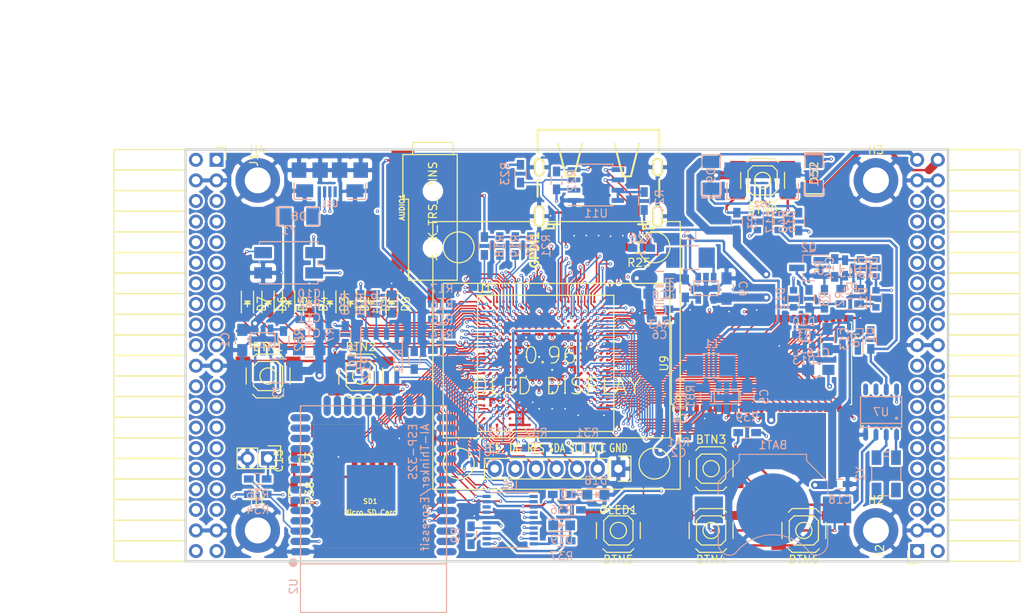
<source format=kicad_pcb>
(kicad_pcb (version 4) (host pcbnew 4.0.5+dfsg1-4)
  (layers (0 F.Cu signal) (1 In1.Cu signal) (2 In2.Cu signal) (31 B.Cu signal) (34 B.Paste user) (35 F.Paste user) (36 B.SilkS user) (37 F.SilkS user) (38 B.Mask user) (39 F.Mask user) (44 Edge.Cuts user))
  (net 0 "")
  (net 1 GND)
  (net 2 +5V)
  (net 3 /gpio/IN5V)
  (net 4 /gpio/OUT5V)
  (net 5 +3V3)
  (net 6 "Net-(L1-Pad1)")
  (net 7 "Net-(L2-Pad1)")
  (net 8 +1V2)
  (net 9 BTN_D)
  (net 10 BTN_F1)
  (net 11 BTN_F2)
  (net 12 BTN_L)
  (net 13 BTN_R)
  (net 14 BTN_U)
  (net 15 /power/FB1)
  (net 16 +2V5)
  (net 17 "Net-(L3-Pad1)")
  (net 18 /power/PWREN)
  (net 19 /power/FB3)
  (net 20 /power/FB2)
  (net 21 "Net-(D9-Pad1)")
  (net 22 /power/VBAT)
  (net 23 JTAG_TDI)
  (net 24 JTAG_TCK)
  (net 25 JTAG_TMS)
  (net 26 JTAG_TDO)
  (net 27 /power/WAKEUPn)
  (net 28 /power/WKUP)
  (net 29 /power/SHUT)
  (net 30 /power/WAKE)
  (net 31 /power/HOLD)
  (net 32 /power/WKn)
  (net 33 /power/OSCI_32k)
  (net 34 /power/OSCO_32k)
  (net 35 "Net-(Q2-Pad3)")
  (net 36 SHUTDOWN)
  (net 37 /analog/AUDIO_L)
  (net 38 /analog/AUDIO_R)
  (net 39 GPDI_5V_SCL)
  (net 40 GPDI_5V_SDA)
  (net 41 GPDI_SDA)
  (net 42 GPDI_SCL)
  (net 43 /gpdi/VREF2)
  (net 44 SD_CMD)
  (net 45 SD_CLK)
  (net 46 SD_D0)
  (net 47 SD_D1)
  (net 48 USB5V)
  (net 49 "Net-(BTN0-Pad1)")
  (net 50 GPDI_CEC)
  (net 51 nRESET)
  (net 52 FTDI_nDTR)
  (net 53 SDRAM_CKE)
  (net 54 SDRAM_A7)
  (net 55 SDRAM_D15)
  (net 56 SDRAM_BA1)
  (net 57 SDRAM_D7)
  (net 58 SDRAM_A6)
  (net 59 SDRAM_CLK)
  (net 60 SDRAM_D13)
  (net 61 SDRAM_BA0)
  (net 62 SDRAM_D6)
  (net 63 SDRAM_A5)
  (net 64 SDRAM_D14)
  (net 65 SDRAM_A11)
  (net 66 SDRAM_D12)
  (net 67 SDRAM_D5)
  (net 68 SDRAM_A4)
  (net 69 SDRAM_A10)
  (net 70 SDRAM_D11)
  (net 71 SDRAM_A3)
  (net 72 SDRAM_D4)
  (net 73 SDRAM_D10)
  (net 74 SDRAM_D9)
  (net 75 SDRAM_A9)
  (net 76 SDRAM_D3)
  (net 77 SDRAM_D8)
  (net 78 SDRAM_A8)
  (net 79 SDRAM_A2)
  (net 80 SDRAM_A1)
  (net 81 SDRAM_A0)
  (net 82 SDRAM_D2)
  (net 83 SDRAM_D1)
  (net 84 SDRAM_D0)
  (net 85 SDRAM_DQM0)
  (net 86 SDRAM_nCS)
  (net 87 SDRAM_nRAS)
  (net 88 SDRAM_DQM1)
  (net 89 SDRAM_nCAS)
  (net 90 SDRAM_nWE)
  (net 91 /flash/FLASH_nWP)
  (net 92 /flash/FLASH_nHOLD)
  (net 93 /flash/FLASH_MOSI)
  (net 94 /flash/FLASH_MISO)
  (net 95 /flash/FLASH_SCK)
  (net 96 /flash/FLASH_nCS)
  (net 97 /flash/FPGA_PROGRAMN)
  (net 98 /flash/FPGA_DONE)
  (net 99 /flash/FPGA_INITN)
  (net 100 OLED_RES)
  (net 101 OLED_DC)
  (net 102 OLED_CS)
  (net 103 WIFI_EN)
  (net 104 FTDI_nRTS)
  (net 105 FTDI_TXD)
  (net 106 FTDI_RXD)
  (net 107 WIFI_RXD)
  (net 108 WIFI_GPIO0)
  (net 109 WIFI_TXD)
  (net 110 GPDI_ETH-)
  (net 111 GPDI_ETH+)
  (net 112 GPDI_D2+)
  (net 113 GPDI_D2-)
  (net 114 GPDI_D1+)
  (net 115 GPDI_D1-)
  (net 116 GPDI_D0+)
  (net 117 GPDI_D0-)
  (net 118 GPDI_CLK+)
  (net 119 GPDI_CLK-)
  (net 120 USB_FTDI_D+)
  (net 121 USB_FTDI_D-)
  (net 122 J1_17-)
  (net 123 J1_17+)
  (net 124 J1_23-)
  (net 125 J1_23+)
  (net 126 J1_25-)
  (net 127 J1_25+)
  (net 128 J1_27-)
  (net 129 J1_27+)
  (net 130 J1_29-)
  (net 131 J1_29+)
  (net 132 J1_31-)
  (net 133 J1_31+)
  (net 134 J1_33-)
  (net 135 J1_33+)
  (net 136 J1_35-)
  (net 137 J1_35+)
  (net 138 J2_5-)
  (net 139 J2_5+)
  (net 140 J2_7-)
  (net 141 J2_7+)
  (net 142 J2_9-)
  (net 143 J2_9+)
  (net 144 J2_13-)
  (net 145 J2_13+)
  (net 146 J2_17-)
  (net 147 J2_17+)
  (net 148 J2_11-)
  (net 149 J2_11+)
  (net 150 J2_23-)
  (net 151 J2_23+)
  (net 152 J1_5-)
  (net 153 J1_5+)
  (net 154 J1_7-)
  (net 155 J1_7+)
  (net 156 J1_9-)
  (net 157 J1_9+)
  (net 158 J1_11-)
  (net 159 J1_11+)
  (net 160 J1_13-)
  (net 161 J1_13+)
  (net 162 J1_15-)
  (net 163 J1_15+)
  (net 164 J2_15-)
  (net 165 J2_15+)
  (net 166 J2_25-)
  (net 167 J2_25+)
  (net 168 J2_27-)
  (net 169 J2_27+)
  (net 170 J2_29-)
  (net 171 J2_29+)
  (net 172 J2_31-)
  (net 173 J2_31+)
  (net 174 J2_33-)
  (net 175 J2_33+)
  (net 176 J2_35-)
  (net 177 J2_35+)
  (net 178 SD_D3)
  (net 179 AUDIO_L3)
  (net 180 AUDIO_L2)
  (net 181 AUDIO_L1)
  (net 182 AUDIO_L0)
  (net 183 AUDIO_R3)
  (net 184 AUDIO_R2)
  (net 185 AUDIO_R1)
  (net 186 AUDIO_R0)
  (net 187 OLED_CLK)
  (net 188 OLED_MOSI)
  (net 189 LED0)
  (net 190 LED1)
  (net 191 LED2)
  (net 192 LED3)
  (net 193 LED4)
  (net 194 LED5)
  (net 195 LED6)
  (net 196 LED7)
  (net 197 BTN_PWRn)
  (net 198 "Net-(J3-Pad1)")
  (net 199 FTDI_nTXLED)
  (net 200 FTDI_nSLEEP)
  (net 201 /blinkey/LED_PWREN)
  (net 202 /blinkey/LED_TXLED)
  (net 203 FT3V3)
  (net 204 /sdcard/SD3V3)
  (net 205 SD_D2)
  (net 206 FTDI_nSUSPEND)
  (net 207 CLK_25MHz)
  (net 208 /blinkey/BTNPUL)
  (net 209 /blinkey/BTNPUR)
  (net 210 USB_FPGA_D+)
  (module lfe5bg381:BGA-381_pitch0.8mm_dia0.4mm (layer F.Cu) (at 138.48 87.8)
    (fp_text reference U1 (at -7.6 -9.2) (layer F.SilkS))
    (fp_text value LFE5U-25F-6BG381C)
    (pad A2 smd circle (at -6.8 -7.6) (size 0.35 0.35) (layers F.Cu F.Paste F.Mask) (net 129 J1_27+))
    (pad A3 smd circle (at -6 -7.6) (size 0.35 0.35) (layers F.Cu F.Paste F.Mask) (net 183 AUDIO_R3))
    (pad A4 smd circle (at -5.2 -7.6) (size 0.35 0.35) (layers F.Cu F.Paste F.Mask) (net 127 J1_25+))
    (pad A5 smd circle (at -4.4 -7.6) (size 0.35 0.35) (layers F.Cu F.Paste F.Mask) (net 126 J1_25-))
    (pad A6 smd circle (at -3.6 -7.6) (size 0.35 0.35) (layers F.Cu F.Paste F.Mask) (net 125 J1_23+))
    (pad A7 smd circle (at -2.8 -7.6) (size 0.35 0.35) (layers F.Cu F.Paste F.Mask) (net 161 J1_13+))
    (pad A8 smd circle (at -2 -7.6) (size 0.35 0.35) (layers F.Cu F.Paste F.Mask) (net 160 J1_13-))
    (pad A9 smd circle (at -1.2 -7.6) (size 0.35 0.35) (layers F.Cu F.Paste F.Mask) (net 156 J1_9-))
    (pad A10 smd circle (at -0.4 -7.6) (size 0.35 0.35) (layers F.Cu F.Paste F.Mask) (net 155 J1_7+))
    (pad A11 smd circle (at 0.4 -7.6) (size 0.35 0.35) (layers F.Cu F.Paste F.Mask) (net 154 J1_7-))
    (pad A12 smd circle (at 1.2 -7.6) (size 0.35 0.35) (layers F.Cu F.Paste F.Mask) (net 111 GPDI_ETH+))
    (pad A13 smd circle (at 2 -7.6) (size 0.35 0.35) (layers F.Cu F.Paste F.Mask) (net 110 GPDI_ETH-))
    (pad A14 smd circle (at 2.8 -7.6) (size 0.35 0.35) (layers F.Cu F.Paste F.Mask) (net 112 GPDI_D2+))
    (pad A15 smd circle (at 3.6 -7.6) (size 0.35 0.35) (layers F.Cu F.Paste F.Mask))
    (pad A16 smd circle (at 4.4 -7.6) (size 0.35 0.35) (layers F.Cu F.Paste F.Mask) (net 114 GPDI_D1+))
    (pad A17 smd circle (at 5.2 -7.6) (size 0.35 0.35) (layers F.Cu F.Paste F.Mask) (net 116 GPDI_D0+))
    (pad A18 smd circle (at 6 -7.6) (size 0.35 0.35) (layers F.Cu F.Paste F.Mask) (net 118 GPDI_CLK+))
    (pad A19 smd circle (at 6.8 -7.6) (size 0.35 0.35) (layers F.Cu F.Paste F.Mask) (net 50 GPDI_CEC))
    (pad B1 smd circle (at -7.6 -6.8) (size 0.35 0.35) (layers F.Cu F.Paste F.Mask) (net 128 J1_27-))
    (pad B2 smd circle (at -6.8 -6.8) (size 0.35 0.35) (layers F.Cu F.Paste F.Mask) (net 189 LED0))
    (pad B3 smd circle (at -6 -6.8) (size 0.35 0.35) (layers F.Cu F.Paste F.Mask) (net 182 AUDIO_L0))
    (pad B4 smd circle (at -5.2 -6.8) (size 0.35 0.35) (layers F.Cu F.Paste F.Mask) (net 130 J1_29-))
    (pad B5 smd circle (at -4.4 -6.8) (size 0.35 0.35) (layers F.Cu F.Paste F.Mask) (net 184 AUDIO_R2))
    (pad B6 smd circle (at -3.6 -6.8) (size 0.35 0.35) (layers F.Cu F.Paste F.Mask) (net 124 J1_23-))
    (pad B7 smd circle (at -2.8 -6.8) (size 0.35 0.35) (layers F.Cu F.Paste F.Mask) (net 1 GND))
    (pad B8 smd circle (at -2 -6.8) (size 0.35 0.35) (layers F.Cu F.Paste F.Mask) (net 162 J1_15-))
    (pad B9 smd circle (at -1.2 -6.8) (size 0.35 0.35) (layers F.Cu F.Paste F.Mask) (net 159 J1_11+))
    (pad B10 smd circle (at -0.4 -6.8) (size 0.35 0.35) (layers F.Cu F.Paste F.Mask) (net 157 J1_9+))
    (pad B11 smd circle (at 0.4 -6.8) (size 0.35 0.35) (layers F.Cu F.Paste F.Mask) (net 153 J1_5+))
    (pad B12 smd circle (at 1.2 -6.8) (size 0.35 0.35) (layers F.Cu F.Paste F.Mask))
    (pad B13 smd circle (at 2 -6.8) (size 0.35 0.35) (layers F.Cu F.Paste F.Mask) (net 175 J2_33+))
    (pad B14 smd circle (at 2.8 -6.8) (size 0.35 0.35) (layers F.Cu F.Paste F.Mask) (net 1 GND))
    (pad B15 smd circle (at 3.6 -6.8) (size 0.35 0.35) (layers F.Cu F.Paste F.Mask) (net 173 J2_31+))
    (pad B16 smd circle (at 4.4 -6.8) (size 0.35 0.35) (layers F.Cu F.Paste F.Mask) (net 115 GPDI_D1-))
    (pad B17 smd circle (at 5.2 -6.8) (size 0.35 0.35) (layers F.Cu F.Paste F.Mask) (net 169 J2_27+))
    (pad B18 smd circle (at 6 -6.8) (size 0.35 0.35) (layers F.Cu F.Paste F.Mask) (net 117 GPDI_D0-))
    (pad B19 smd circle (at 6.8 -6.8) (size 0.35 0.35) (layers F.Cu F.Paste F.Mask) (net 119 GPDI_CLK-))
    (pad B20 smd circle (at 7.6 -6.8) (size 0.35 0.35) (layers F.Cu F.Paste F.Mask) (net 41 GPDI_SDA))
    (pad C1 smd circle (at -7.6 -6) (size 0.35 0.35) (layers F.Cu F.Paste F.Mask) (net 191 LED2))
    (pad C2 smd circle (at -6.8 -6) (size 0.35 0.35) (layers F.Cu F.Paste F.Mask) (net 190 LED1))
    (pad C3 smd circle (at -6 -6) (size 0.35 0.35) (layers F.Cu F.Paste F.Mask) (net 181 AUDIO_L1))
    (pad C4 smd circle (at -5.2 -6) (size 0.35 0.35) (layers F.Cu F.Paste F.Mask) (net 131 J1_29+))
    (pad C5 smd circle (at -4.4 -6) (size 0.35 0.35) (layers F.Cu F.Paste F.Mask) (net 186 AUDIO_R0))
    (pad C6 smd circle (at -3.6 -6) (size 0.35 0.35) (layers F.Cu F.Paste F.Mask) (net 123 J1_17+))
    (pad C7 smd circle (at -2.8 -6) (size 0.35 0.35) (layers F.Cu F.Paste F.Mask) (net 122 J1_17-))
    (pad C8 smd circle (at -2 -6) (size 0.35 0.35) (layers F.Cu F.Paste F.Mask) (net 163 J1_15+))
    (pad C9 smd circle (at -1.2 -6) (size 0.35 0.35) (layers F.Cu F.Paste F.Mask))
    (pad C10 smd circle (at -0.4 -6) (size 0.35 0.35) (layers F.Cu F.Paste F.Mask) (net 158 J1_11-))
    (pad C11 smd circle (at 0.4 -6) (size 0.35 0.35) (layers F.Cu F.Paste F.Mask) (net 152 J1_5-))
    (pad C12 smd circle (at 1.2 -6) (size 0.35 0.35) (layers F.Cu F.Paste F.Mask) (net 42 GPDI_SCL))
    (pad C13 smd circle (at 2 -6) (size 0.35 0.35) (layers F.Cu F.Paste F.Mask) (net 174 J2_33-))
    (pad C14 smd circle (at 2.8 -6) (size 0.35 0.35) (layers F.Cu F.Paste F.Mask) (net 113 GPDI_D2-))
    (pad C15 smd circle (at 3.6 -6) (size 0.35 0.35) (layers F.Cu F.Paste F.Mask) (net 172 J2_31-))
    (pad C16 smd circle (at 4.4 -6) (size 0.35 0.35) (layers F.Cu F.Paste F.Mask) (net 171 J2_29+))
    (pad C17 smd circle (at 5.2 -6) (size 0.35 0.35) (layers F.Cu F.Paste F.Mask) (net 168 J2_27-))
    (pad C18 smd circle (at 6 -6) (size 0.35 0.35) (layers F.Cu F.Paste F.Mask) (net 151 J2_23+))
    (pad C19 smd circle (at 6.8 -6) (size 0.35 0.35) (layers F.Cu F.Paste F.Mask) (net 1 GND))
    (pad C20 smd circle (at 7.6 -6) (size 0.35 0.35) (layers F.Cu F.Paste F.Mask) (net 55 SDRAM_D15))
    (pad D1 smd circle (at -7.6 -5.2) (size 0.35 0.35) (layers F.Cu F.Paste F.Mask) (net 193 LED4))
    (pad D2 smd circle (at -6.8 -5.2) (size 0.35 0.35) (layers F.Cu F.Paste F.Mask) (net 192 LED3))
    (pad D3 smd circle (at -6 -5.2) (size 0.35 0.35) (layers F.Cu F.Paste F.Mask) (net 180 AUDIO_L2))
    (pad D4 smd circle (at -5.2 -5.2) (size 0.35 0.35) (layers F.Cu F.Paste F.Mask) (net 1 GND))
    (pad D5 smd circle (at -4.4 -5.2) (size 0.35 0.35) (layers F.Cu F.Paste F.Mask) (net 185 AUDIO_R1))
    (pad D6 smd circle (at -3.6 -5.2) (size 0.35 0.35) (layers F.Cu F.Paste F.Mask) (net 197 BTN_PWRn))
    (pad D7 smd circle (at -2.8 -5.2) (size 0.35 0.35) (layers F.Cu F.Paste F.Mask))
    (pad D8 smd circle (at -2 -5.2) (size 0.35 0.35) (layers F.Cu F.Paste F.Mask))
    (pad D9 smd circle (at -1.2 -5.2) (size 0.35 0.35) (layers F.Cu F.Paste F.Mask))
    (pad D10 smd circle (at -0.4 -5.2) (size 0.35 0.35) (layers F.Cu F.Paste F.Mask))
    (pad D11 smd circle (at 0.4 -5.2) (size 0.35 0.35) (layers F.Cu F.Paste F.Mask))
    (pad D12 smd circle (at 1.2 -5.2) (size 0.35 0.35) (layers F.Cu F.Paste F.Mask))
    (pad D13 smd circle (at 2 -5.2) (size 0.35 0.35) (layers F.Cu F.Paste F.Mask) (net 177 J2_35+))
    (pad D14 smd circle (at 2.8 -5.2) (size 0.35 0.35) (layers F.Cu F.Paste F.Mask))
    (pad D15 smd circle (at 3.6 -5.2) (size 0.35 0.35) (layers F.Cu F.Paste F.Mask) (net 167 J2_25+))
    (pad D16 smd circle (at 4.4 -5.2) (size 0.35 0.35) (layers F.Cu F.Paste F.Mask) (net 170 J2_29-))
    (pad D17 smd circle (at 5.2 -5.2) (size 0.35 0.35) (layers F.Cu F.Paste F.Mask) (net 150 J2_23-))
    (pad D18 smd circle (at 6 -5.2) (size 0.35 0.35) (layers F.Cu F.Paste F.Mask) (net 147 J2_17+))
    (pad D19 smd circle (at 6.8 -5.2) (size 0.35 0.35) (layers F.Cu F.Paste F.Mask) (net 64 SDRAM_D14))
    (pad D20 smd circle (at 7.6 -5.2) (size 0.35 0.35) (layers F.Cu F.Paste F.Mask) (net 60 SDRAM_D13))
    (pad E1 smd circle (at -7.6 -4.4) (size 0.35 0.35) (layers F.Cu F.Paste F.Mask) (net 195 LED6))
    (pad E2 smd circle (at -6.8 -4.4) (size 0.35 0.35) (layers F.Cu F.Paste F.Mask) (net 194 LED5))
    (pad E3 smd circle (at -6 -4.4) (size 0.35 0.35) (layers F.Cu F.Paste F.Mask) (net 132 J1_31-))
    (pad E4 smd circle (at -5.2 -4.4) (size 0.35 0.35) (layers F.Cu F.Paste F.Mask) (net 179 AUDIO_L3))
    (pad E5 smd circle (at -4.4 -4.4) (size 0.35 0.35) (layers F.Cu F.Paste F.Mask))
    (pad E6 smd circle (at -3.6 -4.4) (size 0.35 0.35) (layers F.Cu F.Paste F.Mask))
    (pad E7 smd circle (at -2.8 -4.4) (size 0.35 0.35) (layers F.Cu F.Paste F.Mask))
    (pad E8 smd circle (at -2 -4.4) (size 0.35 0.35) (layers F.Cu F.Paste F.Mask))
    (pad E9 smd circle (at -1.2 -4.4) (size 0.35 0.35) (layers F.Cu F.Paste F.Mask))
    (pad E10 smd circle (at -0.4 -4.4) (size 0.35 0.35) (layers F.Cu F.Paste F.Mask))
    (pad E11 smd circle (at 0.4 -4.4) (size 0.35 0.35) (layers F.Cu F.Paste F.Mask))
    (pad E12 smd circle (at 1.2 -4.4) (size 0.35 0.35) (layers F.Cu F.Paste F.Mask))
    (pad E13 smd circle (at 2 -4.4) (size 0.35 0.35) (layers F.Cu F.Paste F.Mask) (net 176 J2_35-))
    (pad E14 smd circle (at 2.8 -4.4) (size 0.35 0.35) (layers F.Cu F.Paste F.Mask))
    (pad E15 smd circle (at 3.6 -4.4) (size 0.35 0.35) (layers F.Cu F.Paste F.Mask) (net 166 J2_25-))
    (pad E16 smd circle (at 4.4 -4.4) (size 0.35 0.35) (layers F.Cu F.Paste F.Mask))
    (pad E17 smd circle (at 5.2 -4.4) (size 0.35 0.35) (layers F.Cu F.Paste F.Mask) (net 146 J2_17-))
    (pad E18 smd circle (at 6 -4.4) (size 0.35 0.35) (layers F.Cu F.Paste F.Mask) (net 72 SDRAM_D4))
    (pad E19 smd circle (at 6.8 -4.4) (size 0.35 0.35) (layers F.Cu F.Paste F.Mask) (net 66 SDRAM_D12))
    (pad E20 smd circle (at 7.6 -4.4) (size 0.35 0.35) (layers F.Cu F.Paste F.Mask) (net 70 SDRAM_D11))
    (pad F1 smd circle (at -7.6 -3.6) (size 0.35 0.35) (layers F.Cu F.Paste F.Mask) (net 103 WIFI_EN))
    (pad F2 smd circle (at -6.8 -3.6) (size 0.35 0.35) (layers F.Cu F.Paste F.Mask))
    (pad F3 smd circle (at -6 -3.6) (size 0.35 0.35) (layers F.Cu F.Paste F.Mask) (net 134 J1_33-))
    (pad F4 smd circle (at -5.2 -3.6) (size 0.35 0.35) (layers F.Cu F.Paste F.Mask) (net 133 J1_31+))
    (pad F5 smd circle (at -4.4 -3.6) (size 0.35 0.35) (layers F.Cu F.Paste F.Mask))
    (pad F6 smd circle (at -3.6 -3.6) (size 0.35 0.35) (layers F.Cu F.Paste F.Mask) (net 16 +2V5))
    (pad F7 smd circle (at -2.8 -3.6) (size 0.35 0.35) (layers F.Cu F.Paste F.Mask) (net 1 GND))
    (pad F8 smd circle (at -2 -3.6) (size 0.35 0.35) (layers F.Cu F.Paste F.Mask) (net 1 GND))
    (pad F9 smd circle (at -1.2 -3.6) (size 0.35 0.35) (layers F.Cu F.Paste F.Mask) (net 5 +3V3))
    (pad F10 smd circle (at -0.4 -3.6) (size 0.35 0.35) (layers F.Cu F.Paste F.Mask) (net 5 +3V3))
    (pad F11 smd circle (at 0.4 -3.6) (size 0.35 0.35) (layers F.Cu F.Paste F.Mask) (net 5 +3V3))
    (pad F12 smd circle (at 1.2 -3.6) (size 0.35 0.35) (layers F.Cu F.Paste F.Mask) (net 5 +3V3))
    (pad F13 smd circle (at 2 -3.6) (size 0.35 0.35) (layers F.Cu F.Paste F.Mask) (net 1 GND))
    (pad F14 smd circle (at 2.8 -3.6) (size 0.35 0.35) (layers F.Cu F.Paste F.Mask) (net 1 GND))
    (pad F15 smd circle (at 3.6 -3.6) (size 0.35 0.35) (layers F.Cu F.Paste F.Mask) (net 16 +2V5))
    (pad F16 smd circle (at 4.4 -3.6) (size 0.35 0.35) (layers F.Cu F.Paste F.Mask))
    (pad F17 smd circle (at 5.2 -3.6) (size 0.35 0.35) (layers F.Cu F.Paste F.Mask) (net 165 J2_15+))
    (pad F18 smd circle (at 6 -3.6) (size 0.35 0.35) (layers F.Cu F.Paste F.Mask) (net 67 SDRAM_D5))
    (pad F19 smd circle (at 6.8 -3.6) (size 0.35 0.35) (layers F.Cu F.Paste F.Mask) (net 73 SDRAM_D10))
    (pad F20 smd circle (at 7.6 -3.6) (size 0.35 0.35) (layers F.Cu F.Paste F.Mask) (net 74 SDRAM_D9))
    (pad G1 smd circle (at -7.6 -2.8) (size 0.35 0.35) (layers F.Cu F.Paste F.Mask))
    (pad G2 smd circle (at -6.8 -2.8) (size 0.35 0.35) (layers F.Cu F.Paste F.Mask) (net 207 CLK_25MHz))
    (pad G3 smd circle (at -6 -2.8) (size 0.35 0.35) (layers F.Cu F.Paste F.Mask) (net 135 J1_33+))
    (pad G4 smd circle (at -5.2 -2.8) (size 0.35 0.35) (layers F.Cu F.Paste F.Mask) (net 1 GND))
    (pad G5 smd circle (at -4.4 -2.8) (size 0.35 0.35) (layers F.Cu F.Paste F.Mask) (net 136 J1_35-))
    (pad G6 smd circle (at -3.6 -2.8) (size 0.35 0.35) (layers F.Cu F.Paste F.Mask) (net 1 GND))
    (pad G7 smd circle (at -2.8 -2.8) (size 0.35 0.35) (layers F.Cu F.Paste F.Mask) (net 1 GND))
    (pad G8 smd circle (at -2 -2.8) (size 0.35 0.35) (layers F.Cu F.Paste F.Mask) (net 1 GND))
    (pad G9 smd circle (at -1.2 -2.8) (size 0.35 0.35) (layers F.Cu F.Paste F.Mask) (net 1 GND))
    (pad G10 smd circle (at -0.4 -2.8) (size 0.35 0.35) (layers F.Cu F.Paste F.Mask) (net 1 GND))
    (pad G11 smd circle (at 0.4 -2.8) (size 0.35 0.35) (layers F.Cu F.Paste F.Mask) (net 1 GND))
    (pad G12 smd circle (at 1.2 -2.8) (size 0.35 0.35) (layers F.Cu F.Paste F.Mask) (net 1 GND))
    (pad G13 smd circle (at 2 -2.8) (size 0.35 0.35) (layers F.Cu F.Paste F.Mask) (net 1 GND))
    (pad G14 smd circle (at 2.8 -2.8) (size 0.35 0.35) (layers F.Cu F.Paste F.Mask) (net 1 GND))
    (pad G15 smd circle (at 3.6 -2.8) (size 0.35 0.35) (layers F.Cu F.Paste F.Mask) (net 1 GND))
    (pad G16 smd circle (at 4.4 -2.8) (size 0.35 0.35) (layers F.Cu F.Paste F.Mask))
    (pad G17 smd circle (at 5.2 -2.8) (size 0.35 0.35) (layers F.Cu F.Paste F.Mask) (net 1 GND))
    (pad G18 smd circle (at 6 -2.8) (size 0.35 0.35) (layers F.Cu F.Paste F.Mask) (net 164 J2_15-))
    (pad G19 smd circle (at 6.8 -2.8) (size 0.35 0.35) (layers F.Cu F.Paste F.Mask) (net 77 SDRAM_D8))
    (pad G20 smd circle (at 7.6 -2.8) (size 0.35 0.35) (layers F.Cu F.Paste F.Mask) (net 88 SDRAM_DQM1))
    (pad H1 smd circle (at -7.6 -2) (size 0.35 0.35) (layers F.Cu F.Paste F.Mask) (net 178 SD_D3))
    (pad H2 smd circle (at -6.8 -2) (size 0.35 0.35) (layers F.Cu F.Paste F.Mask) (net 205 SD_D2))
    (pad H3 smd circle (at -6 -2) (size 0.35 0.35) (layers F.Cu F.Paste F.Mask) (net 196 LED7))
    (pad H4 smd circle (at -5.2 -2) (size 0.35 0.35) (layers F.Cu F.Paste F.Mask) (net 137 J1_35+))
    (pad H5 smd circle (at -4.4 -2) (size 0.35 0.35) (layers F.Cu F.Paste F.Mask))
    (pad H6 smd circle (at -3.6 -2) (size 0.35 0.35) (layers F.Cu F.Paste F.Mask) (net 5 +3V3))
    (pad H7 smd circle (at -2.8 -2) (size 0.35 0.35) (layers F.Cu F.Paste F.Mask) (net 5 +3V3))
    (pad H8 smd circle (at -2 -2) (size 0.35 0.35) (layers F.Cu F.Paste F.Mask) (net 8 +1V2))
    (pad H9 smd circle (at -1.2 -2) (size 0.35 0.35) (layers F.Cu F.Paste F.Mask) (net 8 +1V2))
    (pad H10 smd circle (at -0.4 -2) (size 0.35 0.35) (layers F.Cu F.Paste F.Mask) (net 8 +1V2))
    (pad H11 smd circle (at 0.4 -2) (size 0.35 0.35) (layers F.Cu F.Paste F.Mask) (net 8 +1V2))
    (pad H12 smd circle (at 1.2 -2) (size 0.35 0.35) (layers F.Cu F.Paste F.Mask) (net 8 +1V2))
    (pad H13 smd circle (at 2 -2) (size 0.35 0.35) (layers F.Cu F.Paste F.Mask) (net 8 +1V2))
    (pad H14 smd circle (at 2.8 -2) (size 0.35 0.35) (layers F.Cu F.Paste F.Mask) (net 5 +3V3))
    (pad H15 smd circle (at 3.6 -2) (size 0.35 0.35) (layers F.Cu F.Paste F.Mask) (net 5 +3V3))
    (pad H16 smd circle (at 4.4 -2) (size 0.35 0.35) (layers F.Cu F.Paste F.Mask))
    (pad H17 smd circle (at 5.2 -2) (size 0.35 0.35) (layers F.Cu F.Paste F.Mask) (net 144 J2_13-))
    (pad H18 smd circle (at 6 -2) (size 0.35 0.35) (layers F.Cu F.Paste F.Mask) (net 145 J2_13+))
    (pad H19 smd circle (at 6.8 -2) (size 0.35 0.35) (layers F.Cu F.Paste F.Mask) (net 1 GND))
    (pad H20 smd circle (at 7.6 -2) (size 0.35 0.35) (layers F.Cu F.Paste F.Mask) (net 59 SDRAM_CLK))
    (pad J1 smd circle (at -7.6 -1.2) (size 0.35 0.35) (layers F.Cu F.Paste F.Mask) (net 45 SD_CLK))
    (pad J2 smd circle (at -6.8 -1.2) (size 0.35 0.35) (layers F.Cu F.Paste F.Mask) (net 1 GND))
    (pad J3 smd circle (at -6 -1.2) (size 0.35 0.35) (layers F.Cu F.Paste F.Mask) (net 44 SD_CMD))
    (pad J4 smd circle (at -5.2 -1.2) (size 0.35 0.35) (layers F.Cu F.Paste F.Mask))
    (pad J5 smd circle (at -4.4 -1.2) (size 0.35 0.35) (layers F.Cu F.Paste F.Mask))
    (pad J6 smd circle (at -3.6 -1.2) (size 0.35 0.35) (layers F.Cu F.Paste F.Mask) (net 5 +3V3))
    (pad J7 smd circle (at -2.8 -1.2) (size 0.35 0.35) (layers F.Cu F.Paste F.Mask) (net 1 GND))
    (pad J8 smd circle (at -2 -1.2) (size 0.35 0.35) (layers F.Cu F.Paste F.Mask) (net 8 +1V2))
    (pad J9 smd circle (at -1.2 -1.2) (size 0.35 0.35) (layers F.Cu F.Paste F.Mask) (net 1 GND))
    (pad J10 smd circle (at -0.4 -1.2) (size 0.35 0.35) (layers F.Cu F.Paste F.Mask) (net 1 GND))
    (pad J11 smd circle (at 0.4 -1.2) (size 0.35 0.35) (layers F.Cu F.Paste F.Mask) (net 1 GND))
    (pad J12 smd circle (at 1.2 -1.2) (size 0.35 0.35) (layers F.Cu F.Paste F.Mask) (net 1 GND))
    (pad J13 smd circle (at 2 -1.2) (size 0.35 0.35) (layers F.Cu F.Paste F.Mask) (net 8 +1V2))
    (pad J14 smd circle (at 2.8 -1.2) (size 0.35 0.35) (layers F.Cu F.Paste F.Mask) (net 1 GND))
    (pad J15 smd circle (at 3.6 -1.2) (size 0.35 0.35) (layers F.Cu F.Paste F.Mask) (net 5 +3V3))
    (pad J16 smd circle (at 4.4 -1.2) (size 0.35 0.35) (layers F.Cu F.Paste F.Mask))
    (pad J17 smd circle (at 5.2 -1.2) (size 0.35 0.35) (layers F.Cu F.Paste F.Mask))
    (pad J18 smd circle (at 6 -1.2) (size 0.35 0.35) (layers F.Cu F.Paste F.Mask) (net 76 SDRAM_D3))
    (pad J19 smd circle (at 6.8 -1.2) (size 0.35 0.35) (layers F.Cu F.Paste F.Mask) (net 53 SDRAM_CKE))
    (pad J20 smd circle (at 7.6 -1.2) (size 0.35 0.35) (layers F.Cu F.Paste F.Mask) (net 65 SDRAM_A11))
    (pad K1 smd circle (at -7.6 -0.4) (size 0.35 0.35) (layers F.Cu F.Paste F.Mask) (net 47 SD_D1))
    (pad K2 smd circle (at -6.8 -0.4) (size 0.35 0.35) (layers F.Cu F.Paste F.Mask) (net 46 SD_D0))
    (pad K3 smd circle (at -6 -0.4) (size 0.35 0.35) (layers F.Cu F.Paste F.Mask) (net 107 WIFI_RXD))
    (pad K4 smd circle (at -5.2 -0.4) (size 0.35 0.35) (layers F.Cu F.Paste F.Mask) (net 109 WIFI_TXD))
    (pad K5 smd circle (at -4.4 -0.4) (size 0.35 0.35) (layers F.Cu F.Paste F.Mask))
    (pad K6 smd circle (at -3.6 -0.4) (size 0.35 0.35) (layers F.Cu F.Paste F.Mask) (net 1 GND))
    (pad K7 smd circle (at -2.8 -0.4) (size 0.35 0.35) (layers F.Cu F.Paste F.Mask) (net 1 GND))
    (pad K8 smd circle (at -2 -0.4) (size 0.35 0.35) (layers F.Cu F.Paste F.Mask) (net 8 +1V2))
    (pad K9 smd circle (at -1.2 -0.4) (size 0.35 0.35) (layers F.Cu F.Paste F.Mask) (net 1 GND))
    (pad K10 smd circle (at -0.4 -0.4) (size 0.35 0.35) (layers F.Cu F.Paste F.Mask) (net 1 GND))
    (pad K11 smd circle (at 0.4 -0.4) (size 0.35 0.35) (layers F.Cu F.Paste F.Mask) (net 1 GND))
    (pad K12 smd circle (at 1.2 -0.4) (size 0.35 0.35) (layers F.Cu F.Paste F.Mask) (net 1 GND))
    (pad K13 smd circle (at 2 -0.4) (size 0.35 0.35) (layers F.Cu F.Paste F.Mask) (net 8 +1V2))
    (pad K14 smd circle (at 2.8 -0.4) (size 0.35 0.35) (layers F.Cu F.Paste F.Mask) (net 1 GND))
    (pad K15 smd circle (at 3.6 -0.4) (size 0.35 0.35) (layers F.Cu F.Paste F.Mask) (net 1 GND))
    (pad K16 smd circle (at 4.4 -0.4) (size 0.35 0.35) (layers F.Cu F.Paste F.Mask))
    (pad K17 smd circle (at 5.2 -0.4) (size 0.35 0.35) (layers F.Cu F.Paste F.Mask))
    (pad K18 smd circle (at 6 -0.4) (size 0.35 0.35) (layers F.Cu F.Paste F.Mask) (net 82 SDRAM_D2))
    (pad K19 smd circle (at 6.8 -0.4) (size 0.35 0.35) (layers F.Cu F.Paste F.Mask) (net 75 SDRAM_A9))
    (pad K20 smd circle (at 7.6 -0.4) (size 0.35 0.35) (layers F.Cu F.Paste F.Mask) (net 78 SDRAM_A8))
    (pad L1 smd circle (at -7.6 0.4) (size 0.35 0.35) (layers F.Cu F.Paste F.Mask))
    (pad L2 smd circle (at -6.8 0.4) (size 0.35 0.35) (layers F.Cu F.Paste F.Mask) (net 108 WIFI_GPIO0))
    (pad L3 smd circle (at -6 0.4) (size 0.35 0.35) (layers F.Cu F.Paste F.Mask))
    (pad L4 smd circle (at -5.2 0.4) (size 0.35 0.35) (layers F.Cu F.Paste F.Mask) (net 106 FTDI_RXD))
    (pad L5 smd circle (at -4.4 0.4) (size 0.35 0.35) (layers F.Cu F.Paste F.Mask))
    (pad L6 smd circle (at -3.6 0.4) (size 0.35 0.35) (layers F.Cu F.Paste F.Mask) (net 5 +3V3))
    (pad L7 smd circle (at -2.8 0.4) (size 0.35 0.35) (layers F.Cu F.Paste F.Mask) (net 5 +3V3))
    (pad L8 smd circle (at -2 0.4) (size 0.35 0.35) (layers F.Cu F.Paste F.Mask) (net 8 +1V2))
    (pad L9 smd circle (at -1.2 0.4) (size 0.35 0.35) (layers F.Cu F.Paste F.Mask) (net 1 GND))
    (pad L10 smd circle (at -0.4 0.4) (size 0.35 0.35) (layers F.Cu F.Paste F.Mask) (net 1 GND))
    (pad L11 smd circle (at 0.4 0.4) (size 0.35 0.35) (layers F.Cu F.Paste F.Mask) (net 1 GND))
    (pad L12 smd circle (at 1.2 0.4) (size 0.35 0.35) (layers F.Cu F.Paste F.Mask) (net 1 GND))
    (pad L13 smd circle (at 2 0.4) (size 0.35 0.35) (layers F.Cu F.Paste F.Mask) (net 8 +1V2))
    (pad L14 smd circle (at 2.8 0.4) (size 0.35 0.35) (layers F.Cu F.Paste F.Mask) (net 5 +3V3))
    (pad L15 smd circle (at 3.6 0.4) (size 0.35 0.35) (layers F.Cu F.Paste F.Mask) (net 5 +3V3))
    (pad L16 smd circle (at 4.4 0.4) (size 0.35 0.35) (layers F.Cu F.Paste F.Mask) (net 149 J2_11+))
    (pad L17 smd circle (at 5.2 0.4) (size 0.35 0.35) (layers F.Cu F.Paste F.Mask) (net 148 J2_11-))
    (pad L18 smd circle (at 6 0.4) (size 0.35 0.35) (layers F.Cu F.Paste F.Mask) (net 83 SDRAM_D1))
    (pad L19 smd circle (at 6.8 0.4) (size 0.35 0.35) (layers F.Cu F.Paste F.Mask) (net 54 SDRAM_A7))
    (pad L20 smd circle (at 7.6 0.4) (size 0.35 0.35) (layers F.Cu F.Paste F.Mask) (net 58 SDRAM_A6))
    (pad M1 smd circle (at -7.6 1.2) (size 0.35 0.35) (layers F.Cu F.Paste F.Mask) (net 105 FTDI_TXD))
    (pad M2 smd circle (at -6.8 1.2) (size 0.35 0.35) (layers F.Cu F.Paste F.Mask) (net 1 GND))
    (pad M3 smd circle (at -6 1.2) (size 0.35 0.35) (layers F.Cu F.Paste F.Mask) (net 104 FTDI_nRTS))
    (pad M4 smd circle (at -5.2 1.2) (size 0.35 0.35) (layers F.Cu F.Paste F.Mask))
    (pad M5 smd circle (at -4.4 1.2) (size 0.35 0.35) (layers F.Cu F.Paste F.Mask))
    (pad M6 smd circle (at -3.6 1.2) (size 0.35 0.35) (layers F.Cu F.Paste F.Mask) (net 5 +3V3))
    (pad M7 smd circle (at -2.8 1.2) (size 0.35 0.35) (layers F.Cu F.Paste F.Mask) (net 1 GND))
    (pad M8 smd circle (at -2 1.2) (size 0.35 0.35) (layers F.Cu F.Paste F.Mask) (net 8 +1V2))
    (pad M9 smd circle (at -1.2 1.2) (size 0.35 0.35) (layers F.Cu F.Paste F.Mask) (net 1 GND))
    (pad M10 smd circle (at -0.4 1.2) (size 0.35 0.35) (layers F.Cu F.Paste F.Mask) (net 1 GND))
    (pad M11 smd circle (at 0.4 1.2) (size 0.35 0.35) (layers F.Cu F.Paste F.Mask) (net 1 GND))
    (pad M12 smd circle (at 1.2 1.2) (size 0.35 0.35) (layers F.Cu F.Paste F.Mask) (net 1 GND))
    (pad M13 smd circle (at 2 1.2) (size 0.35 0.35) (layers F.Cu F.Paste F.Mask) (net 8 +1V2))
    (pad M14 smd circle (at 2.8 1.2) (size 0.35 0.35) (layers F.Cu F.Paste F.Mask) (net 1 GND))
    (pad M15 smd circle (at 3.6 1.2) (size 0.35 0.35) (layers F.Cu F.Paste F.Mask) (net 5 +3V3))
    (pad M16 smd circle (at 4.4 1.2) (size 0.35 0.35) (layers F.Cu F.Paste F.Mask) (net 1 GND))
    (pad M17 smd circle (at 5.2 1.2) (size 0.35 0.35) (layers F.Cu F.Paste F.Mask) (net 142 J2_9-))
    (pad M18 smd circle (at 6 1.2) (size 0.35 0.35) (layers F.Cu F.Paste F.Mask) (net 84 SDRAM_D0))
    (pad M19 smd circle (at 6.8 1.2) (size 0.35 0.35) (layers F.Cu F.Paste F.Mask) (net 63 SDRAM_A5))
    (pad M20 smd circle (at 7.6 1.2) (size 0.35 0.35) (layers F.Cu F.Paste F.Mask) (net 68 SDRAM_A4))
    (pad N1 smd circle (at -7.6 2) (size 0.35 0.35) (layers F.Cu F.Paste F.Mask) (net 52 FTDI_nDTR))
    (pad N2 smd circle (at -6.8 2) (size 0.35 0.35) (layers F.Cu F.Paste F.Mask) (net 102 OLED_CS))
    (pad N3 smd circle (at -6 2) (size 0.35 0.35) (layers F.Cu F.Paste F.Mask))
    (pad N4 smd circle (at -5.2 2) (size 0.35 0.35) (layers F.Cu F.Paste F.Mask))
    (pad N5 smd circle (at -4.4 2) (size 0.35 0.35) (layers F.Cu F.Paste F.Mask))
    (pad N6 smd circle (at -3.6 2) (size 0.35 0.35) (layers F.Cu F.Paste F.Mask) (net 1 GND))
    (pad N7 smd circle (at -2.8 2) (size 0.35 0.35) (layers F.Cu F.Paste F.Mask) (net 1 GND))
    (pad N8 smd circle (at -2 2) (size 0.35 0.35) (layers F.Cu F.Paste F.Mask) (net 8 +1V2))
    (pad N9 smd circle (at -1.2 2) (size 0.35 0.35) (layers F.Cu F.Paste F.Mask) (net 8 +1V2))
    (pad N10 smd circle (at -0.4 2) (size 0.35 0.35) (layers F.Cu F.Paste F.Mask) (net 8 +1V2))
    (pad N11 smd circle (at 0.4 2) (size 0.35 0.35) (layers F.Cu F.Paste F.Mask) (net 8 +1V2))
    (pad N12 smd circle (at 1.2 2) (size 0.35 0.35) (layers F.Cu F.Paste F.Mask) (net 8 +1V2))
    (pad N13 smd circle (at 2 2) (size 0.35 0.35) (layers F.Cu F.Paste F.Mask) (net 8 +1V2))
    (pad N14 smd circle (at 2.8 2) (size 0.35 0.35) (layers F.Cu F.Paste F.Mask) (net 1 GND))
    (pad N15 smd circle (at 3.6 2) (size 0.35 0.35) (layers F.Cu F.Paste F.Mask) (net 1 GND))
    (pad N16 smd circle (at 4.4 2) (size 0.35 0.35) (layers F.Cu F.Paste F.Mask) (net 143 J2_9+))
    (pad N17 smd circle (at 5.2 2) (size 0.35 0.35) (layers F.Cu F.Paste F.Mask) (net 141 J2_7+))
    (pad N18 smd circle (at 6 2) (size 0.35 0.35) (layers F.Cu F.Paste F.Mask) (net 62 SDRAM_D6))
    (pad N19 smd circle (at 6.8 2) (size 0.35 0.35) (layers F.Cu F.Paste F.Mask) (net 71 SDRAM_A3))
    (pad N20 smd circle (at 7.6 2) (size 0.35 0.35) (layers F.Cu F.Paste F.Mask) (net 79 SDRAM_A2))
    (pad P1 smd circle (at -7.6 2.8) (size 0.35 0.35) (layers F.Cu F.Paste F.Mask) (net 101 OLED_DC))
    (pad P2 smd circle (at -6.8 2.8) (size 0.35 0.35) (layers F.Cu F.Paste F.Mask) (net 100 OLED_RES))
    (pad P3 smd circle (at -6 2.8) (size 0.35 0.35) (layers F.Cu F.Paste F.Mask) (net 188 OLED_MOSI))
    (pad P4 smd circle (at -5.2 2.8) (size 0.35 0.35) (layers F.Cu F.Paste F.Mask) (net 187 OLED_CLK))
    (pad P5 smd circle (at -4.4 2.8) (size 0.35 0.35) (layers F.Cu F.Paste F.Mask))
    (pad P6 smd circle (at -3.6 2.8) (size 0.35 0.35) (layers F.Cu F.Paste F.Mask) (net 16 +2V5))
    (pad P7 smd circle (at -2.8 2.8) (size 0.35 0.35) (layers F.Cu F.Paste F.Mask) (net 1 GND))
    (pad P8 smd circle (at -2 2.8) (size 0.35 0.35) (layers F.Cu F.Paste F.Mask) (net 1 GND))
    (pad P9 smd circle (at -1.2 2.8) (size 0.35 0.35) (layers F.Cu F.Paste F.Mask) (net 5 +3V3))
    (pad P10 smd circle (at -0.4 2.8) (size 0.35 0.35) (layers F.Cu F.Paste F.Mask) (net 5 +3V3))
    (pad P11 smd circle (at 0.4 2.8) (size 0.35 0.35) (layers F.Cu F.Paste F.Mask) (net 1 GND))
    (pad P12 smd circle (at 1.2 2.8) (size 0.35 0.35) (layers F.Cu F.Paste F.Mask) (net 1 GND))
    (pad P13 smd circle (at 2 2.8) (size 0.35 0.35) (layers F.Cu F.Paste F.Mask) (net 1 GND))
    (pad P14 smd circle (at 2.8 2.8) (size 0.35 0.35) (layers F.Cu F.Paste F.Mask) (net 1 GND))
    (pad P15 smd circle (at 3.6 2.8) (size 0.35 0.35) (layers F.Cu F.Paste F.Mask) (net 16 +2V5))
    (pad P16 smd circle (at 4.4 2.8) (size 0.35 0.35) (layers F.Cu F.Paste F.Mask) (net 140 J2_7-))
    (pad P17 smd circle (at 5.2 2.8) (size 0.35 0.35) (layers F.Cu F.Paste F.Mask))
    (pad P18 smd circle (at 6 2.8) (size 0.35 0.35) (layers F.Cu F.Paste F.Mask) (net 57 SDRAM_D7))
    (pad P19 smd circle (at 6.8 2.8) (size 0.35 0.35) (layers F.Cu F.Paste F.Mask) (net 80 SDRAM_A1))
    (pad P20 smd circle (at 7.6 2.8) (size 0.35 0.35) (layers F.Cu F.Paste F.Mask) (net 81 SDRAM_A0))
    (pad R1 smd circle (at -7.6 3.6) (size 0.35 0.35) (layers F.Cu F.Paste F.Mask) (net 10 BTN_F1))
    (pad R2 smd circle (at -6.8 3.6) (size 0.35 0.35) (layers F.Cu F.Paste F.Mask) (net 96 /flash/FLASH_nCS))
    (pad R3 smd circle (at -6 3.6) (size 0.35 0.35) (layers F.Cu F.Paste F.Mask))
    (pad R4 smd circle (at -5.2 3.6) (size 0.35 0.35) (layers F.Cu F.Paste F.Mask) (net 1 GND))
    (pad R5 smd circle (at -4.4 3.6) (size 0.35 0.35) (layers F.Cu F.Paste F.Mask) (net 23 JTAG_TDI))
    (pad R16 smd circle (at 4.4 3.6) (size 0.35 0.35) (layers F.Cu F.Paste F.Mask))
    (pad R17 smd circle (at 5.2 3.6) (size 0.35 0.35) (layers F.Cu F.Paste F.Mask))
    (pad R18 smd circle (at 6 3.6) (size 0.35 0.35) (layers F.Cu F.Paste F.Mask) (net 85 SDRAM_DQM0))
    (pad R19 smd circle (at 6.8 3.6) (size 0.35 0.35) (layers F.Cu F.Paste F.Mask) (net 1 GND))
    (pad R20 smd circle (at 7.6 3.6) (size 0.35 0.35) (layers F.Cu F.Paste F.Mask) (net 69 SDRAM_A10))
    (pad T1 smd circle (at -7.6 4.4) (size 0.35 0.35) (layers F.Cu F.Paste F.Mask) (net 11 BTN_F2))
    (pad T2 smd circle (at -6.8 4.4) (size 0.35 0.35) (layers F.Cu F.Paste F.Mask) (net 5 +3V3))
    (pad T3 smd circle (at -6 4.4) (size 0.35 0.35) (layers F.Cu F.Paste F.Mask) (net 5 +3V3))
    (pad T4 smd circle (at -5.2 4.4) (size 0.35 0.35) (layers F.Cu F.Paste F.Mask) (net 5 +3V3))
    (pad T5 smd circle (at -4.4 4.4) (size 0.35 0.35) (layers F.Cu F.Paste F.Mask) (net 24 JTAG_TCK))
    (pad T6 smd circle (at -3.6 4.4) (size 0.35 0.35) (layers F.Cu F.Paste F.Mask) (net 1 GND))
    (pad T7 smd circle (at -2.8 4.4) (size 0.35 0.35) (layers F.Cu F.Paste F.Mask) (net 1 GND))
    (pad T8 smd circle (at -2 4.4) (size 0.35 0.35) (layers F.Cu F.Paste F.Mask) (net 1 GND))
    (pad T9 smd circle (at -1.2 4.4) (size 0.35 0.35) (layers F.Cu F.Paste F.Mask) (net 1 GND))
    (pad T10 smd circle (at -0.4 4.4) (size 0.35 0.35) (layers F.Cu F.Paste F.Mask) (net 1 GND))
    (pad T11 smd circle (at 0.4 4.4) (size 0.35 0.35) (layers F.Cu F.Paste F.Mask))
    (pad T12 smd circle (at 1.2 4.4) (size 0.35 0.35) (layers F.Cu F.Paste F.Mask))
    (pad T13 smd circle (at 2 4.4) (size 0.35 0.35) (layers F.Cu F.Paste F.Mask))
    (pad T14 smd circle (at 2.8 4.4) (size 0.35 0.35) (layers F.Cu F.Paste F.Mask))
    (pad T15 smd circle (at 3.6 4.4) (size 0.35 0.35) (layers F.Cu F.Paste F.Mask))
    (pad T16 smd circle (at 4.4 4.4) (size 0.35 0.35) (layers F.Cu F.Paste F.Mask))
    (pad T17 smd circle (at 5.2 4.4) (size 0.35 0.35) (layers F.Cu F.Paste F.Mask) (net 89 SDRAM_nCAS))
    (pad T18 smd circle (at 6 4.4) (size 0.35 0.35) (layers F.Cu F.Paste F.Mask) (net 90 SDRAM_nWE))
    (pad T19 smd circle (at 6.8 4.4) (size 0.35 0.35) (layers F.Cu F.Paste F.Mask) (net 56 SDRAM_BA1))
    (pad T20 smd circle (at 7.6 4.4) (size 0.35 0.35) (layers F.Cu F.Paste F.Mask) (net 61 SDRAM_BA0))
    (pad U1 smd circle (at -7.6 5.2) (size 0.35 0.35) (layers F.Cu F.Paste F.Mask) (net 12 BTN_L))
    (pad U2 smd circle (at -6.8 5.2) (size 0.35 0.35) (layers F.Cu F.Paste F.Mask) (net 5 +3V3))
    (pad U3 smd circle (at -6 5.2) (size 0.35 0.35) (layers F.Cu F.Paste F.Mask) (net 95 /flash/FLASH_SCK))
    (pad U4 smd circle (at -5.2 5.2) (size 0.35 0.35) (layers F.Cu F.Paste F.Mask) (net 1 GND))
    (pad U5 smd circle (at -4.4 5.2) (size 0.35 0.35) (layers F.Cu F.Paste F.Mask) (net 25 JTAG_TMS))
    (pad U6 smd circle (at -3.6 5.2) (size 0.35 0.35) (layers F.Cu F.Paste F.Mask) (net 1 GND))
    (pad U7 smd circle (at -2.8 5.2) (size 0.35 0.35) (layers F.Cu F.Paste F.Mask) (net 1 GND))
    (pad U8 smd circle (at -2 5.2) (size 0.35 0.35) (layers F.Cu F.Paste F.Mask) (net 1 GND))
    (pad U9 smd circle (at -1.2 5.2) (size 0.35 0.35) (layers F.Cu F.Paste F.Mask) (net 1 GND))
    (pad U10 smd circle (at -0.4 5.2) (size 0.35 0.35) (layers F.Cu F.Paste F.Mask) (net 1 GND))
    (pad U11 smd circle (at 0.4 5.2) (size 0.35 0.35) (layers F.Cu F.Paste F.Mask) (net 1 GND))
    (pad U12 smd circle (at 1.2 5.2) (size 0.35 0.35) (layers F.Cu F.Paste F.Mask) (net 1 GND))
    (pad U13 smd circle (at 2 5.2) (size 0.35 0.35) (layers F.Cu F.Paste F.Mask) (net 1 GND))
    (pad U14 smd circle (at 2.8 5.2) (size 0.35 0.35) (layers F.Cu F.Paste F.Mask) (net 1 GND))
    (pad U15 smd circle (at 3.6 5.2) (size 0.35 0.35) (layers F.Cu F.Paste F.Mask))
    (pad U16 smd circle (at 4.4 5.2) (size 0.35 0.35) (layers F.Cu F.Paste F.Mask))
    (pad U17 smd circle (at 5.2 5.2) (size 0.35 0.35) (layers F.Cu F.Paste F.Mask) (net 138 J2_5-))
    (pad U18 smd circle (at 6 5.2) (size 0.35 0.35) (layers F.Cu F.Paste F.Mask) (net 139 J2_5+))
    (pad U19 smd circle (at 6.8 5.2) (size 0.35 0.35) (layers F.Cu F.Paste F.Mask) (net 86 SDRAM_nCS))
    (pad U20 smd circle (at 7.6 5.2) (size 0.35 0.35) (layers F.Cu F.Paste F.Mask) (net 87 SDRAM_nRAS))
    (pad V1 smd circle (at -7.6 6) (size 0.35 0.35) (layers F.Cu F.Paste F.Mask) (net 9 BTN_D))
    (pad V2 smd circle (at -6.8 6) (size 0.35 0.35) (layers F.Cu F.Paste F.Mask) (net 94 /flash/FLASH_MISO))
    (pad V3 smd circle (at -6 6) (size 0.35 0.35) (layers F.Cu F.Paste F.Mask) (net 99 /flash/FPGA_INITN))
    (pad V4 smd circle (at -5.2 6) (size 0.35 0.35) (layers F.Cu F.Paste F.Mask) (net 26 JTAG_TDO))
    (pad V5 smd circle (at -4.4 6) (size 0.35 0.35) (layers F.Cu F.Paste F.Mask) (net 1 GND))
    (pad V6 smd circle (at -3.6 6) (size 0.35 0.35) (layers F.Cu F.Paste F.Mask) (net 1 GND))
    (pad V7 smd circle (at -2.8 6) (size 0.35 0.35) (layers F.Cu F.Paste F.Mask) (net 1 GND))
    (pad V8 smd circle (at -2 6) (size 0.35 0.35) (layers F.Cu F.Paste F.Mask) (net 1 GND))
    (pad V9 smd circle (at -1.2 6) (size 0.35 0.35) (layers F.Cu F.Paste F.Mask) (net 1 GND))
    (pad V10 smd circle (at -0.4 6) (size 0.35 0.35) (layers F.Cu F.Paste F.Mask) (net 1 GND))
    (pad V11 smd circle (at 0.4 6) (size 0.35 0.35) (layers F.Cu F.Paste F.Mask) (net 1 GND))
    (pad V12 smd circle (at 1.2 6) (size 0.35 0.35) (layers F.Cu F.Paste F.Mask) (net 1 GND))
    (pad V13 smd circle (at 2 6) (size 0.35 0.35) (layers F.Cu F.Paste F.Mask) (net 1 GND))
    (pad V14 smd circle (at 2.8 6) (size 0.35 0.35) (layers F.Cu F.Paste F.Mask) (net 1 GND))
    (pad V15 smd circle (at 3.6 6) (size 0.35 0.35) (layers F.Cu F.Paste F.Mask) (net 1 GND))
    (pad V16 smd circle (at 4.4 6) (size 0.35 0.35) (layers F.Cu F.Paste F.Mask) (net 1 GND))
    (pad V17 smd circle (at 5.2 6) (size 0.35 0.35) (layers F.Cu F.Paste F.Mask))
    (pad V18 smd circle (at 6 6) (size 0.35 0.35) (layers F.Cu F.Paste F.Mask))
    (pad V19 smd circle (at 6.8 6) (size 0.35 0.35) (layers F.Cu F.Paste F.Mask) (net 1 GND))
    (pad V20 smd circle (at 7.6 6) (size 0.35 0.35) (layers F.Cu F.Paste F.Mask) (net 1 GND))
    (pad W1 smd circle (at -7.6 6.8) (size 0.35 0.35) (layers F.Cu F.Paste F.Mask) (net 14 BTN_U))
    (pad W2 smd circle (at -6.8 6.8) (size 0.35 0.35) (layers F.Cu F.Paste F.Mask) (net 93 /flash/FLASH_MOSI))
    (pad W3 smd circle (at -6 6.8) (size 0.35 0.35) (layers F.Cu F.Paste F.Mask) (net 97 /flash/FPGA_PROGRAMN))
    (pad W4 smd circle (at -5.2 6.8) (size 0.35 0.35) (layers F.Cu F.Paste F.Mask))
    (pad W5 smd circle (at -4.4 6.8) (size 0.35 0.35) (layers F.Cu F.Paste F.Mask))
    (pad W6 smd circle (at -3.6 6.8) (size 0.35 0.35) (layers F.Cu F.Paste F.Mask) (net 1 GND))
    (pad W7 smd circle (at -2.8 6.8) (size 0.35 0.35) (layers F.Cu F.Paste F.Mask) (net 1 GND))
    (pad W8 smd circle (at -2 6.8) (size 0.35 0.35) (layers F.Cu F.Paste F.Mask))
    (pad W9 smd circle (at -1.2 6.8) (size 0.35 0.35) (layers F.Cu F.Paste F.Mask))
    (pad W10 smd circle (at -0.4 6.8) (size 0.35 0.35) (layers F.Cu F.Paste F.Mask))
    (pad W11 smd circle (at 0.4 6.8) (size 0.35 0.35) (layers F.Cu F.Paste F.Mask))
    (pad W12 smd circle (at 1.2 6.8) (size 0.35 0.35) (layers F.Cu F.Paste F.Mask) (net 1 GND))
    (pad W13 smd circle (at 2 6.8) (size 0.35 0.35) (layers F.Cu F.Paste F.Mask))
    (pad W14 smd circle (at 2.8 6.8) (size 0.35 0.35) (layers F.Cu F.Paste F.Mask))
    (pad W15 smd circle (at 3.6 6.8) (size 0.35 0.35) (layers F.Cu F.Paste F.Mask) (net 1 GND))
    (pad W16 smd circle (at 4.4 6.8) (size 0.35 0.35) (layers F.Cu F.Paste F.Mask) (net 1 GND))
    (pad W17 smd circle (at 5.2 6.8) (size 0.35 0.35) (layers F.Cu F.Paste F.Mask))
    (pad W18 smd circle (at 6 6.8) (size 0.35 0.35) (layers F.Cu F.Paste F.Mask))
    (pad W19 smd circle (at 6.8 6.8) (size 0.35 0.35) (layers F.Cu F.Paste F.Mask) (net 1 GND))
    (pad W20 smd circle (at 7.6 6.8) (size 0.35 0.35) (layers F.Cu F.Paste F.Mask))
    (pad Y2 smd circle (at -6.8 7.6) (size 0.35 0.35) (layers F.Cu F.Paste F.Mask) (net 13 BTN_R))
    (pad Y3 smd circle (at -6 7.6) (size 0.35 0.35) (layers F.Cu F.Paste F.Mask) (net 98 /flash/FPGA_DONE))
    (pad Y5 smd circle (at -4.4 7.6) (size 0.35 0.35) (layers F.Cu F.Paste F.Mask) (net 1 GND))
    (pad Y6 smd circle (at -3.6 7.6) (size 0.35 0.35) (layers F.Cu F.Paste F.Mask) (net 1 GND))
    (pad Y7 smd circle (at -2.8 7.6) (size 0.35 0.35) (layers F.Cu F.Paste F.Mask) (net 1 GND))
    (pad Y8 smd circle (at -2 7.6) (size 0.35 0.35) (layers F.Cu F.Paste F.Mask) (net 1 GND))
    (pad Y11 smd circle (at 0.4 7.6) (size 0.35 0.35) (layers F.Cu F.Paste F.Mask) (net 1 GND))
    (pad Y12 smd circle (at 1.2 7.6) (size 0.35 0.35) (layers F.Cu F.Paste F.Mask) (net 1 GND))
    (pad Y14 smd circle (at 2.8 7.6) (size 0.35 0.35) (layers F.Cu F.Paste F.Mask))
    (pad Y15 smd circle (at 3.6 7.6) (size 0.35 0.35) (layers F.Cu F.Paste F.Mask))
    (pad Y16 smd circle (at 4.4 7.6) (size 0.35 0.35) (layers F.Cu F.Paste F.Mask))
    (pad Y17 smd circle (at 5.2 7.6) (size 0.35 0.35) (layers F.Cu F.Paste F.Mask))
    (pad Y19 smd circle (at 6.8 7.6) (size 0.35 0.35) (layers F.Cu F.Paste F.Mask))
  )
  (module Keystone_3000_1x12mm-CoinCell:Keystone_3000_1x12mm-CoinCell (layer B.Cu) (at 166.49 105.87 180)
    (fp_text reference BAT1 (at 0 8 180) (layer B.SilkS) (effects (justify mirror)))
    (fp_text value CR1225)
    (pad 1 smd rect (at -7.9 0 180) (size 3.5 3.3) (layers B.Cu B.Paste B.Mask) (net 22 /power/VBAT))
    (pad 1 smd rect (at 7.9 0 180) (size 3.5 3.3) (layers B.Cu B.Paste B.Mask) (net 22 /power/VBAT))
    (pad 2 smd circle (at 0 0 180) (size 9 9) (layers B.Cu B.Mask) (net 1 GND))
  )
  (module SMD_Packages:SMD-1206_Pol (layer F.Cu) (at 171.57 64.341 90)
    (fp_text reference D52 (at 0 0 90) (layer F.SilkS))
    (fp_text value 2A)
    (pad 1 smd rect (at -1.651 0 90) (size 1.524 2.032) (layers F.Cu F.Paste F.Mask) (net 4 /gpio/OUT5V))
    (pad 2 smd rect (at 1.651 0 90) (size 1.524 2.032) (layers F.Cu F.Paste F.Mask) (net 2 +5V))
  )
  (module SMD_Packages:SMD-1206_Pol (layer B.Cu) (at 171.57 64.595 270)
    (fp_text reference D51 (at 0 0 270) (layer B.SilkS) (effects (justify mirror)))
    (fp_text value 2A)
    (pad 1 smd rect (at -1.651 0 270) (size 1.524 2.032) (layers B.Cu B.Paste B.Mask) (net 2 +5V))
    (pad 2 smd rect (at 1.651 0 270) (size 1.524 2.032) (layers B.Cu B.Paste B.Mask) (net 3 /gpio/IN5V))
  )
  (module micro-sd:MicroSD_TF02D (layer F.Cu) (at 116.87 110.52 180)
    (fp_text reference SD1 (at 0 5.7 180) (layer F.SilkS) (effects (font (size 0.59944 0.59944) (thickness 0.12446))))
    (fp_text value Micro_SD_Card (at 0 4.35 180) (layer F.SilkS) (effects (font (size 0.59944 0.59944) (thickness 0.12446))))
    (pad 1 smd rect (at 1.94 11 180) (size 0.7 1.8) (layers F.Cu F.Paste F.Mask) (net 205 SD_D2))
    (pad 2 smd rect (at 0.84 11 180) (size 0.7 1.8) (layers F.Cu F.Paste F.Mask) (net 178 SD_D3))
    (pad 3 smd rect (at -0.26 11 180) (size 0.7 1.8) (layers F.Cu F.Paste F.Mask) (net 44 SD_CMD))
    (pad 4 smd rect (at -1.36 11 180) (size 0.7 1.8) (layers F.Cu F.Paste F.Mask) (net 204 /sdcard/SD3V3))
    (pad 5 smd rect (at -2.46 11 180) (size 0.7 1.8) (layers F.Cu F.Paste F.Mask) (net 45 SD_CLK))
    (pad 6 smd rect (at -3.56 11 180) (size 0.7 1.8) (layers F.Cu F.Paste F.Mask) (net 1 GND))
    (pad 7 smd rect (at -4.66 11 180) (size 0.7 1.8) (layers F.Cu F.Paste F.Mask) (net 46 SD_D0))
    (pad 8 smd rect (at -5.76 11 180) (size 0.7 1.8) (layers F.Cu F.Paste F.Mask) (net 47 SD_D1))
    (pad S smd rect (at -5.05 0.4 180) (size 1.6 1.4) (layers F.Cu F.Paste F.Mask))
    (pad S smd rect (at 0.75 0.4 180) (size 1.8 1.4) (layers F.Cu F.Paste F.Mask))
    (pad G smd rect (at -7.45 13.55 180) (size 1.4 1.9) (layers F.Cu F.Paste F.Mask))
    (pad G smd rect (at 6.6 14.55 180) (size 1.4 1.9) (layers F.Cu F.Paste F.Mask))
  )
  (module Resistors_SMD:R_1210_HandSoldering (layer B.Cu) (at 158.87 88.09 180)
    (fp_text reference L1 (at 0 2.7 180) (layer B.SilkS) (effects (justify mirror)))
    (fp_text value 2.2uH)
    (pad 1 smd rect (at -2 0 180) (size 2 2.5) (layers B.Cu B.Paste B.Mask) (net 6 "Net-(L1-Pad1)"))
    (pad 2 smd rect (at 2 0 180) (size 2 2.5) (layers B.Cu B.Paste B.Mask) (net 8 +1V2))
  )
  (module TSOT-25:TSOT-25 (layer B.Cu) (at 160.775 91.9)
    (fp_text reference U3 (at 0 -0.5) (layer B.SilkS) (effects (font (size 0.15 0.15) (thickness 0.0375)) (justify mirror)))
    (fp_text value AP3429A)
    (pad 1 smd rect (at -0.95 -1.3) (size 0.7 1.2) (layers B.Cu B.Paste B.Mask) (net 18 /power/PWREN))
    (pad 2 smd rect (at 0 -1.3) (size 0.7 1.2) (layers B.Cu B.Paste B.Mask) (net 1 GND))
    (pad 3 smd rect (at 0.95 -1.3) (size 0.7 1.2) (layers B.Cu B.Paste B.Mask) (net 6 "Net-(L1-Pad1)"))
    (pad 4 smd rect (at 0.95 1.3) (size 0.7 1.2) (layers B.Cu B.Paste B.Mask) (net 2 +5V))
    (pad 5 smd rect (at -0.95 1.3) (size 0.7 1.2) (layers B.Cu B.Paste B.Mask) (net 15 /power/FB1))
  )
  (module Resistors_SMD:R_1210_HandSoldering (layer B.Cu) (at 156.33 74.755 180)
    (fp_text reference L2 (at 0 2.7 180) (layer B.SilkS) (effects (justify mirror)))
    (fp_text value 2.2uH)
    (pad 1 smd rect (at -2 0 180) (size 2 2.5) (layers B.Cu B.Paste B.Mask) (net 7 "Net-(L2-Pad1)"))
    (pad 2 smd rect (at 2 0 180) (size 2 2.5) (layers B.Cu B.Paste B.Mask) (net 5 +3V3))
  )
  (module TSOT-25:TSOT-25 (layer B.Cu) (at 158.235 78.535)
    (fp_text reference U4 (at 0 -0.5) (layer B.SilkS) (effects (font (size 0.15 0.15) (thickness 0.0375)) (justify mirror)))
    (fp_text value AP3429A)
    (pad 1 smd rect (at -0.95 -1.3) (size 0.7 1.2) (layers B.Cu B.Paste B.Mask) (net 18 /power/PWREN))
    (pad 2 smd rect (at 0 -1.3) (size 0.7 1.2) (layers B.Cu B.Paste B.Mask) (net 1 GND))
    (pad 3 smd rect (at 0.95 -1.3) (size 0.7 1.2) (layers B.Cu B.Paste B.Mask) (net 7 "Net-(L2-Pad1)"))
    (pad 4 smd rect (at 0.95 1.3) (size 0.7 1.2) (layers B.Cu B.Paste B.Mask) (net 2 +5V))
    (pad 5 smd rect (at -0.95 1.3) (size 0.7 1.2) (layers B.Cu B.Paste B.Mask) (net 19 /power/FB3))
  )
  (module Buttons_Switches_SMD:SW_SPST_SKQG (layer F.Cu) (at 104.26 89.36)
    (fp_text reference BTN1 (at 0 -3.6) (layer F.SilkS))
    (fp_text value FIRE1)
    (pad 1 smd rect (at -3.1 -1.85) (size 1.8 1.1) (layers F.Cu F.Paste F.Mask) (net 208 /blinkey/BTNPUL))
    (pad 1 smd rect (at 3.1 -1.85) (size 1.8 1.1) (layers F.Cu F.Paste F.Mask) (net 208 /blinkey/BTNPUL))
    (pad 2 smd rect (at -3.1 1.85) (size 1.8 1.1) (layers F.Cu F.Paste F.Mask) (net 10 BTN_F1))
    (pad 2 smd rect (at 3.1 1.85) (size 1.8 1.1) (layers F.Cu F.Paste F.Mask) (net 10 BTN_F1))
  )
  (module Buttons_Switches_SMD:SW_SPST_SKQG (layer F.Cu) (at 115.69 89.36)
    (fp_text reference BTN2 (at 0 -3.6) (layer F.SilkS))
    (fp_text value FIRE2)
    (pad 1 smd rect (at -3.1 -1.85) (size 1.8 1.1) (layers F.Cu F.Paste F.Mask) (net 208 /blinkey/BTNPUL))
    (pad 1 smd rect (at 3.1 -1.85) (size 1.8 1.1) (layers F.Cu F.Paste F.Mask) (net 208 /blinkey/BTNPUL))
    (pad 2 smd rect (at -3.1 1.85) (size 1.8 1.1) (layers F.Cu F.Paste F.Mask) (net 11 BTN_F2))
    (pad 2 smd rect (at 3.1 1.85) (size 1.8 1.1) (layers F.Cu F.Paste F.Mask) (net 11 BTN_F2))
  )
  (module Buttons_Switches_SMD:SW_SPST_SKQG (layer F.Cu) (at 158.87 100.79)
    (fp_text reference BTN3 (at 0 -3.6) (layer F.SilkS))
    (fp_text value UP)
    (pad 1 smd rect (at -3.1 -1.85) (size 1.8 1.1) (layers F.Cu F.Paste F.Mask) (net 209 /blinkey/BTNPUR))
    (pad 1 smd rect (at 3.1 -1.85) (size 1.8 1.1) (layers F.Cu F.Paste F.Mask) (net 209 /blinkey/BTNPUR))
    (pad 2 smd rect (at -3.1 1.85) (size 1.8 1.1) (layers F.Cu F.Paste F.Mask) (net 14 BTN_U))
    (pad 2 smd rect (at 3.1 1.85) (size 1.8 1.1) (layers F.Cu F.Paste F.Mask) (net 14 BTN_U))
  )
  (module Buttons_Switches_SMD:SW_SPST_SKQG (layer F.Cu) (at 158.87 108.41 180)
    (fp_text reference BTN4 (at 0 -3.6 180) (layer F.SilkS))
    (fp_text value DOWN)
    (pad 1 smd rect (at -3.1 -1.85 180) (size 1.8 1.1) (layers F.Cu F.Paste F.Mask) (net 209 /blinkey/BTNPUR))
    (pad 1 smd rect (at 3.1 -1.85 180) (size 1.8 1.1) (layers F.Cu F.Paste F.Mask) (net 209 /blinkey/BTNPUR))
    (pad 2 smd rect (at -3.1 1.85 180) (size 1.8 1.1) (layers F.Cu F.Paste F.Mask) (net 9 BTN_D))
    (pad 2 smd rect (at 3.1 1.85 180) (size 1.8 1.1) (layers F.Cu F.Paste F.Mask) (net 9 BTN_D))
  )
  (module Buttons_Switches_SMD:SW_SPST_SKQG (layer F.Cu) (at 147.44 108.41 180)
    (fp_text reference BTN5 (at 0 -3.6 180) (layer F.SilkS))
    (fp_text value LEFT)
    (pad 1 smd rect (at -3.1 -1.85 180) (size 1.8 1.1) (layers F.Cu F.Paste F.Mask) (net 209 /blinkey/BTNPUR))
    (pad 1 smd rect (at 3.1 -1.85 180) (size 1.8 1.1) (layers F.Cu F.Paste F.Mask) (net 209 /blinkey/BTNPUR))
    (pad 2 smd rect (at -3.1 1.85 180) (size 1.8 1.1) (layers F.Cu F.Paste F.Mask) (net 12 BTN_L))
    (pad 2 smd rect (at 3.1 1.85 180) (size 1.8 1.1) (layers F.Cu F.Paste F.Mask) (net 12 BTN_L))
  )
  (module Buttons_Switches_SMD:SW_SPST_SKQG (layer F.Cu) (at 170.3 108.41 180)
    (fp_text reference BTN6 (at 0 -3.6 180) (layer F.SilkS))
    (fp_text value RIGHT)
    (pad 1 smd rect (at -3.1 -1.85 180) (size 1.8 1.1) (layers F.Cu F.Paste F.Mask) (net 209 /blinkey/BTNPUR))
    (pad 1 smd rect (at 3.1 -1.85 180) (size 1.8 1.1) (layers F.Cu F.Paste F.Mask) (net 209 /blinkey/BTNPUR))
    (pad 2 smd rect (at -3.1 1.85 180) (size 1.8 1.1) (layers F.Cu F.Paste F.Mask) (net 13 BTN_R))
    (pad 2 smd rect (at 3.1 1.85 180) (size 1.8 1.1) (layers F.Cu F.Paste F.Mask) (net 13 BTN_R))
  )
  (module LEDs:LED_0805 (layer F.Cu) (at 119.5 80.47 270)
    (fp_text reference D0 (at 0 -1.75 270) (layer F.SilkS))
    (fp_text value LED)
    (pad 2 smd rect (at 1.04902 0 90) (size 1.19888 1.19888) (layers F.Cu F.Paste F.Mask) (net 189 LED0))
    (pad 1 smd rect (at -1.04902 0 90) (size 1.19888 1.19888) (layers F.Cu F.Paste F.Mask) (net 1 GND))
  )
  (module LEDs:LED_0805 (layer F.Cu) (at 116.96 80.47 270)
    (fp_text reference D1 (at 0 -1.75 270) (layer F.SilkS))
    (fp_text value LED)
    (pad 2 smd rect (at 1.04902 0 90) (size 1.19888 1.19888) (layers F.Cu F.Paste F.Mask) (net 190 LED1))
    (pad 1 smd rect (at -1.04902 0 90) (size 1.19888 1.19888) (layers F.Cu F.Paste F.Mask) (net 1 GND))
  )
  (module LEDs:LED_0805 (layer F.Cu) (at 114.42 80.47 270)
    (fp_text reference D2 (at 0 -1.75 270) (layer F.SilkS))
    (fp_text value LED)
    (pad 2 smd rect (at 1.04902 0 90) (size 1.19888 1.19888) (layers F.Cu F.Paste F.Mask) (net 191 LED2))
    (pad 1 smd rect (at -1.04902 0 90) (size 1.19888 1.19888) (layers F.Cu F.Paste F.Mask) (net 1 GND))
  )
  (module LEDs:LED_0805 (layer F.Cu) (at 111.88 80.47 270)
    (fp_text reference D3 (at 0 -1.75 270) (layer F.SilkS))
    (fp_text value LED)
    (pad 2 smd rect (at 1.04902 0 90) (size 1.19888 1.19888) (layers F.Cu F.Paste F.Mask) (net 192 LED3))
    (pad 1 smd rect (at -1.04902 0 90) (size 1.19888 1.19888) (layers F.Cu F.Paste F.Mask) (net 1 GND))
  )
  (module LEDs:LED_0805 (layer F.Cu) (at 109.34 80.47 270)
    (fp_text reference D4 (at 0 -1.75 270) (layer F.SilkS))
    (fp_text value LED)
    (pad 2 smd rect (at 1.04902 0 90) (size 1.19888 1.19888) (layers F.Cu F.Paste F.Mask) (net 193 LED4))
    (pad 1 smd rect (at -1.04902 0 90) (size 1.19888 1.19888) (layers F.Cu F.Paste F.Mask) (net 1 GND))
  )
  (module LEDs:LED_0805 (layer F.Cu) (at 106.8 80.47 270)
    (fp_text reference D5 (at 0 -1.75 270) (layer F.SilkS))
    (fp_text value LED)
    (pad 2 smd rect (at 1.04902 0 90) (size 1.19888 1.19888) (layers F.Cu F.Paste F.Mask) (net 194 LED5))
    (pad 1 smd rect (at -1.04902 0 90) (size 1.19888 1.19888) (layers F.Cu F.Paste F.Mask) (net 1 GND))
  )
  (module LEDs:LED_0805 (layer F.Cu) (at 104.26 80.47 270)
    (fp_text reference D6 (at 0 -1.75 270) (layer F.SilkS))
    (fp_text value LED)
    (pad 2 smd rect (at 1.04902 0 90) (size 1.19888 1.19888) (layers F.Cu F.Paste F.Mask) (net 195 LED6))
    (pad 1 smd rect (at -1.04902 0 90) (size 1.19888 1.19888) (layers F.Cu F.Paste F.Mask) (net 1 GND))
  )
  (module LEDs:LED_0805 (layer F.Cu) (at 101.72 80.47 270)
    (fp_text reference D7 (at 0 -1.75 270) (layer F.SilkS))
    (fp_text value LED)
    (pad 2 smd rect (at 1.04902 0 90) (size 1.19888 1.19888) (layers F.Cu F.Paste F.Mask) (net 196 LED7))
    (pad 1 smd rect (at -1.04902 0 90) (size 1.19888 1.19888) (layers F.Cu F.Paste F.Mask) (net 1 GND))
  )
  (module Resistors_SMD:R_1210_HandSoldering (layer B.Cu) (at 105.53 88.725)
    (fp_text reference L3 (at 0 2.7) (layer B.SilkS) (effects (justify mirror)))
    (fp_text value 2.2uH)
    (pad 1 smd rect (at -2 0) (size 2 2.5) (layers B.Cu B.Paste B.Mask) (net 17 "Net-(L3-Pad1)"))
    (pad 2 smd rect (at 2 0) (size 2 2.5) (layers B.Cu B.Paste B.Mask) (net 16 +2V5))
  )
  (module TSOT-25:TSOT-25 (layer B.Cu) (at 103.625 84.915 180)
    (fp_text reference U5 (at 0 -0.5 180) (layer B.SilkS) (effects (font (size 0.15 0.15) (thickness 0.0375)) (justify mirror)))
    (fp_text value AP3429A)
    (pad 1 smd rect (at -0.95 -1.3 180) (size 0.7 1.2) (layers B.Cu B.Paste B.Mask) (net 18 /power/PWREN))
    (pad 2 smd rect (at 0 -1.3 180) (size 0.7 1.2) (layers B.Cu B.Paste B.Mask) (net 1 GND))
    (pad 3 smd rect (at 0.95 -1.3 180) (size 0.7 1.2) (layers B.Cu B.Paste B.Mask) (net 17 "Net-(L3-Pad1)"))
    (pad 4 smd rect (at 0.95 1.3 180) (size 0.7 1.2) (layers B.Cu B.Paste B.Mask) (net 2 +5V))
    (pad 5 smd rect (at -0.95 1.3 180) (size 0.7 1.2) (layers B.Cu B.Paste B.Mask) (net 20 /power/FB2))
  )
  (module Capacitors_SMD:C_0805_HandSoldering (layer B.Cu) (at 101.085 84.915 270)
    (fp_text reference C1 (at 0 2.1 270) (layer B.SilkS) (effects (justify mirror)))
    (fp_text value 22uF)
    (pad 1 smd rect (at -1.25 0 270) (size 1.5 1.25) (layers B.Cu B.Paste B.Mask) (net 2 +5V))
    (pad 2 smd rect (at 1.25 0 270) (size 1.5 1.25) (layers B.Cu B.Paste B.Mask) (net 1 GND))
  )
  (module Capacitors_SMD:C_0805_HandSoldering (layer B.Cu) (at 155.06 90.63)
    (fp_text reference C3 (at 0 2.1) (layer B.SilkS) (effects (justify mirror)))
    (fp_text value 22uF)
    (pad 1 smd rect (at -1.25 0) (size 1.5 1.25) (layers B.Cu B.Paste B.Mask) (net 8 +1V2))
    (pad 2 smd rect (at 1.25 0) (size 1.5 1.25) (layers B.Cu B.Paste B.Mask) (net 1 GND))
  )
  (module Capacitors_SMD:C_0805_HandSoldering (layer B.Cu) (at 155.06 92.535)
    (fp_text reference C4 (at 0 2.1) (layer B.SilkS) (effects (justify mirror)))
    (fp_text value 22uF)
    (pad 1 smd rect (at -1.25 0) (size 1.5 1.25) (layers B.Cu B.Paste B.Mask) (net 8 +1V2))
    (pad 2 smd rect (at 1.25 0) (size 1.5 1.25) (layers B.Cu B.Paste B.Mask) (net 1 GND))
  )
  (module Capacitors_SMD:C_0805_HandSoldering (layer B.Cu) (at 163.315 91.9 90)
    (fp_text reference C5 (at 0 2.1 90) (layer B.SilkS) (effects (justify mirror)))
    (fp_text value 22uF)
    (pad 1 smd rect (at -1.25 0 90) (size 1.5 1.25) (layers B.Cu B.Paste B.Mask) (net 2 +5V))
    (pad 2 smd rect (at 1.25 0 90) (size 1.5 1.25) (layers B.Cu B.Paste B.Mask) (net 1 GND))
  )
  (module Capacitors_SMD:C_0805_HandSoldering (layer B.Cu) (at 152.52 79.2)
    (fp_text reference C7 (at 0 2.1) (layer B.SilkS) (effects (justify mirror)))
    (fp_text value 22uF)
    (pad 1 smd rect (at -1.25 0) (size 1.5 1.25) (layers B.Cu B.Paste B.Mask) (net 5 +3V3))
    (pad 2 smd rect (at 1.25 0) (size 1.5 1.25) (layers B.Cu B.Paste B.Mask) (net 1 GND))
  )
  (module Capacitors_SMD:C_0805_HandSoldering (layer B.Cu) (at 152.52 77.295)
    (fp_text reference C8 (at 0 2.1) (layer B.SilkS) (effects (justify mirror)))
    (fp_text value 22uF)
    (pad 1 smd rect (at -1.25 0) (size 1.5 1.25) (layers B.Cu B.Paste B.Mask) (net 5 +3V3))
    (pad 2 smd rect (at 1.25 0) (size 1.5 1.25) (layers B.Cu B.Paste B.Mask) (net 1 GND))
  )
  (module Capacitors_SMD:C_0805_HandSoldering (layer B.Cu) (at 160.775 78.565 90)
    (fp_text reference C9 (at 0 2.1 90) (layer B.SilkS) (effects (justify mirror)))
    (fp_text value 22uF)
    (pad 1 smd rect (at -1.25 0 90) (size 1.5 1.25) (layers B.Cu B.Paste B.Mask) (net 2 +5V))
    (pad 2 smd rect (at 1.25 0 90) (size 1.5 1.25) (layers B.Cu B.Paste B.Mask) (net 1 GND))
  )
  (module Capacitors_SMD:C_0805_HandSoldering (layer B.Cu) (at 109.34 84.28 180)
    (fp_text reference C11 (at 0 2.1 180) (layer B.SilkS) (effects (justify mirror)))
    (fp_text value 22uF)
    (pad 1 smd rect (at -1.25 0 180) (size 1.5 1.25) (layers B.Cu B.Paste B.Mask) (net 16 +2V5))
    (pad 2 smd rect (at 1.25 0 180) (size 1.5 1.25) (layers B.Cu B.Paste B.Mask) (net 1 GND))
  )
  (module Capacitors_SMD:C_0805_HandSoldering (layer B.Cu) (at 109.34 86.185 180)
    (fp_text reference C12 (at 0 2.1 180) (layer B.SilkS) (effects (justify mirror)))
    (fp_text value 22uF)
    (pad 1 smd rect (at -1.25 0 180) (size 1.5 1.25) (layers B.Cu B.Paste B.Mask) (net 16 +2V5))
    (pad 2 smd rect (at 1.25 0 180) (size 1.5 1.25) (layers B.Cu B.Paste B.Mask) (net 1 GND))
  )
  (module SMD_Packages:SMD-1206_Pol (layer B.Cu) (at 108.07 69.675)
    (fp_text reference D8 (at 0 0) (layer B.SilkS) (effects (justify mirror)))
    (fp_text value 2A)
    (pad 1 smd rect (at -1.651 0) (size 1.524 2.032) (layers B.Cu B.Paste B.Mask) (net 2 +5V))
    (pad 2 smd rect (at 1.651 0) (size 1.524 2.032) (layers B.Cu B.Paste B.Mask) (net 48 USB5V))
  )
  (module SMD_Packages:SMD-1206_Pol (layer B.Cu) (at 158.87 64.595 90)
    (fp_text reference D9 (at 0 0 90) (layer B.SilkS) (effects (justify mirror)))
    (fp_text value 2A)
    (pad 1 smd rect (at -1.651 0 90) (size 1.524 2.032) (layers B.Cu B.Paste B.Mask) (net 21 "Net-(D9-Pad1)"))
    (pad 2 smd rect (at 1.651 0 90) (size 1.524 2.032) (layers B.Cu B.Paste B.Mask) (net 2 +5V))
  )
  (module Power_Integrations:SO-8 (layer B.Cu) (at 179.825 93.805 180)
    (fp_text reference U7 (at 0 0 180) (layer B.SilkS) (effects (justify mirror)))
    (fp_text value PCF8523)
    (pad 1 smd oval (at -1.905 -2.794 180) (size 0.6096 1.4732) (layers B.Cu B.Paste B.Mask) (net 33 /power/OSCI_32k))
    (pad 2 smd oval (at -0.635 -2.794 180) (size 0.6096 1.4732) (layers B.Cu B.Paste B.Mask) (net 34 /power/OSCO_32k))
    (pad 3 smd oval (at 0.635 -2.794 180) (size 0.6096 1.4732) (layers B.Cu B.Paste B.Mask) (net 22 /power/VBAT))
    (pad 4 smd oval (at 1.905 -2.794 180) (size 0.6096 1.4732) (layers B.Cu B.Paste B.Mask) (net 1 GND))
    (pad 5 smd oval (at 1.905 2.794 180) (size 0.6096 1.4732) (layers B.Cu B.Paste B.Mask))
    (pad 6 smd oval (at 0.635 2.794 180) (size 0.6096 1.4732) (layers B.Cu B.Paste B.Mask))
    (pad 7 smd oval (at -0.635 2.794 180) (size 0.6096 1.4732) (layers B.Cu B.Paste B.Mask) (net 27 /power/WAKEUPn))
    (pad 8 smd oval (at -1.905 2.794 180) (size 0.6096 1.4732) (layers B.Cu B.Paste B.Mask) (net 5 +3V3))
  )
  (module Capacitors_SMD:C_0805_HandSoldering (layer B.Cu) (at 173.221 84.788 90)
    (fp_text reference C13 (at 0 2.1 90) (layer B.SilkS) (effects (justify mirror)))
    (fp_text value 2.2uF)
    (pad 1 smd rect (at -1.25 0 90) (size 1.5 1.25) (layers B.Cu B.Paste B.Mask) (net 2 +5V))
    (pad 2 smd rect (at 1.25 0 90) (size 1.5 1.25) (layers B.Cu B.Paste B.Mask) (net 28 /power/WKUP))
  )
  (module Diodes_SMD:D_0805 (layer B.Cu) (at 170.3 84.28)
    (fp_text reference D10 (at 0 -1.6) (layer B.SilkS) (effects (justify mirror)))
    (fp_text value 1N4148)
    (pad 1 smd rect (at -1.05 0) (size 0.8 0.9) (layers B.Cu B.Paste B.Mask) (net 30 /power/WAKE))
    (pad 2 smd rect (at 1.05 0) (size 0.8 0.9) (layers B.Cu B.Paste B.Mask) (net 28 /power/WKUP))
  )
  (module Diodes_SMD:D_0805 (layer B.Cu) (at 179.19 79.835 90)
    (fp_text reference D11 (at 0 -1.6 90) (layer B.SilkS) (effects (justify mirror)))
    (fp_text value 1N4148)
    (pad 1 smd rect (at -1.05 0 90) (size 0.8 0.9) (layers B.Cu B.Paste B.Mask) (net 31 /power/HOLD))
    (pad 2 smd rect (at 1.05 0 90) (size 0.8 0.9) (layers B.Cu B.Paste B.Mask) (net 5 +3V3))
  )
  (module Diodes_SMD:D_0805 (layer B.Cu) (at 177.285 76.025 270)
    (fp_text reference D15 (at 0 -1.6 270) (layer B.SilkS) (effects (justify mirror)))
    (fp_text value BAT42)
    (pad 1 smd rect (at -1.05 0 270) (size 0.8 0.9) (layers B.Cu B.Paste B.Mask) (net 29 /power/SHUT))
    (pad 2 smd rect (at 1.05 0 270) (size 0.8 0.9) (layers B.Cu B.Paste B.Mask) (net 36 SHUTDOWN))
  )
  (module Diodes_SMD:D_0805 (layer B.Cu) (at 169.03 79.835 90)
    (fp_text reference D12 (at 0 -1.6 90) (layer B.SilkS) (effects (justify mirror)))
    (fp_text value 1N4148)
    (pad 1 smd rect (at -1.05 0 90) (size 0.8 0.9) (layers B.Cu B.Paste B.Mask) (net 18 /power/PWREN))
    (pad 2 smd rect (at 1.05 0 90) (size 0.8 0.9) (layers B.Cu B.Paste B.Mask) (net 206 FTDI_nSUSPEND))
  )
  (module audio-jack:CUI_SJ-43516-SMT (layer F.Cu) (at 124.58 69.04 270)
    (fp_text reference AUDIO1 (at -0.5 3.8 270) (layer F.SilkS) (effects (font (size 0.6096 0.6096) (thickness 0.1524))))
    (fp_text value JACK_TRS_6PINS (at 0 0 270) (layer F.SilkS))
    (pad 1 smd rect (at -6.4 3.7 270) (size 2.2 2.8) (layers F.Cu F.Paste F.Mask) (net 37 /analog/AUDIO_L))
    (pad 4 smd rect (at -3.6 3.7 270) (size 2.2 2.8) (layers F.Cu F.Paste F.Mask))
    (pad 2 smd rect (at 5.8 3.7 270) (size 2.8 2.8) (layers F.Cu F.Paste F.Mask) (net 1 GND))
    (pad 5 smd rect (at 9.9 -0.75 270) (size 2.8 2.8) (layers F.Cu F.Paste F.Mask))
    (pad 3 smd rect (at -1.7 -3.7 270) (size 2 2.8) (layers F.Cu F.Paste F.Mask) (net 38 /analog/AUDIO_R))
    (pad 6 smd rect (at -4.5 -3.7 270) (size 2 2.8) (layers F.Cu F.Paste F.Mask))
    (pad "" np_thru_hole circle (at -2.5 0 270) (size 1.7 1.7) (drill 1.7) (layers *.Cu *.Mask F.SilkS) (clearance 0.4))
    (pad "" np_thru_hole circle (at 4.5 0 270) (size 1.7 1.7) (drill 1.7) (layers *.Cu *.Mask F.SilkS) (clearance 0.4))
  )
  (module TSOP54:TSOP54 (layer F.Cu) (at 165.08 87.8 90)
    (fp_text reference U9 (at 0 -12 90) (layer F.SilkS))
    (fp_text value MT48LC16M16A2TG)
    (pad 28 smd rect (at 5.53 10.4 90) (size 0.9 0.56) (layers F.Cu F.Paste F.Mask) (net 1 GND))
    (pad 1 smd rect (at -5.53 -10.4 90) (size 0.9 0.56) (layers F.Cu F.Paste F.Mask) (net 5 +3V3))
    (pad 2 smd rect (at -5.53 -9.6 90) (size 0.9 0.56) (layers F.Cu F.Paste F.Mask) (net 84 SDRAM_D0))
    (pad 3 smd rect (at -5.53 -8.8 90) (size 0.9 0.56) (layers F.Cu F.Paste F.Mask) (net 5 +3V3))
    (pad 4 smd rect (at -5.53 -8 90) (size 0.9 0.56) (layers F.Cu F.Paste F.Mask) (net 83 SDRAM_D1))
    (pad 5 smd rect (at -5.53 -7.2 90) (size 0.9 0.56) (layers F.Cu F.Paste F.Mask) (net 82 SDRAM_D2))
    (pad 6 smd rect (at -5.53 -6.4 90) (size 0.9 0.56) (layers F.Cu F.Paste F.Mask) (net 1 GND))
    (pad 7 smd rect (at -5.53 -5.6 90) (size 0.9 0.56) (layers F.Cu F.Paste F.Mask) (net 76 SDRAM_D3))
    (pad 8 smd rect (at -5.53 -4.8 90) (size 0.9 0.56) (layers F.Cu F.Paste F.Mask) (net 72 SDRAM_D4))
    (pad 9 smd rect (at -5.53 -4 90) (size 0.9 0.56) (layers F.Cu F.Paste F.Mask) (net 5 +3V3))
    (pad 10 smd rect (at -5.53 -3.2 90) (size 0.9 0.56) (layers F.Cu F.Paste F.Mask) (net 67 SDRAM_D5))
    (pad 11 smd rect (at -5.53 -2.4 90) (size 0.9 0.56) (layers F.Cu F.Paste F.Mask) (net 62 SDRAM_D6))
    (pad 12 smd rect (at -5.53 -1.6 90) (size 0.9 0.56) (layers F.Cu F.Paste F.Mask) (net 1 GND))
    (pad 13 smd rect (at -5.53 -0.8 90) (size 0.9 0.56) (layers F.Cu F.Paste F.Mask) (net 57 SDRAM_D7))
    (pad 14 smd rect (at -5.53 0 90) (size 0.9 0.56) (layers F.Cu F.Paste F.Mask) (net 5 +3V3))
    (pad 15 smd rect (at -5.53 0.8 90) (size 0.9 0.56) (layers F.Cu F.Paste F.Mask) (net 85 SDRAM_DQM0))
    (pad 16 smd rect (at -5.53 1.6 90) (size 0.9 0.56) (layers F.Cu F.Paste F.Mask) (net 90 SDRAM_nWE))
    (pad 17 smd rect (at -5.53 2.4 90) (size 0.9 0.56) (layers F.Cu F.Paste F.Mask) (net 89 SDRAM_nCAS))
    (pad 18 smd rect (at -5.53 3.2 90) (size 0.9 0.56) (layers F.Cu F.Paste F.Mask) (net 87 SDRAM_nRAS))
    (pad 19 smd rect (at -5.53 4 90) (size 0.9 0.56) (layers F.Cu F.Paste F.Mask) (net 86 SDRAM_nCS))
    (pad 20 smd rect (at -5.53 4.8 90) (size 0.9 0.56) (layers F.Cu F.Paste F.Mask) (net 61 SDRAM_BA0))
    (pad 21 smd rect (at -5.53 5.6 90) (size 0.9 0.56) (layers F.Cu F.Paste F.Mask) (net 56 SDRAM_BA1))
    (pad 22 smd rect (at -5.53 6.4 90) (size 0.9 0.56) (layers F.Cu F.Paste F.Mask) (net 69 SDRAM_A10))
    (pad 23 smd rect (at -5.53 7.2 90) (size 0.9 0.56) (layers F.Cu F.Paste F.Mask) (net 81 SDRAM_A0))
    (pad 24 smd rect (at -5.53 8 90) (size 0.9 0.56) (layers F.Cu F.Paste F.Mask) (net 80 SDRAM_A1))
    (pad 25 smd rect (at -5.53 8.8 90) (size 0.9 0.56) (layers F.Cu F.Paste F.Mask) (net 79 SDRAM_A2))
    (pad 26 smd rect (at -5.53 9.6 90) (size 0.9 0.56) (layers F.Cu F.Paste F.Mask) (net 71 SDRAM_A3))
    (pad 27 smd rect (at -5.53 10.4 90) (size 0.9 0.56) (layers F.Cu F.Paste F.Mask) (net 5 +3V3))
    (pad 29 smd rect (at 5.53 9.6 90) (size 0.9 0.56) (layers F.Cu F.Paste F.Mask) (net 68 SDRAM_A4))
    (pad 30 smd rect (at 5.53 8.8 90) (size 0.9 0.56) (layers F.Cu F.Paste F.Mask) (net 63 SDRAM_A5))
    (pad 31 smd rect (at 5.53 8 90) (size 0.9 0.56) (layers F.Cu F.Paste F.Mask) (net 58 SDRAM_A6))
    (pad 32 smd rect (at 5.53 7.2 90) (size 0.9 0.56) (layers F.Cu F.Paste F.Mask) (net 54 SDRAM_A7))
    (pad 33 smd rect (at 5.53 6.4 90) (size 0.9 0.56) (layers F.Cu F.Paste F.Mask) (net 78 SDRAM_A8))
    (pad 34 smd rect (at 5.53 5.6 90) (size 0.9 0.56) (layers F.Cu F.Paste F.Mask) (net 75 SDRAM_A9))
    (pad 35 smd rect (at 5.53 4.8 90) (size 0.9 0.56) (layers F.Cu F.Paste F.Mask) (net 65 SDRAM_A11))
    (pad 36 smd rect (at 5.53 4 90) (size 0.9 0.56) (layers F.Cu F.Paste F.Mask))
    (pad 37 smd rect (at 5.53 3.2 90) (size 0.9 0.56) (layers F.Cu F.Paste F.Mask) (net 53 SDRAM_CKE))
    (pad 38 smd rect (at 5.53 2.4 90) (size 0.9 0.56) (layers F.Cu F.Paste F.Mask) (net 59 SDRAM_CLK))
    (pad 39 smd rect (at 5.53 1.6 90) (size 0.9 0.56) (layers F.Cu F.Paste F.Mask) (net 88 SDRAM_DQM1))
    (pad 40 smd rect (at 5.53 0.8 90) (size 0.9 0.56) (layers F.Cu F.Paste F.Mask))
    (pad 41 smd rect (at 5.53 0 90) (size 0.9 0.56) (layers F.Cu F.Paste F.Mask) (net 1 GND))
    (pad 42 smd rect (at 5.53 -0.8 90) (size 0.9 0.56) (layers F.Cu F.Paste F.Mask) (net 77 SDRAM_D8))
    (pad 43 smd rect (at 5.53 -1.6 90) (size 0.9 0.56) (layers F.Cu F.Paste F.Mask) (net 5 +3V3))
    (pad 44 smd rect (at 5.53 -2.4 90) (size 0.9 0.56) (layers F.Cu F.Paste F.Mask) (net 74 SDRAM_D9))
    (pad 45 smd rect (at 5.53 -3.2 90) (size 0.9 0.56) (layers F.Cu F.Paste F.Mask) (net 73 SDRAM_D10))
    (pad 46 smd rect (at 5.53 -4 90) (size 0.9 0.56) (layers F.Cu F.Paste F.Mask) (net 1 GND))
    (pad 47 smd rect (at 5.53 -4.8 90) (size 0.9 0.56) (layers F.Cu F.Paste F.Mask) (net 70 SDRAM_D11))
    (pad 48 smd rect (at 5.53 -5.6 90) (size 0.9 0.56) (layers F.Cu F.Paste F.Mask) (net 66 SDRAM_D12))
    (pad 49 smd rect (at 5.53 -6.4 90) (size 0.9 0.56) (layers F.Cu F.Paste F.Mask) (net 5 +3V3))
    (pad 50 smd rect (at 5.53 -7.2 90) (size 0.9 0.56) (layers F.Cu F.Paste F.Mask) (net 60 SDRAM_D13))
    (pad 51 smd rect (at 5.53 -8 90) (size 0.9 0.56) (layers F.Cu F.Paste F.Mask) (net 64 SDRAM_D14))
    (pad 52 smd rect (at 5.53 -8.8 90) (size 0.9 0.56) (layers F.Cu F.Paste F.Mask) (net 1 GND))
    (pad 53 smd rect (at 5.53 -9.6 90) (size 0.9 0.56) (layers F.Cu F.Paste F.Mask) (net 55 SDRAM_D15))
    (pad 54 smd rect (at 5.53 -10.4 90) (size 0.9 0.56) (layers F.Cu F.Paste F.Mask) (net 1 GND))
  )
  (module TO_SOT_Packages_SMD:SOT-23_Handsoldering (layer B.Cu) (at 176.015 84.28 90)
    (fp_text reference Q1 (at 0 2.5 90) (layer B.SilkS) (effects (justify mirror)))
    (fp_text value BC857)
    (pad 1 smd rect (at -1.5 0.95 90) (size 1.9 0.8) (layers B.Cu B.Paste B.Mask) (net 32 /power/WKn))
    (pad 2 smd rect (at -1.5 -0.95 90) (size 1.9 0.8) (layers B.Cu B.Paste B.Mask) (net 2 +5V))
    (pad 3 smd rect (at 1.5 0 90) (size 1.9 0.8) (layers B.Cu B.Paste B.Mask) (net 28 /power/WKUP))
  )
  (module TO_SOT_Packages_SMD:SOT-23_Handsoldering (layer B.Cu) (at 170.935 76.025 180)
    (fp_text reference Q2 (at 0 2.5 180) (layer B.SilkS) (effects (justify mirror)))
    (fp_text value 2N7002)
    (pad 1 smd rect (at -1.5 0.95 180) (size 1.9 0.8) (layers B.Cu B.Paste B.Mask) (net 29 /power/SHUT))
    (pad 2 smd rect (at -1.5 -0.95 180) (size 1.9 0.8) (layers B.Cu B.Paste B.Mask) (net 1 GND))
    (pad 3 smd rect (at 1.5 0 180) (size 1.9 0.8) (layers B.Cu B.Paste B.Mask) (net 35 "Net-(Q2-Pad3)"))
  )
  (module Capacitors_SMD:C_0603_HandSoldering (layer B.Cu) (at 154.86 96.91)
    (fp_text reference C2 (at 0 1.9) (layer B.SilkS) (effects (justify mirror)))
    (fp_text value 470pF)
    (pad 1 smd rect (at -0.95 0) (size 1.2 0.75) (layers B.Cu B.Paste B.Mask) (net 8 +1V2))
    (pad 2 smd rect (at 0.95 0) (size 1.2 0.75) (layers B.Cu B.Paste B.Mask) (net 15 /power/FB1))
  )
  (module Capacitors_SMD:C_0603_HandSoldering (layer B.Cu) (at 152.52 82.375)
    (fp_text reference C6 (at 0 1.9) (layer B.SilkS) (effects (justify mirror)))
    (fp_text value 470pF)
    (pad 1 smd rect (at -0.95 0) (size 1.2 0.75) (layers B.Cu B.Paste B.Mask) (net 5 +3V3))
    (pad 2 smd rect (at 0.95 0) (size 1.2 0.75) (layers B.Cu B.Paste B.Mask) (net 19 /power/FB3))
  )
  (module Capacitors_SMD:C_0603_HandSoldering (layer B.Cu) (at 109.34 81.105 180)
    (fp_text reference C10 (at 0 1.9 180) (layer B.SilkS) (effects (justify mirror)))
    (fp_text value 470pF)
    (pad 1 smd rect (at -0.95 0 180) (size 1.2 0.75) (layers B.Cu B.Paste B.Mask) (net 16 +2V5))
    (pad 2 smd rect (at 0.95 0 180) (size 1.2 0.75) (layers B.Cu B.Paste B.Mask) (net 20 /power/FB2))
  )
  (module Capacitors_SMD:C_0603_HandSoldering (layer B.Cu) (at 175.38 76.025 270)
    (fp_text reference C14 (at 0 1.9 270) (layer B.SilkS) (effects (justify mirror)))
    (fp_text value 100nF)
    (pad 1 smd rect (at -0.95 0 270) (size 1.2 0.75) (layers B.Cu B.Paste B.Mask) (net 29 /power/SHUT))
    (pad 2 smd rect (at 0.95 0 270) (size 1.2 0.75) (layers B.Cu B.Paste B.Mask) (net 1 GND))
  )
  (module Resistors_SMD:R_0603_HandSoldering (layer B.Cu) (at 170.3 82.375)
    (fp_text reference R1 (at 0 1.9) (layer B.SilkS) (effects (justify mirror)))
    (fp_text value 15k)
    (pad 1 smd rect (at -1.1 0) (size 1.2 0.9) (layers B.Cu B.Paste B.Mask) (net 30 /power/WAKE))
    (pad 2 smd rect (at 1.1 0) (size 1.2 0.9) (layers B.Cu B.Paste B.Mask) (net 18 /power/PWREN))
  )
  (module Resistors_SMD:R_0603_HandSoldering (layer B.Cu) (at 172.84 79.835 90)
    (fp_text reference R2 (at 0 1.9 90) (layer B.SilkS) (effects (justify mirror)))
    (fp_text value 47k)
    (pad 1 smd rect (at -1.1 0 90) (size 1.2 0.9) (layers B.Cu B.Paste B.Mask) (net 18 /power/PWREN))
    (pad 2 smd rect (at 1.1 0 90) (size 1.2 0.9) (layers B.Cu B.Paste B.Mask) (net 1 GND))
  )
  (module Resistors_SMD:R_0603_HandSoldering (layer B.Cu) (at 176.015 80.47 180)
    (fp_text reference R4 (at 0 1.9 180) (layer B.SilkS) (effects (justify mirror)))
    (fp_text value 15k)
    (pad 1 smd rect (at -1.1 0 180) (size 1.2 0.9) (layers B.Cu B.Paste B.Mask) (net 31 /power/HOLD))
    (pad 2 smd rect (at 1.1 0 180) (size 1.2 0.9) (layers B.Cu B.Paste B.Mask) (net 18 /power/PWREN))
  )
  (module Resistors_SMD:R_0603_HandSoldering (layer B.Cu) (at 174.11 76.025 270)
    (fp_text reference R5 (at 0 1.9 270) (layer B.SilkS) (effects (justify mirror)))
    (fp_text value 4.7M)
    (pad 1 smd rect (at -1.1 0 270) (size 1.2 0.9) (layers B.Cu B.Paste B.Mask) (net 29 /power/SHUT))
    (pad 2 smd rect (at 1.1 0 270) (size 1.2 0.9) (layers B.Cu B.Paste B.Mask) (net 1 GND))
  )
  (module Resistors_SMD:R_0603_HandSoldering (layer B.Cu) (at 178.555 84.915 270)
    (fp_text reference R6 (at 0 1.9 270) (layer B.SilkS) (effects (justify mirror)))
    (fp_text value 1k)
    (pad 1 smd rect (at -1.1 0 270) (size 1.2 0.9) (layers B.Cu B.Paste B.Mask) (net 32 /power/WKn))
    (pad 2 smd rect (at 1.1 0 270) (size 1.2 0.9) (layers B.Cu B.Paste B.Mask) (net 27 /power/WAKEUPn))
  )
  (module Resistors_SMD:R_0603_HandSoldering (layer B.Cu) (at 113.785 84.28 270)
    (fp_text reference R7 (at 0 1.9 270) (layer B.SilkS) (effects (justify mirror)))
    (fp_text value 220)
    (pad 1 smd rect (at -1.1 0 270) (size 1.2 0.9) (layers B.Cu B.Paste B.Mask) (net 5 +3V3))
    (pad 2 smd rect (at 1.1 0 270) (size 1.2 0.9) (layers B.Cu B.Paste B.Mask) (net 208 /blinkey/BTNPUL))
  )
  (module Resistors_SMD:R_0603_HandSoldering (layer B.Cu) (at 170.935 79.835 90)
    (fp_text reference R8 (at 0 1.9 90) (layer B.SilkS) (effects (justify mirror)))
    (fp_text value 1k)
    (pad 1 smd rect (at -1.1 0 90) (size 1.2 0.9) (layers B.Cu B.Paste B.Mask) (net 18 /power/PWREN))
    (pad 2 smd rect (at 1.1 0 90) (size 1.2 0.9) (layers B.Cu B.Paste B.Mask) (net 35 "Net-(Q2-Pad3)"))
  )
  (module Resistors_SMD:R_0603_HandSoldering (layer B.Cu) (at 129.28 109 270)
    (fp_text reference R9 (at 0 1.9 270) (layer B.SilkS) (effects (justify mirror)))
    (fp_text value 15k)
    (pad 1 smd rect (at -1.1 0 270) (size 1.2 0.9) (layers B.Cu B.Paste B.Mask) (net 51 nRESET))
    (pad 2 smd rect (at 1.1 0 270) (size 1.2 0.9) (layers B.Cu B.Paste B.Mask) (net 203 FT3V3))
  )
  (module Resistors_SMD:R_0603_HandSoldering (layer B.Cu) (at 141.725 105.87 180)
    (fp_text reference R10 (at 0 1.9 180) (layer B.SilkS) (effects (justify mirror)))
    (fp_text value 220)
    (pad 1 smd rect (at -1.1 0 180) (size 1.2 0.9) (layers B.Cu B.Paste B.Mask) (net 206 FTDI_nSUSPEND))
    (pad 2 smd rect (at 1.1 0 180) (size 1.2 0.9) (layers B.Cu B.Paste B.Mask) (net 200 FTDI_nSLEEP))
  )
  (module Resistors_SMD:R_0603_HandSoldering (layer B.Cu) (at 176.015 78.565 180)
    (fp_text reference R13 (at 0 1.9 180) (layer B.SilkS) (effects (justify mirror)))
    (fp_text value 15k)
    (pad 1 smd rect (at -1.1 0 180) (size 1.2 0.9) (layers B.Cu B.Paste B.Mask) (net 36 SHUTDOWN))
    (pad 2 smd rect (at 1.1 0 180) (size 1.2 0.9) (layers B.Cu B.Paste B.Mask) (net 1 GND))
  )
  (module Resistors_SMD:R_0603_HandSoldering (layer B.Cu) (at 154.86 95.64)
    (fp_text reference RA1 (at 0 1.9) (layer B.SilkS) (effects (justify mirror)))
    (fp_text value 15k)
    (pad 1 smd rect (at -1.1 0) (size 1.2 0.9) (layers B.Cu B.Paste B.Mask) (net 8 +1V2))
    (pad 2 smd rect (at 1.1 0) (size 1.2 0.9) (layers B.Cu B.Paste B.Mask) (net 15 /power/FB1))
  )
  (module Resistors_SMD:R_0603_HandSoldering (layer B.Cu) (at 109.34 82.375 180)
    (fp_text reference RA2 (at 0 1.9 180) (layer B.SilkS) (effects (justify mirror)))
    (fp_text value 15k)
    (pad 1 smd rect (at -1.1 0 180) (size 1.2 0.9) (layers B.Cu B.Paste B.Mask) (net 16 +2V5))
    (pad 2 smd rect (at 1.1 0 180) (size 1.2 0.9) (layers B.Cu B.Paste B.Mask) (net 20 /power/FB2))
  )
  (module Resistors_SMD:R_0603_HandSoldering (layer B.Cu) (at 152.52 81.105)
    (fp_text reference RA3 (at 0 1.9) (layer B.SilkS) (effects (justify mirror)))
    (fp_text value 15k)
    (pad 1 smd rect (at -1.1 0) (size 1.2 0.9) (layers B.Cu B.Paste B.Mask) (net 5 +3V3))
    (pad 2 smd rect (at 1.1 0) (size 1.2 0.9) (layers B.Cu B.Paste B.Mask) (net 19 /power/FB3))
  )
  (module Resistors_SMD:R_0603_HandSoldering (layer B.Cu) (at 158.235 91.9 270)
    (fp_text reference RB1 (at 0 1.9 270) (layer B.SilkS) (effects (justify mirror)))
    (fp_text value 15k)
    (pad 1 smd rect (at -1.1 0 270) (size 1.2 0.9) (layers B.Cu B.Paste B.Mask) (net 1 GND))
    (pad 2 smd rect (at 1.1 0 270) (size 1.2 0.9) (layers B.Cu B.Paste B.Mask) (net 15 /power/FB1))
  )
  (module Resistors_SMD:R_0603_HandSoldering (layer B.Cu) (at 106.165 84.915 90)
    (fp_text reference RB2 (at 0 1.9 90) (layer B.SilkS) (effects (justify mirror)))
    (fp_text value 4.7k)
    (pad 1 smd rect (at -1.1 0 90) (size 1.2 0.9) (layers B.Cu B.Paste B.Mask) (net 1 GND))
    (pad 2 smd rect (at 1.1 0 90) (size 1.2 0.9) (layers B.Cu B.Paste B.Mask) (net 20 /power/FB2))
  )
  (module Resistors_SMD:R_0603_HandSoldering (layer B.Cu) (at 155.695 78.565 270)
    (fp_text reference RB3 (at 0 1.9 270) (layer B.SilkS) (effects (justify mirror)))
    (fp_text value 3.3k)
    (pad 1 smd rect (at -1.1 0 270) (size 1.2 0.9) (layers B.Cu B.Paste B.Mask) (net 1 GND))
    (pad 2 smd rect (at 1.1 0 270) (size 1.2 0.9) (layers B.Cu B.Paste B.Mask) (net 19 /power/FB3))
  )
  (module Resistors_SMD:R_0603_HandSoldering (layer B.Cu) (at 125.682 86.185 180)
    (fp_text reference R14 (at 0 1.9 180) (layer B.SilkS) (effects (justify mirror)))
    (fp_text value 800)
    (pad 1 smd rect (at -1.1 0 180) (size 1.2 0.9) (layers B.Cu B.Paste B.Mask) (net 179 AUDIO_L3))
    (pad 2 smd rect (at 1.1 0 180) (size 1.2 0.9) (layers B.Cu B.Paste B.Mask) (net 37 /analog/AUDIO_L))
  )
  (module Resistors_SMD:R_0603_HandSoldering (layer B.Cu) (at 125.682 84.279 180)
    (fp_text reference R15 (at 0 1.9 180) (layer B.SilkS) (effects (justify mirror)))
    (fp_text value 400)
    (pad 1 smd rect (at -1.1 0 180) (size 1.2 0.9) (layers B.Cu B.Paste B.Mask) (net 180 AUDIO_L2))
    (pad 2 smd rect (at 1.1 0 180) (size 1.2 0.9) (layers B.Cu B.Paste B.Mask) (net 37 /analog/AUDIO_L))
  )
  (module Resistors_SMD:R_0603_HandSoldering (layer B.Cu) (at 125.682 82.375 180)
    (fp_text reference R16 (at 0 1.9 180) (layer B.SilkS) (effects (justify mirror)))
    (fp_text value 200)
    (pad 1 smd rect (at -1.1 0 180) (size 1.2 0.9) (layers B.Cu B.Paste B.Mask) (net 181 AUDIO_L1))
    (pad 2 smd rect (at 1.1 0 180) (size 1.2 0.9) (layers B.Cu B.Paste B.Mask) (net 37 /analog/AUDIO_L))
  )
  (module Resistors_SMD:R_0603_HandSoldering (layer B.Cu) (at 125.682 80.47 180)
    (fp_text reference R17 (at 0 1.9 180) (layer B.SilkS) (effects (justify mirror)))
    (fp_text value 100)
    (pad 1 smd rect (at -1.1 0 180) (size 1.2 0.9) (layers B.Cu B.Paste B.Mask) (net 182 AUDIO_L0))
    (pad 2 smd rect (at 1.1 0 180) (size 1.2 0.9) (layers B.Cu B.Paste B.Mask) (net 37 /analog/AUDIO_L))
  )
  (module Resistors_SMD:R_0603_HandSoldering (layer B.Cu) (at 130.93 73.317 90)
    (fp_text reference R18 (at 0 1.9 90) (layer B.SilkS) (effects (justify mirror)))
    (fp_text value 800)
    (pad 1 smd rect (at -1.1 0 90) (size 1.2 0.9) (layers B.Cu B.Paste B.Mask) (net 183 AUDIO_R3))
    (pad 2 smd rect (at 1.1 0 90) (size 1.2 0.9) (layers B.Cu B.Paste B.Mask) (net 38 /analog/AUDIO_R))
  )
  (module Resistors_SMD:R_0603_HandSoldering (layer B.Cu) (at 132.835 73.317 90)
    (fp_text reference R19 (at 0 1.9 90) (layer B.SilkS) (effects (justify mirror)))
    (fp_text value 400)
    (pad 1 smd rect (at -1.1 0 90) (size 1.2 0.9) (layers B.Cu B.Paste B.Mask) (net 184 AUDIO_R2))
    (pad 2 smd rect (at 1.1 0 90) (size 1.2 0.9) (layers B.Cu B.Paste B.Mask) (net 38 /analog/AUDIO_R))
  )
  (module Resistors_SMD:R_0603_HandSoldering (layer B.Cu) (at 134.74 73.317 90)
    (fp_text reference R20 (at 0 1.9 90) (layer B.SilkS) (effects (justify mirror)))
    (fp_text value 200)
    (pad 1 smd rect (at -1.1 0 90) (size 1.2 0.9) (layers B.Cu B.Paste B.Mask) (net 185 AUDIO_R1))
    (pad 2 smd rect (at 1.1 0 90) (size 1.2 0.9) (layers B.Cu B.Paste B.Mask) (net 38 /analog/AUDIO_R))
  )
  (module Resistors_SMD:R_0603_HandSoldering (layer B.Cu) (at 136.645 73.317 90)
    (fp_text reference R21 (at 0 1.9 90) (layer B.SilkS) (effects (justify mirror)))
    (fp_text value 100)
    (pad 1 smd rect (at -1.1 0 90) (size 1.2 0.9) (layers B.Cu B.Paste B.Mask) (net 186 AUDIO_R0))
    (pad 2 smd rect (at 1.1 0 90) (size 1.2 0.9) (layers B.Cu B.Paste B.Mask) (net 38 /analog/AUDIO_R))
  )
  (module hdmi-swm-19:hdmi-swm-19 (layer F.Cu) (at 144.98 65.05)
    (fp_text reference GPDI1 (at -7.874 8.763 90) (layer F.SilkS) (effects (font (size 1.016 1.016) (thickness 0.254))))
    (fp_text value MICRO-GPDI-D)
    (pad 0 thru_hole oval (at 7.3 4.6) (size 1.3 2.7) (drill oval 0.8 2.2) (layers *.Cu *.Mask F.SilkS) (net 1 GND))
    (pad 0 thru_hole oval (at -7.3 4.6) (size 1.3 2.7) (drill oval 0.8 2.2) (layers *.Cu *.Mask F.SilkS) (net 1 GND))
    (pad 0 thru_hole oval (at -7.3 -1.45) (size 1.3 2.3) (drill oval 0.8 1.8) (layers *.Cu *.Mask F.SilkS) (net 1 GND))
    (pad 1 smd rect (at -4.5 5.55 90) (size 1.6 0.25) (layers F.Cu F.Paste F.Mask) (net 110 GPDI_ETH-))
    (pad 2 smd rect (at -4 5.55 90) (size 1.6 0.25) (layers F.Cu F.Paste F.Mask) (net 111 GPDI_ETH+))
    (pad 3 smd rect (at -3.5 5.55 90) (size 1.6 0.25) (layers F.Cu F.Paste F.Mask) (net 112 GPDI_D2+))
    (pad 4 smd rect (at -3 5.55 90) (size 1.6 0.25) (layers F.Cu F.Paste F.Mask) (net 1 GND))
    (pad 5 smd rect (at -2.5 5.55 90) (size 1.6 0.25) (layers F.Cu F.Paste F.Mask) (net 113 GPDI_D2-))
    (pad 6 smd rect (at -2 5.55 90) (size 1.6 0.25) (layers F.Cu F.Paste F.Mask) (net 114 GPDI_D1+))
    (pad 7 smd rect (at -1.5 5.55 90) (size 1.6 0.25) (layers F.Cu F.Paste F.Mask) (net 1 GND))
    (pad 8 smd rect (at -1 5.55 90) (size 1.6 0.25) (layers F.Cu F.Paste F.Mask) (net 115 GPDI_D1-))
    (pad 9 smd rect (at -0.5 5.55 90) (size 1.6 0.25) (layers F.Cu F.Paste F.Mask) (net 116 GPDI_D0+))
    (pad 10 smd rect (at 0 5.55 90) (size 1.6 0.25) (layers F.Cu F.Paste F.Mask) (net 1 GND))
    (pad 11 smd rect (at 0.5 5.55 90) (size 1.6 0.25) (layers F.Cu F.Paste F.Mask) (net 117 GPDI_D0-))
    (pad 12 smd rect (at 1 5.55 90) (size 1.6 0.25) (layers F.Cu F.Paste F.Mask) (net 118 GPDI_CLK+))
    (pad 13 smd rect (at 1.5 5.55 90) (size 1.6 0.25) (layers F.Cu F.Paste F.Mask) (net 1 GND))
    (pad 14 smd rect (at 2 5.55 90) (size 1.6 0.25) (layers F.Cu F.Paste F.Mask) (net 119 GPDI_CLK-))
    (pad 15 smd rect (at 2.5 5.55 90) (size 1.6 0.25) (layers F.Cu F.Paste F.Mask) (net 50 GPDI_CEC))
    (pad 16 smd rect (at 3 5.55 90) (size 1.6 0.25) (layers F.Cu F.Paste F.Mask) (net 1 GND))
    (pad 17 smd rect (at 3.5 5.55 90) (size 1.6 0.25) (layers F.Cu F.Paste F.Mask) (net 39 GPDI_5V_SCL))
    (pad 18 smd rect (at 4 5.55 90) (size 1.6 0.25) (layers F.Cu F.Paste F.Mask) (net 40 GPDI_5V_SDA))
    (pad 19 smd rect (at 4.5 5.55 90) (size 1.6 0.25) (layers F.Cu F.Paste F.Mask) (net 2 +5V))
    (pad 0 thru_hole oval (at 7.3 -1.45) (size 1.3 2.3) (drill oval 0.8 1.8) (layers *.Cu *.Mask F.SilkS) (net 1 GND))
  )
  (module Housings_SOIC:SOIC-8_3.9x4.9mm_Pitch1.27mm (layer B.Cu) (at 118.23 86.82 270)
    (fp_text reference U10 (at 0 3.5 270) (layer B.SilkS) (effects (justify mirror)))
    (fp_text value S25FL164K0XMFI011)
    (pad 1 smd rect (at -2.7 1.905 270) (size 1.55 0.6) (layers B.Cu B.Paste B.Mask) (net 96 /flash/FLASH_nCS))
    (pad 2 smd rect (at -2.7 0.635 270) (size 1.55 0.6) (layers B.Cu B.Paste B.Mask) (net 94 /flash/FLASH_MISO))
    (pad 3 smd rect (at -2.7 -0.635 270) (size 1.55 0.6) (layers B.Cu B.Paste B.Mask) (net 91 /flash/FLASH_nWP))
    (pad 4 smd rect (at -2.7 -1.905 270) (size 1.55 0.6) (layers B.Cu B.Paste B.Mask) (net 1 GND))
    (pad 5 smd rect (at 2.7 -1.905 270) (size 1.55 0.6) (layers B.Cu B.Paste B.Mask) (net 93 /flash/FLASH_MOSI))
    (pad 6 smd rect (at 2.7 -0.635 270) (size 1.55 0.6) (layers B.Cu B.Paste B.Mask) (net 95 /flash/FLASH_SCK))
    (pad 7 smd rect (at 2.7 0.635 270) (size 1.55 0.6) (layers B.Cu B.Paste B.Mask) (net 92 /flash/FLASH_nHOLD))
    (pad 8 smd rect (at 2.7 1.905 270) (size 1.55 0.6) (layers B.Cu B.Paste B.Mask) (net 5 +3V3))
  )
  (module Capacitors_SMD:C_0603_HandSoldering (layer B.Cu) (at 174.745 102.695)
    (fp_text reference C18 (at 0 1.9) (layer B.SilkS) (effects (justify mirror)))
    (fp_text value 100nF)
    (pad 1 smd rect (at -0.95 0) (size 1.2 0.75) (layers B.Cu B.Paste B.Mask) (net 2 +5V))
    (pad 2 smd rect (at 0.95 0) (size 1.2 0.75) (layers B.Cu B.Paste B.Mask) (net 1 GND))
  )
  (module Housings_SOIC:SOIC-8_3.9x4.9mm_Pitch1.27mm (layer B.Cu) (at 144.68 65.8)
    (fp_text reference U11 (at 0 3.5) (layer B.SilkS) (effects (justify mirror)))
    (fp_text value PCA9306DCTR)
    (pad 1 smd rect (at -2.7 1.905) (size 1.55 0.6) (layers B.Cu B.Paste B.Mask) (net 1 GND))
    (pad 2 smd rect (at -2.7 0.635) (size 1.55 0.6) (layers B.Cu B.Paste B.Mask) (net 5 +3V3))
    (pad 3 smd rect (at -2.7 -0.635) (size 1.55 0.6) (layers B.Cu B.Paste B.Mask) (net 42 GPDI_SCL))
    (pad 4 smd rect (at -2.7 -1.905) (size 1.55 0.6) (layers B.Cu B.Paste B.Mask) (net 41 GPDI_SDA))
    (pad 5 smd rect (at 2.7 -1.905) (size 1.55 0.6) (layers B.Cu B.Paste B.Mask) (net 40 GPDI_5V_SDA))
    (pad 6 smd rect (at 2.7 -0.635) (size 1.55 0.6) (layers B.Cu B.Paste B.Mask) (net 39 GPDI_5V_SCL))
    (pad 7 smd rect (at 2.7 0.635) (size 1.55 0.6) (layers B.Cu B.Paste B.Mask) (net 43 /gpdi/VREF2))
    (pad 8 smd rect (at 2.7 1.905) (size 1.55 0.6) (layers B.Cu B.Paste B.Mask) (net 43 /gpdi/VREF2))
  )
  (module Diodes_SMD:D_0805 (layer B.Cu) (at 170.3 85.804 180)
    (fp_text reference D13 (at 0 -1.6 180) (layer B.SilkS) (effects (justify mirror)))
    (fp_text value 1N4148)
    (pad 1 smd rect (at -1.05 0 180) (size 0.8 0.9) (layers B.Cu B.Paste B.Mask) (net 28 /power/WKUP))
    (pad 2 smd rect (at 1.05 0 180) (size 0.8 0.9) (layers B.Cu B.Paste B.Mask) (net 1 GND))
  )
  (module Diodes_SMD:D_0805 (layer B.Cu) (at 179.19 76.025 90)
    (fp_text reference D14 (at 0 -1.6 90) (layer B.SilkS) (effects (justify mirror)))
    (fp_text value 1N4148)
    (pad 1 smd rect (at -1.05 0 90) (size 0.8 0.9) (layers B.Cu B.Paste B.Mask) (net 5 +3V3))
    (pad 2 smd rect (at 1.05 0 90) (size 0.8 0.9) (layers B.Cu B.Paste B.Mask) (net 29 /power/SHUT))
  )
  (module ESP32-footprints-Lib:ESP-32S (layer B.Cu) (at 117.313 101.513)
    (fp_text reference U2 (at -9.9 13.8 90) (layer B.SilkS) (effects (justify mirror)))
    (fp_text value ESP-32S)
    (fp_text user AI-Thinker/Espressif (at 6.3 1.6 270) (layer B.SilkS) (effects (justify mirror)))
    (fp_text user ESP-32S (at 4.8 -2.8 270) (layer B.SilkS) (effects (justify mirror)))
    (pad 38 smd oval (at 8.947434 9.517338 180) (size 2.5 0.9) (layers B.Cu B.Paste B.Mask))
    (pad 37 smd oval (at 8.947434 8.247338 180) (size 2.5 0.9) (layers B.Cu B.Paste B.Mask))
    (pad 36 smd oval (at 8.947434 6.977338 180) (size 2.5 0.9) (layers B.Cu B.Paste B.Mask))
    (pad 35 smd oval (at 8.947434 5.707338 180) (size 2.5 0.9) (layers B.Cu B.Paste B.Mask) (net 109 WIFI_TXD))
    (pad 34 smd oval (at 8.947434 4.437338 180) (size 2.5 0.9) (layers B.Cu B.Paste B.Mask) (net 107 WIFI_RXD))
    (pad 33 smd oval (at 8.947434 3.167338 180) (size 2.5 0.9) (layers B.Cu B.Paste B.Mask) (net 25 JTAG_TMS))
    (pad 32 smd oval (at 8.947434 1.897338 180) (size 2.5 0.9) (layers B.Cu B.Paste B.Mask) (net 26 JTAG_TDO))
    (pad 31 smd oval (at 8.947434 0.627338 180) (size 2.5 0.9) (layers B.Cu B.Paste B.Mask) (net 23 JTAG_TDI))
    (pad 30 smd oval (at 8.947434 -0.642662 180) (size 2.5 0.9) (layers B.Cu B.Paste B.Mask) (net 24 JTAG_TCK))
    (pad 29 smd oval (at 8.947434 -1.912662 180) (size 2.5 0.9) (layers B.Cu B.Paste B.Mask))
    (pad 28 smd oval (at 8.947434 -3.182662 180) (size 2.5 0.9) (layers B.Cu B.Paste B.Mask))
    (pad 27 smd oval (at 8.947434 -4.452662 180) (size 2.5 0.9) (layers B.Cu B.Paste B.Mask))
    (pad 26 smd oval (at 8.947434 -5.722662 180) (size 2.5 0.9) (layers B.Cu B.Paste B.Mask))
    (pad 25 smd oval (at 8.947434 -6.992662 180) (size 2.5 0.9) (layers B.Cu B.Paste B.Mask) (net 108 WIFI_GPIO0))
    (pad 24 smd oval (at 5.662434 -8.482662 180) (size 0.9 2.5) (layers B.Cu B.Paste B.Mask))
    (pad 23 smd oval (at 4.392434 -8.482662 180) (size 0.9 2.5) (layers B.Cu B.Paste B.Mask))
    (pad 22 smd oval (at 3.122434 -8.482662 180) (size 0.9 2.5) (layers B.Cu B.Paste B.Mask) (net 47 SD_D1))
    (pad 21 smd oval (at 1.852434 -8.482662 180) (size 0.9 2.5) (layers B.Cu B.Paste B.Mask) (net 46 SD_D0))
    (pad 20 smd oval (at 0.582434 -8.482662 180) (size 0.9 2.5) (layers B.Cu B.Paste B.Mask) (net 45 SD_CLK))
    (pad 19 smd oval (at -0.687566 -8.482662 180) (size 0.9 2.5) (layers B.Cu B.Paste B.Mask) (net 44 SD_CMD))
    (pad 18 smd oval (at -1.957566 -8.482662 180) (size 0.9 2.5) (layers B.Cu B.Paste B.Mask))
    (pad 17 smd oval (at -3.227566 -8.482662 180) (size 0.9 2.5) (layers B.Cu B.Paste B.Mask))
    (pad 16 smd oval (at -4.497566 -8.482662 180) (size 0.9 2.5) (layers B.Cu B.Paste B.Mask))
    (pad 15 smd oval (at -5.767566 -8.482662 180) (size 0.9 2.5) (layers B.Cu B.Paste B.Mask))
    (pad 14 smd oval (at -9.052566 -6.992662 180) (size 2.5 0.9) (layers B.Cu B.Paste B.Mask))
    (pad 13 smd oval (at -9.052566 -5.722662 180) (size 2.5 0.9) (layers B.Cu B.Paste B.Mask))
    (pad 12 smd oval (at -9.052566 -4.452662 180) (size 2.5 0.9) (layers B.Cu B.Paste B.Mask))
    (pad 11 smd oval (at -9.052566 -3.182662 180) (size 2.5 0.9) (layers B.Cu B.Paste B.Mask))
    (pad 10 smd oval (at -9.052566 -1.912662 180) (size 2.5 0.9) (layers B.Cu B.Paste B.Mask))
    (pad 9 smd oval (at -9.052566 -0.642662 180) (size 2.5 0.9) (layers B.Cu B.Paste B.Mask))
    (pad 8 smd oval (at -9.052566 0.627338 180) (size 2.5 0.9) (layers B.Cu B.Paste B.Mask))
    (pad 7 smd oval (at -9.052566 1.897338 180) (size 2.5 0.9) (layers B.Cu B.Paste B.Mask))
    (pad 6 smd oval (at -9.052566 3.167338 180) (size 2.5 0.9) (layers B.Cu B.Paste B.Mask))
    (pad 5 smd oval (at -9.052566 4.437338 180) (size 2.5 0.9) (layers B.Cu B.Paste B.Mask))
    (pad 4 smd oval (at -9.052566 5.707338 180) (size 2.5 0.9) (layers B.Cu B.Paste B.Mask))
    (pad 3 smd oval (at -9.052566 6.977338 180) (size 2.5 0.9) (layers B.Cu B.Paste B.Mask) (net 103 WIFI_EN))
    (pad 2 smd oval (at -9.052566 8.247338 180) (size 2.5 0.9) (layers B.Cu B.Paste B.Mask) (net 5 +3V3))
    (pad 1 smd oval (at -9.052566 9.517338 180) (size 2.5 0.9) (layers B.Cu B.Paste B.Mask) (net 1 GND))
    (pad 39 smd rect (at -0.352566 1.817338 180) (size 6 6) (layers B.Cu B.Paste B.Mask))
  )
  (module Socket_Strips:Socket_Strip_Angled_2x20 (layer F.Cu) (at 97.91 62.69 270)
    (fp_text reference J1 (at 0 -4.6 270) (layer F.SilkS))
    (fp_text value CONN_02X20)
    (pad 1 thru_hole rect (at 0 0 270) (size 1.7272 1.7272) (drill 1.016) (layers *.Cu *.Mask) (net 5 +3V3))
    (pad 2 thru_hole oval (at 0 2.54 270) (size 1.7272 1.7272) (drill 1.016) (layers *.Cu *.Mask) (net 5 +3V3))
    (pad 3 thru_hole oval (at 2.54 0 270) (size 1.7272 1.7272) (drill 1.016) (layers *.Cu *.Mask) (net 1 GND))
    (pad 4 thru_hole oval (at 2.54 2.54 270) (size 1.7272 1.7272) (drill 1.016) (layers *.Cu *.Mask) (net 1 GND))
    (pad 5 thru_hole oval (at 5.08 0 270) (size 1.7272 1.7272) (drill 1.016) (layers *.Cu *.Mask) (net 152 J1_5-))
    (pad 6 thru_hole oval (at 5.08 2.54 270) (size 1.7272 1.7272) (drill 1.016) (layers *.Cu *.Mask) (net 153 J1_5+))
    (pad 7 thru_hole oval (at 7.62 0 270) (size 1.7272 1.7272) (drill 1.016) (layers *.Cu *.Mask) (net 154 J1_7-))
    (pad 8 thru_hole oval (at 7.62 2.54 270) (size 1.7272 1.7272) (drill 1.016) (layers *.Cu *.Mask) (net 155 J1_7+))
    (pad 9 thru_hole oval (at 10.16 0 270) (size 1.7272 1.7272) (drill 1.016) (layers *.Cu *.Mask) (net 156 J1_9-))
    (pad 10 thru_hole oval (at 10.16 2.54 270) (size 1.7272 1.7272) (drill 1.016) (layers *.Cu *.Mask) (net 157 J1_9+))
    (pad 11 thru_hole oval (at 12.7 0 270) (size 1.7272 1.7272) (drill 1.016) (layers *.Cu *.Mask) (net 158 J1_11-))
    (pad 12 thru_hole oval (at 12.7 2.54 270) (size 1.7272 1.7272) (drill 1.016) (layers *.Cu *.Mask) (net 159 J1_11+))
    (pad 13 thru_hole oval (at 15.24 0 270) (size 1.7272 1.7272) (drill 1.016) (layers *.Cu *.Mask) (net 160 J1_13-))
    (pad 14 thru_hole oval (at 15.24 2.54 270) (size 1.7272 1.7272) (drill 1.016) (layers *.Cu *.Mask) (net 161 J1_13+))
    (pad 15 thru_hole oval (at 17.78 0 270) (size 1.7272 1.7272) (drill 1.016) (layers *.Cu *.Mask) (net 162 J1_15-))
    (pad 16 thru_hole oval (at 17.78 2.54 270) (size 1.7272 1.7272) (drill 1.016) (layers *.Cu *.Mask) (net 163 J1_15+))
    (pad 17 thru_hole oval (at 20.32 0 270) (size 1.7272 1.7272) (drill 1.016) (layers *.Cu *.Mask) (net 122 J1_17-))
    (pad 18 thru_hole oval (at 20.32 2.54 270) (size 1.7272 1.7272) (drill 1.016) (layers *.Cu *.Mask) (net 123 J1_17+))
    (pad 19 thru_hole oval (at 22.86 0 270) (size 1.7272 1.7272) (drill 1.016) (layers *.Cu *.Mask) (net 5 +3V3))
    (pad 20 thru_hole oval (at 22.86 2.54 270) (size 1.7272 1.7272) (drill 1.016) (layers *.Cu *.Mask) (net 5 +3V3))
    (pad 21 thru_hole oval (at 25.4 0 270) (size 1.7272 1.7272) (drill 1.016) (layers *.Cu *.Mask) (net 1 GND))
    (pad 22 thru_hole oval (at 25.4 2.54 270) (size 1.7272 1.7272) (drill 1.016) (layers *.Cu *.Mask) (net 1 GND))
    (pad 23 thru_hole oval (at 27.94 0 270) (size 1.7272 1.7272) (drill 1.016) (layers *.Cu *.Mask) (net 124 J1_23-))
    (pad 24 thru_hole oval (at 27.94 2.54 270) (size 1.7272 1.7272) (drill 1.016) (layers *.Cu *.Mask) (net 125 J1_23+))
    (pad 25 thru_hole oval (at 30.48 0 270) (size 1.7272 1.7272) (drill 1.016) (layers *.Cu *.Mask) (net 126 J1_25-))
    (pad 26 thru_hole oval (at 30.48 2.54 270) (size 1.7272 1.7272) (drill 1.016) (layers *.Cu *.Mask) (net 127 J1_25+))
    (pad 27 thru_hole oval (at 33.02 0 270) (size 1.7272 1.7272) (drill 1.016) (layers *.Cu *.Mask) (net 128 J1_27-))
    (pad 28 thru_hole oval (at 33.02 2.54 270) (size 1.7272 1.7272) (drill 1.016) (layers *.Cu *.Mask) (net 129 J1_27+))
    (pad 29 thru_hole oval (at 35.56 0 270) (size 1.7272 1.7272) (drill 1.016) (layers *.Cu *.Mask) (net 130 J1_29-))
    (pad 30 thru_hole oval (at 35.56 2.54 270) (size 1.7272 1.7272) (drill 1.016) (layers *.Cu *.Mask) (net 131 J1_29+))
    (pad 31 thru_hole oval (at 38.1 0 270) (size 1.7272 1.7272) (drill 1.016) (layers *.Cu *.Mask) (net 132 J1_31-))
    (pad 32 thru_hole oval (at 38.1 2.54 270) (size 1.7272 1.7272) (drill 1.016) (layers *.Cu *.Mask) (net 133 J1_31+))
    (pad 33 thru_hole oval (at 40.64 0 270) (size 1.7272 1.7272) (drill 1.016) (layers *.Cu *.Mask) (net 134 J1_33-))
    (pad 34 thru_hole oval (at 40.64 2.54 270) (size 1.7272 1.7272) (drill 1.016) (layers *.Cu *.Mask) (net 135 J1_33+))
    (pad 35 thru_hole oval (at 43.18 0 270) (size 1.7272 1.7272) (drill 1.016) (layers *.Cu *.Mask) (net 136 J1_35-))
    (pad 36 thru_hole oval (at 43.18 2.54 270) (size 1.7272 1.7272) (drill 1.016) (layers *.Cu *.Mask) (net 137 J1_35+))
    (pad 37 thru_hole oval (at 45.72 0 270) (size 1.7272 1.7272) (drill 1.016) (layers *.Cu *.Mask) (net 1 GND))
    (pad 38 thru_hole oval (at 45.72 2.54 270) (size 1.7272 1.7272) (drill 1.016) (layers *.Cu *.Mask) (net 1 GND))
    (pad 39 thru_hole oval (at 48.26 0 270) (size 1.7272 1.7272) (drill 1.016) (layers *.Cu *.Mask) (net 5 +3V3))
    (pad 40 thru_hole oval (at 48.26 2.54 270) (size 1.7272 1.7272) (drill 1.016) (layers *.Cu *.Mask) (net 5 +3V3))
  )
  (module Socket_Strips:Socket_Strip_Angled_2x20 (layer F.Cu) (at 184.27 110.95 90)
    (fp_text reference J2 (at 0 -4.6 90) (layer F.SilkS))
    (fp_text value CONN_02X20)
    (pad 1 thru_hole rect (at 0 0 90) (size 1.7272 1.7272) (drill 1.016) (layers *.Cu *.Mask) (net 5 +3V3))
    (pad 2 thru_hole oval (at 0 2.54 90) (size 1.7272 1.7272) (drill 1.016) (layers *.Cu *.Mask) (net 5 +3V3))
    (pad 3 thru_hole oval (at 2.54 0 90) (size 1.7272 1.7272) (drill 1.016) (layers *.Cu *.Mask) (net 1 GND))
    (pad 4 thru_hole oval (at 2.54 2.54 90) (size 1.7272 1.7272) (drill 1.016) (layers *.Cu *.Mask) (net 1 GND))
    (pad 5 thru_hole oval (at 5.08 0 90) (size 1.7272 1.7272) (drill 1.016) (layers *.Cu *.Mask) (net 138 J2_5-))
    (pad 6 thru_hole oval (at 5.08 2.54 90) (size 1.7272 1.7272) (drill 1.016) (layers *.Cu *.Mask) (net 139 J2_5+))
    (pad 7 thru_hole oval (at 7.62 0 90) (size 1.7272 1.7272) (drill 1.016) (layers *.Cu *.Mask) (net 140 J2_7-))
    (pad 8 thru_hole oval (at 7.62 2.54 90) (size 1.7272 1.7272) (drill 1.016) (layers *.Cu *.Mask) (net 141 J2_7+))
    (pad 9 thru_hole oval (at 10.16 0 90) (size 1.7272 1.7272) (drill 1.016) (layers *.Cu *.Mask) (net 142 J2_9-))
    (pad 10 thru_hole oval (at 10.16 2.54 90) (size 1.7272 1.7272) (drill 1.016) (layers *.Cu *.Mask) (net 143 J2_9+))
    (pad 11 thru_hole oval (at 12.7 0 90) (size 1.7272 1.7272) (drill 1.016) (layers *.Cu *.Mask) (net 148 J2_11-))
    (pad 12 thru_hole oval (at 12.7 2.54 90) (size 1.7272 1.7272) (drill 1.016) (layers *.Cu *.Mask) (net 149 J2_11+))
    (pad 13 thru_hole oval (at 15.24 0 90) (size 1.7272 1.7272) (drill 1.016) (layers *.Cu *.Mask) (net 144 J2_13-))
    (pad 14 thru_hole oval (at 15.24 2.54 90) (size 1.7272 1.7272) (drill 1.016) (layers *.Cu *.Mask) (net 145 J2_13+))
    (pad 15 thru_hole oval (at 17.78 0 90) (size 1.7272 1.7272) (drill 1.016) (layers *.Cu *.Mask) (net 164 J2_15-))
    (pad 16 thru_hole oval (at 17.78 2.54 90) (size 1.7272 1.7272) (drill 1.016) (layers *.Cu *.Mask) (net 165 J2_15+))
    (pad 17 thru_hole oval (at 20.32 0 90) (size 1.7272 1.7272) (drill 1.016) (layers *.Cu *.Mask) (net 146 J2_17-))
    (pad 18 thru_hole oval (at 20.32 2.54 90) (size 1.7272 1.7272) (drill 1.016) (layers *.Cu *.Mask) (net 147 J2_17+))
    (pad 19 thru_hole oval (at 22.86 0 90) (size 1.7272 1.7272) (drill 1.016) (layers *.Cu *.Mask) (net 5 +3V3))
    (pad 20 thru_hole oval (at 22.86 2.54 90) (size 1.7272 1.7272) (drill 1.016) (layers *.Cu *.Mask) (net 5 +3V3))
    (pad 21 thru_hole oval (at 25.4 0 90) (size 1.7272 1.7272) (drill 1.016) (layers *.Cu *.Mask) (net 1 GND))
    (pad 22 thru_hole oval (at 25.4 2.54 90) (size 1.7272 1.7272) (drill 1.016) (layers *.Cu *.Mask) (net 1 GND))
    (pad 23 thru_hole oval (at 27.94 0 90) (size 1.7272 1.7272) (drill 1.016) (layers *.Cu *.Mask) (net 150 J2_23-))
    (pad 24 thru_hole oval (at 27.94 2.54 90) (size 1.7272 1.7272) (drill 1.016) (layers *.Cu *.Mask) (net 151 J2_23+))
    (pad 25 thru_hole oval (at 30.48 0 90) (size 1.7272 1.7272) (drill 1.016) (layers *.Cu *.Mask) (net 166 J2_25-))
    (pad 26 thru_hole oval (at 30.48 2.54 90) (size 1.7272 1.7272) (drill 1.016) (layers *.Cu *.Mask) (net 167 J2_25+))
    (pad 27 thru_hole oval (at 33.02 0 90) (size 1.7272 1.7272) (drill 1.016) (layers *.Cu *.Mask) (net 168 J2_27-))
    (pad 28 thru_hole oval (at 33.02 2.54 90) (size 1.7272 1.7272) (drill 1.016) (layers *.Cu *.Mask) (net 169 J2_27+))
    (pad 29 thru_hole oval (at 35.56 0 90) (size 1.7272 1.7272) (drill 1.016) (layers *.Cu *.Mask) (net 170 J2_29-))
    (pad 30 thru_hole oval (at 35.56 2.54 90) (size 1.7272 1.7272) (drill 1.016) (layers *.Cu *.Mask) (net 171 J2_29+))
    (pad 31 thru_hole oval (at 38.1 0 90) (size 1.7272 1.7272) (drill 1.016) (layers *.Cu *.Mask) (net 172 J2_31-))
    (pad 32 thru_hole oval (at 38.1 2.54 90) (size 1.7272 1.7272) (drill 1.016) (layers *.Cu *.Mask) (net 173 J2_31+))
    (pad 33 thru_hole oval (at 40.64 0 90) (size 1.7272 1.7272) (drill 1.016) (layers *.Cu *.Mask) (net 174 J2_33-))
    (pad 34 thru_hole oval (at 40.64 2.54 90) (size 1.7272 1.7272) (drill 1.016) (layers *.Cu *.Mask) (net 175 J2_33+))
    (pad 35 thru_hole oval (at 43.18 0 90) (size 1.7272 1.7272) (drill 1.016) (layers *.Cu *.Mask) (net 176 J2_35-))
    (pad 36 thru_hole oval (at 43.18 2.54 90) (size 1.7272 1.7272) (drill 1.016) (layers *.Cu *.Mask) (net 177 J2_35+))
    (pad 37 thru_hole oval (at 45.72 0 90) (size 1.7272 1.7272) (drill 1.016) (layers *.Cu *.Mask) (net 1 GND))
    (pad 38 thru_hole oval (at 45.72 2.54 90) (size 1.7272 1.7272) (drill 1.016) (layers *.Cu *.Mask) (net 1 GND))
    (pad 39 thru_hole oval (at 48.26 0 90) (size 1.7272 1.7272) (drill 1.016) (layers *.Cu *.Mask) (net 3 /gpio/IN5V))
    (pad 40 thru_hole oval (at 48.26 2.54 90) (size 1.7272 1.7272) (drill 1.016) (layers *.Cu *.Mask) (net 4 /gpio/OUT5V))
  )
  (module Mounting_Holes:MountingHole_3.2mm_M3_ISO14580_Pad (layer F.Cu) (at 102.99 108.41)
    (fp_text reference H1 (at 0 -3.75) (layer F.SilkS))
    (fp_text value HOLE)
    (pad 1 thru_hole circle (at 0 0) (size 5.5 5.5) (drill 3.2) (layers *.Cu *.Mask) (net 1 GND))
  )
  (module Mounting_Holes:MountingHole_3.2mm_M3_ISO14580_Pad (layer F.Cu) (at 179.19 108.41)
    (fp_text reference H2 (at 0 -3.75) (layer F.SilkS))
    (fp_text value HOLE)
    (pad 1 thru_hole circle (at 0 0) (size 5.5 5.5) (drill 3.2) (layers *.Cu *.Mask) (net 1 GND))
  )
  (module Mounting_Holes:MountingHole_3.2mm_M3_ISO14580_Pad (layer F.Cu) (at 179.19 65.23)
    (fp_text reference H3 (at 0 -3.75) (layer F.SilkS))
    (fp_text value HOLE)
    (pad 1 thru_hole circle (at 0 0) (size 5.5 5.5) (drill 3.2) (layers *.Cu *.Mask) (net 1 GND))
  )
  (module Mounting_Holes:MountingHole_3.2mm_M3_ISO14580_Pad (layer F.Cu) (at 102.99 65.23)
    (fp_text reference H4 (at 0 -3.75) (layer F.SilkS))
    (fp_text value HOLE)
    (pad 1 thru_hole circle (at 0 0) (size 5.5 5.5) (drill 3.2) (layers *.Cu *.Mask) (net 1 GND))
  )
  (module Buttons_Switches_SMD:SW_SPST_SKQG (layer F.Cu) (at 165.22 65.23 180)
    (fp_text reference BTN0 (at 0 -3.6 180) (layer F.SilkS))
    (fp_text value POWER)
    (pad 1 smd rect (at -3.1 -1.85 180) (size 1.8 1.1) (layers F.Cu F.Paste F.Mask) (net 49 "Net-(BTN0-Pad1)"))
    (pad 1 smd rect (at 3.1 -1.85 180) (size 1.8 1.1) (layers F.Cu F.Paste F.Mask) (net 49 "Net-(BTN0-Pad1)"))
    (pad 2 smd rect (at -3.1 1.85 180) (size 1.8 1.1) (layers F.Cu F.Paste F.Mask) (net 1 GND))
    (pad 2 smd rect (at 3.1 1.85 180) (size 1.8 1.1) (layers F.Cu F.Paste F.Mask) (net 1 GND))
  )
  (module Diodes_SMD:D_0805 (layer B.Cu) (at 167.125 70.31 270)
    (fp_text reference D16 (at 0 -1.6 270) (layer B.SilkS) (effects (justify mirror)))
    (fp_text value 1N4148)
    (pad 1 smd rect (at -1.05 0 270) (size 0.8 0.9) (layers B.Cu B.Paste B.Mask) (net 49 "Net-(BTN0-Pad1)"))
    (pad 2 smd rect (at 1.05 0 270) (size 0.8 0.9) (layers B.Cu B.Paste B.Mask) (net 27 /power/WAKEUPn))
  )
  (module Diodes_SMD:D_0805 (layer B.Cu) (at 164.585 70.31 270)
    (fp_text reference D17 (at 0 -1.6 270) (layer B.SilkS) (effects (justify mirror)))
    (fp_text value 1N4148)
    (pad 1 smd rect (at -1.05 0 270) (size 0.8 0.9) (layers B.Cu B.Paste B.Mask) (net 49 "Net-(BTN0-Pad1)"))
    (pad 2 smd rect (at 1.05 0 270) (size 0.8 0.9) (layers B.Cu B.Paste B.Mask) (net 197 BTN_PWRn))
  )
  (module Resistors_SMD:R_0603_HandSoldering (layer B.Cu) (at 162.045 70.31 90)
    (fp_text reference R3 (at 0 1.9 90) (layer B.SilkS) (effects (justify mirror)))
    (fp_text value 4.7k)
    (pad 1 smd rect (at -1.1 0 90) (size 1.2 0.9) (layers B.Cu B.Paste B.Mask) (net 2 +5V))
    (pad 2 smd rect (at 1.1 0 90) (size 1.2 0.9) (layers B.Cu B.Paste B.Mask) (net 49 "Net-(BTN0-Pad1)"))
  )
  (module Resistors_SMD:R_0603_HandSoldering (layer B.Cu) (at 139.82 65.23 90)
    (fp_text reference R22 (at 0 1.9 90) (layer B.SilkS) (effects (justify mirror)))
    (fp_text value 2.2k)
    (pad 1 smd rect (at -1.1 0 90) (size 1.2 0.9) (layers B.Cu B.Paste B.Mask) (net 5 +3V3))
    (pad 2 smd rect (at 1.1 0 90) (size 1.2 0.9) (layers B.Cu B.Paste B.Mask) (net 41 GPDI_SDA))
  )
  (module Resistors_SMD:R_0603_HandSoldering (layer B.Cu) (at 135.375 64.4 270)
    (fp_text reference R23 (at 0 1.9 270) (layer B.SilkS) (effects (justify mirror)))
    (fp_text value 2.2k)
    (pad 1 smd rect (at -1.1 0 270) (size 1.2 0.9) (layers B.Cu B.Paste B.Mask) (net 5 +3V3))
    (pad 2 smd rect (at 1.1 0 270) (size 1.2 0.9) (layers B.Cu B.Paste B.Mask) (net 42 GPDI_SCL))
  )
  (module Resistors_SMD:R_0603_HandSoldering (layer B.Cu) (at 150.615 67.77 90)
    (fp_text reference R24 (at 0 1.9 90) (layer B.SilkS) (effects (justify mirror)))
    (fp_text value 100k)
    (pad 1 smd rect (at -1.1 0 90) (size 1.2 0.9) (layers B.Cu B.Paste B.Mask) (net 2 +5V))
    (pad 2 smd rect (at 1.1 0 90) (size 1.2 0.9) (layers B.Cu B.Paste B.Mask) (net 43 /gpdi/VREF2))
  )
  (module Resistors_SMD:R_0603_HandSoldering (layer F.Cu) (at 149.98 73.485 180)
    (fp_text reference R25 (at 0 -1.9 180) (layer F.SilkS))
    (fp_text value 470)
    (pad 1 smd rect (at -1.1 0 180) (size 1.2 0.9) (layers F.Cu F.Paste F.Mask) (net 2 +5V))
    (pad 2 smd rect (at 1.1 0 180) (size 1.2 0.9) (layers F.Cu F.Paste F.Mask) (net 39 GPDI_5V_SCL))
  )
  (module Resistors_SMD:R_0603_HandSoldering (layer B.Cu) (at 150.28 73.6 180)
    (fp_text reference R26 (at 0 1.27 180) (layer B.SilkS) (effects (justify mirror)))
    (fp_text value 470)
    (pad 1 smd rect (at -1.1 0 180) (size 1.2 0.9) (layers B.Cu B.Paste B.Mask) (net 2 +5V))
    (pad 2 smd rect (at 1.1 0 180) (size 1.2 0.9) (layers B.Cu B.Paste B.Mask) (net 40 GPDI_5V_SDA))
  )
  (module Housings_SSOP:SSOP-20_4.4x6.5mm_Pitch0.65mm (layer B.Cu) (at 134.105 107.14 180)
    (fp_text reference U6 (at 0 4.3 180) (layer B.SilkS) (effects (justify mirror)))
    (fp_text value FT231XS)
    (pad 1 smd rect (at -2.9 2.925 180) (size 1 0.4) (layers B.Cu B.Paste B.Mask) (net 52 FTDI_nDTR))
    (pad 2 smd rect (at -2.9 2.275 180) (size 1 0.4) (layers B.Cu B.Paste B.Mask) (net 104 FTDI_nRTS))
    (pad 3 smd rect (at -2.9 1.625 180) (size 1 0.4) (layers B.Cu B.Paste B.Mask) (net 203 FT3V3))
    (pad 4 smd rect (at -2.9 0.975 180) (size 1 0.4) (layers B.Cu B.Paste B.Mask) (net 106 FTDI_RXD))
    (pad 5 smd rect (at -2.9 0.325 180) (size 1 0.4) (layers B.Cu B.Paste B.Mask) (net 23 JTAG_TDI))
    (pad 6 smd rect (at -2.9 -0.325 180) (size 1 0.4) (layers B.Cu B.Paste B.Mask) (net 1 GND))
    (pad 7 smd rect (at -2.9 -0.975 180) (size 1 0.4) (layers B.Cu B.Paste B.Mask) (net 24 JTAG_TCK))
    (pad 8 smd rect (at -2.9 -1.625 180) (size 1 0.4) (layers B.Cu B.Paste B.Mask) (net 25 JTAG_TMS))
    (pad 9 smd rect (at -2.9 -2.275 180) (size 1 0.4) (layers B.Cu B.Paste B.Mask) (net 26 JTAG_TDO))
    (pad 10 smd rect (at -2.9 -2.925 180) (size 1 0.4) (layers B.Cu B.Paste B.Mask) (net 199 FTDI_nTXLED))
    (pad 11 smd rect (at 2.9 -2.925 180) (size 1 0.4) (layers B.Cu B.Paste B.Mask) (net 120 USB_FTDI_D+))
    (pad 12 smd rect (at 2.9 -2.275 180) (size 1 0.4) (layers B.Cu B.Paste B.Mask) (net 121 USB_FTDI_D-))
    (pad 13 smd rect (at 2.9 -1.625 180) (size 1 0.4) (layers B.Cu B.Paste B.Mask) (net 203 FT3V3))
    (pad 14 smd rect (at 2.9 -0.975 180) (size 1 0.4) (layers B.Cu B.Paste B.Mask) (net 51 nRESET))
    (pad 15 smd rect (at 2.9 -0.325 180) (size 1 0.4) (layers B.Cu B.Paste B.Mask) (net 2 +5V))
    (pad 16 smd rect (at 2.9 0.325 180) (size 1 0.4) (layers B.Cu B.Paste B.Mask) (net 1 GND))
    (pad 17 smd rect (at 2.9 0.975 180) (size 1 0.4) (layers B.Cu B.Paste B.Mask))
    (pad 18 smd rect (at 2.9 1.625 180) (size 1 0.4) (layers B.Cu B.Paste B.Mask))
    (pad 19 smd rect (at 2.9 2.275 180) (size 1 0.4) (layers B.Cu B.Paste B.Mask) (net 200 FTDI_nSLEEP))
    (pad 20 smd rect (at 2.9 2.925 180) (size 1 0.4) (layers B.Cu B.Paste B.Mask) (net 105 FTDI_TXD))
  )
  (module Resistors_SMD:R_0603_HandSoldering (layer B.Cu) (at 119.5 80.47 270)
    (fp_text reference R11 (at 0 1.9 270) (layer B.SilkS) (effects (justify mirror)))
    (fp_text value 10k)
    (pad 1 smd rect (at -1.1 0 270) (size 1.2 0.9) (layers B.Cu B.Paste B.Mask) (net 5 +3V3))
    (pad 2 smd rect (at 1.1 0 270) (size 1.2 0.9) (layers B.Cu B.Paste B.Mask) (net 91 /flash/FLASH_nWP))
  )
  (module Resistors_SMD:R_0603_HandSoldering (layer B.Cu) (at 114.48 88.4 90)
    (fp_text reference R12 (at 0 1.9 90) (layer B.SilkS) (effects (justify mirror)))
    (fp_text value 10k)
    (pad 1 smd rect (at -1.1 0 90) (size 1.2 0.9) (layers B.Cu B.Paste B.Mask) (net 5 +3V3))
    (pad 2 smd rect (at 1.1 0 90) (size 1.2 0.9) (layers B.Cu B.Paste B.Mask) (net 92 /flash/FLASH_nHOLD))
  )
  (module Resistors_SMD:R_0603_HandSoldering (layer B.Cu) (at 129.66 98.885 90)
    (fp_text reference R27 (at 0 1.9 90) (layer B.SilkS) (effects (justify mirror)))
    (fp_text value 10k)
    (pad 1 smd rect (at -1.1 0 90) (size 1.2 0.9) (layers B.Cu B.Paste B.Mask) (net 5 +3V3))
    (pad 2 smd rect (at 1.1 0 90) (size 1.2 0.9) (layers B.Cu B.Paste B.Mask) (net 93 /flash/FLASH_MOSI))
  )
  (module Resistors_SMD:R_0603_HandSoldering (layer B.Cu) (at 117.595 80.47 270)
    (fp_text reference R28 (at 0 1.9 270) (layer B.SilkS) (effects (justify mirror)))
    (fp_text value 10k)
    (pad 1 smd rect (at -1.1 0 270) (size 1.2 0.9) (layers B.Cu B.Paste B.Mask) (net 5 +3V3))
    (pad 2 smd rect (at 1.1 0 270) (size 1.2 0.9) (layers B.Cu B.Paste B.Mask) (net 94 /flash/FLASH_MISO))
  )
  (module Resistors_SMD:R_0603_HandSoldering (layer B.Cu) (at 122.28 87.4 270)
    (fp_text reference R29 (at 0 1.9 270) (layer B.SilkS) (effects (justify mirror)))
    (fp_text value 1k)
    (pad 1 smd rect (at -1.1 0 270) (size 1.2 0.9) (layers B.Cu B.Paste B.Mask) (net 5 +3V3))
    (pad 2 smd rect (at 1.1 0 270) (size 1.2 0.9) (layers B.Cu B.Paste B.Mask) (net 95 /flash/FLASH_SCK))
  )
  (module Resistors_SMD:R_0603_HandSoldering (layer B.Cu) (at 115.69 80.47 270)
    (fp_text reference R30 (at 0 1.9 270) (layer B.SilkS) (effects (justify mirror)))
    (fp_text value 4.7k)
    (pad 1 smd rect (at -1.1 0 270) (size 1.2 0.9) (layers B.Cu B.Paste B.Mask) (net 5 +3V3))
    (pad 2 smd rect (at 1.1 0 270) (size 1.2 0.9) (layers B.Cu B.Paste B.Mask) (net 96 /flash/FLASH_nCS))
  )
  (module Resistors_SMD:R_0603_HandSoldering (layer B.Cu) (at 143.63 98.25 180)
    (fp_text reference R31 (at 0 1.9 180) (layer B.SilkS) (effects (justify mirror)))
    (fp_text value 10k)
    (pad 1 smd rect (at -1.1 0 180) (size 1.2 0.9) (layers B.Cu B.Paste B.Mask) (net 5 +3V3))
    (pad 2 smd rect (at 1.1 0 180) (size 1.2 0.9) (layers B.Cu B.Paste B.Mask) (net 97 /flash/FPGA_PROGRAMN))
  )
  (module Resistors_SMD:R_0603_HandSoldering (layer B.Cu) (at 137.28 98.25 180)
    (fp_text reference R32 (at 0 1.9 180) (layer B.SilkS) (effects (justify mirror)))
    (fp_text value 10k)
    (pad 1 smd rect (at -1.1 0 180) (size 1.2 0.9) (layers B.Cu B.Paste B.Mask) (net 5 +3V3))
    (pad 2 smd rect (at 1.1 0 180) (size 1.2 0.9) (layers B.Cu B.Paste B.Mask) (net 98 /flash/FPGA_DONE))
  )
  (module Resistors_SMD:R_0603_HandSoldering (layer B.Cu) (at 132.835 98.25 180)
    (fp_text reference R33 (at 0 1.9 180) (layer B.SilkS) (effects (justify mirror)))
    (fp_text value 10k)
    (pad 1 smd rect (at -1.1 0 180) (size 1.2 0.9) (layers B.Cu B.Paste B.Mask) (net 5 +3V3))
    (pad 2 smd rect (at 1.1 0 180) (size 1.2 0.9) (layers B.Cu B.Paste B.Mask) (net 99 /flash/FPGA_INITN))
  )
  (module Resistors_SMD:R_0603_HandSoldering (layer B.Cu) (at 102.99 103.965)
    (fp_text reference R34 (at 0 1.9) (layer B.SilkS) (effects (justify mirror)))
    (fp_text value 15k)
    (pad 1 smd rect (at -1.1 0) (size 1.2 0.9) (layers B.Cu B.Paste B.Mask) (net 5 +3V3))
    (pad 2 smd rect (at 1.1 0) (size 1.2 0.9) (layers B.Cu B.Paste B.Mask) (net 103 WIFI_EN))
  )
  (module abs25:Crystal_SMD_ABS25 (layer B.Cu) (at 180.46 101.425 270)
    (fp_text reference Y2 (at 0 3.2 270) (layer B.SilkS) (effects (justify mirror)))
    (fp_text value 32768Hz)
    (pad 4 smd rect (at -2 1.2 270) (size 1.8 1.2) (layers B.Cu B.Paste B.Mask) (net 34 /power/OSCO_32k))
    (pad 3 smd rect (at 2 1.2 270) (size 1.8 1.2) (layers B.Cu B.Paste B.Mask))
    (pad 2 smd rect (at 2 -1.2 270) (size 1.8 1.2) (layers B.Cu B.Paste B.Mask))
    (pad 1 smd rect (at -2 -1.2 270) (size 1.8 1.2) (layers B.Cu B.Paste B.Mask) (net 33 /power/OSCI_32k))
  )
  (module oscxo:Crystal_SMD_7050_4Pads (layer B.Cu) (at 106.8 75.39 180)
    (fp_text reference Y1 (at 0 4 180) (layer B.SilkS) (effects (justify mirror)))
    (fp_text value FNETHE025)
    (pad 1 smd rect (at -3.15 -1.25 180) (size 2.2 1.4) (layers B.Cu B.Paste B.Mask) (net 5 +3V3))
    (pad 2 smd rect (at 3.15 -1.25 180) (size 2.2 1.4) (layers B.Cu B.Paste B.Mask) (net 1 GND))
    (pad 3 smd rect (at 3.15 1.25 180) (size 2.2 1.4) (layers B.Cu B.Paste B.Mask) (net 207 CLK_25MHz))
    (pad 4 smd rect (at -3.15 1.25 180) (size 2.2 1.4) (layers B.Cu B.Paste B.Mask) (net 5 +3V3))
  )
  (module Socket_Strips:Socket_Strip_Straight_2x01 (layer F.Cu) (at 104.26 99.52 270)
    (fp_text reference J3 (at 0 -5.1 270) (layer F.SilkS))
    (fp_text value WIFI_OFF)
    (pad 1 thru_hole rect (at 0 0 270) (size 1.7272 1.7272) (drill 1.016) (layers *.Cu *.Mask) (net 198 "Net-(J3-Pad1)"))
    (pad 2 thru_hole oval (at 0 2.54 270) (size 1.7272 1.7272) (drill 1.016) (layers *.Cu *.Mask) (net 1 GND))
  )
  (module oled:oled_13xx (layer F.Cu) (at 139.82 100.79 180)
    (fp_text reference OLED1 (at -7.62 -5.1 180) (layer F.SilkS))
    (fp_text value SSD_1331)
    (fp_text user CS (at 7.62 2.54 180) (layer F.SilkS) (effects (font (size 1 0.75))))
    (fp_text user DC (at 5.08 2.54 180) (layer F.SilkS) (effects (font (size 1 0.75))))
    (fp_text user RES (at 2.54 2.54 180) (layer F.SilkS) (effects (font (size 1 0.75))))
    (fp_text user SDA (at 0 2.54 180) (layer F.SilkS) (effects (font (size 1 0.75))))
    (fp_text user SCL (at -2.54 2.54 180) (layer F.SilkS) (effects (font (size 1 0.75))))
    (fp_text user VCC (at -5.08 2.54 180) (layer F.SilkS) (effects (font (size 1 0.75))))
    (fp_text user GND (at -7.62 2.54 180) (layer F.SilkS) (effects (font (size 1 0.75))))
    (fp_text user 0.96" (at 0 13.97 180) (layer F.SilkS) (effects (font (size 2 2))))
    (fp_text user "OLED DISPLAY" (at 0 10.16 180) (layer F.SilkS) (effects (font (size 2 2))))
    (pad 1 thru_hole rect (at -7.62 0 180) (size 1.7272 2.032) (drill 1.016) (layers *.Cu *.Mask) (net 1 GND))
    (pad 2 thru_hole oval (at -5.08 0 180) (size 1.7272 2.032) (drill 1.016) (layers *.Cu *.Mask) (net 5 +3V3))
    (pad 3 thru_hole oval (at -2.54 0 180) (size 1.7272 2.032) (drill 1.016) (layers *.Cu *.Mask) (net 187 OLED_CLK))
    (pad 4 thru_hole oval (at 0 0 180) (size 1.7272 2.032) (drill 1.016) (layers *.Cu *.Mask) (net 188 OLED_MOSI))
    (pad 5 thru_hole oval (at 2.54 0 180) (size 1.7272 2.032) (drill 1.016) (layers *.Cu *.Mask) (net 100 OLED_RES))
    (pad 6 thru_hole oval (at 5.08 0 180) (size 1.7272 2.032) (drill 1.016) (layers *.Cu *.Mask) (net 101 OLED_DC))
    (pad 7 thru_hole oval (at 7.62 0 180) (size 1.7272 2.032) (drill 1.016) (layers *.Cu *.Mask) (net 102 OLED_CS))
  )
  (module Resistors_SMD:R_0603_HandSoldering (layer B.Cu) (at 102.99 102.06)
    (fp_text reference R35 (at 0 1.9) (layer B.SilkS) (effects (justify mirror)))
    (fp_text value 470)
    (pad 1 smd rect (at -1.1 0) (size 1.2 0.9) (layers B.Cu B.Paste B.Mask) (net 103 WIFI_EN))
    (pad 2 smd rect (at 1.1 0) (size 1.2 0.9) (layers B.Cu B.Paste B.Mask) (net 198 "Net-(J3-Pad1)"))
  )
  (module LEDs:LED_0805 (layer B.Cu) (at 144.68 104 180)
    (fp_text reference D18 (at 0 1.75 180) (layer B.SilkS) (effects (justify mirror)))
    (fp_text value LED)
    (pad 2 smd rect (at 1.04902 0) (size 1.19888 1.19888) (layers B.Cu B.Paste B.Mask) (net 201 /blinkey/LED_PWREN))
    (pad 1 smd rect (at -1.04902 0) (size 1.19888 1.19888) (layers B.Cu B.Paste B.Mask) (net 1 GND))
  )
  (module LEDs:LED_0805 (layer B.Cu) (at 140.455 107.775)
    (fp_text reference D19 (at 0 1.75) (layer B.SilkS) (effects (justify mirror)))
    (fp_text value LED)
    (pad 2 smd rect (at 1.04902 0 180) (size 1.19888 1.19888) (layers B.Cu B.Paste B.Mask) (net 202 /blinkey/LED_TXLED))
    (pad 1 smd rect (at -1.04902 0 180) (size 1.19888 1.19888) (layers B.Cu B.Paste B.Mask) (net 203 FT3V3))
  )
  (module Resistors_SMD:R_0603_HandSoldering (layer B.Cu) (at 140.455 103.965)
    (fp_text reference R36 (at 0 1.9) (layer B.SilkS) (effects (justify mirror)))
    (fp_text value 330k)
    (pad 1 smd rect (at -1.1 0) (size 1.2 0.9) (layers B.Cu B.Paste B.Mask) (net 200 FTDI_nSLEEP))
    (pad 2 smd rect (at 1.1 0) (size 1.2 0.9) (layers B.Cu B.Paste B.Mask) (net 201 /blinkey/LED_PWREN))
  )
  (module Resistors_SMD:R_0603_HandSoldering (layer B.Cu) (at 140.455 109.68)
    (fp_text reference R37 (at 0 1.9) (layer B.SilkS) (effects (justify mirror)))
    (fp_text value 1k)
    (pad 1 smd rect (at -1.1 0) (size 1.2 0.9) (layers B.Cu B.Paste B.Mask) (net 199 FTDI_nTXLED))
    (pad 2 smd rect (at 1.1 0) (size 1.2 0.9) (layers B.Cu B.Paste B.Mask) (net 202 /blinkey/LED_TXLED))
  )
  (module Capacitors_SMD:C_0603_HandSoldering (layer F.Cu) (at 107.48 99.8 90)
    (fp_text reference C15 (at 0 -1.9 90) (layer F.SilkS))
    (fp_text value 22uF)
    (pad 1 smd rect (at -0.95 0 90) (size 1.2 0.75) (layers F.Cu F.Paste F.Mask) (net 204 /sdcard/SD3V3))
    (pad 2 smd rect (at 0.95 0 90) (size 1.2 0.75) (layers F.Cu F.Paste F.Mask) (net 1 GND))
  )
  (module Resistors_SMD:R_0603_HandSoldering (layer F.Cu) (at 107.48 103.8 270)
    (fp_text reference R38 (at 0 -1.9 270) (layer F.SilkS))
    (fp_text value 1R0)
    (pad 1 smd rect (at -1.1 0 270) (size 1.2 0.9) (layers F.Cu F.Paste F.Mask) (net 204 /sdcard/SD3V3))
    (pad 2 smd rect (at 1.1 0 270) (size 1.2 0.9) (layers F.Cu F.Paste F.Mask) (net 5 +3V3))
  )
  (module usb_otg:USB-MICRO-B-FCI-10118192-0001LF (layer B.Cu) (at 111.88 63.96)
    (fp_text reference US1 (at 0 4.2) (layer B.SilkS) (effects (font (size 0.7 0.7)) (justify mirror)))
    (fp_text value USB_FTDI hide)
    (pad 6 smd rect (at -3.1 2.55) (size 2.1 1.6) (layers B.Cu B.Paste B.Mask) (net 1 GND))
    (pad 6 smd rect (at 3.1 2.55) (size 2.1 1.6) (layers B.Cu B.Paste B.Mask) (net 1 GND))
    (pad 6 smd rect (at -1.2 0) (size 1.9 1.9) (layers B.Cu B.Paste B.Mask) (net 1 GND))
    (pad 6 smd rect (at 1.2 0) (size 1.9 1.9) (layers B.Cu B.Paste B.Mask) (net 1 GND))
    (pad 1 smd rect (at -1.3 2.675) (size 0.4 1.35) (layers B.Cu B.Paste B.Mask) (net 48 USB5V))
    (pad 2 smd rect (at -0.65 2.675) (size 0.4 1.35) (layers B.Cu B.Paste B.Mask) (net 121 USB_FTDI_D-))
    (pad 3 smd rect (at 0 2.675) (size 0.4 1.35) (layers B.Cu B.Paste B.Mask) (net 120 USB_FTDI_D+))
    (pad 4 smd rect (at 0.65 2.675) (size 0.4 1.35) (layers B.Cu B.Paste B.Mask))
    (pad 5 smd rect (at 1.3 2.675) (size 0.4 1.35) (layers B.Cu B.Paste B.Mask) (net 1 GND))
    (pad 6 smd rect (at -3.8 0) (size 1.8 1.9) (layers B.Cu B.Paste B.Mask) (net 1 GND))
    (pad 6 smd rect (at 3.8 0) (size 1.8 1.9) (layers B.Cu B.Paste B.Mask) (net 1 GND))
  )
  (module usb_otg:USB-MICRO-B-FCI-10118192-0001LF (layer B.Cu) (at 165.22 63.96)
    (fp_text reference US2 (at 0 4.2) (layer B.SilkS) (effects (font (size 0.7 0.7)) (justify mirror)))
    (fp_text value USB_FPGA hide)
    (pad 6 smd rect (at -3.1 2.55) (size 2.1 1.6) (layers B.Cu B.Paste B.Mask) (net 1 GND))
    (pad 6 smd rect (at 3.1 2.55) (size 2.1 1.6) (layers B.Cu B.Paste B.Mask) (net 1 GND))
    (pad 6 smd rect (at -1.2 0) (size 1.9 1.9) (layers B.Cu B.Paste B.Mask) (net 1 GND))
    (pad 6 smd rect (at 1.2 0) (size 1.9 1.9) (layers B.Cu B.Paste B.Mask) (net 1 GND))
    (pad 1 smd rect (at -1.3 2.675) (size 0.4 1.35) (layers B.Cu B.Paste B.Mask) (net 21 "Net-(D9-Pad1)"))
    (pad 2 smd rect (at -0.65 2.675) (size 0.4 1.35) (layers B.Cu B.Paste B.Mask))
    (pad 3 smd rect (at 0 2.675) (size 0.4 1.35) (layers B.Cu B.Paste B.Mask) (net 210 USB_FPGA_D+))
    (pad 4 smd rect (at 0.65 2.675) (size 0.4 1.35) (layers B.Cu B.Paste B.Mask))
    (pad 5 smd rect (at 1.3 2.675) (size 0.4 1.35) (layers B.Cu B.Paste B.Mask) (net 1 GND))
    (pad 6 smd rect (at -3.8 0) (size 1.8 1.9) (layers B.Cu B.Paste B.Mask) (net 1 GND))
    (pad 6 smd rect (at 3.8 0) (size 1.8 1.9) (layers B.Cu B.Paste B.Mask) (net 1 GND))
  )
  (module Capacitors_SMD:C_0805_HandSoldering (layer B.Cu) (at 172.08 88.6 180)
    (fp_text reference C16 (at 0 2.1 180) (layer B.SilkS) (effects (justify mirror)))
    (fp_text value 2.2uF)
    (pad 1 smd rect (at -1.25 0 180) (size 1.5 1.25) (layers B.Cu B.Paste B.Mask) (net 5 +3V3))
    (pad 2 smd rect (at 1.25 0 180) (size 1.5 1.25) (layers B.Cu B.Paste B.Mask) (net 1 GND))
  )
  (module Resistors_SMD:R_0603_HandSoldering (layer B.Cu) (at 163.315 96.345 180)
    (fp_text reference R39 (at 0 1.9 180) (layer B.SilkS) (effects (justify mirror)))
    (fp_text value 220)
    (pad 1 smd rect (at -1.1 0 180) (size 1.2 0.9) (layers B.Cu B.Paste B.Mask) (net 5 +3V3))
    (pad 2 smd rect (at 1.1 0 180) (size 1.2 0.9) (layers B.Cu B.Paste B.Mask) (net 209 /blinkey/BTNPUR))
  )
  (module Resistors_SMD:R_0603_HandSoldering (layer B.Cu) (at 169.665 70.31 270)
    (fp_text reference R40 (at 0 1.9 270) (layer B.SilkS) (effects (justify mirror)))
    (fp_text value 1.5k)
    (pad 1 smd rect (at -1.1 0 270) (size 1.2 0.9) (layers B.Cu B.Paste B.Mask) (net 210 USB_FPGA_D+))
    (pad 2 smd rect (at 1.1 0 270) (size 1.2 0.9) (layers B.Cu B.Paste B.Mask) (net 5 +3V3))
  )
  (gr_line (start 94.1 61.42) (end 94.1 112.22) (layer Edge.Cuts) (width 0.3))
  (gr_line (start 188.08 61.42) (end 94.1 61.42) (layer Edge.Cuts) (width 0.3))
  (gr_line (start 188.08 112.22) (end 188.08 61.42) (layer Edge.Cuts) (width 0.3))
  (gr_line (start 94.1 112.22) (end 188.08 112.22) (layer Edge.Cuts) (width 0.3))
  (segment (start 147.98 72.040693) (end 147.987361 72.048054) (width 0.3) (layer F.Cu) (net 1))
  (segment (start 147.98 70.6) (end 147.98 72.040693) (width 0.3) (layer F.Cu) (net 1))
  (via (at 147.987361 72.048054) (size 0.4) (drill 0.2) (layers F.Cu B.Cu) (net 1))
  (segment (start 146.48 72.111642) (end 146.472205 72.119437) (width 0.3) (layer F.Cu) (net 1))
  (segment (start 146.48 70.6) (end 146.48 72.111642) (width 0.3) (layer F.Cu) (net 1))
  (via (at 146.472205 72.119437) (size 0.4) (drill 0.2) (layers F.Cu B.Cu) (net 1))
  (segment (start 144.98 72.027819) (end 144.995724 72.043543) (width 0.3) (layer F.Cu) (net 1))
  (segment (start 144.98 70.6) (end 144.98 72.027819) (width 0.3) (layer F.Cu) (net 1))
  (via (at 144.995724 72.043543) (size 0.4) (drill 0.2) (layers F.Cu B.Cu) (net 1))
  (segment (start 143.48 72.024382) (end 143.485784 72.030166) (width 0.3) (layer F.Cu) (net 1))
  (segment (start 143.48 70.6) (end 143.48 72.024382) (width 0.3) (layer F.Cu) (net 1))
  (via (at 143.485784 72.030166) (size 0.4) (drill 0.2) (layers F.Cu B.Cu) (net 1))
  (segment (start 141.98 72.043145) (end 141.993027 72.056172) (width 0.3) (layer F.Cu) (net 1))
  (segment (start 141.98 70.6) (end 141.98 72.043145) (width 0.3) (layer F.Cu) (net 1))
  (via (at 141.993027 72.056172) (size 0.4) (drill 0.2) (layers F.Cu B.Cu) (net 1))
  (segment (start 105.88575 76.64) (end 105.92575 76.6) (width 0.3) (layer B.Cu) (net 1))
  (segment (start 103.65 76.64) (end 105.88575 76.64) (width 0.3) (layer B.Cu) (net 1))
  (via (at 105.92575 76.6) (size 0.4) (drill 0.2) (layers F.Cu B.Cu) (net 1))
  (segment (start 165.08 81.52) (end 164.770838 81.210838) (width 0.3) (layer F.Cu) (net 1))
  (segment (start 156.28 82.27) (end 156.28 81.210838) (width 0.3) (layer F.Cu) (net 1))
  (segment (start 164.765355 81.210838) (end 164.482513 81.210838) (width 0.3) (layer F.Cu) (net 1))
  (segment (start 165.08 82.27) (end 165.08 81.52) (width 0.3) (layer F.Cu) (net 1))
  (via (at 164.482513 81.210838) (size 0.4) (drill 0.2) (layers F.Cu B.Cu) (net 1))
  (segment (start 164.770838 81.210838) (end 164.765355 81.210838) (width 0.3) (layer F.Cu) (net 1))
  (via (at 156.28 81.210838) (size 0.4) (drill 0.2) (layers F.Cu B.Cu) (net 1))
  (segment (start 167.441529 85.804) (end 167.276175 85.638646) (width 0.3) (layer B.Cu) (net 1))
  (segment (start 169.25 85.804) (end 167.441529 85.804) (width 0.3) (layer B.Cu) (net 1))
  (via (at 167.276175 85.638646) (size 0.4) (drill 0.2) (layers F.Cu B.Cu) (net 1))
  (segment (start 120.88 74.84) (end 120.88 76.55) (width 0.3) (layer F.Cu) (net 1))
  (segment (start 120.88 76.55) (end 119.5 77.93) (width 0.3) (layer F.Cu) (net 1))
  (via (at 112.935911 99.344089) (size 0.4) (drill 0.2) (layers F.Cu B.Cu) (net 1))
  (segment (start 112.735912 99.14409) (end 112.935911 99.344089) (width 0.3) (layer F.Cu) (net 1))
  (segment (start 107.48 98.85) (end 112.441822 98.85) (width 0.3) (layer F.Cu) (net 1))
  (segment (start 112.441822 98.85) (end 112.735912 99.14409) (width 0.3) (layer F.Cu) (net 1))
  (segment (start 131.331357 86.251357) (end 131.254529 86.251357) (width 0.3) (layer F.Cu) (net 1))
  (segment (start 131.68 86.6) (end 131.331357 86.251357) (width 0.3) (layer F.Cu) (net 1))
  (via (at 131.254529 86.251357) (size 0.4) (drill 0.2) (layers F.Cu B.Cu) (net 1))
  (segment (start 168.32 63.38) (end 162.12 63.38) (width 1) (layer F.Cu) (net 1))
  (segment (start 162.12 63.38) (end 162.12 64.23) (width 1) (layer F.Cu) (net 1))
  (segment (start 162.12 64.23) (end 161.755 64.595) (width 1) (layer F.Cu) (net 1))
  (segment (start 161.755 64.595) (end 159.485 64.595) (width 1) (layer F.Cu) (net 1))
  (segment (start 159.485 64.595) (end 159.48 64.6) (width 0.3) (layer F.Cu) (net 1))
  (via (at 159.48 64.6) (size 1) (drill 0.5) (layers F.Cu B.Cu) (net 1))
  (segment (start 141.28 81) (end 140.88 81.4) (width 0.3) (layer F.Cu) (net 1))
  (via (at 140.88 81.4) (size 0.4) (drill 0.2) (layers F.Cu B.Cu) (net 1))
  (via (at 119.5 77.93) (size 0.4) (drill 0.2) (layers F.Cu B.Cu) (net 1))
  (segment (start 119.5 79.42098) (end 119.5 77.93) (width 0.3) (layer F.Cu) (net 1))
  (segment (start 135.685174 89.394826) (end 135.802332 89.394826) (width 0.3) (layer F.Cu) (net 1))
  (segment (start 135.68 89.4) (end 135.685174 89.394826) (width 0.3) (layer F.Cu) (net 1))
  (via (at 136.085174 89.394826) (size 0.4) (drill 0.2) (layers F.Cu B.Cu) (net 1))
  (segment (start 135.802332 89.394826) (end 136.085174 89.394826) (width 0.3) (layer F.Cu) (net 1))
  (via (at 109.34 77.93) (size 0.4) (drill 0.2) (layers F.Cu B.Cu) (net 1))
  (segment (start 109.34 79.42098) (end 109.34 77.93) (width 0.3) (layer F.Cu) (net 1))
  (segment (start 145.454999 91.225001) (end 145.68 91) (width 0.3) (layer F.Cu) (net 1))
  (via (at 145.68 91) (size 0.4) (drill 0.2) (layers F.Cu B.Cu) (net 1))
  (segment (start 145.28 91.4) (end 145.454999 91.225001) (width 0.3) (layer F.Cu) (net 1))
  (via (at 135.28 80.6) (size 0.4) (drill 0.2) (layers F.Cu B.Cu) (net 1))
  (segment (start 135.68 81) (end 135.28 80.6) (width 0.3) (layer F.Cu) (net 1))
  (segment (start 135.054999 84.825001) (end 137.08 84.825001) (width 0.3) (layer F.Cu) (net 1))
  (segment (start 137.28 85) (end 137.105001 84.825001) (width 0.3) (layer F.Cu) (net 1))
  (segment (start 137.105001 84.825001) (end 137.08 84.825001) (width 0.3) (layer F.Cu) (net 1))
  (segment (start 138.28 85.088351) (end 137.368351 85.088351) (width 0.3) (layer F.Cu) (net 1))
  (segment (start 137.368351 85.088351) (end 137.28 85) (width 0.3) (layer F.Cu) (net 1))
  (segment (start 139.68 86.6) (end 139.28 87) (width 0.3) (layer F.Cu) (net 1))
  (segment (start 139.68 88.2) (end 139.68 89) (width 0.3) (layer F.Cu) (net 1))
  (segment (start 139.68 87.4) (end 139.68 88.2) (width 0.3) (layer F.Cu) (net 1))
  (segment (start 139.68 86.6) (end 139.68 87.4) (width 0.3) (layer F.Cu) (net 1))
  (segment (start 137.28 88.2) (end 137.28 89) (width 0.3) (layer F.Cu) (net 1))
  (segment (start 137.28 87.4) (end 137.28 88.2) (width 0.3) (layer F.Cu) (net 1))
  (segment (start 137.28 86.6) (end 137.28 87.4) (width 0.3) (layer F.Cu) (net 1))
  (segment (start 138.88 87.4) (end 138.88 88.2) (width 0.3) (layer F.Cu) (net 1))
  (segment (start 138.88 86.6) (end 138.88 87.4) (width 0.3) (layer F.Cu) (net 1))
  (segment (start 138.08 87.4) (end 138.08 86.6) (width 0.3) (layer F.Cu) (net 1))
  (segment (start 138.08 88.2) (end 138.08 87.4) (width 0.3) (layer F.Cu) (net 1))
  (segment (start 138.08 89) (end 138.08 88.2) (width 0.3) (layer F.Cu) (net 1))
  (segment (start 138.08 88.2) (end 138.88 88.2) (width 0.3) (layer F.Cu) (net 1))
  (segment (start 138.08 87.4) (end 138.88 87.4) (width 0.3) (layer F.Cu) (net 1))
  (segment (start 137.28 87.4) (end 138.08 87.4) (width 0.3) (layer F.Cu) (net 1))
  (segment (start 145.454999 81.625001) (end 145.68 81.4) (width 0.3) (layer F.Cu) (net 1))
  (via (at 145.68 81.4) (size 0.4) (drill 0.2) (layers F.Cu B.Cu) (net 1))
  (segment (start 145.28 81.8) (end 145.454999 81.625001) (width 0.3) (layer F.Cu) (net 1))
  (segment (start 176.13 82.2) (end 177.28 82.2) (width 0.3) (layer F.Cu) (net 1))
  (via (at 177.28 82.2) (size 0.4) (drill 0.2) (layers F.Cu B.Cu) (net 1))
  (segment (start 175.48 82.27) (end 176.06 82.27) (width 0.3) (layer F.Cu) (net 1))
  (segment (start 176.06 82.27) (end 176.13 82.2) (width 0.3) (layer F.Cu) (net 1))
  (segment (start 139.08 69.6) (end 137.73 69.6) (width 0.3) (layer B.Cu) (net 1))
  (segment (start 137.73 69.6) (end 137.68 69.65) (width 0.3) (layer B.Cu) (net 1))
  (segment (start 139.48 69.2) (end 139.08 69.6) (width 0.3) (layer F.Cu) (net 1))
  (via (at 139.08 69.6) (size 0.4) (drill 0.2) (layers F.Cu B.Cu) (net 1))
  (segment (start 142.28 69.2) (end 139.48 69.2) (width 0.3) (layer F.Cu) (net 1))
  (segment (start 150.13 62.4) (end 151.33 63.6) (width 0.3) (layer B.Cu) (net 1))
  (segment (start 151.33 63.6) (end 152.28 63.6) (width 0.3) (layer B.Cu) (net 1))
  (segment (start 138.08 62.4) (end 150.13 62.4) (width 0.3) (layer B.Cu) (net 1))
  (segment (start 137.68 62.8) (end 138.08 62.4) (width 0.3) (layer B.Cu) (net 1))
  (segment (start 137.68 63.6) (end 137.68 62.8) (width 0.3) (layer B.Cu) (net 1))
  (segment (start 137.68 63.6) (end 137.68 63) (width 0.3) (layer B.Cu) (net 1))
  (via (at 120.43 97.05) (size 0.4) (drill 0.2) (layers F.Cu B.Cu) (net 1))
  (segment (start 120.43 99.52) (end 120.43 97.05) (width 0.3) (layer F.Cu) (net 1))
  (segment (start 153.43 81.6) (end 150.08 81.6) (width 0.3) (layer F.Cu) (net 1))
  (via (at 150.08 81.6) (size 0.4) (drill 0.2) (layers F.Cu B.Cu) (net 1))
  (segment (start 154.68 82.27) (end 154.1 82.27) (width 0.3) (layer F.Cu) (net 1))
  (segment (start 154.1 82.27) (end 153.43 81.6) (width 0.3) (layer F.Cu) (net 1))
  (segment (start 161.08 81.52) (end 161.08 81.4) (width 0.3) (layer F.Cu) (net 1))
  (via (at 161.08 81.4) (size 0.4) (drill 0.2) (layers F.Cu B.Cu) (net 1))
  (segment (start 161.08 82.27) (end 161.08 81.52) (width 0.3) (layer F.Cu) (net 1))
  (segment (start 166.52 66.635) (end 168.195 66.635) (width 0.3) (layer B.Cu) (net 1))
  (segment (start 168.195 66.635) (end 168.32 66.51) (width 0.3) (layer B.Cu) (net 1))
  (segment (start 134.345 107.465) (end 133.695 106.815) (width 0.3) (layer B.Cu) (net 1))
  (segment (start 133.695 106.815) (end 131.205 106.815) (width 0.3) (layer B.Cu) (net 1))
  (segment (start 137.005 107.465) (end 134.345 107.465) (width 0.3) (layer B.Cu) (net 1))
  (segment (start 130.19 106.6) (end 129.68 106.6) (width 0.3) (layer B.Cu) (net 1))
  (via (at 129.68 106.6) (size 0.4) (drill 0.2) (layers F.Cu B.Cu) (net 1))
  (segment (start 131.205 106.815) (end 130.405 106.815) (width 0.3) (layer B.Cu) (net 1))
  (segment (start 130.405 106.815) (end 130.19 106.6) (width 0.3) (layer B.Cu) (net 1))
  (segment (start 170.08 64.6) (end 170.68 64.6) (width 0.3) (layer B.Cu) (net 1))
  (segment (start 169.02 63.96) (end 169.44 63.96) (width 0.3) (layer B.Cu) (net 1))
  (segment (start 169.44 63.96) (end 170.08 64.6) (width 0.3) (layer B.Cu) (net 1))
  (segment (start 169.02 63.96) (end 169.24 63.96) (width 0.3) (layer B.Cu) (net 1))
  (segment (start 160.48 64.6) (end 159.48 64.6) (width 0.3) (layer B.Cu) (net 1))
  (segment (start 161.12 63.96) (end 160.48 64.6) (width 0.3) (layer B.Cu) (net 1))
  (segment (start 161.42 63.96) (end 161.12 63.96) (width 0.3) (layer B.Cu) (net 1))
  (segment (start 169.24 63.96) (end 169.88 64.6) (width 0.3) (layer B.Cu) (net 1))
  (segment (start 161.42 63.96) (end 169.02 63.96) (width 2) (layer B.Cu) (net 1))
  (segment (start 162.12 66.51) (end 162.12 64.66) (width 2) (layer B.Cu) (net 1))
  (segment (start 162.12 64.66) (end 161.42 63.96) (width 0.3) (layer B.Cu) (net 1))
  (segment (start 168.32 66.51) (end 168.32 64.66) (width 2) (layer B.Cu) (net 1))
  (segment (start 168.32 64.66) (end 169.02 63.96) (width 0.3) (layer B.Cu) (net 1))
  (segment (start 141.48 89.8) (end 141.48 89.2) (width 0.3) (layer F.Cu) (net 1))
  (segment (start 141.48 89.2) (end 141.28 89) (width 0.3) (layer F.Cu) (net 1))
  (segment (start 141.28 89.8) (end 141.48 89.8) (width 0.3) (layer F.Cu) (net 1))
  (segment (start 141.48 89.8) (end 142.08 89.8) (width 0.3) (layer F.Cu) (net 1))
  (segment (start 141.454999 90.425001) (end 141.454999 89.825001) (width 0.3) (layer F.Cu) (net 1))
  (segment (start 141.454999 89.825001) (end 141.48 89.8) (width 0.3) (layer F.Cu) (net 1))
  (via (at 131.28 89.4) (size 0.4) (drill 0.2) (layers F.Cu B.Cu) (net 1))
  (segment (start 131.68 89) (end 131.28 89.4) (width 0.3) (layer F.Cu) (net 1))
  (via (at 162.56 95) (size 0.4) (drill 0.2) (layers F.Cu B.Cu) (net 1))
  (segment (start 163.48 93.33) (end 163.48 94.08) (width 0.3) (layer F.Cu) (net 1))
  (segment (start 163.48 94.08) (end 162.56 95) (width 0.3) (layer F.Cu) (net 1))
  (segment (start 158.68 93.33) (end 158.68 94.005008) (width 0.3) (layer F.Cu) (net 1))
  (segment (start 158.68 94.005008) (end 158.085008 94.6) (width 0.3) (layer F.Cu) (net 1))
  (segment (start 158.085008 94.6) (end 158.08 94.6) (width 0.3) (layer F.Cu) (net 1))
  (via (at 158.08 94.6) (size 0.4) (drill 0.2) (layers F.Cu B.Cu) (net 1))
  (segment (start 133.699841 94.180159) (end 133.690245 94.180159) (width 0.3) (layer F.Cu) (net 1))
  (segment (start 134.08 93.8) (end 133.699841 94.180159) (width 0.3) (layer F.Cu) (net 1))
  (via (at 133.690245 94.180159) (size 0.4) (drill 0.2) (layers F.Cu B.Cu) (net 1))
  (segment (start 102.21 84.915) (end 103.625 84.915) (width 0.3) (layer B.Cu) (net 1))
  (segment (start 103.625 84.915) (end 105.215 84.915) (width 0.3) (layer B.Cu) (net 1))
  (segment (start 103.625 86.215) (end 103.625 84.915) (width 0.3) (layer B.Cu) (net 1))
  (segment (start 105.215 84.915) (end 106.165 85.865) (width 0.3) (layer B.Cu) (net 1))
  (segment (start 106.165 85.865) (end 106.165 86.015) (width 0.3) (layer B.Cu) (net 1))
  (segment (start 101.085 86.165) (end 101.085 86.04) (width 0.3) (layer B.Cu) (net 1))
  (segment (start 101.085 86.04) (end 102.21 84.915) (width 0.3) (layer B.Cu) (net 1))
  (segment (start 106.165 86.015) (end 107.92 86.015) (width 0.3) (layer B.Cu) (net 1))
  (segment (start 107.92 86.015) (end 108.09 86.185) (width 0.3) (layer B.Cu) (net 1))
  (segment (start 139.085645 91.132701) (end 139.312644 91.3597) (width 0.3) (layer F.Cu) (net 1))
  (segment (start 138.88 90.927056) (end 139.085645 91.132701) (width 0.3) (layer F.Cu) (net 1))
  (segment (start 138.88 90.6) (end 138.88 90.927056) (width 0.3) (layer F.Cu) (net 1))
  (segment (start 139.085645 91.132701) (end 139.312644 91.3597) (width 0.3) (layer B.Cu) (net 1))
  (segment (start 138.48 89.4) (end 138.48 90.527056) (width 0.3) (layer B.Cu) (net 1))
  (segment (start 139.28 88.6) (end 138.48 89.4) (width 0.3) (layer B.Cu) (net 1))
  (segment (start 138.48 90.527056) (end 139.085645 91.132701) (width 0.3) (layer B.Cu) (net 1))
  (via (at 139.312644 91.3597) (size 0.454) (drill 0.254) (layers F.Cu B.Cu) (net 1))
  (segment (start 140.874194 90.605806) (end 140.874194 91.150511) (width 0.3) (layer F.Cu) (net 1))
  (segment (start 140.88 90.6) (end 140.874194 90.605806) (width 0.3) (layer F.Cu) (net 1))
  (segment (start 140.874194 91.150511) (end 140.874194 91.433353) (width 0.3) (layer F.Cu) (net 1))
  (via (at 140.874194 91.433353) (size 0.4) (drill 0.2) (layers F.Cu B.Cu) (net 1))
  (segment (start 140.48 90.6) (end 140.88 90.6) (width 0.3) (layer F.Cu) (net 1))
  (segment (start 140.88 90.6) (end 141.28 90.6) (width 0.3) (layer F.Cu) (net 1))
  (segment (start 139.68 90.6) (end 140.48 90.6) (width 0.3) (layer F.Cu) (net 1))
  (segment (start 138.88 90.6) (end 139.68 90.6) (width 0.3) (layer F.Cu) (net 1))
  (segment (start 153.77 77.295) (end 155.525 77.295) (width 1) (layer B.Cu) (net 1))
  (segment (start 155.525 77.295) (end 155.695 77.465) (width 0.3) (layer B.Cu) (net 1))
  (segment (start 153.77 79.2) (end 153.77 77.295) (width 1) (layer B.Cu) (net 1))
  (segment (start 174.11 77.125) (end 174.745 77.125) (width 0.3) (layer B.Cu) (net 1))
  (segment (start 174.745 77.125) (end 175.23 77.125) (width 0.3) (layer B.Cu) (net 1))
  (segment (start 174.915 78.565) (end 174.915 77.295) (width 0.3) (layer B.Cu) (net 1))
  (segment (start 174.915 77.295) (end 174.745 77.125) (width 0.3) (layer B.Cu) (net 1))
  (segment (start 172.84 78.735) (end 172.84 77.38) (width 0.3) (layer B.Cu) (net 1))
  (segment (start 172.84 77.38) (end 172.435 76.975) (width 0.3) (layer B.Cu) (net 1))
  (segment (start 175.23 77.125) (end 175.38 76.975) (width 0.3) (layer B.Cu) (net 1))
  (segment (start 172.435 76.975) (end 173.96 76.975) (width 0.3) (layer B.Cu) (net 1))
  (segment (start 173.96 76.975) (end 174.11 77.125) (width 0.3) (layer B.Cu) (net 1))
  (segment (start 145.28 85.8) (end 145.65799 85.42201) (width 0.3) (layer F.Cu) (net 1))
  (via (at 145.68 85.42201) (size 0.4) (drill 0.2) (layers F.Cu B.Cu) (net 1))
  (segment (start 145.65799 85.42201) (end 145.68 85.42201) (width 0.3) (layer F.Cu) (net 1))
  (segment (start 133.28 85) (end 132.880424 84.600424) (width 0.3) (layer F.Cu) (net 1))
  (segment (start 132.880424 84.600424) (end 132.880424 84.565132) (width 0.3) (layer F.Cu) (net 1))
  (via (at 132.880424 84.565132) (size 0.4) (drill 0.2) (layers F.Cu B.Cu) (net 1))
  (segment (start 141.28 85) (end 141.28 84.8) (width 0.3) (layer F.Cu) (net 1))
  (segment (start 141.28 84.2) (end 141.28 85) (width 0.3) (layer F.Cu) (net 1))
  (segment (start 140.48 84.2) (end 141.28 84.2) (width 0.3) (layer F.Cu) (net 1))
  (segment (start 141.28 84.8) (end 141.28 84.2) (width 0.3) (layer F.Cu) (net 1))
  (segment (start 141.905001 84.825001) (end 141.305001 84.825001) (width 0.3) (layer F.Cu) (net 1))
  (segment (start 141.305001 84.825001) (end 141.28 84.8) (width 0.3) (layer F.Cu) (net 1))
  (segment (start 140.48 85) (end 140.48 84.2) (width 0.3) (layer F.Cu) (net 1))
  (segment (start 139.68 85) (end 139.68 84.898347) (width 0.3) (layer F.Cu) (net 1))
  (segment (start 139.68 84.898347) (end 139.753346 84.825001) (width 0.3) (layer F.Cu) (net 1))
  (segment (start 138.28 85.088351) (end 138.68 85.088351) (width 0.3) (layer F.Cu) (net 1))
  (segment (start 138.28 85.088351) (end 139.489996 85.088351) (width 0.3) (layer F.Cu) (net 1))
  (segment (start 138.08 85) (end 138.191649 85) (width 0.3) (layer F.Cu) (net 1))
  (segment (start 138.191649 85) (end 138.28 85.088351) (width 0.3) (layer F.Cu) (net 1))
  (segment (start 138.88 85) (end 138.768351 85) (width 0.3) (layer F.Cu) (net 1))
  (segment (start 138.768351 85) (end 138.68 85.088351) (width 0.3) (layer F.Cu) (net 1))
  (segment (start 135.68 84.2) (end 135.68 84.8) (width 0.3) (layer F.Cu) (net 1))
  (segment (start 135.68 84.8) (end 135.68 85) (width 0.3) (layer F.Cu) (net 1))
  (segment (start 135.054999 84.825001) (end 135.654999 84.825001) (width 0.3) (layer F.Cu) (net 1))
  (segment (start 135.654999 84.825001) (end 135.68 84.8) (width 0.3) (layer F.Cu) (net 1))
  (segment (start 136.48 85) (end 136.48 84.2) (width 0.3) (layer F.Cu) (net 1))
  (segment (start 134.88 85) (end 135.054999 84.825001) (width 0.3) (layer F.Cu) (net 1))
  (segment (start 138.88 87.4) (end 139.68 87.4) (width 0.3) (layer F.Cu) (net 1))
  (segment (start 138.88 88.2) (end 138.88 89) (width 0.3) (layer F.Cu) (net 1))
  (segment (start 138.88 88.2) (end 139.68 88.2) (width 0.3) (layer F.Cu) (net 1))
  (segment (start 137.28 88.2) (end 138.08 88.2) (width 0.3) (layer F.Cu) (net 1))
  (segment (start 141.28 90.6) (end 141.454999 90.425001) (width 0.3) (layer F.Cu) (net 1))
  (segment (start 142.28 69.2) (end 143.48 69.2) (width 0.3) (layer F.Cu) (net 1))
  (segment (start 143.48 69.2) (end 144.98 69.2) (width 0.3) (layer F.Cu) (net 1))
  (segment (start 143.48 70.6) (end 143.48 69.2) (width 0.3) (layer F.Cu) (net 1))
  (segment (start 144.98 69.2) (end 146.48 69.2) (width 0.3) (layer F.Cu) (net 1))
  (segment (start 144.98 70.6) (end 144.98 69.2) (width 0.3) (layer F.Cu) (net 1))
  (segment (start 146.48 69.2) (end 147.78 69.2) (width 0.3) (layer F.Cu) (net 1))
  (segment (start 146.48 70.6) (end 146.48 69.2) (width 0.3) (layer F.Cu) (net 1))
  (segment (start 147.98 69.4) (end 147.98 70.6) (width 0.3) (layer F.Cu) (net 1))
  (segment (start 147.78 69.2) (end 147.98 69.4) (width 0.3) (layer F.Cu) (net 1))
  (segment (start 141.98 70.6) (end 141.98 69.5) (width 0.3) (layer F.Cu) (net 1))
  (segment (start 141.98 69.5) (end 142.28 69.2) (width 0.3) (layer F.Cu) (net 1))
  (segment (start 116.96 79.42098) (end 119.5 79.42098) (width 0.3) (layer F.Cu) (net 1))
  (segment (start 114.42 79.42098) (end 116.96 79.42098) (width 0.3) (layer F.Cu) (net 1))
  (segment (start 111.88 79.42098) (end 114.42 79.42098) (width 0.3) (layer F.Cu) (net 1))
  (segment (start 109.34 79.42098) (end 111.88 79.42098) (width 0.3) (layer F.Cu) (net 1))
  (segment (start 106.8 79.42098) (end 109.34 79.42098) (width 0.3) (layer F.Cu) (net 1))
  (segment (start 104.26 79.42098) (end 106.8 79.42098) (width 0.3) (layer F.Cu) (net 1))
  (segment (start 101.72 79.42098) (end 104.26 79.42098) (width 0.3) (layer F.Cu) (net 1))
  (via (at 144.08 84.6) (size 0.4) (drill 0.2) (layers F.Cu B.Cu) (net 1))
  (segment (start 143.68 85) (end 144.08 84.6) (width 0.3) (layer F.Cu) (net 1))
  (segment (start 142.08 89.8) (end 142.88 89) (width 0.3) (layer F.Cu) (net 1))
  (via (at 145.68 94.2) (size 0.4) (drill 0.2) (layers F.Cu B.Cu) (net 1))
  (segment (start 145.68 93.8) (end 145.28 93.8) (width 0.3) (layer F.Cu) (net 1))
  (segment (start 146.08 93.8) (end 145.68 93.8) (width 0.3) (layer F.Cu) (net 1))
  (segment (start 145.68 93.8) (end 145.68 94.2) (width 0.3) (layer F.Cu) (net 1))
  (segment (start 135.68 89.4) (end 135.68 89.8) (width 0.3) (layer F.Cu) (net 1))
  (segment (start 135.68 89) (end 135.68 89.4) (width 0.3) (layer F.Cu) (net 1))
  (via (at 135.28 95) (size 0.4) (drill 0.2) (layers F.Cu B.Cu) (net 1))
  (segment (start 135.28 95.4) (end 135.68 95.4) (width 0.3) (layer F.Cu) (net 1))
  (segment (start 134.88 95.4) (end 135.28 95.4) (width 0.3) (layer F.Cu) (net 1))
  (segment (start 135.28 95.4) (end 135.28 95) (width 0.3) (layer F.Cu) (net 1))
  (via (at 135.28 94.2) (size 0.4) (drill 0.2) (layers F.Cu B.Cu) (net 1))
  (segment (start 135.28 93.8) (end 135.68 93.8) (width 0.3) (layer F.Cu) (net 1))
  (segment (start 134.88 93.8) (end 135.28 93.8) (width 0.3) (layer F.Cu) (net 1))
  (segment (start 135.28 93.8) (end 135.28 94.2) (width 0.3) (layer F.Cu) (net 1))
  (via (at 142.48 94.2) (size 0.4) (drill 0.2) (layers F.Cu B.Cu) (net 1))
  (segment (start 142.48 93.8) (end 142.08 93.8) (width 0.3) (layer F.Cu) (net 1))
  (segment (start 142.88 93.8) (end 142.48 93.8) (width 0.3) (layer F.Cu) (net 1))
  (segment (start 142.48 93.8) (end 142.48 94.2) (width 0.3) (layer F.Cu) (net 1))
  (via (at 140.88 93.4) (size 0.4) (drill 0.2) (layers F.Cu B.Cu) (net 1))
  (segment (start 140.88 93) (end 141.28 93) (width 0.3) (layer F.Cu) (net 1))
  (segment (start 140.48 93) (end 140.88 93) (width 0.3) (layer F.Cu) (net 1))
  (segment (start 140.88 93) (end 140.88 93.4) (width 0.3) (layer F.Cu) (net 1))
  (via (at 139.28 93.4) (size 0.4) (drill 0.2) (layers F.Cu B.Cu) (net 1))
  (segment (start 139.28 93) (end 138.88 93) (width 0.3) (layer F.Cu) (net 1))
  (segment (start 139.68 93) (end 139.28 93) (width 0.3) (layer F.Cu) (net 1))
  (segment (start 139.28 93) (end 139.28 93.4) (width 0.3) (layer F.Cu) (net 1))
  (via (at 137.68 93.4) (size 0.4) (drill 0.2) (layers F.Cu B.Cu) (net 1))
  (segment (start 137.68 93) (end 137.28 93) (width 0.3) (layer F.Cu) (net 1))
  (segment (start 137.68 93) (end 137.68 93.4) (width 0.3) (layer F.Cu) (net 1))
  (segment (start 138.08 93) (end 137.68 93) (width 0.3) (layer F.Cu) (net 1))
  (via (at 136.08 93.4) (size 0.4) (drill 0.2) (layers F.Cu B.Cu) (net 1))
  (segment (start 136.08 93) (end 135.68 93) (width 0.3) (layer F.Cu) (net 1))
  (segment (start 136.48 93) (end 136.08 93) (width 0.3) (layer F.Cu) (net 1))
  (segment (start 136.08 93) (end 136.08 93.4) (width 0.3) (layer F.Cu) (net 1))
  (via (at 136.88 92.6) (size 0.4) (drill 0.2) (layers F.Cu B.Cu) (net 1))
  (segment (start 136.88 93) (end 136.48 93) (width 0.3) (layer F.Cu) (net 1))
  (segment (start 137.28 93) (end 136.88 93) (width 0.3) (layer F.Cu) (net 1))
  (segment (start 136.88 93) (end 136.88 92.6) (width 0.3) (layer F.Cu) (net 1))
  (via (at 135.28 92.6) (size 0.4) (drill 0.2) (layers F.Cu B.Cu) (net 1))
  (segment (start 135.28 93) (end 135.68 93) (width 0.3) (layer F.Cu) (net 1))
  (segment (start 134.88 93) (end 135.28 93) (width 0.3) (layer F.Cu) (net 1))
  (segment (start 135.28 93) (end 135.28 92.6) (width 0.3) (layer F.Cu) (net 1))
  (segment (start 133.28 91.4) (end 132.88 91.8) (width 0.3) (layer F.Cu) (net 1))
  (via (at 132.88 91.8) (size 0.4) (drill 0.2) (layers F.Cu B.Cu) (net 1))
  (via (at 132.88 93.4) (size 0.4) (drill 0.2) (layers F.Cu B.Cu) (net 1))
  (segment (start 133.28 93) (end 132.88 93.4) (width 0.3) (layer F.Cu) (net 1))
  (via (at 132.88 82.2) (size 0.4) (drill 0.2) (layers F.Cu B.Cu) (net 1))
  (segment (start 133.28 82.6) (end 132.88 82.2) (width 0.3) (layer F.Cu) (net 1))
  (segment (start 139.753346 84.825001) (end 141.905001 84.825001) (width 0.3) (layer F.Cu) (net 1))
  (segment (start 139.489996 85.088351) (end 139.753346 84.825001) (width 0.3) (layer F.Cu) (net 1))
  (segment (start 141.905001 84.825001) (end 142.08 85) (width 0.3) (layer F.Cu) (net 1))
  (segment (start 137.68 86.2) (end 137.68 86.6) (width 0.3) (layer B.Cu) (net 1))
  (segment (start 136.08 84.6) (end 137.68 86.2) (width 0.3) (layer B.Cu) (net 1))
  (segment (start 159.85 78.365) (end 158.235 78.365) (width 0.3) (layer B.Cu) (net 1))
  (segment (start 158.235 78.365) (end 156.445 78.365) (width 0.3) (layer B.Cu) (net 1))
  (segment (start 158.235 77.235) (end 158.235 78.365) (width 0.3) (layer B.Cu) (net 1))
  (segment (start 160.775 77.315) (end 160.775 77.44) (width 0.3) (layer B.Cu) (net 1))
  (segment (start 160.775 77.44) (end 159.85 78.365) (width 0.3) (layer B.Cu) (net 1))
  (segment (start 156.445 78.365) (end 155.695 77.615) (width 0.3) (layer B.Cu) (net 1))
  (segment (start 155.695 77.615) (end 155.695 77.465) (width 0.3) (layer B.Cu) (net 1))
  (segment (start 156.31 90.63) (end 156.31 92.535) (width 1) (layer B.Cu) (net 1))
  (segment (start 158.235 90.8) (end 156.48 90.8) (width 1) (layer B.Cu) (net 1))
  (segment (start 156.48 90.8) (end 156.31 90.63) (width 0.3) (layer B.Cu) (net 1))
  (segment (start 163.315 90.65) (end 163.315 90.834602) (width 0.3) (layer B.Cu) (net 1))
  (segment (start 163.315 90.834602) (end 162.249602 91.9) (width 0.3) (layer B.Cu) (net 1))
  (segment (start 162.249602 91.9) (end 160.775 91.9) (width 0.3) (layer B.Cu) (net 1))
  (segment (start 101.085 86.165) (end 101.085 85.929893) (width 0.3) (layer B.Cu) (net 1))
  (segment (start 106.165 85.944374) (end 106.165 86.015) (width 0.3) (layer B.Cu) (net 1))
  (segment (start 159.185 91.9) (end 160.775 91.9) (width 0.3) (layer B.Cu) (net 1))
  (segment (start 160.775 90.6) (end 160.775 91.9) (width 0.3) (layer B.Cu) (net 1))
  (segment (start 158.235 90.8) (end 158.235 90.95) (width 0.3) (layer B.Cu) (net 1))
  (segment (start 158.235 90.95) (end 159.185 91.9) (width 0.3) (layer B.Cu) (net 1))
  (segment (start 108.09 84.28) (end 108.09 86.185) (width 0.3) (layer B.Cu) (net 1))
  (segment (start 107.625 84.745) (end 108.09 84.28) (width 0.3) (layer B.Cu) (net 1))
  (segment (start 108.07 84.26) (end 108.09 84.28) (width 0.3) (layer B.Cu) (net 1))
  (segment (start 141.037856 87) (end 141.042859 86.994997) (width 0.3) (layer B.Cu) (net 1))
  (segment (start 139.28 87) (end 141.037856 87) (width 0.3) (layer B.Cu) (net 1))
  (segment (start 141.042859 86.837141) (end 141.042859 86.994997) (width 0.3) (layer F.Cu) (net 1))
  (segment (start 141.28 86.6) (end 141.042859 86.837141) (width 0.3) (layer F.Cu) (net 1))
  (via (at 141.042859 86.994997) (size 0.454) (drill 0.254) (layers F.Cu B.Cu) (net 1))
  (via (at 139.28 87) (size 0.454) (drill 0.254) (layers F.Cu B.Cu) (net 1))
  (segment (start 135.684597 86.995403) (end 135.789964 86.995403) (width 0.3) (layer F.Cu) (net 1))
  (segment (start 135.68 87) (end 135.684597 86.995403) (width 0.3) (layer F.Cu) (net 1))
  (segment (start 136.432016 86.995403) (end 136.11099 86.995403) (width 0.3) (layer B.Cu) (net 1))
  (segment (start 137.284597 86.995403) (end 136.432016 86.995403) (width 0.3) (layer B.Cu) (net 1))
  (segment (start 137.68 86.6) (end 137.284597 86.995403) (width 0.3) (layer B.Cu) (net 1))
  (via (at 136.11099 86.995403) (size 0.454) (drill 0.254) (layers F.Cu B.Cu) (net 1))
  (segment (start 135.789964 86.995403) (end 136.11099 86.995403) (width 0.3) (layer F.Cu) (net 1))
  (segment (start 137.68 86.6) (end 137.68 87) (width 0.3) (layer B.Cu) (net 1))
  (segment (start 135.68 87) (end 135.68 86.6) (width 0.3) (layer F.Cu) (net 1))
  (segment (start 135.68 87.4) (end 135.68 87) (width 0.3) (layer F.Cu) (net 1))
  (segment (start 138.88 90.6) (end 138.88 91.09188) (width 0.3) (layer F.Cu) (net 1))
  (segment (start 138.88 91.09188) (end 138.08 91.89188) (width 0.3) (layer F.Cu) (net 1))
  (segment (start 138.08 91.89188) (end 138.08 92.2) (width 0.3) (layer F.Cu) (net 1))
  (segment (start 136.48 90.6) (end 136.48 92.2) (width 0.3) (layer F.Cu) (net 1))
  (segment (start 139.68 89) (end 139.28 88.6) (width 0.3) (layer F.Cu) (net 1))
  (via (at 139.28 88.6) (size 0.454) (drill 0.254) (layers F.Cu B.Cu) (net 1))
  (via (at 137.68 87) (size 0.454) (drill 0.254) (layers F.Cu B.Cu) (net 1))
  (segment (start 137.28 86.6) (end 137.68 87) (width 0.3) (layer F.Cu) (net 1))
  (segment (start 136.48 84.2) (end 136.08 84.6) (width 0.3) (layer F.Cu) (net 1))
  (via (at 136.08 84.6) (size 0.454) (drill 0.254) (layers F.Cu B.Cu) (net 1))
  (segment (start 141.28 86.6) (end 141.28 87.4) (width 0.3) (layer F.Cu) (net 1))
  (segment (start 142.08 87.4) (end 141.28 87.4) (width 0.3) (layer F.Cu) (net 1))
  (segment (start 135.68 84.2) (end 136.48 84.2) (width 0.3) (layer F.Cu) (net 1))
  (segment (start 134.88 87.4) (end 135.68 87.4) (width 0.3) (layer F.Cu) (net 1))
  (segment (start 138.88 86.6) (end 139.68 86.6) (width 0.3) (layer F.Cu) (net 1))
  (segment (start 138.08 86.6) (end 138.88 86.6) (width 0.3) (layer F.Cu) (net 1))
  (segment (start 137.28 86.6) (end 138.08 86.6) (width 0.3) (layer F.Cu) (net 1))
  (segment (start 138.88 89) (end 139.68 89) (width 0.3) (layer F.Cu) (net 1))
  (segment (start 138.08 89) (end 138.88 89) (width 0.3) (layer F.Cu) (net 1))
  (segment (start 137.28 89) (end 138.08 89) (width 0.3) (layer F.Cu) (net 1))
  (segment (start 135.68 89.8) (end 134.88 89.8) (width 0.3) (layer F.Cu) (net 1))
  (segment (start 135.68 90.6) (end 135.68 89.8) (width 0.3) (layer F.Cu) (net 1))
  (segment (start 135.68 90.6) (end 136.48 90.6) (width 0.3) (layer F.Cu) (net 1))
  (segment (start 140.48 93) (end 139.68 93) (width 0.3) (layer F.Cu) (net 1))
  (segment (start 139.68 93.8) (end 140.48 93.8) (width 0.3) (layer F.Cu) (net 1))
  (segment (start 139.68 93.8) (end 139.68 94.6) (width 0.3) (layer F.Cu) (net 1))
  (segment (start 139.68 95.4) (end 139.68 94.6) (width 0.3) (layer F.Cu) (net 1))
  (segment (start 138.88 95.4) (end 139.68 95.4) (width 0.3) (layer F.Cu) (net 1))
  (segment (start 135.68 95.4) (end 136.48 95.4) (width 0.3) (layer F.Cu) (net 1))
  (segment (start 135.68 95.4) (end 135.68 94.6) (width 0.3) (layer F.Cu) (net 1))
  (segment (start 134.88 95.4) (end 134.08 95.4) (width 0.3) (layer F.Cu) (net 1))
  (segment (start 134.88 94.6) (end 134.88 95.4) (width 0.3) (layer F.Cu) (net 1))
  (segment (start 134.08 93.8) (end 134.88 93.8) (width 0.3) (layer F.Cu) (net 1))
  (segment (start 134.88 94.6) (end 134.88 93.8) (width 0.3) (layer F.Cu) (net 1))
  (segment (start 135.68 94.6) (end 134.88 94.6) (width 0.3) (layer F.Cu) (net 1))
  (segment (start 135.68 93.8) (end 135.68 94.6) (width 0.3) (layer F.Cu) (net 1))
  (segment (start 134.88 93) (end 134.88 93.8) (width 0.3) (layer F.Cu) (net 1))
  (segment (start 134.88 92.2) (end 134.88 93) (width 0.3) (layer F.Cu) (net 1))
  (segment (start 135.68 92.2) (end 134.88 92.2) (width 0.3) (layer F.Cu) (net 1))
  (segment (start 135.68 93.8) (end 136.48 93.8) (width 0.3) (layer F.Cu) (net 1))
  (segment (start 135.68 93) (end 135.68 93.8) (width 0.3) (layer F.Cu) (net 1))
  (segment (start 135.68 92.2) (end 135.68 93) (width 0.3) (layer F.Cu) (net 1))
  (segment (start 135.68 92.2) (end 136.48 92.2) (width 0.3) (layer F.Cu) (net 1))
  (segment (start 136.48 92.2) (end 137.28 92.2) (width 0.3) (layer F.Cu) (net 1))
  (segment (start 137.28 93.8) (end 137.28 93) (width 0.3) (layer F.Cu) (net 1))
  (segment (start 136.48 93.8) (end 137.28 93.8) (width 0.3) (layer F.Cu) (net 1))
  (segment (start 136.48 93) (end 136.48 93.8) (width 0.3) (layer F.Cu) (net 1))
  (segment (start 136.48 92.2) (end 136.48 93) (width 0.3) (layer F.Cu) (net 1))
  (segment (start 137.28 92.2) (end 138.08 92.2) (width 0.3) (layer F.Cu) (net 1))
  (segment (start 137.28 93.8) (end 138.08 93.8) (width 0.3) (layer F.Cu) (net 1))
  (segment (start 137.28 92.2) (end 137.28 93) (width 0.3) (layer F.Cu) (net 1))
  (segment (start 138.08 92.2) (end 138.08 93) (width 0.3) (layer F.Cu) (net 1))
  (segment (start 138.08 93) (end 138.88 93) (width 0.3) (layer F.Cu) (net 1))
  (segment (start 138.08 93.8) (end 138.08 93) (width 0.3) (layer F.Cu) (net 1))
  (segment (start 138.88 93.8) (end 138.08 93.8) (width 0.3) (layer F.Cu) (net 1))
  (segment (start 138.88 93) (end 138.88 93.8) (width 0.3) (layer F.Cu) (net 1))
  (segment (start 139.68 93.8) (end 139.68 93) (width 0.3) (layer F.Cu) (net 1))
  (segment (start 138.88 93.8) (end 139.68 93.8) (width 0.3) (layer F.Cu) (net 1))
  (segment (start 140.48 93) (end 140.48 93.8) (width 0.3) (layer F.Cu) (net 1))
  (segment (start 141.28 93) (end 141.28 93.8) (width 0.3) (layer F.Cu) (net 1))
  (segment (start 141.28 93.8) (end 142.08 93.8) (width 0.3) (layer F.Cu) (net 1))
  (segment (start 140.48 93.8) (end 141.28 93.8) (width 0.3) (layer F.Cu) (net 1))
  (segment (start 142.08 94.6) (end 142.88 94.6) (width 0.3) (layer F.Cu) (net 1))
  (segment (start 142.08 93.8) (end 142.08 94.6) (width 0.3) (layer F.Cu) (net 1))
  (segment (start 142.88 94.6) (end 142.88 93.8) (width 0.3) (layer F.Cu) (net 1))
  (segment (start 145.28 93.8) (end 145.28 94.6) (width 0.3) (layer F.Cu) (net 1))
  (segment (start 172.398566 102.804953) (end 171.69146 102.804953) (width 1) (layer B.Cu) (net 2))
  (segment (start 173.685047 102.804953) (end 172.398566 102.804953) (width 1) (layer B.Cu) (net 2))
  (segment (start 173.69 102.8) (end 173.685047 102.804953) (width 1) (layer B.Cu) (net 2))
  (via (at 171.69146 102.804953) (size 1) (drill 0.5) (layers F.Cu B.Cu) (net 2))
  (segment (start 102.65505 83.01995) (end 102.65505 82.860229) (width 0.3) (layer B.Cu) (net 2))
  (via (at 102.65505 82.860229) (size 1) (drill 0.5) (layers F.Cu B.Cu) (net 2))
  (segment (start 101.085 83.665) (end 102.01 83.665) (width 0.3) (layer B.Cu) (net 2))
  (segment (start 103.175172 82.340107) (end 102.65505 82.860229) (width 1) (layer B.Cu) (net 2))
  (segment (start 102.01 83.665) (end 102.65505 83.01995) (width 0.3) (layer B.Cu) (net 2))
  (segment (start 150.657223 71.872364) (end 150.457224 71.672365) (width 0.3) (layer F.Cu) (net 2))
  (segment (start 151.08 72.295141) (end 150.657223 71.872364) (width 0.3) (layer F.Cu) (net 2))
  (segment (start 151.08 71.4) (end 150.729589 71.4) (width 0.3) (layer B.Cu) (net 2))
  (segment (start 151.38 72.595141) (end 150.657223 71.872364) (width 0.3) (layer B.Cu) (net 2))
  (segment (start 151.08 72.735) (end 151.08 72.295141) (width 0.3) (layer F.Cu) (net 2))
  (segment (start 151.38 73.6) (end 151.38 72.595141) (width 0.3) (layer B.Cu) (net 2))
  (segment (start 150.729589 71.4) (end 150.657223 71.472366) (width 0.3) (layer B.Cu) (net 2))
  (segment (start 150.657223 71.472366) (end 150.457224 71.672365) (width 0.3) (layer B.Cu) (net 2))
  (segment (start 150.657223 71.872364) (end 150.457224 71.672365) (width 0.3) (layer B.Cu) (net 2))
  (via (at 150.457224 71.672365) (size 0.4) (drill 0.2) (layers F.Cu B.Cu) (net 2))
  (segment (start 151.08 73.485) (end 151.08 72.735) (width 0.3) (layer F.Cu) (net 2))
  (segment (start 151.08 72.2) (end 151.08 72.735) (width 0.3) (layer F.Cu) (net 2))
  (segment (start 149.48 70.6) (end 151.08 72.2) (width 0.3) (layer F.Cu) (net 2))
  (segment (start 106.419 69.929) (end 106.75276 70.26276) (width 1) (layer B.Cu) (net 2))
  (segment (start 106.75276 70.26276) (end 106.75276 78.762519) (width 1) (layer B.Cu) (net 2))
  (segment (start 106.75276 78.762519) (end 103.175172 82.340107) (width 1) (layer B.Cu) (net 2))
  (segment (start 162.045 73.214075) (end 165.156989 76.326064) (width 1) (layer B.Cu) (net 2))
  (segment (start 162.045 71.41) (end 162.045 73.214075) (width 1) (layer B.Cu) (net 2))
  (segment (start 165.156989 76.326064) (end 165.656988 76.826063) (width 1) (layer B.Cu) (net 2))
  (via (at 165.656988 76.826063) (size 1) (drill 0.5) (layers F.Cu B.Cu) (net 2))
  (via (at 165.68 79.678968) (size 1) (drill 0.5) (layers F.Cu B.Cu) (net 2))
  (segment (start 160.79 79.8) (end 160.911032 79.678968) (width 1) (layer B.Cu) (net 2))
  (segment (start 160.911032 79.678968) (end 164.972894 79.678968) (width 1) (layer B.Cu) (net 2))
  (segment (start 164.972894 79.678968) (end 165.68 79.678968) (width 1) (layer B.Cu) (net 2))
  (segment (start 151.164012 71.315988) (end 158.407951 71.315988) (width 0.3) (layer B.Cu) (net 2))
  (segment (start 151.08 71.4) (end 151.164012 71.315988) (width 0.3) (layer B.Cu) (net 2))
  (segment (start 158.407951 71.315988) (end 158.501963 71.41) (width 0.3) (layer B.Cu) (net 2))
  (segment (start 158.87 62.944) (end 157.554 62.944) (width 0.3) (layer B.Cu) (net 2))
  (segment (start 157.554 62.944) (end 156.306476 64.191524) (width 1) (layer B.Cu) (net 2))
  (segment (start 156.306476 64.191524) (end 156.306476 69.214513) (width 1) (layer B.Cu) (net 2))
  (segment (start 156.306476 69.214513) (end 158.501963 71.41) (width 1) (layer B.Cu) (net 2))
  (segment (start 158.501963 71.41) (end 162.045 71.41) (width 1) (layer B.Cu) (net 2))
  (segment (start 106.419 69.675) (end 106.419 69.929) (width 0.3) (layer B.Cu) (net 2))
  (segment (start 100.572432 83.665) (end 100.424079 83.813353) (width 0.3) (layer B.Cu) (net 2))
  (segment (start 101.085 83.665) (end 100.572432 83.665) (width 0.3) (layer B.Cu) (net 2))
  (segment (start 132.755036 107.639891) (end 132.955035 107.83989) (width 0.4) (layer B.Cu) (net 2))
  (segment (start 131.205 107.465) (end 132.580145 107.465) (width 0.4) (layer B.Cu) (net 2))
  (segment (start 132.580145 107.465) (end 132.755036 107.639891) (width 0.4) (layer B.Cu) (net 2))
  (via (at 132.955035 107.83989) (size 0.4) (drill 0.2) (layers F.Cu B.Cu) (net 2))
  (segment (start 173.68 62.6) (end 171.914 62.6) (width 0.3) (layer B.Cu) (net 2))
  (segment (start 171.914 62.6) (end 171.57 62.944) (width 0.3) (layer B.Cu) (net 2))
  (segment (start 172.976 62.6) (end 173.68 62.6) (width 0.3) (layer F.Cu) (net 2))
  (via (at 173.68 62.6) (size 0.4) (drill 0.2) (layers F.Cu B.Cu) (net 2))
  (segment (start 171.57 62.69) (end 172.886 62.69) (width 0.3) (layer F.Cu) (net 2))
  (segment (start 172.886 62.69) (end 172.976 62.6) (width 0.3) (layer F.Cu) (net 2))
  (segment (start 171.57 62.944) (end 171.224 62.944) (width 0.3) (layer B.Cu) (net 2))
  (segment (start 171.224 62.944) (end 170.28 62) (width 0.3) (layer B.Cu) (net 2))
  (segment (start 159.136 62.944) (end 158.87 62.944) (width 0.3) (layer B.Cu) (net 2))
  (segment (start 170.28 62) (end 160.08 62) (width 0.3) (layer B.Cu) (net 2))
  (segment (start 160.08 62) (end 159.136 62.944) (width 0.3) (layer B.Cu) (net 2))
  (segment (start 160.79 79.8) (end 160.775 79.815) (width 0.3) (layer B.Cu) (net 2))
  (via (at 166.28 94.8) (size 1) (drill 0.5) (layers F.Cu B.Cu) (net 2))
  (segment (start 166.28 93.15) (end 173.93 93.15) (width 1) (layer B.Cu) (net 2))
  (segment (start 163.315 93.15) (end 166.28 93.15) (width 1) (layer B.Cu) (net 2))
  (segment (start 166.28 93.15) (end 166.28 94.8) (width 1) (layer B.Cu) (net 2))
  (segment (start 173.795 102.695) (end 173.795 93.285) (width 1) (layer B.Cu) (net 2))
  (segment (start 173.795 93.285) (end 173.93 93.15) (width 0.3) (layer B.Cu) (net 2))
  (segment (start 160.775 79.94) (end 160.775 79.815) (width 0.3) (layer B.Cu) (net 2))
  (segment (start 175.065 92.015) (end 175.065 85.78) (width 1) (layer B.Cu) (net 2))
  (segment (start 173.93 93.15) (end 175.065 92.015) (width 1) (layer B.Cu) (net 2))
  (segment (start 164.925 93.15) (end 164.24 93.15) (width 0.3) (layer B.Cu) (net 2))
  (segment (start 164.24 93.15) (end 163.315 93.15) (width 0.3) (layer B.Cu) (net 2))
  (segment (start 173.69 102.8) (end 173.795 102.695) (width 0.3) (layer B.Cu) (net 2))
  (segment (start 101.085 83.665) (end 101.085 83.79) (width 0.3) (layer B.Cu) (net 2))
  (segment (start 151.08 71.4) (end 151.08 70.83812) (width 0.3) (layer B.Cu) (net 2))
  (segment (start 151.08 70.83812) (end 150.615 70.37312) (width 0.3) (layer B.Cu) (net 2))
  (segment (start 150.615 70.37312) (end 150.615 69.99599) (width 0.3) (layer B.Cu) (net 2))
  (segment (start 150.615 69.99599) (end 150.615 68.87) (width 0.3) (layer B.Cu) (net 2))
  (segment (start 159.185 79.835) (end 160.755 79.835) (width 1) (layer B.Cu) (net 2))
  (segment (start 160.755 79.835) (end 160.775 79.815) (width 0.3) (layer B.Cu) (net 2))
  (segment (start 161.725 93.2) (end 163.265 93.2) (width 0.3) (layer B.Cu) (net 2))
  (segment (start 163.265 93.2) (end 163.315 93.15) (width 0.3) (layer B.Cu) (net 2))
  (segment (start 173.221 86.038) (end 174.807 86.038) (width 1) (layer B.Cu) (net 2))
  (segment (start 174.807 86.038) (end 175.065 85.78) (width 0.3) (layer B.Cu) (net 2))
  (segment (start 101.085 83.665) (end 102.625 83.665) (width 1) (layer B.Cu) (net 2))
  (segment (start 102.625 83.665) (end 102.675 83.615) (width 0.3) (layer B.Cu) (net 2))
  (segment (start 171.57 66.246) (end 171.824 66.246) (width 0.3) (layer B.Cu) (net 3))
  (segment (start 171.824 66.246) (end 176.27 61.8) (width 0.5) (layer B.Cu) (net 3))
  (segment (start 176.27 61.8) (end 183.38 61.8) (width 0.5) (layer B.Cu) (net 3))
  (segment (start 183.38 61.8) (end 184.27 62.69) (width 0.5) (layer B.Cu) (net 3))
  (segment (start 171.57 65.992) (end 172.886 65.992) (width 0.3) (layer F.Cu) (net 4))
  (segment (start 183.245038 63.965038) (end 185.722827 63.965038) (width 0.3) (layer F.Cu) (net 4))
  (segment (start 172.886 65.992) (end 177.078 61.8) (width 0.5) (layer F.Cu) (net 4))
  (segment (start 186.81 62.877865) (end 186.81 62.69) (width 0.3) (layer F.Cu) (net 4))
  (segment (start 177.078 61.8) (end 181.08 61.8) (width 0.5) (layer F.Cu) (net 4))
  (segment (start 181.08 61.8) (end 183.245038 63.965038) (width 0.5) (layer F.Cu) (net 4))
  (segment (start 185.722827 63.965038) (end 186.81 62.877865) (width 1) (layer F.Cu) (net 4))
  (via (at 158.68 81.210838) (size 0.4) (drill 0.2) (layers F.Cu B.Cu) (net 5))
  (segment (start 158.68 82.27) (end 158.68 81.210838) (width 0.3) (layer F.Cu) (net 5))
  (segment (start 154.698928 93.792889) (end 154.698928 94.075731) (width 0.3) (layer F.Cu) (net 5))
  (segment (start 154.68 93.33) (end 154.698928 93.348928) (width 0.3) (layer F.Cu) (net 5))
  (segment (start 154.698928 93.348928) (end 154.698928 93.792889) (width 0.3) (layer F.Cu) (net 5))
  (via (at 154.698928 94.075731) (size 0.4) (drill 0.2) (layers F.Cu B.Cu) (net 5))
  (segment (start 170.765 71.41) (end 170.935 71.58) (width 0.3) (layer B.Cu) (net 5))
  (via (at 170.935 71.58) (size 0.4) (drill 0.2) (layers F.Cu B.Cu) (net 5))
  (segment (start 169.665 71.41) (end 170.765 71.41) (width 0.3) (layer B.Cu) (net 5))
  (segment (start 173.33 88.6) (end 173.33 90.485) (width 0.3) (layer B.Cu) (net 5))
  (segment (start 173.33 90.485) (end 173.475 90.63) (width 0.3) (layer B.Cu) (net 5))
  (via (at 173.475 90.63) (size 0.6) (drill 0.3) (layers F.Cu B.Cu) (net 5))
  (segment (start 113.111388 76.64) (end 113.118284 76.646896) (width 0.3) (layer B.Cu) (net 5))
  (segment (start 109.95 76.64) (end 113.111388 76.64) (width 0.3) (layer B.Cu) (net 5))
  (via (at 113.118284 76.646896) (size 0.4) (drill 0.2) (layers F.Cu B.Cu) (net 5))
  (via (at 181.73 92.55) (size 0.4) (drill 0.2) (layers F.Cu B.Cu) (net 5))
  (segment (start 181.73 91.011) (end 181.73 92.55) (width 0.3) (layer B.Cu) (net 5))
  (segment (start 109.88 72.2) (end 109.88 74.07) (width 0.3) (layer B.Cu) (net 5))
  (segment (start 109.88 74.07) (end 109.95 74.14) (width 0.3) (layer B.Cu) (net 5))
  (via (at 109.88 72.2) (size 0.4) (drill 0.2) (layers F.Cu B.Cu) (net 5))
  (segment (start 137.08 99.4) (end 138.48 99.4) (width 0.3) (layer B.Cu) (net 5))
  (segment (start 138.48 99.4) (end 144.73 99.4) (width 0.3) (layer B.Cu) (net 5))
  (segment (start 138.38 98.25) (end 138.38 99.3) (width 0.3) (layer B.Cu) (net 5))
  (segment (start 138.38 99.3) (end 138.48 99.4) (width 0.3) (layer B.Cu) (net 5))
  (segment (start 144.73 98.25) (end 144.73 99.4) (width 0.3) (layer B.Cu) (net 5))
  (segment (start 144.73 99.4) (end 144.73 100.62) (width 0.3) (layer B.Cu) (net 5))
  (segment (start 134.335 99.4) (end 137.08 99.4) (width 0.3) (layer B.Cu) (net 5))
  (segment (start 133.935 98.25) (end 133.935 99) (width 0.3) (layer B.Cu) (net 5))
  (segment (start 133.935 99) (end 134.335 99.4) (width 0.3) (layer B.Cu) (net 5))
  (segment (start 133.935 98.25) (end 134.714151 98.25) (width 0.3) (layer B.Cu) (net 5))
  (segment (start 164.415 96.345) (end 165.225 96.345) (width 0.3) (layer B.Cu) (net 5))
  (segment (start 165.225 96.345) (end 165.68 96.8) (width 0.3) (layer B.Cu) (net 5))
  (segment (start 113.785 83.18) (end 112.685 83.18) (width 0.3) (layer B.Cu) (net 5))
  (segment (start 112.685 83.18) (end 112.515 83.01) (width 0.3) (layer B.Cu) (net 5))
  (via (at 112.515 83.01) (size 0.4) (drill 0.2) (layers F.Cu B.Cu) (net 5))
  (via (at 165.68 96.8) (size 0.4) (drill 0.2) (layers F.Cu B.Cu) (net 5))
  (segment (start 133.98 63.3) (end 133.88 63.4) (width 0.3) (layer B.Cu) (net 5))
  (via (at 133.88 63.4) (size 0.4) (drill 0.2) (layers F.Cu B.Cu) (net 5))
  (segment (start 135.375 63.3) (end 133.98 63.3) (width 0.3) (layer B.Cu) (net 5))
  (via (at 148.639876 77.124934) (size 0.4) (drill 0.2) (layers F.Cu B.Cu) (net 5))
  (segment (start 122.28 86.3) (end 122.28 81.4) (width 0.3) (layer B.Cu) (net 5))
  (segment (start 122.28 81.4) (end 120.25 79.37) (width 0.3) (layer B.Cu) (net 5))
  (segment (start 120.25 79.37) (end 119.5 79.37) (width 0.3) (layer B.Cu) (net 5))
  (segment (start 134.88 86.6) (end 135.28 86.2) (width 0.3) (layer F.Cu) (net 5))
  (segment (start 135.28 85.8) (end 135.28 86.2) (width 0.3) (layer F.Cu) (net 5))
  (via (at 181.065 78.785) (size 0.4) (drill 0.2) (layers F.Cu B.Cu) (net 5))
  (segment (start 179.19 78.785) (end 181.065 78.785) (width 0.3) (layer B.Cu) (net 5))
  (segment (start 128.44133 100.513039) (end 128.44133 100.795881) (width 0.3) (layer B.Cu) (net 5))
  (segment (start 128.44133 100.45367) (end 128.44133 100.513039) (width 0.3) (layer B.Cu) (net 5))
  (segment (start 129.66 99.985) (end 128.91 99.985) (width 0.3) (layer B.Cu) (net 5))
  (segment (start 128.91 99.985) (end 128.44133 100.45367) (width 0.3) (layer B.Cu) (net 5))
  (via (at 128.44133 100.795881) (size 0.4) (drill 0.2) (layers F.Cu B.Cu) (net 5))
  (segment (start 163.233339 81.440902) (end 162.950497 81.440902) (width 0.3) (layer F.Cu) (net 5))
  (segment (start 163.48 82.27) (end 163.48 81.52) (width 0.3) (layer F.Cu) (net 5))
  (segment (start 163.400902 81.440902) (end 163.233339 81.440902) (width 0.3) (layer F.Cu) (net 5))
  (segment (start 163.48 81.52) (end 163.400902 81.440902) (width 0.3) (layer F.Cu) (net 5))
  (via (at 162.950497 81.440902) (size 0.4) (drill 0.2) (layers F.Cu B.Cu) (net 5))
  (segment (start 109.95 76.64) (end 109.95 74.14) (width 0.3) (layer B.Cu) (net 5))
  (segment (start 134.88 85.8) (end 134.88 86.6) (width 0.3) (layer F.Cu) (net 5))
  (via (at 110.529662 109.760338) (size 0.4) (drill 0.2) (layers F.Cu B.Cu) (net 5))
  (segment (start 108.260434 109.760338) (end 110.529662 109.760338) (width 0.3) (layer B.Cu) (net 5))
  (segment (start 179.19 77.075) (end 179.19 78.785) (width 0.3) (layer B.Cu) (net 5))
  (segment (start 108.33 105) (end 110.28 105) (width 0.3) (layer F.Cu) (net 5))
  (via (at 110.28 105) (size 0.4) (drill 0.2) (layers F.Cu B.Cu) (net 5))
  (segment (start 107.48 104.9) (end 108.23 104.9) (width 0.3) (layer F.Cu) (net 5))
  (segment (start 108.23 104.9) (end 108.33 105) (width 0.3) (layer F.Cu) (net 5))
  (segment (start 100.315 103.965) (end 100.08 104.2) (width 0.3) (layer B.Cu) (net 5))
  (segment (start 101.89 103.965) (end 100.315 103.965) (width 0.3) (layer B.Cu) (net 5))
  (via (at 100.08 104.2) (size 0.4) (drill 0.2) (layers F.Cu B.Cu) (net 5))
  (via (at 115.69 78.01) (size 0.4) (drill 0.2) (layers F.Cu B.Cu) (net 5))
  (segment (start 115.69 79.37) (end 115.69 78.01) (width 0.3) (layer B.Cu) (net 5))
  (segment (start 117.595 79.37) (end 119.5 79.37) (width 0.3) (layer B.Cu) (net 5))
  (segment (start 115.69 79.37) (end 117.595 79.37) (width 0.3) (layer B.Cu) (net 5))
  (segment (start 114.48 89.5) (end 113.78 89.5) (width 0.3) (layer B.Cu) (net 5))
  (segment (start 113.78 89.5) (end 113.08 88.8) (width 0.3) (layer B.Cu) (net 5))
  (via (at 113.08 88.8) (size 0.4) (drill 0.2) (layers F.Cu B.Cu) (net 5))
  (segment (start 114.48 89.5) (end 116.305 89.5) (width 0.3) (layer B.Cu) (net 5))
  (segment (start 116.305 89.5) (end 116.325 89.52) (width 0.3) (layer B.Cu) (net 5))
  (segment (start 144.9 98.25) (end 144.73 98.25) (width 0.3) (layer B.Cu) (net 5))
  (segment (start 138.38 98.25) (end 138.53 98.25) (width 0.3) (layer B.Cu) (net 5))
  (segment (start 144.73 100.62) (end 144.9 100.79) (width 0.3) (layer B.Cu) (net 5))
  (segment (start 135.325 63.35) (end 135.375 63.3) (width 0.3) (layer B.Cu) (net 5))
  (segment (start 139.82 66.33) (end 141.875 66.33) (width 0.3) (layer B.Cu) (net 5))
  (segment (start 141.875 66.33) (end 141.98 66.435) (width 0.3) (layer B.Cu) (net 5))
  (via (at 139.82 67.77) (size 0.4) (drill 0.2) (layers F.Cu B.Cu) (net 5))
  (segment (start 139.82 66.33) (end 139.82 67.77) (width 0.3) (layer B.Cu) (net 5))
  (segment (start 164.853769 94.625548) (end 164.65377 94.825547) (width 0.3) (layer F.Cu) (net 5))
  (segment (start 165.08 94.399317) (end 164.853769 94.625548) (width 0.3) (layer F.Cu) (net 5))
  (segment (start 165.08 93.33) (end 165.08 94.399317) (width 0.3) (layer F.Cu) (net 5))
  (via (at 164.65377 94.825547) (size 0.4) (drill 0.2) (layers F.Cu B.Cu) (net 5))
  (segment (start 160.934801 94.305583) (end 160.734802 94.505582) (width 0.3) (layer F.Cu) (net 5))
  (segment (start 161.08 94.160384) (end 160.934801 94.305583) (width 0.3) (layer F.Cu) (net 5))
  (segment (start 161.08 93.33) (end 161.08 94.160384) (width 0.3) (layer F.Cu) (net 5))
  (via (at 160.734802 94.505582) (size 0.4) (drill 0.2) (layers F.Cu B.Cu) (net 5))
  (segment (start 156.145718 94.244825) (end 155.945719 94.444824) (width 0.3) (layer F.Cu) (net 5))
  (segment (start 156.28 94.110543) (end 156.145718 94.244825) (width 0.3) (layer F.Cu) (net 5))
  (segment (start 156.28 93.33) (end 156.28 94.110543) (width 0.3) (layer F.Cu) (net 5))
  (via (at 155.945719 94.444824) (size 0.4) (drill 0.2) (layers F.Cu B.Cu) (net 5))
  (segment (start 175.48 93.6) (end 176.48 94.6) (width 0.3) (layer F.Cu) (net 5))
  (via (at 176.48 94.6) (size 0.4) (drill 0.2) (layers F.Cu B.Cu) (net 5))
  (segment (start 175.48 93.33) (end 175.48 93.6) (width 0.3) (layer F.Cu) (net 5))
  (segment (start 151.27 77.295) (end 151.264735 77.289735) (width 1) (layer B.Cu) (net 5))
  (segment (start 151.264735 77.289735) (end 149.993577 77.289735) (width 2) (layer B.Cu) (net 5))
  (segment (start 149.993577 77.289735) (end 149.710735 77.289735) (width 1) (layer B.Cu) (net 5))
  (via (at 149.710735 77.289735) (size 1) (drill 0.5) (layers F.Cu B.Cu) (net 5))
  (segment (start 151.27 77.295) (end 151.27 76.37) (width 1) (layer B.Cu) (net 5))
  (segment (start 152.885 74.755) (end 153.03 74.755) (width 0.3) (layer B.Cu) (net 5))
  (segment (start 151.27 76.37) (end 152.885 74.755) (width 1) (layer B.Cu) (net 5))
  (segment (start 153.03 74.755) (end 154.33 74.755) (width 1) (layer B.Cu) (net 5))
  (segment (start 137.665894 91.119604) (end 137.665894 91.402446) (width 0.3) (layer F.Cu) (net 5))
  (segment (start 137.665894 90.814106) (end 137.665894 91.119604) (width 0.3) (layer F.Cu) (net 5))
  (segment (start 137.68 90.8) (end 137.665894 90.814106) (width 0.3) (layer F.Cu) (net 5))
  (via (at 137.665894 91.402446) (size 0.4) (drill 0.2) (layers F.Cu B.Cu) (net 5))
  (segment (start 137.68 90.8) (end 137.88 90.8) (width 0.3) (layer F.Cu) (net 5))
  (segment (start 137.48 90.8) (end 137.68 90.8) (width 0.3) (layer F.Cu) (net 5))
  (segment (start 137.88 90.8) (end 138.08 90.6) (width 0.3) (layer F.Cu) (net 5))
  (segment (start 137.28 90.6) (end 137.48 90.8) (width 0.3) (layer F.Cu) (net 5))
  (segment (start 132.88 92.6) (end 133.28 92.2) (width 0.3) (layer F.Cu) (net 5))
  (segment (start 132.48 92.2) (end 132.88 92.6) (width 0.3) (layer F.Cu) (net 5))
  (segment (start 134.990464 88.618602) (end 135.273306 88.618602) (width 0.3) (layer F.Cu) (net 5))
  (segment (start 134.898602 88.618602) (end 134.990464 88.618602) (width 0.3) (layer F.Cu) (net 5))
  (segment (start 134.88 88.6) (end 134.898602 88.618602) (width 0.3) (layer F.Cu) (net 5))
  (via (at 135.273306 88.618602) (size 0.4) (drill 0.2) (layers F.Cu B.Cu) (net 5))
  (segment (start 139.272517 84.328507) (end 139.272517 84.611349) (width 0.3) (layer F.Cu) (net 5))
  (segment (start 139.272517 84.207483) (end 139.272517 84.328507) (width 0.3) (layer F.Cu) (net 5))
  (via (at 139.272517 84.611349) (size 0.4) (drill 0.2) (layers F.Cu B.Cu) (net 5))
  (segment (start 139.28 84.2) (end 139.272517 84.207483) (width 0.3) (layer F.Cu) (net 5))
  (segment (start 137.680556 84.200556) (end 137.680556 84.251243) (width 0.3) (layer F.Cu) (net 5))
  (segment (start 137.68 84.2) (end 137.680556 84.200556) (width 0.3) (layer F.Cu) (net 5))
  (via (at 137.680556 84.534085) (size 0.4) (drill 0.2) (layers F.Cu B.Cu) (net 5))
  (segment (start 137.680556 84.251243) (end 137.680556 84.534085) (width 0.3) (layer F.Cu) (net 5))
  (segment (start 142.08 88.6) (end 142.08 89) (width 0.3) (layer F.Cu) (net 5))
  (segment (start 142.08 88.2) (end 142.08 88.6) (width 0.3) (layer F.Cu) (net 5))
  (via (at 141.68 86.2) (size 0.4) (drill 0.2) (layers F.Cu B.Cu) (net 5))
  (segment (start 141.68 85.8) (end 141.68 86.2) (width 0.3) (layer F.Cu) (net 5))
  (via (at 135.28 86.2) (size 0.4) (drill 0.2) (layers F.Cu B.Cu) (net 5))
  (segment (start 135.28 85.8) (end 135.68 85.8) (width 0.3) (layer F.Cu) (net 5))
  (segment (start 134.88 85.8) (end 135.28 85.8) (width 0.3) (layer F.Cu) (net 5))
  (via (at 132.88 92.6) (size 0.4) (drill 0.2) (layers F.Cu B.Cu) (net 5))
  (via (at 132.08 92.6) (size 0.4) (drill 0.2) (layers F.Cu B.Cu) (net 5))
  (segment (start 132.08 92.2) (end 132.48 92.2) (width 0.3) (layer F.Cu) (net 5))
  (segment (start 131.68 92.2) (end 132.08 92.2) (width 0.3) (layer F.Cu) (net 5))
  (segment (start 132.08 92.2) (end 132.08 92.6) (width 0.3) (layer F.Cu) (net 5))
  (segment (start 131.68 93) (end 131.68 92.2) (width 0.3) (layer F.Cu) (net 5))
  (segment (start 134.88 88.6) (end 134.88 89) (width 0.3) (layer F.Cu) (net 5))
  (segment (start 134.88 88.2) (end 134.88 88.6) (width 0.3) (layer F.Cu) (net 5))
  (via (at 141.68 88.6) (size 0.4) (drill 0.2) (layers F.Cu B.Cu) (net 5))
  (segment (start 141.68 88.2) (end 142.08 88.2) (width 0.3) (layer F.Cu) (net 5))
  (segment (start 141.28 88.2) (end 141.68 88.2) (width 0.3) (layer F.Cu) (net 5))
  (segment (start 141.68 88.2) (end 141.68 88.6) (width 0.3) (layer F.Cu) (net 5))
  (via (at 141.68 85.4) (size 0.4) (drill 0.2) (layers F.Cu B.Cu) (net 5))
  (segment (start 141.68 85.8) (end 142.08 85.8) (width 0.3) (layer F.Cu) (net 5))
  (segment (start 141.28 85.8) (end 141.68 85.8) (width 0.3) (layer F.Cu) (net 5))
  (segment (start 141.68 85.8) (end 141.68 85.4) (width 0.3) (layer F.Cu) (net 5))
  (segment (start 139.28 84.2) (end 139.68 84.2) (width 0.3) (layer F.Cu) (net 5))
  (segment (start 138.88 84.2) (end 139.28 84.2) (width 0.3) (layer F.Cu) (net 5))
  (segment (start 137.68 84.2) (end 138.08 84.2) (width 0.3) (layer F.Cu) (net 5))
  (segment (start 137.28 84.2) (end 137.68 84.2) (width 0.3) (layer F.Cu) (net 5))
  (segment (start 151.42 81.105) (end 151.42 82.225) (width 1) (layer B.Cu) (net 5))
  (segment (start 151.42 82.225) (end 151.57 82.375) (width 0.3) (layer B.Cu) (net 5))
  (segment (start 151.27 79.2) (end 151.27 80.955) (width 1) (layer B.Cu) (net 5))
  (segment (start 151.27 80.955) (end 151.42 81.105) (width 0.3) (layer B.Cu) (net 5))
  (segment (start 151.27 77.295) (end 151.27 79.2) (width 1) (layer B.Cu) (net 5))
  (segment (start 151.79 76.775) (end 151.27 77.295) (width 0.3) (layer B.Cu) (net 5))
  (segment (start 142.08 85.8) (end 142.08 86.6) (width 0.3) (layer F.Cu) (net 5))
  (segment (start 134.88 88.2) (end 135.68 88.2) (width 0.3) (layer F.Cu) (net 5))
  (segment (start 160.87 88.09) (end 161.725 88.945) (width 0.3) (layer B.Cu) (net 6))
  (segment (start 161.725 88.945) (end 161.725 90.6) (width 0.3) (layer B.Cu) (net 6))
  (segment (start 159.185 77.235) (end 159.185 75.61) (width 0.3) (layer B.Cu) (net 7))
  (segment (start 159.185 75.61) (end 158.33 74.755) (width 0.3) (layer B.Cu) (net 7))
  (segment (start 153.701005 95.301005) (end 153.81 95.41) (width 1) (layer B.Cu) (net 8))
  (segment (start 153.701005 92.643995) (end 153.701005 95.301005) (width 1) (layer B.Cu) (net 8))
  (segment (start 153.81 92.535) (end 153.701005 92.643995) (width 1) (layer B.Cu) (net 8))
  (segment (start 153.81 95.41) (end 154.11 95.71) (width 0.3) (layer B.Cu) (net 8))
  (segment (start 154.11 95.71) (end 154.11 96.385) (width 0.3) (layer B.Cu) (net 8))
  (segment (start 136.654999 86.8) (end 136.654999 87.2) (width 0.3) (layer F.Cu) (net 8))
  (segment (start 136.654999 86.6) (end 136.654999 86.8) (width 0.3) (layer F.Cu) (net 8))
  (segment (start 136.654999 86.8) (end 136.654999 86.774999) (width 0.3) (layer F.Cu) (net 8))
  (segment (start 136.654999 86.774999) (end 136.48 86.6) (width 0.3) (layer F.Cu) (net 8))
  (segment (start 136.654999 87.2) (end 136.654999 88.2) (width 0.3) (layer F.Cu) (net 8))
  (segment (start 136.48 87.4) (end 136.654999 87.225001) (width 0.3) (layer F.Cu) (net 8))
  (segment (start 136.654999 87.225001) (end 136.654999 87.2) (width 0.3) (layer F.Cu) (net 8))
  (segment (start 153.121046 98.01997) (end 152.621047 98.519969) (width 1.5) (layer B.Cu) (net 8))
  (segment (start 153.733519 97.407497) (end 153.121046 98.01997) (width 1.5) (layer B.Cu) (net 8))
  (segment (start 153.733519 96.686345) (end 153.733519 97.407497) (width 1.5) (layer B.Cu) (net 8))
  (via (at 152.621047 98.519969) (size 1) (drill 0.5) (layers F.Cu B.Cu) (net 8))
  (segment (start 136.885174 89.911984) (end 136.885174 90.194826) (width 0.3) (layer F.Cu) (net 8))
  (segment (start 136.88 89.8) (end 136.885174 89.805174) (width 0.3) (layer F.Cu) (net 8))
  (via (at 136.885174 90.194826) (size 0.4) (drill 0.2) (layers F.Cu B.Cu) (net 8))
  (segment (start 136.885174 89.805174) (end 136.885174 89.911984) (width 0.3) (layer F.Cu) (net 8))
  (segment (start 138.08 89.625001) (end 138.88 89.625001) (width 0.3) (layer F.Cu) (net 8))
  (segment (start 138.88 89.625001) (end 139.28 89.625001) (width 0.3) (layer F.Cu) (net 8))
  (segment (start 138.88 89.8) (end 138.88 89.625001) (width 0.3) (layer F.Cu) (net 8))
  (segment (start 138.08 89.8) (end 138.08 89.625001) (width 0.3) (layer F.Cu) (net 8))
  (segment (start 137.054999 89.625001) (end 137.28 89.625001) (width 0.3) (layer F.Cu) (net 8))
  (segment (start 137.28 89.625001) (end 137.68 89.625001) (width 0.3) (layer F.Cu) (net 8))
  (segment (start 137.28 89.8) (end 137.28 89.625001) (width 0.3) (layer F.Cu) (net 8))
  (segment (start 137.68 89.625001) (end 138.08 89.625001) (width 0.3) (layer F.Cu) (net 8))
  (segment (start 136.48 89) (end 136.654999 89) (width 0.3) (layer F.Cu) (net 8))
  (segment (start 136.654999 88.2) (end 136.654999 89) (width 0.3) (layer F.Cu) (net 8))
  (segment (start 136.48 88.2) (end 136.654999 88.2) (width 0.3) (layer F.Cu) (net 8))
  (segment (start 140.09489 89.840148) (end 140.09489 90.12299) (width 0.3) (layer F.Cu) (net 8))
  (segment (start 140.09489 89.639891) (end 140.09489 89.840148) (width 0.3) (layer F.Cu) (net 8))
  (segment (start 140.08 89.625001) (end 140.09489 89.639891) (width 0.3) (layer F.Cu) (net 8))
  (via (at 140.09489 90.12299) (size 0.4) (drill 0.2) (layers F.Cu B.Cu) (net 8))
  (segment (start 139.28 89.625001) (end 139.28 90.12299) (width 0.3) (layer F.Cu) (net 8))
  (via (at 139.28 90.12299) (size 0.4) (drill 0.2) (layers F.Cu B.Cu) (net 8))
  (segment (start 139.28 89.625001) (end 139.68 89.625001) (width 0.3) (layer F.Cu) (net 8))
  (segment (start 139.68 89.625001) (end 140.08 89.625001) (width 0.3) (layer F.Cu) (net 8))
  (segment (start 140.08 89.625001) (end 140.305001 89.625001) (width 0.3) (layer F.Cu) (net 8))
  (segment (start 156.87 88.09) (end 155.57 88.09) (width 1) (layer B.Cu) (net 8))
  (segment (start 155.57 88.09) (end 153.81 89.85) (width 1) (layer B.Cu) (net 8))
  (segment (start 153.81 89.85) (end 153.81 90.63) (width 1) (layer B.Cu) (net 8))
  (segment (start 139.68 89.8) (end 139.68 89.625001) (width 0.3) (layer F.Cu) (net 8))
  (segment (start 140.305001 89.4) (end 140.305001 89) (width 0.3) (layer F.Cu) (net 8))
  (segment (start 140.305001 89) (end 140.305001 88.2) (width 0.3) (layer F.Cu) (net 8))
  (segment (start 140.48 89) (end 140.305001 89) (width 0.3) (layer F.Cu) (net 8))
  (segment (start 140.305001 88.2) (end 140.305001 87.8) (width 0.3) (layer F.Cu) (net 8))
  (segment (start 140.48 88.2) (end 140.305001 88.2) (width 0.3) (layer F.Cu) (net 8))
  (segment (start 140.305001 87.8) (end 140.305001 87.4) (width 0.3) (layer F.Cu) (net 8))
  (segment (start 140.305001 87.4) (end 140.305001 86.6) (width 0.3) (layer F.Cu) (net 8))
  (segment (start 140.48 87.4) (end 140.305001 87.4) (width 0.3) (layer F.Cu) (net 8))
  (segment (start 140.305001 86.6) (end 140.305001 85.974999) (width 0.3) (layer F.Cu) (net 8))
  (segment (start 140.48 86.6) (end 140.305001 86.6) (width 0.3) (layer F.Cu) (net 8))
  (segment (start 140.48 85.8) (end 139.48 85.8) (width 0.3) (layer F.Cu) (net 8))
  (segment (start 139.48 85.8) (end 138.68 85.8) (width 0.3) (layer F.Cu) (net 8))
  (segment (start 139.68 85.8) (end 139.48 85.8) (width 0.3) (layer F.Cu) (net 8))
  (segment (start 138.68 85.8) (end 137.88 85.8) (width 0.3) (layer F.Cu) (net 8))
  (segment (start 138.88 85.8) (end 138.68 85.8) (width 0.3) (layer F.Cu) (net 8))
  (segment (start 137.88 85.8) (end 137.08 85.8) (width 0.3) (layer F.Cu) (net 8))
  (segment (start 138.08 85.8) (end 137.88 85.8) (width 0.3) (layer F.Cu) (net 8))
  (segment (start 137.08 85.8) (end 136.48 85.8) (width 0.3) (layer F.Cu) (net 8))
  (segment (start 137.28 85.8) (end 137.08 85.8) (width 0.3) (layer F.Cu) (net 8))
  (segment (start 136.654999 85.974999) (end 136.654999 86.6) (width 0.3) (layer F.Cu) (net 8))
  (segment (start 136.654999 89) (end 136.654999 89.625001) (width 0.3) (layer F.Cu) (net 8))
  (via (at 140.88 89.4) (size 0.4) (drill 0.2) (layers F.Cu B.Cu) (net 8))
  (segment (start 140.305001 89.4) (end 140.88 89.4) (width 0.3) (layer F.Cu) (net 8))
  (via (at 137.68 90.17299) (size 0.4) (drill 0.2) (layers F.Cu B.Cu) (net 8))
  (segment (start 137.68 89.625001) (end 137.68 90.17299) (width 0.3) (layer F.Cu) (net 8))
  (segment (start 136.88 89.8) (end 137.054999 89.625001) (width 0.3) (layer F.Cu) (net 8))
  (segment (start 140.305001 89.625001) (end 140.48 89.8) (width 0.3) (layer F.Cu) (net 8))
  (segment (start 140.305001 87.8) (end 140.88 87.8) (width 0.3) (layer F.Cu) (net 8))
  (via (at 140.88 87.8) (size 0.4) (drill 0.2) (layers F.Cu B.Cu) (net 8))
  (segment (start 140.305001 89.625001) (end 140.305001 89.4) (width 0.3) (layer F.Cu) (net 8))
  (segment (start 140.48 85.8) (end 140.88 85.4) (width 0.3) (layer F.Cu) (net 8))
  (via (at 140.88 85.4) (size 0.4) (drill 0.2) (layers F.Cu B.Cu) (net 8))
  (segment (start 136.48 89.8) (end 136.88 89.8) (width 0.3) (layer F.Cu) (net 8))
  (via (at 136.08 85.4) (size 0.454) (drill 0.254) (layers F.Cu B.Cu) (net 8))
  (segment (start 136.48 85.8) (end 136.08 85.4) (width 0.3) (layer F.Cu) (net 8))
  (segment (start 153.81 92.535) (end 153.81 90.63) (width 1) (layer B.Cu) (net 8))
  (segment (start 153.695 90.515) (end 153.81 90.63) (width 0.3) (layer B.Cu) (net 8))
  (segment (start 140.305001 85.974999) (end 140.48 85.8) (width 0.3) (layer F.Cu) (net 8))
  (segment (start 136.48 85.8) (end 136.654999 85.974999) (width 0.3) (layer F.Cu) (net 8))
  (segment (start 136.654999 89.625001) (end 136.48 89.8) (width 0.3) (layer F.Cu) (net 8))
  (segment (start 150.857011 100.884385) (end 155.77 105.797374) (width 0.19) (layer F.Cu) (net 9))
  (segment (start 134.020245 97.439935) (end 134.861074 96.599106) (width 0.19) (layer F.Cu) (net 9))
  (segment (start 147.611309 98.358968) (end 148.678556 98.358968) (width 0.19) (layer F.Cu) (net 9))
  (segment (start 130.04155 95.74493) (end 131.030596 96.733976) (width 0.19) (layer F.Cu) (net 9))
  (segment (start 134.861074 96.599106) (end 145.851447 96.599106) (width 0.19) (layer F.Cu) (net 9))
  (segment (start 132.065536 97.439935) (end 134.020245 97.439935) (width 0.19) (layer F.Cu) (net 9))
  (segment (start 131.359577 96.733976) (end 132.065536 97.439935) (width 0.19) (layer F.Cu) (net 9))
  (segment (start 130.04155 94.63845) (end 130.04155 95.74493) (width 0.19) (layer F.Cu) (net 9))
  (segment (start 130.88 93.8) (end 130.04155 94.63845) (width 0.19) (layer F.Cu) (net 9))
  (segment (start 155.77 105.797374) (end 155.77 105.82) (width 0.19) (layer F.Cu) (net 9))
  (segment (start 148.678556 98.358968) (end 150.857011 100.537423) (width 0.19) (layer F.Cu) (net 9))
  (segment (start 145.851447 96.599106) (end 147.611309 98.358968) (width 0.19) (layer F.Cu) (net 9))
  (segment (start 150.857011 100.537423) (end 150.857011 100.884385) (width 0.19) (layer F.Cu) (net 9))
  (segment (start 131.030596 96.733976) (end 131.359577 96.733976) (width 0.19) (layer F.Cu) (net 9))
  (segment (start 155.77 105.82) (end 155.77 106.56) (width 0.19) (layer F.Cu) (net 9))
  (segment (start 155.77 106.56) (end 161.97 106.56) (width 0.19) (layer F.Cu) (net 9))
  (segment (start 105.682049 91.95) (end 106.27 91.95) (width 0.19) (layer F.Cu) (net 10))
  (segment (start 107.01 91.21) (end 107.36 91.21) (width 0.19) (layer F.Cu) (net 10))
  (segment (start 101.16 91.21) (end 104.942049 91.21) (width 0.19) (layer F.Cu) (net 10))
  (segment (start 104.942049 91.21) (end 105.682049 91.95) (width 0.19) (layer F.Cu) (net 10))
  (segment (start 106.27 91.95) (end 107.01 91.21) (width 0.19) (layer F.Cu) (net 10))
  (segment (start 129.913537 91.4) (end 129.834054 91.479483) (width 0.19) (layer F.Cu) (net 10))
  (segment (start 130.88 91.4) (end 129.913537 91.4) (width 0.19) (layer F.Cu) (net 10))
  (via (at 129.834054 91.479483) (size 0.4) (drill 0.2) (layers F.Cu B.Cu) (net 10))
  (segment (start 109.233423 90.426577) (end 121.202744 90.426577) (width 0.19) (layer F.Cu) (net 10))
  (via (at 121.408624 90.632457) (size 0.4) (drill 0.2) (layers F.Cu B.Cu) (net 10))
  (segment (start 108.45 91.21) (end 109.233423 90.426577) (width 0.19) (layer F.Cu) (net 10))
  (segment (start 121.208625 90.432458) (end 121.408624 90.632457) (width 0.19) (layer F.Cu) (net 10))
  (segment (start 121.202744 90.426577) (end 121.208625 90.432458) (width 0.19) (layer F.Cu) (net 10))
  (segment (start 107.36 91.21) (end 108.45 91.21) (width 0.19) (layer F.Cu) (net 10))
  (via (at 129.823048 92.523368) (size 0.4) (drill 0.2) (layers F.Cu B.Cu) (net 11))
  (segment (start 130.88 92.2) (end 130.146416 92.2) (width 0.19) (layer F.Cu) (net 11))
  (segment (start 130.146416 92.2) (end 130.023047 92.323369) (width 0.19) (layer F.Cu) (net 11))
  (segment (start 130.023047 92.323369) (end 129.823048 92.523368) (width 0.19) (layer F.Cu) (net 11))
  (segment (start 118.79 91.21) (end 120.67 91.21) (width 0.19) (layer F.Cu) (net 11))
  (segment (start 120.67 91.21) (end 120.88 91) (width 0.19) (layer F.Cu) (net 11))
  (via (at 120.88 91) (size 0.4) (drill 0.2) (layers F.Cu B.Cu) (net 11))
  (segment (start 112.59 91.21) (end 118.79 91.21) (width 0.19) (layer F.Cu) (net 11))
  (segment (start 131.2317 97.068596) (end 131.92005 97.756946) (width 0.19) (layer F.Cu) (net 12))
  (segment (start 134.151555 97.756946) (end 134.992384 96.916117) (width 0.19) (layer F.Cu) (net 12))
  (segment (start 130.577883 92.94537) (end 129.982869 92.94537) (width 0.19) (layer F.Cu) (net 12))
  (segment (start 150.54 100.668733) (end 150.54 105.82) (width 0.19) (layer F.Cu) (net 12))
  (segment (start 129.982869 92.94537) (end 129.702002 93.226237) (width 0.19) (layer F.Cu) (net 12))
  (segment (start 130.632513 93) (end 130.577883 92.94537) (width 0.19) (layer F.Cu) (net 12))
  (segment (start 147.479999 98.675979) (end 148.547246 98.675979) (width 0.19) (layer F.Cu) (net 12))
  (segment (start 145.720137 96.916117) (end 147.479999 98.675979) (width 0.19) (layer F.Cu) (net 12))
  (segment (start 148.547246 98.675979) (end 150.54 100.668733) (width 0.19) (layer F.Cu) (net 12))
  (segment (start 130.905113 97.068596) (end 131.2317 97.068596) (width 0.19) (layer F.Cu) (net 12))
  (segment (start 129.702002 95.865485) (end 130.905113 97.068596) (width 0.19) (layer F.Cu) (net 12))
  (segment (start 150.54 105.82) (end 150.54 106.56) (width 0.19) (layer F.Cu) (net 12))
  (segment (start 130.88 93) (end 130.632513 93) (width 0.19) (layer F.Cu) (net 12))
  (segment (start 131.92005 97.756946) (end 134.151555 97.756946) (width 0.19) (layer F.Cu) (net 12))
  (segment (start 134.992384 96.916117) (end 145.720137 96.916117) (width 0.19) (layer F.Cu) (net 12))
  (segment (start 129.702002 93.226237) (end 129.702002 95.865485) (width 0.19) (layer F.Cu) (net 12))
  (segment (start 144.34 106.56) (end 150.54 106.56) (width 0.19) (layer F.Cu) (net 12))
  (segment (start 152.969032 101.689032) (end 163.069032 101.689032) (width 0.19) (layer F.Cu) (net 13))
  (segment (start 163.069032 101.689032) (end 167.2 105.82) (width 0.19) (layer F.Cu) (net 13))
  (segment (start 167.2 105.82) (end 167.2 106.56) (width 0.19) (layer F.Cu) (net 13))
  (segment (start 149.004946 97.724946) (end 152.969032 101.689032) (width 0.19) (layer F.Cu) (net 13))
  (segment (start 146.114067 95.965084) (end 147.873929 97.724946) (width 0.19) (layer F.Cu) (net 13))
  (segment (start 132.328156 96.805913) (end 133.757625 96.805913) (width 0.19) (layer F.Cu) (net 13))
  (segment (start 134.598454 95.965084) (end 146.114067 95.965084) (width 0.19) (layer F.Cu) (net 13))
  (segment (start 147.873929 97.724946) (end 149.004946 97.724946) (width 0.19) (layer F.Cu) (net 13))
  (segment (start 131.68 96.157757) (end 132.328156 96.805913) (width 0.19) (layer F.Cu) (net 13))
  (segment (start 133.757625 96.805913) (end 134.598454 95.965084) (width 0.19) (layer F.Cu) (net 13))
  (segment (start 131.68 95.4) (end 131.68 96.157757) (width 0.19) (layer F.Cu) (net 13))
  (segment (start 167.2 106.56) (end 173.4 106.56) (width 0.19) (layer F.Cu) (net 13))
  (segment (start 133.888935 97.122924) (end 132.196845 97.122924) (width 0.19) (layer F.Cu) (net 14))
  (segment (start 130.358561 95.121439) (end 130.705001 94.774999) (width 0.19) (layer F.Cu) (net 14))
  (segment (start 130.967213 96.222272) (end 130.358561 95.61362) (width 0.19) (layer F.Cu) (net 14))
  (segment (start 147.742619 98.041957) (end 145.982757 96.282095) (width 0.19) (layer F.Cu) (net 14))
  (segment (start 130.705001 94.774999) (end 130.88 94.6) (width 0.19) (layer F.Cu) (net 14))
  (segment (start 132.196845 97.122924) (end 131.296193 96.222272) (width 0.19) (layer F.Cu) (net 14))
  (segment (start 134.729764 96.282095) (end 133.888935 97.122924) (width 0.19) (layer F.Cu) (net 14))
  (segment (start 148.809866 98.041957) (end 147.742619 98.041957) (width 0.19) (layer F.Cu) (net 14))
  (segment (start 153.407909 102.64) (end 148.809866 98.041957) (width 0.19) (layer F.Cu) (net 14))
  (segment (start 131.296193 96.222272) (end 130.967213 96.222272) (width 0.19) (layer F.Cu) (net 14))
  (segment (start 145.982757 96.282095) (end 134.729764 96.282095) (width 0.19) (layer F.Cu) (net 14))
  (segment (start 130.358561 95.61362) (end 130.358561 95.121439) (width 0.19) (layer F.Cu) (net 14))
  (segment (start 155.77 102.64) (end 153.407909 102.64) (width 0.19) (layer F.Cu) (net 14))
  (segment (start 155.77 102.64) (end 161.97 102.64) (width 0.3) (layer F.Cu) (net 14))
  (segment (start 155.96 95.64) (end 155.96 96.76) (width 0.3) (layer B.Cu) (net 15))
  (segment (start 155.96 96.76) (end 155.81 96.91) (width 0.3) (layer B.Cu) (net 15))
  (segment (start 156.01 95.375) (end 158.235 93.15) (width 0.3) (layer B.Cu) (net 15))
  (segment (start 156.01 95.71) (end 156.01 95.375) (width 0.3) (layer B.Cu) (net 15))
  (segment (start 158.235 93.15) (end 158.235 93) (width 0.3) (layer B.Cu) (net 15))
  (segment (start 158.235 93) (end 159.625 93) (width 0.3) (layer B.Cu) (net 15))
  (segment (start 159.625 93) (end 159.825 93.2) (width 0.3) (layer B.Cu) (net 15))
  (segment (start 110.59 89.259828) (end 110.617371 89.287199) (width 0.3) (layer B.Cu) (net 16))
  (segment (start 110.59 86.185) (end 110.59 89.259828) (width 1) (layer B.Cu) (net 16))
  (via (at 110.617371 89.287199) (size 1) (drill 0.5) (layers F.Cu B.Cu) (net 16))
  (segment (start 107.53 88.725) (end 109.462108 88.725) (width 1) (layer B.Cu) (net 16))
  (segment (start 109.462108 88.725) (end 110.59 87.597108) (width 1) (layer B.Cu) (net 16))
  (segment (start 110.59 87.597108) (end 110.59 86.185) (width 1) (layer B.Cu) (net 16))
  (segment (start 142.48 83.8) (end 142.48 91) (width 0.3) (layer B.Cu) (net 16))
  (segment (start 134.48 83.8) (end 142.48 83.8) (width 0.3) (layer B.Cu) (net 16))
  (segment (start 134.48 91) (end 134.48 83.8) (width 0.3) (layer B.Cu) (net 16))
  (via (at 142.48 91) (size 0.4) (drill 0.2) (layers F.Cu B.Cu) (net 16))
  (segment (start 142.08 90.6) (end 142.48 91) (width 0.3) (layer F.Cu) (net 16))
  (segment (start 142.254999 84.025001) (end 142.48 83.8) (width 0.3) (layer F.Cu) (net 16))
  (via (at 142.48 83.8) (size 0.4) (drill 0.2) (layers F.Cu B.Cu) (net 16))
  (segment (start 142.08 84.2) (end 142.254999 84.025001) (width 0.3) (layer F.Cu) (net 16))
  (via (at 134.48 83.8) (size 0.4) (drill 0.2) (layers F.Cu B.Cu) (net 16))
  (segment (start 134.88 84.2) (end 134.48 83.8) (width 0.3) (layer F.Cu) (net 16))
  (via (at 134.48 91) (size 0.4) (drill 0.2) (layers F.Cu B.Cu) (net 16))
  (segment (start 134.88 90.6) (end 134.48 91) (width 0.3) (layer F.Cu) (net 16))
  (segment (start 110.44 82.375) (end 110.44 81.255) (width 1) (layer B.Cu) (net 16))
  (segment (start 110.44 81.255) (end 110.29 81.105) (width 0.3) (layer B.Cu) (net 16))
  (segment (start 110.59 84.28) (end 110.59 82.525) (width 1) (layer B.Cu) (net 16))
  (segment (start 110.59 82.525) (end 110.44 82.375) (width 0.3) (layer B.Cu) (net 16))
  (segment (start 110.59 86.185) (end 110.59 84.28) (width 1) (layer B.Cu) (net 16))
  (segment (start 110.07 86.705) (end 110.59 86.185) (width 0.3) (layer B.Cu) (net 16))
  (segment (start 102.675 86.215) (end 102.675 87.87) (width 0.3) (layer B.Cu) (net 17))
  (segment (start 102.675 87.87) (end 103.53 88.725) (width 0.3) (layer B.Cu) (net 17))
  (segment (start 156.28 72) (end 156.201035 72.078965) (width 0.3) (layer B.Cu) (net 18))
  (via (at 155.48 72.078965) (size 0.4) (drill 0.2) (layers F.Cu B.Cu) (net 18))
  (segment (start 156.201035 72.078965) (end 155.762842 72.078965) (width 0.3) (layer B.Cu) (net 18))
  (segment (start 155.762842 72.078965) (end 155.48 72.078965) (width 0.3) (layer B.Cu) (net 18))
  (via (at 117.749531 69.04) (size 0.4) (drill 0.2) (layers F.Cu B.Cu) (net 18))
  (segment (start 167.18355 77.603073) (end 167.18355 81.105) (width 0.3) (layer B.Cu) (net 18))
  (segment (start 167.18355 81.105) (end 167.18355 82.51855) (width 0.3) (layer B.Cu) (net 18))
  (segment (start 169.03 80.885) (end 167.40355 80.885) (width 0.3) (layer B.Cu) (net 18))
  (segment (start 167.40355 80.885) (end 167.18355 81.105) (width 0.3) (layer B.Cu) (net 18))
  (segment (start 166.265 83.6) (end 167.265 82.6) (width 0.3) (layer B.Cu) (net 18))
  (segment (start 167.18355 82.51855) (end 167.265 82.6) (width 0.3) (layer B.Cu) (net 18))
  (segment (start 156.28 72) (end 156.961278 72.681278) (width 0.3) (layer B.Cu) (net 18))
  (segment (start 164.136686 77.603073) (end 167.18355 77.603073) (width 0.3) (layer B.Cu) (net 18))
  (segment (start 156.961278 72.681278) (end 160.290639 72.681278) (width 0.3) (layer B.Cu) (net 18))
  (segment (start 160.290639 72.681278) (end 160.459361 72.85) (width 0.3) (layer B.Cu) (net 18))
  (segment (start 160.459361 72.85) (end 160.459361 73.925748) (width 0.3) (layer B.Cu) (net 18))
  (segment (start 160.459361 73.925748) (end 164.136686 77.603073) (width 0.3) (layer B.Cu) (net 18))
  (segment (start 105.48 88.02) (end 105.48 90.861929) (width 0.3) (layer B.Cu) (net 18))
  (segment (start 104.575 86.215) (end 104.575 87.115) (width 0.3) (layer B.Cu) (net 18))
  (via (at 105.48 91.144771) (size 0.4) (drill 0.2) (layers F.Cu B.Cu) (net 18))
  (segment (start 105.48 90.861929) (end 105.48 91.144771) (width 0.3) (layer B.Cu) (net 18))
  (segment (start 104.575 87.115) (end 105.48 88.02) (width 0.3) (layer B.Cu) (net 18))
  (segment (start 156.28 75.98) (end 156.28 72) (width 0.3) (layer B.Cu) (net 18))
  (segment (start 157.285 77.235) (end 157.285 76.985) (width 0.3) (layer B.Cu) (net 18))
  (segment (start 157.285 76.985) (end 156.28 75.98) (width 0.3) (layer B.Cu) (net 18))
  (segment (start 159.825 90.6) (end 159.825 90.345) (width 0.3) (layer B.Cu) (net 18))
  (segment (start 159.825 90.345) (end 158.88 89.4) (width 0.3) (layer B.Cu) (net 18))
  (segment (start 158.88 89.4) (end 158.88 85.8) (width 0.3) (layer B.Cu) (net 18))
  (segment (start 158.88 85.8) (end 161.08 83.6) (width 0.3) (layer B.Cu) (net 18))
  (segment (start 161.08 83.6) (end 166.265 83.6) (width 0.3) (layer B.Cu) (net 18))
  (segment (start 168.98 80.885) (end 169.03 80.885) (width 0.3) (layer B.Cu) (net 18))
  (segment (start 169.03 80.885) (end 170.885 80.885) (width 0.3) (layer B.Cu) (net 18))
  (segment (start 170.885 80.885) (end 170.935 80.935) (width 0.3) (layer B.Cu) (net 18))
  (segment (start 170.935 80.935) (end 171.57 80.935) (width 0.3) (layer B.Cu) (net 18))
  (segment (start 171.57 80.935) (end 172.84 80.935) (width 0.3) (layer B.Cu) (net 18))
  (segment (start 171.4 82.375) (end 171.4 81.105) (width 0.3) (layer B.Cu) (net 18))
  (segment (start 171.4 81.105) (end 171.57 80.935) (width 0.3) (layer B.Cu) (net 18))
  (segment (start 174.915 80.47) (end 173.305 80.47) (width 0.3) (layer B.Cu) (net 18))
  (segment (start 173.305 80.47) (end 172.84 80.935) (width 0.3) (layer B.Cu) (net 18))
  (segment (start 153.62 81.105) (end 155.155 81.105) (width 0.3) (layer B.Cu) (net 19))
  (segment (start 155.155 81.105) (end 155.695 80.565) (width 0.3) (layer B.Cu) (net 19))
  (segment (start 155.695 80.565) (end 155.695 79.665) (width 0.3) (layer B.Cu) (net 19))
  (segment (start 153.62 81.105) (end 153.62 82.225) (width 0.3) (layer B.Cu) (net 19))
  (segment (start 153.62 82.225) (end 153.47 82.375) (width 0.3) (layer B.Cu) (net 19))
  (segment (start 155.695 79.665) (end 157.115 79.665) (width 0.3) (layer B.Cu) (net 19))
  (segment (start 157.115 79.665) (end 157.285 79.835) (width 0.3) (layer B.Cu) (net 19))
  (segment (start 155.525 79.835) (end 155.695 79.665) (width 0.3) (layer B.Cu) (net 19))
  (segment (start 108.24 82.375) (end 107.605 82.375) (width 0.3) (layer B.Cu) (net 20))
  (segment (start 107.605 82.375) (end 106.165 83.815) (width 0.3) (layer B.Cu) (net 20))
  (segment (start 104.575 83.615) (end 105.965 83.615) (width 0.3) (layer B.Cu) (net 20))
  (segment (start 105.965 83.615) (end 106.165 83.815) (width 0.3) (layer B.Cu) (net 20))
  (segment (start 104.775 83.815) (end 104.575 83.615) (width 0.3) (layer B.Cu) (net 20))
  (segment (start 108.07 82.545) (end 108.24 82.375) (width 0.3) (layer B.Cu) (net 20))
  (segment (start 108.39 81.105) (end 108.39 82.225) (width 0.3) (layer B.Cu) (net 20))
  (segment (start 108.39 82.225) (end 108.24 82.375) (width 0.3) (layer B.Cu) (net 20))
  (segment (start 163.92 66.635) (end 163.92 67.587717) (width 0.3) (layer B.Cu) (net 21))
  (segment (start 163.92 67.587717) (end 163.418882 68.088835) (width 0.3) (layer B.Cu) (net 21))
  (segment (start 163.418882 68.088835) (end 159.332837 68.088835) (width 0.3) (layer B.Cu) (net 21))
  (segment (start 159.332837 68.088835) (end 158.87 67.625998) (width 0.3) (layer B.Cu) (net 21))
  (segment (start 158.87 67.625998) (end 158.87 66.246) (width 0.3) (layer B.Cu) (net 21))
  (segment (start 174.11 108.41) (end 174.11 106.15) (width 0.3) (layer B.Cu) (net 22))
  (segment (start 174.11 106.15) (end 174.39 105.87) (width 0.3) (layer B.Cu) (net 22))
  (via (at 174.11 108.41) (size 0.4) (drill 0.2) (layers F.Cu B.Cu) (net 22))
  (segment (start 158.87 108.41) (end 174.11 108.41) (width 0.3) (layer F.Cu) (net 22))
  (segment (start 158.59 108.13) (end 158.87 108.41) (width 0.3) (layer B.Cu) (net 22))
  (via (at 158.87 108.41) (size 0.4) (drill 0.2) (layers F.Cu B.Cu) (net 22))
  (segment (start 158.59 105.87) (end 158.59 108.13) (width 0.3) (layer B.Cu) (net 22))
  (segment (start 177.48 104.83) (end 177.48 98.7408) (width 0.3) (layer B.Cu) (net 22))
  (segment (start 177.48 98.7408) (end 179.19 97.0308) (width 0.3) (layer B.Cu) (net 22))
  (segment (start 179.19 97.0308) (end 179.19 96.599) (width 0.3) (layer B.Cu) (net 22))
  (segment (start 174.39 105.87) (end 176.44 105.87) (width 0.3) (layer B.Cu) (net 22))
  (segment (start 176.44 105.87) (end 177.48 104.83) (width 0.3) (layer B.Cu) (net 22))
  (segment (start 137.2887 97.255899) (end 137.2887 97.538741) (width 0.19) (layer B.Cu) (net 23))
  (segment (start 137.2887 95.4087) (end 137.2887 97.255899) (width 0.19) (layer B.Cu) (net 23))
  (via (at 137.2887 97.538741) (size 0.4) (drill 0.2) (layers F.Cu B.Cu) (net 23))
  (segment (start 133.68 91.8) (end 137.2887 95.4087) (width 0.19) (layer B.Cu) (net 23))
  (segment (start 128.151195 102.140338) (end 128.791195 101.500338) (width 0.19) (layer B.Cu) (net 23))
  (segment (start 126.260434 102.140338) (end 128.151195 102.140338) (width 0.19) (layer B.Cu) (net 23))
  (segment (start 130.774333 101.500338) (end 132.02622 102.752225) (width 0.19) (layer B.Cu) (net 23))
  (segment (start 128.791195 101.500338) (end 130.774333 101.500338) (width 0.19) (layer B.Cu) (net 23))
  (segment (start 133.753388 102.752225) (end 134.074414 102.752225) (width 0.19) (layer B.Cu) (net 23))
  (segment (start 132.02622 102.752225) (end 133.753388 102.752225) (width 0.19) (layer B.Cu) (net 23))
  (segment (start 137.005 106.815) (end 135.89875 106.815) (width 0.19) (layer B.Cu) (net 23))
  (segment (start 135.89875 106.815) (end 135.884156 106.800406) (width 0.19) (layer B.Cu) (net 23))
  (via (at 135.884156 106.800406) (size 0.4) (drill 0.2) (layers F.Cu B.Cu) (net 23))
  (via (at 133.68 91.8) (size 0.4) (drill 0.2) (layers F.Cu B.Cu) (net 23))
  (segment (start 134.08 91.4) (end 133.68 91.8) (width 0.19) (layer F.Cu) (net 23))
  (via (at 134.074414 102.752225) (size 0.454) (drill 0.254) (layers F.Cu B.Cu) (net 23))
  (segment (start 134.856098 97.30243) (end 134.885459 97.331791) (width 0.19) (layer B.Cu) (net 24))
  (segment (start 134.856098 93.776098) (end 134.856098 97.30243) (width 0.19) (layer B.Cu) (net 24))
  (segment (start 133.68 92.6) (end 134.856098 93.776098) (width 0.19) (layer B.Cu) (net 24))
  (segment (start 134.885459 97.331791) (end 135.085458 97.53179) (width 0.19) (layer B.Cu) (net 24))
  (via (at 135.085458 97.53179) (size 0.4) (drill 0.2) (layers F.Cu B.Cu) (net 24))
  (segment (start 128.332874 101.510338) (end 128.662889 101.180323) (width 0.19) (layer B.Cu) (net 24))
  (segment (start 127.700434 101.510338) (end 128.332874 101.510338) (width 0.19) (layer B.Cu) (net 24))
  (segment (start 128.662889 101.180323) (end 130.902639 101.180323) (width 0.19) (layer B.Cu) (net 24))
  (segment (start 131.954931 102.232615) (end 133.128263 102.232615) (width 0.19) (layer B.Cu) (net 24))
  (segment (start 130.902639 101.180323) (end 131.954931 102.232615) (width 0.19) (layer B.Cu) (net 24))
  (segment (start 133.128263 102.232615) (end 133.449289 102.232615) (width 0.19) (layer B.Cu) (net 24))
  (segment (start 126.260434 100.870338) (end 127.060434 100.870338) (width 0.19) (layer B.Cu) (net 24))
  (segment (start 127.060434 100.870338) (end 127.700434 101.510338) (width 0.19) (layer B.Cu) (net 24))
  (segment (start 137.005 108.115) (end 135.947547 108.115) (width 0.19) (layer B.Cu) (net 24))
  (segment (start 135.947547 108.115) (end 135.855186 108.022639) (width 0.19) (layer B.Cu) (net 24))
  (via (at 135.855186 108.022639) (size 0.4) (drill 0.2) (layers F.Cu B.Cu) (net 24))
  (via (at 133.449289 102.232615) (size 0.454) (drill 0.254) (layers F.Cu B.Cu) (net 24))
  (via (at 133.68 92.6) (size 0.4) (drill 0.2) (layers F.Cu B.Cu) (net 24))
  (segment (start 134.08 92.2) (end 133.68 92.6) (width 0.19) (layer F.Cu) (net 24))
  (segment (start 132.75267 97.896105) (end 132.75267 98.178947) (width 0.19) (layer B.Cu) (net 25))
  (segment (start 133.268244 97.380531) (end 132.75267 97.896105) (width 0.19) (layer B.Cu) (net 25))
  (segment (start 133.268244 93.819906) (end 133.268244 97.380531) (width 0.19) (layer B.Cu) (net 25))
  (segment (start 133.685668 93.402482) (end 133.268244 93.819906) (width 0.19) (layer B.Cu) (net 25))
  (via (at 132.75267 98.178947) (size 0.4) (drill 0.2) (layers F.Cu B.Cu) (net 25))
  (segment (start 132.918584 104.8) (end 129.68339 104.8) (width 0.19) (layer F.Cu) (net 25))
  (segment (start 126.260434 104.680338) (end 129.563728 104.680338) (width 0.19) (layer B.Cu) (net 25))
  (via (at 129.563728 104.680338) (size 0.4) (drill 0.2) (layers F.Cu B.Cu) (net 25))
  (segment (start 129.68339 104.8) (end 129.563728 104.680338) (width 0.19) (layer F.Cu) (net 25))
  (via (at 132.918584 104.8) (size 0.4) (drill 0.2) (layers F.Cu B.Cu) (net 25))
  (segment (start 137.005 108.765) (end 135.88064 108.765) (width 0.19) (layer B.Cu) (net 25))
  (segment (start 135.88064 108.765) (end 135.853254 108.792386) (width 0.19) (layer B.Cu) (net 25))
  (via (at 135.853254 108.792386) (size 0.4) (drill 0.2) (layers F.Cu B.Cu) (net 25))
  (segment (start 133.685668 93.394332) (end 133.685668 93.402482) (width 0.19) (layer F.Cu) (net 25))
  (segment (start 134.08 93) (end 133.685668 93.394332) (width 0.19) (layer F.Cu) (net 25))
  (via (at 133.685668 93.402482) (size 0.4) (drill 0.2) (layers F.Cu B.Cu) (net 25))
  (segment (start 135.521071 109.415) (end 135.471949 109.365878) (width 0.19) (layer B.Cu) (net 26))
  (segment (start 137.005 109.415) (end 135.521071 109.415) (width 0.19) (layer B.Cu) (net 26))
  (via (at 135.471949 109.365878) (size 0.4) (drill 0.2) (layers F.Cu B.Cu) (net 26))
  (segment (start 132.846234 94.197073) (end 131.56518 95.478127) (width 0.19) (layer B.Cu) (net 26))
  (segment (start 131.56518 96.954556) (end 131.229138 97.290598) (width 0.19) (layer B.Cu) (net 26))
  (via (at 131.029139 97.490597) (size 0.4) (drill 0.2) (layers F.Cu B.Cu) (net 26))
  (segment (start 131.229138 97.290598) (end 131.029139 97.490597) (width 0.19) (layer B.Cu) (net 26))
  (segment (start 131.56518 95.478127) (end 131.56518 96.954556) (width 0.19) (layer B.Cu) (net 26))
  (segment (start 133.28 93.8) (end 132.882927 94.197073) (width 0.19) (layer F.Cu) (net 26))
  (via (at 132.846234 94.197073) (size 0.4) (drill 0.2) (layers F.Cu B.Cu) (net 26))
  (segment (start 132.882927 94.197073) (end 132.846234 94.197073) (width 0.19) (layer F.Cu) (net 26))
  (segment (start 129.973842 103.410338) (end 130.819993 102.564187) (width 0.19) (layer B.Cu) (net 26))
  (segment (start 126.260434 103.410338) (end 129.973842 103.410338) (width 0.19) (layer B.Cu) (net 26))
  (segment (start 130.819993 102.564187) (end 131.019992 102.364188) (width 0.19) (layer B.Cu) (net 26))
  (via (at 131.019992 102.364188) (size 0.4) (drill 0.2) (layers F.Cu B.Cu) (net 26))
  (segment (start 167.125 71.36) (end 167.175 71.36) (width 0.3) (layer B.Cu) (net 27))
  (segment (start 167.175 71.36) (end 168.502202 72.687202) (width 0.3) (layer B.Cu) (net 27))
  (segment (start 168.502202 72.687202) (end 180.932202 72.687202) (width 0.3) (layer B.Cu) (net 27))
  (segment (start 181.73 73.485) (end 181.73 84.915) (width 0.3) (layer B.Cu) (net 27))
  (segment (start 180.932202 72.687202) (end 181.73 73.485) (width 0.3) (layer B.Cu) (net 27))
  (segment (start 181.73 84.915) (end 180.63 86.015) (width 0.3) (layer B.Cu) (net 27))
  (segment (start 180.63 86.015) (end 178.555 86.015) (width 0.3) (layer B.Cu) (net 27))
  (segment (start 180.46 91.011) (end 180.46 89.489868) (width 0.3) (layer B.Cu) (net 27))
  (segment (start 180.46 89.489868) (end 178.555 87.584868) (width 0.3) (layer B.Cu) (net 27))
  (segment (start 178.555 87.584868) (end 178.555 86.015) (width 0.3) (layer B.Cu) (net 27))
  (segment (start 176.015 82.78) (end 173.979 82.78) (width 0.3) (layer B.Cu) (net 28))
  (segment (start 173.979 82.78) (end 173.221 83.538) (width 0.3) (layer B.Cu) (net 28))
  (segment (start 171.35 84.28) (end 172.479 84.28) (width 0.3) (layer B.Cu) (net 28))
  (segment (start 172.479 84.28) (end 173.221 83.538) (width 0.3) (layer B.Cu) (net 28))
  (segment (start 171.35 84.28) (end 171.35 85.804) (width 0.3) (layer B.Cu) (net 28))
  (segment (start 177.285 74.975) (end 179.19 74.975) (width 0.3) (layer B.Cu) (net 29))
  (segment (start 175.38 75.075) (end 177.185 75.075) (width 0.3) (layer B.Cu) (net 29))
  (segment (start 177.185 75.075) (end 177.285 74.975) (width 0.3) (layer B.Cu) (net 29))
  (segment (start 174.11 74.925) (end 175.23 74.925) (width 0.3) (layer B.Cu) (net 29))
  (segment (start 175.23 74.925) (end 175.38 75.075) (width 0.3) (layer B.Cu) (net 29))
  (segment (start 172.435 75.075) (end 173.96 75.075) (width 0.3) (layer B.Cu) (net 29))
  (segment (start 173.96 75.075) (end 174.11 74.925) (width 0.3) (layer B.Cu) (net 29))
  (segment (start 169.2 82.375) (end 169.2 84.23) (width 0.3) (layer B.Cu) (net 30))
  (segment (start 169.2 84.23) (end 169.25 84.28) (width 0.3) (layer B.Cu) (net 30))
  (segment (start 177.115 80.47) (end 178.775 80.47) (width 0.3) (layer B.Cu) (net 31))
  (segment (start 178.775 80.47) (end 179.19 80.885) (width 0.3) (layer B.Cu) (net 31))
  (segment (start 176.965 85.78) (end 176.965 85.405) (width 0.3) (layer B.Cu) (net 32))
  (segment (start 176.965 85.405) (end 178.555 83.815) (width 0.3) (layer B.Cu) (net 32))
  (segment (start 181.66 99.425) (end 181.66 96.669) (width 0.3) (layer B.Cu) (net 33))
  (segment (start 181.66 96.669) (end 181.73 96.599) (width 0.3) (layer B.Cu) (net 33))
  (segment (start 180.48 97.905) (end 180.46 97.885) (width 0.3) (layer B.Cu) (net 34))
  (segment (start 180.46 97.885) (end 180.46 96.599) (width 0.3) (layer B.Cu) (net 34))
  (segment (start 179.26 99.425) (end 179.26 99.125) (width 0.3) (layer B.Cu) (net 34))
  (segment (start 179.26 99.125) (end 180.48 97.905) (width 0.3) (layer B.Cu) (net 34))
  (segment (start 170.3 77.93) (end 170.3 77.59) (width 0.3) (layer B.Cu) (net 35))
  (segment (start 170.3 77.59) (end 169.435 76.725) (width 0.3) (layer B.Cu) (net 35))
  (segment (start 169.435 76.725) (end 169.435 76.025) (width 0.3) (layer B.Cu) (net 35))
  (segment (start 170.935 78.565) (end 170.3 77.93) (width 0.3) (layer B.Cu) (net 35))
  (segment (start 170.935 78.735) (end 170.935 78.565) (width 0.3) (layer B.Cu) (net 35))
  (segment (start 177.285 77.075) (end 177.285 78.395) (width 0.19) (layer B.Cu) (net 36))
  (segment (start 177.285 78.395) (end 177.115 78.565) (width 0.19) (layer B.Cu) (net 36))
  (segment (start 118.810854 62.760893) (end 120.759107 62.760893) (width 0.3) (layer F.Cu) (net 37))
  (segment (start 120.759107 62.760893) (end 120.88 62.64) (width 0.3) (layer F.Cu) (net 37))
  (segment (start 118.415565 63.156182) (end 118.610855 62.960892) (width 0.3) (layer B.Cu) (net 37))
  (segment (start 118.610855 62.960892) (end 118.810854 62.760893) (width 0.3) (layer B.Cu) (net 37))
  (segment (start 124.582 80.47) (end 124.582 79.72) (width 0.3) (layer B.Cu) (net 37))
  (segment (start 118.415565 73.553565) (end 118.415565 63.156182) (width 0.3) (layer B.Cu) (net 37))
  (via (at 118.810854 62.760893) (size 0.4) (drill 0.2) (layers F.Cu B.Cu) (net 37))
  (segment (start 124.582 79.72) (end 118.415565 73.553565) (width 0.3) (layer B.Cu) (net 37))
  (segment (start 124.582 84.279) (end 124.582 86.185) (width 0.3) (layer B.Cu) (net 37))
  (segment (start 124.582 82.375) (end 124.582 84.279) (width 0.3) (layer B.Cu) (net 37))
  (segment (start 124.582 80.47) (end 124.582 82.375) (width 0.3) (layer B.Cu) (net 37))
  (segment (start 130.927442 67.119621) (end 128.500379 67.119621) (width 0.3) (layer F.Cu) (net 38))
  (segment (start 128.500379 67.119621) (end 128.28 67.34) (width 0.3) (layer F.Cu) (net 38))
  (segment (start 130.93 67.122179) (end 130.927442 67.119621) (width 0.3) (layer B.Cu) (net 38))
  (segment (start 130.93 72.217) (end 130.93 67.122179) (width 0.3) (layer B.Cu) (net 38))
  (via (at 130.927442 67.119621) (size 0.4) (drill 0.2) (layers F.Cu B.Cu) (net 38))
  (segment (start 134.74 72.217) (end 136.645 72.217) (width 0.3) (layer B.Cu) (net 38))
  (segment (start 132.835 72.217) (end 134.74 72.217) (width 0.3) (layer B.Cu) (net 38))
  (segment (start 130.93 72.217) (end 132.835 72.217) (width 0.3) (layer B.Cu) (net 38))
  (segment (start 145.876086 65.165) (end 145.851858 65.189228) (width 0.19) (layer B.Cu) (net 39))
  (segment (start 147.38 65.165) (end 145.876086 65.165) (width 0.19) (layer B.Cu) (net 39))
  (segment (start 146.078857 65.416227) (end 145.851858 65.189228) (width 0.19) (layer F.Cu) (net 39))
  (segment (start 148.48 67.81737) (end 146.078857 65.416227) (width 0.19) (layer F.Cu) (net 39))
  (segment (start 148.48 70.6) (end 148.48 67.81737) (width 0.19) (layer F.Cu) (net 39))
  (via (at 145.851858 65.189228) (size 0.454) (drill 0.254) (layers F.Cu B.Cu) (net 39))
  (segment (start 148.48 70.6) (end 148.48 73.085) (width 0.19) (layer F.Cu) (net 39))
  (segment (start 148.48 73.085) (end 148.88 73.485) (width 0.19) (layer F.Cu) (net 39))
  (segment (start 149.18 72.282489) (end 148.991194 72.093683) (width 0.19) (layer B.Cu) (net 40))
  (segment (start 149.18 73.6) (end 149.18 72.282489) (width 0.19) (layer B.Cu) (net 40))
  (segment (start 148.98 72.082489) (end 148.991194 72.093683) (width 0.19) (layer F.Cu) (net 40))
  (segment (start 148.98 70.6) (end 148.98 72.082489) (width 0.19) (layer F.Cu) (net 40))
  (via (at 148.991194 72.093683) (size 0.4) (drill 0.2) (layers F.Cu B.Cu) (net 40))
  (segment (start 145.899578 63.895) (end 145.873729 63.920849) (width 0.19) (layer B.Cu) (net 40))
  (segment (start 147.38 63.895) (end 145.899578 63.895) (width 0.19) (layer B.Cu) (net 40))
  (segment (start 146.100728 64.147848) (end 145.873729 63.920849) (width 0.19) (layer F.Cu) (net 40))
  (segment (start 148.98 67.02712) (end 146.100728 64.147848) (width 0.19) (layer F.Cu) (net 40))
  (segment (start 148.98 70.6) (end 148.98 67.02712) (width 0.19) (layer F.Cu) (net 40))
  (via (at 145.873729 63.920849) (size 0.454) (drill 0.254) (layers F.Cu B.Cu) (net 40))
  (segment (start 148.88 63.4) (end 144.18 63.4) (width 0.19) (layer F.Cu) (net 41))
  (segment (start 149.98 64.5) (end 148.88 63.4) (width 0.19) (layer F.Cu) (net 41))
  (segment (start 149.98 70.275436) (end 149.98 64.5) (width 0.19) (layer F.Cu) (net 41))
  (segment (start 152.28 72.575436) (end 149.98 70.275436) (width 0.19) (layer F.Cu) (net 41))
  (segment (start 152.28 74.4) (end 152.28 72.575436) (width 0.19) (layer F.Cu) (net 41))
  (segment (start 144.18 63.4) (end 143.68 63.9) (width 0.19) (layer F.Cu) (net 41))
  (segment (start 148.217875 75.462125) (end 149.28 74.4) (width 0.19) (layer F.Cu) (net 41))
  (segment (start 149.28 74.4) (end 152.28 74.4) (width 0.19) (layer F.Cu) (net 41))
  (segment (start 148.217875 80.262125) (end 148.217875 75.462125) (width 0.19) (layer F.Cu) (net 41))
  (segment (start 147.48 81) (end 148.217875 80.262125) (width 0.19) (layer F.Cu) (net 41))
  (segment (start 146.08 81) (end 147.48 81) (width 0.19) (layer F.Cu) (net 41))
  (segment (start 143.68 63.9) (end 141.985 63.9) (width 0.19) (layer B.Cu) (net 41))
  (segment (start 141.985 63.9) (end 141.98 63.895) (width 0.19) (layer B.Cu) (net 41))
  (via (at 143.68 63.9) (size 0.4) (drill 0.2) (layers F.Cu B.Cu) (net 41))
  (segment (start 141.98 63.895) (end 140.055 63.895) (width 0.19) (layer B.Cu) (net 41))
  (segment (start 140.055 63.895) (end 139.82 64.13) (width 0.19) (layer B.Cu) (net 41))
  (segment (start 140.035989 81.4) (end 140.035989 74.995691) (width 0.19) (layer B.Cu) (net 42))
  (segment (start 140.035989 74.995691) (end 140.513618 74.518062) (width 0.19) (layer B.Cu) (net 42))
  (segment (start 140.513618 74.518062) (end 140.513618 73.234098) (width 0.19) (layer B.Cu) (net 42))
  (segment (start 140.513618 73.234098) (end 140.08 72.80048) (width 0.19) (layer B.Cu) (net 42))
  (segment (start 140.08 72.80048) (end 140.08 69) (width 0.19) (layer B.Cu) (net 42))
  (segment (start 140.08 69) (end 138.115 67.035) (width 0.19) (layer B.Cu) (net 42))
  (segment (start 138.115 67.035) (end 138.115 65.5) (width 0.19) (layer B.Cu) (net 42))
  (segment (start 139.68 81.8) (end 140.035989 81.444011) (width 0.19) (layer F.Cu) (net 42))
  (via (at 140.035989 81.4) (size 0.4) (drill 0.2) (layers F.Cu B.Cu) (net 42))
  (segment (start 140.035989 81.444011) (end 140.035989 81.4) (width 0.19) (layer F.Cu) (net 42))
  (segment (start 135.375 65.5) (end 138.115 65.5) (width 0.19) (layer B.Cu) (net 42))
  (segment (start 138.115 65.5) (end 138.45 65.165) (width 0.19) (layer B.Cu) (net 42))
  (segment (start 138.45 65.165) (end 141.98 65.165) (width 0.19) (layer B.Cu) (net 42))
  (segment (start 147.38 67.705) (end 147.38 66.435) (width 0.3) (layer B.Cu) (net 43))
  (segment (start 150.615 66.67) (end 147.615 66.67) (width 0.3) (layer B.Cu) (net 43))
  (segment (start 147.615 66.67) (end 147.38 66.435) (width 0.3) (layer B.Cu) (net 43))
  (segment (start 128.718275 86.954071) (end 128.812454 87.04825) (width 0.19) (layer F.Cu) (net 44))
  (segment (start 128.812454 87.04825) (end 129.095296 87.04825) (width 0.19) (layer F.Cu) (net 44))
  (segment (start 126.647133 86.954071) (end 128.718275 86.954071) (width 0.19) (layer F.Cu) (net 44))
  (segment (start 117.121665 97.817265) (end 117.121665 96.479539) (width 0.19) (layer F.Cu) (net 44))
  (segment (start 117.121665 96.479539) (end 126.647133 86.954071) (width 0.19) (layer F.Cu) (net 44))
  (via (at 129.095296 87.04825) (size 0.4) (drill 0.2) (layers F.Cu B.Cu) (net 44))
  (segment (start 129.295295 87.248249) (end 129.095296 87.04825) (width 0.19) (layer B.Cu) (net 44))
  (segment (start 131.044609 87.248249) (end 129.295295 87.248249) (width 0.19) (layer B.Cu) (net 44))
  (segment (start 132.077895 86.214963) (end 131.044609 87.248249) (width 0.19) (layer B.Cu) (net 44))
  (segment (start 132.094963 86.214963) (end 132.077895 86.214963) (width 0.19) (layer F.Cu) (net 44))
  (segment (start 132.48 86.6) (end 132.094963 86.214963) (width 0.19) (layer F.Cu) (net 44))
  (via (at 132.077895 86.214963) (size 0.4) (drill 0.2) (layers F.Cu B.Cu) (net 44))
  (segment (start 116.921666 97.617266) (end 117.121665 97.817265) (width 0.19) (layer B.Cu) (net 44))
  (segment (start 116.625434 97.321034) (end 116.921666 97.617266) (width 0.19) (layer B.Cu) (net 44))
  (segment (start 117.13 99.52) (end 117.13 97.8256) (width 0.19) (layer F.Cu) (net 44))
  (segment (start 116.625434 93.030338) (end 116.625434 97.321034) (width 0.19) (layer B.Cu) (net 44))
  (segment (start 117.13 97.8256) (end 117.121665 97.817265) (width 0.19) (layer F.Cu) (net 44))
  (via (at 117.121665 97.817265) (size 0.4) (drill 0.2) (layers F.Cu B.Cu) (net 44))
  (segment (start 129.689638 87.087378) (end 129.306765 87.470251) (width 0.19) (layer F.Cu) (net 45))
  (segment (start 129.306765 87.470251) (end 128.68684 87.470251) (width 0.19) (layer F.Cu) (net 45))
  (segment (start 129.796747 87.087378) (end 129.689638 87.087378) (width 0.19) (layer F.Cu) (net 45))
  (segment (start 118.843798 95.21538) (end 118.843798 95.498222) (width 0.19) (layer F.Cu) (net 45))
  (segment (start 118.843798 95.205727) (end 118.843798 95.21538) (width 0.19) (layer F.Cu) (net 45))
  (segment (start 130.284125 86.6) (end 129.796747 87.087378) (width 0.19) (layer F.Cu) (net 45))
  (segment (start 130.88 86.6) (end 130.284125 86.6) (width 0.19) (layer F.Cu) (net 45))
  (segment (start 128.68684 87.470251) (end 128.487671 87.271082) (width 0.19) (layer F.Cu) (net 45))
  (segment (start 126.778443 87.271082) (end 118.843798 95.205727) (width 0.19) (layer F.Cu) (net 45))
  (segment (start 128.487671 87.271082) (end 126.778443 87.271082) (width 0.19) (layer F.Cu) (net 45))
  (segment (start 119.33 95.984424) (end 119.043797 95.698221) (width 0.19) (layer F.Cu) (net 45))
  (segment (start 119.33 99.52) (end 119.33 95.984424) (width 0.19) (layer F.Cu) (net 45))
  (segment (start 118.643799 95.298223) (end 118.843798 95.498222) (width 0.19) (layer B.Cu) (net 45))
  (segment (start 117.895434 94.549858) (end 118.643799 95.298223) (width 0.19) (layer B.Cu) (net 45))
  (segment (start 117.895434 93.030338) (end 117.895434 94.549858) (width 0.19) (layer B.Cu) (net 45))
  (segment (start 119.043797 95.698221) (end 118.843798 95.498222) (width 0.19) (layer F.Cu) (net 45))
  (via (at 118.843798 95.498222) (size 0.4) (drill 0.2) (layers F.Cu B.Cu) (net 45))
  (segment (start 129.820948 87.404389) (end 129.438075 87.787262) (width 0.19) (layer F.Cu) (net 46))
  (segment (start 119.978162 95.091925) (end 119.978162 95.412951) (width 0.19) (layer F.Cu) (net 46))
  (segment (start 128.55553 87.787262) (end 128.356361 87.588093) (width 0.19) (layer F.Cu) (net 46))
  (segment (start 126.909753 87.588093) (end 119.978162 94.519684) (width 0.19) (layer F.Cu) (net 46))
  (segment (start 128.356361 87.588093) (end 126.909753 87.588093) (width 0.19) (layer F.Cu) (net 46))
  (segment (start 129.438075 87.787262) (end 128.55553 87.787262) (width 0.19) (layer F.Cu) (net 46))
  (segment (start 130.332446 87) (end 129.928057 87.404389) (width 0.19) (layer F.Cu) (net 46))
  (segment (start 131.28 87) (end 130.332446 87) (width 0.19) (layer F.Cu) (net 46))
  (segment (start 131.68 87.4) (end 131.28 87) (width 0.19) (layer F.Cu) (net 46))
  (segment (start 129.928057 87.404389) (end 129.820948 87.404389) (width 0.19) (layer F.Cu) (net 46))
  (segment (start 119.978162 94.519684) (end 119.978162 95.091925) (width 0.19) (layer F.Cu) (net 46))
  (segment (start 119.751163 95.185952) (end 119.978162 95.412951) (width 0.19) (layer B.Cu) (net 46))
  (via (at 119.978162 95.412951) (size 0.454) (drill 0.254) (layers F.Cu B.Cu) (net 46))
  (segment (start 120.205161 95.63995) (end 119.978162 95.412951) (width 0.19) (layer F.Cu) (net 46))
  (segment (start 121.53 96.964789) (end 120.205161 95.63995) (width 0.19) (layer F.Cu) (net 46))
  (segment (start 119.165434 93.030338) (end 119.165434 94.600223) (width 0.19) (layer B.Cu) (net 46))
  (segment (start 119.165434 94.600223) (end 119.751163 95.185952) (width 0.19) (layer B.Cu) (net 46))
  (segment (start 121.53 99.52) (end 121.53 96.964789) (width 0.19) (layer F.Cu) (net 46))
  (segment (start 128.109031 87.905104) (end 127.041063 87.905104) (width 0.19) (layer F.Cu) (net 47))
  (segment (start 120.634035 94.312132) (end 120.634035 94.656578) (width 0.19) (layer F.Cu) (net 47))
  (segment (start 120.634035 94.656578) (end 120.634035 94.977604) (width 0.19) (layer F.Cu) (net 47))
  (segment (start 129.952258 87.7214) (end 129.569385 88.104273) (width 0.19) (layer F.Cu) (net 47))
  (segment (start 130.380766 87.4) (end 130.059367 87.7214) (width 0.19) (layer F.Cu) (net 47))
  (segment (start 130.059367 87.7214) (end 129.952258 87.7214) (width 0.19) (layer F.Cu) (net 47))
  (segment (start 128.3082 88.104273) (end 128.109031 87.905104) (width 0.19) (layer F.Cu) (net 47))
  (segment (start 127.041063 87.905104) (end 120.634035 94.312132) (width 0.19) (layer F.Cu) (net 47))
  (segment (start 129.569385 88.104273) (end 128.3082 88.104273) (width 0.19) (layer F.Cu) (net 47))
  (segment (start 130.88 87.4) (end 130.380766 87.4) (width 0.19) (layer F.Cu) (net 47))
  (via (at 120.634035 94.977604) (size 0.454) (drill 0.254) (layers F.Cu B.Cu) (net 47))
  (segment (start 122.63 99.52) (end 122.63 96.973569) (width 0.19) (layer F.Cu) (net 47))
  (segment (start 120.435434 93.030338) (end 120.435434 94.779003) (width 0.19) (layer B.Cu) (net 47))
  (segment (start 122.63 96.973569) (end 120.861034 95.204603) (width 0.19) (layer F.Cu) (net 47))
  (segment (start 120.861034 95.204603) (end 120.634035 94.977604) (width 0.19) (layer F.Cu) (net 47))
  (segment (start 120.435434 94.779003) (end 120.634035 94.977604) (width 0.19) (layer B.Cu) (net 47))
  (segment (start 110.58 66.635) (end 110.58 68.816) (width 0.4) (layer B.Cu) (net 48))
  (segment (start 110.58 68.816) (end 109.721 69.675) (width 0.4) (layer B.Cu) (net 48))
  (segment (start 168.119171 69.082009) (end 168.31917 68.88201) (width 0.3) (layer B.Cu) (net 49))
  (segment (start 167.94118 69.26) (end 168.119171 69.082009) (width 0.3) (layer B.Cu) (net 49))
  (segment (start 167.125 69.26) (end 167.94118 69.26) (width 0.3) (layer B.Cu) (net 49))
  (segment (start 168.32 68.88118) (end 168.31917 68.88201) (width 0.3) (layer F.Cu) (net 49))
  (segment (start 168.32 67.08) (end 168.32 68.88118) (width 0.3) (layer F.Cu) (net 49))
  (via (at 168.31917 68.88201) (size 0.4) (drill 0.2) (layers F.Cu B.Cu) (net 49))
  (segment (start 160.775 69.04) (end 160.775 68.425) (width 0.3) (layer F.Cu) (net 49))
  (segment (start 160.775 68.425) (end 162.12 67.08) (width 0.3) (layer F.Cu) (net 49))
  (segment (start 160.945 69.21) (end 160.775 69.04) (width 0.3) (layer B.Cu) (net 49))
  (via (at 160.775 69.04) (size 0.4) (drill 0.2) (layers F.Cu B.Cu) (net 49))
  (segment (start 162.045 69.21) (end 160.945 69.21) (width 0.3) (layer B.Cu) (net 49))
  (segment (start 164.585 69.26) (end 167.125 69.26) (width 0.3) (layer B.Cu) (net 49))
  (segment (start 162.045 69.21) (end 164.535 69.21) (width 0.3) (layer B.Cu) (net 49))
  (segment (start 164.535 69.21) (end 164.585 69.26) (width 0.3) (layer B.Cu) (net 49))
  (segment (start 147.48 70.6) (end 147.48 77.539168) (width 0.19) (layer F.Cu) (net 50))
  (segment (start 147.48 77.539168) (end 147.48 77.82201) (width 0.19) (layer F.Cu) (net 50))
  (via (at 147.48 77.82201) (size 0.4) (drill 0.2) (layers F.Cu B.Cu) (net 50))
  (segment (start 146.387166 78.201833) (end 146.387166 77.918991) (width 0.19) (layer F.Cu) (net 50))
  (segment (start 145.28 80.2) (end 146.387166 79.092834) (width 0.19) (layer F.Cu) (net 50))
  (segment (start 146.387166 79.092834) (end 146.387166 78.201833) (width 0.19) (layer F.Cu) (net 50))
  (via (at 146.387166 77.918991) (size 0.4) (drill 0.2) (layers F.Cu B.Cu) (net 50))
  (segment (start 131.205 108.115) (end 129.495 108.115) (width 0.19) (layer B.Cu) (net 51))
  (segment (start 129.495 108.115) (end 129.28 107.9) (width 0.19) (layer B.Cu) (net 51))
  (segment (start 127.656019 90.428391) (end 128.94337 90.428391) (width 0.19) (layer F.Cu) (net 52))
  (segment (start 129.505515 89.904642) (end 129.610157 89.8) (width 0.19) (layer F.Cu) (net 52))
  (segment (start 130.632513 89.8) (end 130.88 89.8) (width 0.19) (layer F.Cu) (net 52))
  (segment (start 129.817486 102.777602) (end 127.272943 100.233059) (width 0.19) (layer F.Cu) (net 52))
  (segment (start 127.272943 94.060808) (end 127.272095 94.05996) (width 0.19) (layer F.Cu) (net 52))
  (segment (start 131.453853 103.296209) (end 130.935246 102.777602) (width 0.19) (layer F.Cu) (net 52))
  (segment (start 130.935246 102.777602) (end 129.817486 102.777602) (width 0.19) (layer F.Cu) (net 52))
  (segment (start 129.610157 89.8) (end 130.632513 89.8) (width 0.19) (layer F.Cu) (net 52))
  (segment (start 128.94337 90.428391) (end 129.467119 89.904642) (width 0.19) (layer F.Cu) (net 52))
  (segment (start 129.467119 89.904642) (end 129.505515 89.904642) (width 0.19) (layer F.Cu) (net 52))
  (segment (start 127.272095 94.05996) (end 127.272095 90.812315) (width 0.19) (layer F.Cu) (net 52))
  (segment (start 127.272943 100.233059) (end 127.272943 94.060808) (width 0.19) (layer F.Cu) (net 52))
  (segment (start 127.272095 90.812315) (end 127.656019 90.428391) (width 0.19) (layer F.Cu) (net 52))
  (segment (start 131.736695 103.296209) (end 131.453853 103.296209) (width 0.19) (layer B.Cu) (net 52))
  (segment (start 132.487676 103.296209) (end 131.736695 103.296209) (width 0.19) (layer B.Cu) (net 52))
  (segment (start 133.406467 104.215) (end 132.487676 103.296209) (width 0.19) (layer B.Cu) (net 52))
  (segment (start 137.005 104.215) (end 133.406467 104.215) (width 0.19) (layer B.Cu) (net 52))
  (via (at 131.453853 103.296209) (size 0.4) (drill 0.2) (layers F.Cu B.Cu) (net 52))
  (segment (start 137.005 104.215) (end 136.705 104.215) (width 0.19) (layer B.Cu) (net 52))
  (segment (start 146.441738 86.000768) (end 165.221281 86.000768) (width 0.19) (layer F.Cu) (net 53))
  (segment (start 168.28 82.942049) (end 168.28 82.91) (width 0.19) (layer F.Cu) (net 53))
  (segment (start 168.28 82.91) (end 168.28 82.27) (width 0.19) (layer F.Cu) (net 53))
  (segment (start 165.221281 86.000768) (end 168.28 82.942049) (width 0.19) (layer F.Cu) (net 53))
  (segment (start 146.245505 86.197001) (end 146.441738 86.000768) (width 0.19) (layer F.Cu) (net 53))
  (segment (start 145.28 86.6) (end 145.682999 86.197001) (width 0.19) (layer F.Cu) (net 53))
  (segment (start 145.682999 86.197001) (end 146.245505 86.197001) (width 0.19) (layer F.Cu) (net 53))
  (segment (start 172.28 82.91) (end 172.28 82.27) (width 0.19) (layer F.Cu) (net 54))
  (segment (start 145.68 87.8) (end 146.225446 87.8) (width 0.19) (layer F.Cu) (net 54))
  (segment (start 167.921188 87.268812) (end 172.28 82.91) (width 0.19) (layer F.Cu) (net 54))
  (segment (start 146.992034 87.268812) (end 167.921188 87.268812) (width 0.19) (layer F.Cu) (net 54))
  (segment (start 146.500286 87.76056) (end 146.992034 87.268812) (width 0.19) (layer F.Cu) (net 54))
  (segment (start 146.264886 87.76056) (end 146.500286 87.76056) (width 0.19) (layer F.Cu) (net 54))
  (segment (start 146.225446 87.8) (end 146.264886 87.76056) (width 0.19) (layer F.Cu) (net 54))
  (segment (start 145.28 88.2) (end 145.68 87.8) (width 0.19) (layer F.Cu) (net 54))
  (segment (start 155.48 81.63) (end 155.077989 81.227989) (width 0.19) (layer F.Cu) (net 55))
  (segment (start 155.077989 81.227989) (end 150.332553 81.227989) (width 0.19) (layer F.Cu) (net 55))
  (segment (start 146.254999 81.625001) (end 146.08 81.8) (width 0.19) (layer F.Cu) (net 55))
  (segment (start 148.631914 81.517085) (end 146.362915 81.517085) (width 0.19) (layer F.Cu) (net 55))
  (segment (start 149.430435 81.625001) (end 148.73983 81.625001) (width 0.19) (layer F.Cu) (net 55))
  (segment (start 149.877438 81.177998) (end 149.430435 81.625001) (width 0.19) (layer F.Cu) (net 55))
  (segment (start 150.332553 81.227989) (end 150.282562 81.177998) (width 0.19) (layer F.Cu) (net 55))
  (segment (start 150.282562 81.177998) (end 149.877438 81.177998) (width 0.19) (layer F.Cu) (net 55))
  (segment (start 148.73983 81.625001) (end 148.631914 81.517085) (width 0.19) (layer F.Cu) (net 55))
  (segment (start 155.48 82.27) (end 155.48 81.63) (width 0.19) (layer F.Cu) (net 55))
  (segment (start 146.362915 81.517085) (end 146.254999 81.625001) (width 0.19) (layer F.Cu) (net 55))
  (segment (start 149.22376 91.188397) (end 150.290246 90.121911) (width 0.19) (layer F.Cu) (net 56))
  (segment (start 168.111911 90.121911) (end 170.68 92.69) (width 0.19) (layer F.Cu) (net 56))
  (segment (start 147.53043 91.188397) (end 149.22376 91.188397) (width 0.19) (layer F.Cu) (net 56))
  (segment (start 146.918828 91.8) (end 147.53043 91.188397) (width 0.19) (layer F.Cu) (net 56))
  (segment (start 145.28 92.2) (end 145.68 91.8) (width 0.19) (layer F.Cu) (net 56))
  (segment (start 145.68 91.8) (end 146.918828 91.8) (width 0.19) (layer F.Cu) (net 56))
  (segment (start 150.290246 90.121911) (end 168.111911 90.121911) (width 0.19) (layer F.Cu) (net 56))
  (segment (start 170.68 92.69) (end 170.68 93.33) (width 0.19) (layer F.Cu) (net 56))
  (segment (start 148.653935 94.680266) (end 148.653935 94.918923) (width 0.19) (layer F.Cu) (net 57))
  (segment (start 149.926727 93.407474) (end 148.653935 94.680266) (width 0.19) (layer F.Cu) (net 57))
  (segment (start 163.930988 92.340988) (end 151.209416 92.340988) (width 0.19) (layer F.Cu) (net 57))
  (segment (start 151.209416 92.340988) (end 150.14293 93.407474) (width 0.19) (layer F.Cu) (net 57))
  (segment (start 164.28 92.69) (end 163.930988 92.340988) (width 0.19) (layer F.Cu) (net 57))
  (segment (start 148.653935 94.918923) (end 148.653935 95.239949) (width 0.19) (layer F.Cu) (net 57))
  (segment (start 164.28 93.33) (end 164.28 92.69) (width 0.19) (layer F.Cu) (net 57))
  (segment (start 150.14293 93.407474) (end 149.926727 93.407474) (width 0.19) (layer F.Cu) (net 57))
  (segment (start 148.853846 94.719012) (end 148.653935 94.918923) (width 0.19) (layer B.Cu) (net 57))
  (segment (start 148.295267 91.422001) (end 149.087633 92.214367) (width 0.19) (layer B.Cu) (net 57))
  (segment (start 148.853846 94.032036) (end 148.853846 94.719012) (width 0.19) (layer B.Cu) (net 57))
  (segment (start 145.477439 91.422001) (end 148.295267 91.422001) (width 0.19) (layer B.Cu) (net 57))
  (segment (start 145.076676 91.021238) (end 145.477439 91.422001) (width 0.19) (layer B.Cu) (net 57))
  (segment (start 149.087633 92.214367) (end 149.087633 93.798249) (width 0.19) (layer B.Cu) (net 57))
  (segment (start 149.087633 93.798249) (end 148.853846 94.032036) (width 0.19) (layer B.Cu) (net 57))
  (segment (start 144.885216 91.021238) (end 145.076676 91.021238) (width 0.19) (layer B.Cu) (net 57))
  (segment (start 148.653935 94.918923) (end 148.653935 95.239949) (width 0.19) (layer B.Cu) (net 57))
  (via (at 148.653935 95.239949) (size 0.454) (drill 0.254) (layers F.Cu B.Cu) (net 57))
  (segment (start 144.48 90.6) (end 144.885216 91.005216) (width 0.19) (layer F.Cu) (net 57))
  (via (at 144.885216 91.021238) (size 0.4) (drill 0.2) (layers F.Cu B.Cu) (net 57))
  (segment (start 144.885216 91.005216) (end 144.885216 91.021238) (width 0.19) (layer F.Cu) (net 57))
  (segment (start 173.08 82.91) (end 173.08 82.27) (width 0.19) (layer F.Cu) (net 58))
  (segment (start 168.454852 87.585823) (end 173.08 82.960675) (width 0.19) (layer F.Cu) (net 58))
  (segment (start 173.08 82.960675) (end 173.08 82.91) (width 0.19) (layer F.Cu) (net 58))
  (segment (start 147.123344 87.585823) (end 168.454852 87.585823) (width 0.19) (layer F.Cu) (net 58))
  (segment (start 146.631596 88.077571) (end 147.123344 87.585823) (width 0.19) (layer F.Cu) (net 58))
  (segment (start 146.396196 88.077571) (end 146.631596 88.077571) (width 0.19) (layer F.Cu) (net 58))
  (segment (start 146.273767 88.2) (end 146.396196 88.077571) (width 0.19) (layer F.Cu) (net 58))
  (segment (start 146.08 88.2) (end 146.273767 88.2) (width 0.19) (layer F.Cu) (net 58))
  (segment (start 146.196243 85.683757) (end 164.752418 85.683757) (width 0.19) (layer F.Cu) (net 59))
  (segment (start 167.48 82.956175) (end 167.48 82.91) (width 0.19) (layer F.Cu) (net 59))
  (segment (start 164.752418 85.683757) (end 167.48 82.956175) (width 0.19) (layer F.Cu) (net 59))
  (segment (start 167.48 82.91) (end 167.48 82.27) (width 0.19) (layer F.Cu) (net 59))
  (segment (start 146.08 85.8) (end 146.196243 85.683757) (width 0.19) (layer F.Cu) (net 59))
  (segment (start 146.08 82.6) (end 146.990039 82.6) (width 0.19) (layer F.Cu) (net 60))
  (segment (start 157.32532 83.46468) (end 157.88 82.91) (width 0.19) (layer F.Cu) (net 60))
  (segment (start 157.88 82.91) (end 157.88 82.27) (width 0.19) (layer F.Cu) (net 60))
  (segment (start 150.871795 83.46468) (end 157.32532 83.46468) (width 0.19) (layer F.Cu) (net 60))
  (segment (start 146.990039 82.6) (end 147.317377 82.272662) (width 0.19) (layer F.Cu) (net 60))
  (segment (start 149.679777 82.272662) (end 150.871795 83.46468) (width 0.19) (layer F.Cu) (net 60))
  (segment (start 147.317377 82.272662) (end 149.679777 82.272662) (width 0.19) (layer F.Cu) (net 60))
  (segment (start 147.040833 92.126316) (end 147.66174 91.505408) (width 0.19) (layer F.Cu) (net 61))
  (segment (start 167.628922 90.438922) (end 169.88 92.69) (width 0.19) (layer F.Cu) (net 61))
  (segment (start 150.421556 90.438922) (end 167.628922 90.438922) (width 0.19) (layer F.Cu) (net 61))
  (segment (start 147.66174 91.505408) (end 149.35507 91.505408) (width 0.19) (layer F.Cu) (net 61))
  (segment (start 146.08 92.2) (end 146.327487 92.2) (width 0.19) (layer F.Cu) (net 61))
  (segment (start 146.401171 92.126316) (end 147.040833 92.126316) (width 0.19) (layer F.Cu) (net 61))
  (segment (start 146.327487 92.2) (end 146.401171 92.126316) (width 0.19) (layer F.Cu) (net 61))
  (segment (start 169.88 92.69) (end 169.88 93.33) (width 0.19) (layer F.Cu) (net 61))
  (segment (start 149.35507 91.505408) (end 150.421556 90.438922) (width 0.19) (layer F.Cu) (net 61))
  (segment (start 162.68 92.69) (end 162.647999 92.657999) (width 0.19) (layer F.Cu) (net 62))
  (segment (start 151.340726 92.657999) (end 149.846857 94.151868) (width 0.19) (layer F.Cu) (net 62))
  (segment (start 149.846857 94.151868) (end 149.619858 94.378867) (width 0.19) (layer F.Cu) (net 62))
  (segment (start 162.68 93.33) (end 162.68 92.69) (width 0.19) (layer F.Cu) (net 62))
  (segment (start 162.647999 92.657999) (end 151.340726 92.657999) (width 0.19) (layer F.Cu) (net 62))
  (segment (start 147.994787 90.224881) (end 149.751857 91.981951) (width 0.19) (layer B.Cu) (net 62))
  (segment (start 144.885689 90.132858) (end 145.168531 90.132858) (width 0.19) (layer B.Cu) (net 62))
  (segment (start 149.751857 91.981951) (end 149.751857 94.246868) (width 0.19) (layer B.Cu) (net 62))
  (segment (start 145.168531 90.132858) (end 145.260554 90.224881) (width 0.19) (layer B.Cu) (net 62))
  (segment (start 145.260554 90.224881) (end 147.994787 90.224881) (width 0.19) (layer B.Cu) (net 62))
  (segment (start 149.751857 94.246868) (end 149.619858 94.378867) (width 0.19) (layer B.Cu) (net 62))
  (via (at 149.619858 94.378867) (size 0.454) (drill 0.254) (layers F.Cu B.Cu) (net 62))
  (segment (start 144.812858 90.132858) (end 144.885689 90.132858) (width 0.19) (layer F.Cu) (net 62))
  (via (at 144.885689 90.132858) (size 0.4) (drill 0.2) (layers F.Cu B.Cu) (net 62))
  (segment (start 144.48 89.8) (end 144.812858 90.132858) (width 0.19) (layer F.Cu) (net 62))
  (segment (start 146.527506 88.394582) (end 146.762906 88.394582) (width 0.19) (layer F.Cu) (net 63))
  (segment (start 147.254654 87.902834) (end 168.953878 87.902834) (width 0.19) (layer F.Cu) (net 63))
  (segment (start 145.68 88.6) (end 146.322088 88.6) (width 0.19) (layer F.Cu) (net 63))
  (segment (start 173.88 82.976712) (end 173.88 82.91) (width 0.19) (layer F.Cu) (net 63))
  (segment (start 168.953878 87.902834) (end 173.88 82.976712) (width 0.19) (layer F.Cu) (net 63))
  (segment (start 146.322088 88.6) (end 146.527506 88.394582) (width 0.19) (layer F.Cu) (net 63))
  (segment (start 145.28 89) (end 145.68 88.6) (width 0.19) (layer F.Cu) (net 63))
  (segment (start 173.88 82.91) (end 173.88 82.27) (width 0.19) (layer F.Cu) (net 63))
  (segment (start 146.762906 88.394582) (end 147.254654 87.902834) (width 0.19) (layer F.Cu) (net 63))
  (segment (start 157.08 82.27) (end 157.08 82.599602) (width 0.19) (layer F.Cu) (net 64))
  (segment (start 157.08 82.599602) (end 156.531933 83.147669) (width 0.19) (layer F.Cu) (net 64))
  (segment (start 156.531933 83.147669) (end 151.003105 83.147669) (width 0.19) (layer F.Cu) (net 64))
  (segment (start 151.003105 83.147669) (end 149.811087 81.955651) (width 0.19) (layer F.Cu) (net 64))
  (segment (start 149.811087 81.955651) (end 147.186067 81.955651) (width 0.19) (layer F.Cu) (net 64))
  (segment (start 146.93872 82.202999) (end 145.677001 82.202999) (width 0.19) (layer F.Cu) (net 64))
  (segment (start 147.186067 81.955651) (end 146.93872 82.202999) (width 0.19) (layer F.Cu) (net 64))
  (segment (start 145.677001 82.202999) (end 145.454999 82.425001) (width 0.19) (layer F.Cu) (net 64))
  (segment (start 145.454999 82.425001) (end 145.28 82.6) (width 0.19) (layer F.Cu) (net 64))
  (segment (start 169.88 82.91) (end 169.88 82.27) (width 0.19) (layer F.Cu) (net 65))
  (segment (start 146.598104 86.317779) (end 167.201352 86.317779) (width 0.19) (layer F.Cu) (net 65))
  (segment (start 169.88 83.639131) (end 169.88 82.91) (width 0.19) (layer F.Cu) (net 65))
  (segment (start 167.201352 86.317779) (end 169.88 83.639131) (width 0.19) (layer F.Cu) (net 65))
  (segment (start 146.08 86.6) (end 146.315883 86.6) (width 0.19) (layer F.Cu) (net 65))
  (segment (start 146.315883 86.6) (end 146.598104 86.317779) (width 0.19) (layer F.Cu) (net 65))
  (segment (start 150.09135 83.132555) (end 150.740485 83.781691) (width 0.19) (layer F.Cu) (net 66))
  (segment (start 150.740485 83.781691) (end 158.608309 83.781691) (width 0.19) (layer F.Cu) (net 66))
  (segment (start 159.48 82.91) (end 159.48 82.27) (width 0.19) (layer F.Cu) (net 66))
  (segment (start 158.608309 83.781691) (end 159.48 82.91) (width 0.19) (layer F.Cu) (net 66))
  (segment (start 147.041359 82.997001) (end 147.448687 82.589673) (width 0.19) (layer F.Cu) (net 66))
  (segment (start 148.371001 82.589673) (end 148.913883 83.132555) (width 0.19) (layer F.Cu) (net 66))
  (segment (start 145.28 83.4) (end 145.682999 82.997001) (width 0.19) (layer F.Cu) (net 66))
  (segment (start 147.448687 82.589673) (end 148.371001 82.589673) (width 0.19) (layer F.Cu) (net 66))
  (segment (start 148.913883 83.132555) (end 150.09135 83.132555) (width 0.19) (layer F.Cu) (net 66))
  (segment (start 145.682999 82.997001) (end 147.041359 82.997001) (width 0.19) (layer F.Cu) (net 66))
  (segment (start 149.053712 84.789964) (end 149.053712 89.042202) (width 0.19) (layer B.Cu) (net 67))
  (segment (start 151.336912 95.961687) (end 150.972914 96.325685) (width 0.19) (layer B.Cu) (net 67))
  (segment (start 149.090802 84.752874) (end 149.053712 84.789964) (width 0.19) (layer B.Cu) (net 67))
  (segment (start 149.090802 84.34775) (end 149.090802 84.752874) (width 0.19) (layer B.Cu) (net 67))
  (segment (start 148.609074 83.866022) (end 149.090802 84.34775) (width 0.19) (layer B.Cu) (net 67))
  (segment (start 151.336912 91.325401) (end 151.336912 95.961687) (width 0.19) (layer B.Cu) (net 67))
  (segment (start 144.890381 83.866022) (end 148.609074 83.866022) (width 0.19) (layer B.Cu) (net 67))
  (segment (start 149.053712 89.042202) (end 151.336912 91.325401) (width 0.19) (layer B.Cu) (net 67))
  (segment (start 161.88 93.98) (end 159.46 96.4) (width 0.2) (layer F.Cu) (net 67))
  (segment (start 159.148145 96.488145) (end 159.371855 96.488145) (width 0.19) (layer F.Cu) (net 67))
  (segment (start 159.371855 96.488145) (end 159.46 96.4) (width 0.19) (layer F.Cu) (net 67))
  (segment (start 150.895161 97.104924) (end 152.175076 97.104924) (width 0.19) (layer F.Cu) (net 67))
  (segment (start 152.175076 97.104924) (end 152.791855 96.488145) (width 0.19) (layer F.Cu) (net 67))
  (segment (start 152.791855 96.488145) (end 159.148145 96.488145) (width 0.19) (layer F.Cu) (net 67))
  (segment (start 150.895161 96.783898) (end 150.895161 97.104924) (width 0.2) (layer B.Cu) (net 67))
  (segment (start 150.972914 96.706145) (end 150.895161 96.783898) (width 0.2) (layer B.Cu) (net 67))
  (segment (start 161.88 93.33) (end 161.88 93.98) (width 0.2) (layer F.Cu) (net 67))
  (segment (start 150.972914 96.325685) (end 150.972914 96.706145) (width 0.2) (layer B.Cu) (net 67))
  (via (at 150.895161 97.104924) (size 0.454) (drill 0.254) (layers F.Cu B.Cu) (net 67))
  (segment (start 144.48 84.2) (end 144.813978 83.866022) (width 0.2) (layer F.Cu) (net 67))
  (via (at 144.890381 83.866022) (size 0.4) (drill 0.2) (layers F.Cu B.Cu) (net 67))
  (segment (start 144.813978 83.866022) (end 144.890381 83.866022) (width 0.2) (layer F.Cu) (net 67))
  (segment (start 169.417298 88.219845) (end 174.68 82.957143) (width 0.19) (layer F.Cu) (net 68))
  (segment (start 174.68 82.91) (end 174.68 82.27) (width 0.19) (layer F.Cu) (net 68))
  (segment (start 148.975386 88.746846) (end 149.502386 88.219845) (width 0.19) (layer F.Cu) (net 68))
  (segment (start 174.68 82.957143) (end 174.68 82.91) (width 0.19) (layer F.Cu) (net 68))
  (segment (start 146.37041 89) (end 146.623564 88.746845) (width 0.19) (layer F.Cu) (net 68))
  (segment (start 146.623564 88.746845) (end 148.975386 88.746846) (width 0.19) (layer F.Cu) (net 68))
  (segment (start 146.08 89) (end 146.37041 89) (width 0.19) (layer F.Cu) (net 68))
  (segment (start 149.502386 88.219845) (end 169.417298 88.219845) (width 0.19) (layer F.Cu) (net 68))
  (segment (start 149.09245 90.871386) (end 150.158936 89.8049) (width 0.19) (layer F.Cu) (net 69))
  (segment (start 171.48 92.69) (end 171.48 93.33) (width 0.19) (layer F.Cu) (net 69))
  (segment (start 146.08 91.4) (end 146.608614 90.871386) (width 0.19) (layer F.Cu) (net 69))
  (segment (start 168.5949 89.8049) (end 171.48 92.69) (width 0.19) (layer F.Cu) (net 69))
  (segment (start 150.158936 89.8049) (end 168.5949 89.8049) (width 0.19) (layer F.Cu) (net 69))
  (segment (start 146.608614 90.871386) (end 149.09245 90.871386) (width 0.19) (layer F.Cu) (net 69))
  (segment (start 160.28 82.91) (end 160.28 82.27) (width 0.19) (layer F.Cu) (net 70))
  (segment (start 146.08 83.4) (end 147.086681 83.4) (width 0.19) (layer F.Cu) (net 70))
  (segment (start 150.609175 84.098702) (end 159.091298 84.098702) (width 0.19) (layer F.Cu) (net 70))
  (segment (start 159.091298 84.098702) (end 160.28 82.91) (width 0.19) (layer F.Cu) (net 70))
  (segment (start 149.960041 83.449566) (end 150.609175 84.098702) (width 0.19) (layer F.Cu) (net 70))
  (segment (start 148.239691 82.906684) (end 148.782573 83.449566) (width 0.19) (layer F.Cu) (net 70))
  (segment (start 147.579997 82.906684) (end 148.239691 82.906684) (width 0.19) (layer F.Cu) (net 70))
  (segment (start 147.086681 83.4) (end 147.579997 82.906684) (width 0.19) (layer F.Cu) (net 70))
  (segment (start 148.782573 83.449566) (end 149.960041 83.449566) (width 0.19) (layer F.Cu) (net 70))
  (segment (start 149.633696 88.536856) (end 170.526856 88.536856) (width 0.19) (layer F.Cu) (net 71))
  (segment (start 146.754874 89.063856) (end 149.106697 89.063856) (width 0.19) (layer F.Cu) (net 71))
  (segment (start 145.68 89.4) (end 146.41873 89.4) (width 0.19) (layer F.Cu) (net 71))
  (segment (start 149.106697 89.063856) (end 149.633696 88.536856) (width 0.19) (layer F.Cu) (net 71))
  (segment (start 174.68 92.69) (end 174.68 93.33) (width 0.19) (layer F.Cu) (net 71))
  (segment (start 170.526856 88.536856) (end 174.68 92.69) (width 0.19) (layer F.Cu) (net 71))
  (segment (start 146.41873 89.4) (end 146.754874 89.063856) (width 0.19) (layer F.Cu) (net 71))
  (segment (start 145.28 89.8) (end 145.68 89.4) (width 0.19) (layer F.Cu) (net 71))
  (segment (start 145.176943 83.02201) (end 144.894101 83.02201) (width 0.19) (layer B.Cu) (net 72))
  (segment (start 149.407813 84.884184) (end 149.407813 84.086266) (width 0.19) (layer B.Cu) (net 72))
  (segment (start 147.701551 82.785128) (end 147.464669 83.02201) (width 0.19) (layer B.Cu) (net 72))
  (segment (start 147.464669 83.02201) (end 145.176943 83.02201) (width 0.19) (layer B.Cu) (net 72))
  (segment (start 148.106675 82.785128) (end 147.701551 82.785128) (width 0.19) (layer B.Cu) (net 72))
  (segment (start 149.370723 84.921274) (end 149.407813 84.884184) (width 0.19) (layer B.Cu) (net 72))
  (segment (start 149.370723 88.910892) (end 149.370723 84.921274) (width 0.19) (layer B.Cu) (net 72))
  (segment (start 149.407813 84.086266) (end 148.106675 82.785128) (width 0.19) (layer B.Cu) (net 72))
  (segment (start 151.653923 91.194091) (end 149.370723 88.910892) (width 0.19) (layer B.Cu) (net 72))
  (segment (start 151.653923 96.298192) (end 151.653923 91.194091) (width 0.19) (layer B.Cu) (net 72))
  (segment (start 160.28 93.33) (end 160.28 93.917525) (width 0.19) (layer F.Cu) (net 72))
  (segment (start 151.880922 96.525191) (end 151.426924 96.525191) (width 0.19) (layer F.Cu) (net 72))
  (segment (start 160.28 93.917525) (end 158.078248 96.119277) (width 0.19) (layer F.Cu) (net 72))
  (segment (start 158.078248 96.119277) (end 152.286836 96.119277) (width 0.19) (layer F.Cu) (net 72))
  (segment (start 152.286836 96.119277) (end 151.880922 96.525191) (width 0.19) (layer F.Cu) (net 72))
  (segment (start 151.693951 96.258164) (end 151.653923 96.298192) (width 0.19) (layer B.Cu) (net 72))
  (segment (start 151.653923 96.298192) (end 151.426924 96.525191) (width 0.19) (layer B.Cu) (net 72))
  (via (at 151.426924 96.525191) (size 0.454) (drill 0.254) (layers F.Cu B.Cu) (net 72))
  (segment (start 144.48 83.4) (end 144.85799 83.02201) (width 0.2) (layer F.Cu) (net 72))
  (segment (start 144.85799 83.02201) (end 144.894101 83.02201) (width 0.2) (layer F.Cu) (net 72))
  (via (at 144.894101 83.02201) (size 0.4) (drill 0.2) (layers F.Cu B.Cu) (net 72))
  (segment (start 149.864713 83.802561) (end 145.677439 83.802561) (width 0.19) (layer F.Cu) (net 73))
  (segment (start 145.677439 83.802561) (end 145.454999 84.025001) (width 0.19) (layer F.Cu) (net 73))
  (segment (start 161.88 82.27) (end 161.88 82.91) (width 0.19) (layer F.Cu) (net 73))
  (segment (start 160.374287 84.415713) (end 150.477865 84.415713) (width 0.19) (layer F.Cu) (net 73))
  (segment (start 161.88 82.91) (end 160.374287 84.415713) (width 0.19) (layer F.Cu) (net 73))
  (segment (start 150.477865 84.415713) (end 149.864713 83.802561) (width 0.19) (layer F.Cu) (net 73))
  (segment (start 145.454999 84.025001) (end 145.28 84.2) (width 0.19) (layer F.Cu) (net 73))
  (segment (start 160.857276 84.732724) (end 162.68 82.91) (width 0.19) (layer F.Cu) (net 74))
  (segment (start 149.733403 84.119572) (end 150.346555 84.732724) (width 0.19) (layer F.Cu) (net 74))
  (segment (start 146.327487 84.2) (end 146.407915 84.119572) (width 0.19) (layer F.Cu) (net 74))
  (segment (start 150.346555 84.732724) (end 160.857276 84.732724) (width 0.19) (layer F.Cu) (net 74))
  (segment (start 146.407915 84.119572) (end 149.733403 84.119572) (width 0.19) (layer F.Cu) (net 74))
  (segment (start 146.08 84.2) (end 146.327487 84.2) (width 0.19) (layer F.Cu) (net 74))
  (segment (start 162.68 82.91) (end 162.68 82.27) (width 0.19) (layer F.Cu) (net 74))
  (segment (start 170.68 83.287452) (end 170.68 82.91) (width 0.19) (layer F.Cu) (net 75))
  (segment (start 167.332662 86.63479) (end 170.68 83.287452) (width 0.19) (layer F.Cu) (net 75))
  (segment (start 145.68 87) (end 146.364204 87) (width 0.19) (layer F.Cu) (net 75))
  (segment (start 146.729414 86.63479) (end 167.332662 86.63479) (width 0.19) (layer F.Cu) (net 75))
  (segment (start 146.364204 87) (end 146.729414 86.63479) (width 0.19) (layer F.Cu) (net 75))
  (segment (start 145.28 87.4) (end 145.68 87) (width 0.19) (layer F.Cu) (net 75))
  (segment (start 170.68 82.91) (end 170.68 82.27) (width 0.19) (layer F.Cu) (net 75))
  (segment (start 159.48 93.33) (end 159.48 93.966706) (width 0.19) (layer F.Cu) (net 76))
  (segment (start 159.48 93.966706) (end 157.647788 95.798918) (width 0.19) (layer F.Cu) (net 76))
  (segment (start 157.647788 95.798918) (end 151.217504 95.798918) (width 0.19) (layer F.Cu) (net 76))
  (segment (start 151.217504 95.798918) (end 150.745911 96.270511) (width 0.19) (layer F.Cu) (net 76))
  (segment (start 150.745911 96.270511) (end 150.518912 96.49751) (width 0.19) (layer F.Cu) (net 76))
  (segment (start 150.65071 96.047648) (end 150.65071 96.365712) (width 0.19) (layer B.Cu) (net 76))
  (segment (start 150.65071 96.365712) (end 150.518912 96.49751) (width 0.19) (layer B.Cu) (net 76))
  (segment (start 151.019901 95.678457) (end 150.65071 96.047648) (width 0.19) (layer B.Cu) (net 76))
  (segment (start 148.736701 89.173512) (end 151.019901 91.456711) (width 0.19) (layer B.Cu) (net 76))
  (segment (start 147.421619 86.268736) (end 148.736701 87.583818) (width 0.19) (layer B.Cu) (net 76))
  (segment (start 144.901285 86.268736) (end 147.421619 86.268736) (width 0.19) (layer B.Cu) (net 76))
  (segment (start 148.736701 87.583818) (end 148.736701 89.173512) (width 0.19) (layer B.Cu) (net 76))
  (segment (start 151.019901 91.456711) (end 151.019901 95.678457) (width 0.19) (layer B.Cu) (net 76))
  (via (at 150.518912 96.49751) (size 0.454) (drill 0.254) (layers F.Cu B.Cu) (net 76))
  (via (at 144.901285 86.268736) (size 0.4) (drill 0.2) (layers F.Cu B.Cu) (net 76))
  (segment (start 144.811264 86.268736) (end 144.901285 86.268736) (width 0.19) (layer F.Cu) (net 76))
  (segment (start 144.48 86.6) (end 144.811264 86.268736) (width 0.19) (layer F.Cu) (net 76))
  (segment (start 147.727616 84.436583) (end 148.340768 85.049735) (width 0.19) (layer F.Cu) (net 77))
  (segment (start 164.28 82.91) (end 164.28 82.27) (width 0.19) (layer F.Cu) (net 77))
  (segment (start 148.340768 85.049735) (end 162.140265 85.049735) (width 0.19) (layer F.Cu) (net 77))
  (segment (start 147.07055 84.597001) (end 147.230968 84.436583) (width 0.19) (layer F.Cu) (net 77))
  (segment (start 145.682999 84.597001) (end 147.07055 84.597001) (width 0.19) (layer F.Cu) (net 77))
  (segment (start 145.28 85) (end 145.682999 84.597001) (width 0.19) (layer F.Cu) (net 77))
  (segment (start 162.140265 85.049735) (end 164.28 82.91) (width 0.19) (layer F.Cu) (net 77))
  (segment (start 147.230968 84.436583) (end 147.727616 84.436583) (width 0.19) (layer F.Cu) (net 77))
  (segment (start 171.48 82.91) (end 171.48 82.27) (width 0.19) (layer F.Cu) (net 78))
  (segment (start 171.48 82.940475) (end 171.48 82.91) (width 0.19) (layer F.Cu) (net 78))
  (segment (start 146.860724 86.951801) (end 167.468674 86.951801) (width 0.19) (layer F.Cu) (net 78))
  (segment (start 146.08 87.4) (end 146.412525 87.4) (width 0.19) (layer F.Cu) (net 78))
  (segment (start 146.412525 87.4) (end 146.860724 86.951801) (width 0.19) (layer F.Cu) (net 78))
  (segment (start 167.468674 86.951801) (end 171.48 82.940475) (width 0.19) (layer F.Cu) (net 78))
  (segment (start 146.886184 89.380867) (end 149.238007 89.380867) (width 0.19) (layer F.Cu) (net 79))
  (segment (start 146.08 89.8) (end 146.467051 89.8) (width 0.19) (layer F.Cu) (net 79))
  (segment (start 173.88 92.69) (end 173.88 93.33) (width 0.19) (layer F.Cu) (net 79))
  (segment (start 146.467051 89.8) (end 146.886184 89.380867) (width 0.19) (layer F.Cu) (net 79))
  (segment (start 170.043867 88.853867) (end 173.88 92.69) (width 0.19) (layer F.Cu) (net 79))
  (segment (start 149.765006 88.853867) (end 170.043867 88.853867) (width 0.19) (layer F.Cu) (net 79))
  (segment (start 149.238007 89.380867) (end 149.765006 88.853867) (width 0.19) (layer F.Cu) (net 79))
  (segment (start 145.28 90.6) (end 145.678604 90.201396) (width 0.19) (layer F.Cu) (net 80))
  (segment (start 149.896316 89.170878) (end 169.596075 89.170878) (width 0.19) (layer F.Cu) (net 80))
  (segment (start 145.678604 90.201396) (end 146.899881 90.201396) (width 0.19) (layer F.Cu) (net 80))
  (segment (start 169.596075 89.170878) (end 173.08 92.654803) (width 0.19) (layer F.Cu) (net 80))
  (segment (start 146.923365 90.22488) (end 148.842314 90.22488) (width 0.19) (layer F.Cu) (net 80))
  (segment (start 148.842314 90.22488) (end 149.896316 89.170878) (width 0.19) (layer F.Cu) (net 80))
  (segment (start 146.899881 90.201396) (end 146.923365 90.22488) (width 0.19) (layer F.Cu) (net 80))
  (segment (start 173.08 92.654803) (end 173.08 92.69) (width 0.19) (layer F.Cu) (net 80))
  (segment (start 173.08 92.69) (end 173.08 93.33) (width 0.19) (layer F.Cu) (net 80))
  (segment (start 172.28 92.69) (end 172.28 93.33) (width 0.19) (layer F.Cu) (net 81))
  (segment (start 150.027626 89.487889) (end 169.077889 89.487889) (width 0.19) (layer F.Cu) (net 81))
  (segment (start 148.96114 90.554375) (end 150.027626 89.487889) (width 0.19) (layer F.Cu) (net 81))
  (segment (start 146.327487 90.6) (end 146.373112 90.554375) (width 0.19) (layer F.Cu) (net 81))
  (segment (start 169.077889 89.487889) (end 172.28 92.69) (width 0.19) (layer F.Cu) (net 81))
  (segment (start 146.08 90.6) (end 146.327487 90.6) (width 0.19) (layer F.Cu) (net 81))
  (segment (start 146.373112 90.554375) (end 148.96114 90.554375) (width 0.19) (layer F.Cu) (net 81))
  (segment (start 150.42486 95.786258) (end 150.197861 96.013257) (width 0.19) (layer F.Cu) (net 82))
  (segment (start 150.755094 95.456024) (end 150.42486 95.786258) (width 0.19) (layer F.Cu) (net 82))
  (segment (start 156.393976 95.456024) (end 150.755094 95.456024) (width 0.19) (layer F.Cu) (net 82))
  (segment (start 157.88 93.33) (end 157.88 93.97) (width 0.19) (layer F.Cu) (net 82))
  (segment (start 157.88 93.97) (end 156.393976 95.456024) (width 0.19) (layer F.Cu) (net 82))
  (segment (start 148.41969 87.715128) (end 148.41969 89.304822) (width 0.19) (layer B.Cu) (net 82))
  (segment (start 148.41969 89.304822) (end 150.70289 91.588021) (width 0.19) (layer B.Cu) (net 82))
  (segment (start 144.888562 86.993817) (end 147.698379 86.993817) (width 0.19) (layer B.Cu) (net 82))
  (segment (start 150.70289 91.588021) (end 150.70289 95.508228) (width 0.19) (layer B.Cu) (net 82))
  (segment (start 150.42486 95.786258) (end 150.197861 96.013257) (width 0.19) (layer B.Cu) (net 82))
  (segment (start 147.698379 86.993817) (end 148.41969 87.715128) (width 0.19) (layer B.Cu) (net 82))
  (segment (start 150.70289 95.508228) (end 150.42486 95.786258) (width 0.19) (layer B.Cu) (net 82))
  (via (at 150.197861 96.013257) (size 0.454) (drill 0.254) (layers F.Cu B.Cu) (net 82))
  (segment (start 144.886183 86.993817) (end 144.888562 86.993817) (width 0.19) (layer F.Cu) (net 82))
  (segment (start 144.48 87.4) (end 144.886183 86.993817) (width 0.19) (layer F.Cu) (net 82))
  (via (at 144.888562 86.993817) (size 0.4) (drill 0.2) (layers F.Cu B.Cu) (net 82))
  (segment (start 157.08 93.97) (end 155.910987 95.139013) (width 0.19) (layer F.Cu) (net 83))
  (segment (start 150.379056 95.139013) (end 150.299034 95.219035) (width 0.19) (layer F.Cu) (net 83))
  (segment (start 150.299034 95.219035) (end 150.072035 95.446034) (width 0.19) (layer F.Cu) (net 83))
  (segment (start 155.910987 95.139013) (end 150.379056 95.139013) (width 0.19) (layer F.Cu) (net 83))
  (segment (start 157.08 93.33) (end 157.08 93.97) (width 0.19) (layer F.Cu) (net 83))
  (segment (start 150.299034 95.219035) (end 150.072035 95.446034) (width 0.19) (layer B.Cu) (net 83))
  (segment (start 145.077647 88.822009) (end 147.488557 88.822009) (width 0.19) (layer B.Cu) (net 83))
  (segment (start 147.488557 88.822009) (end 150.385879 91.719331) (width 0.19) (layer B.Cu) (net 83))
  (segment (start 150.385879 95.13219) (end 150.299034 95.219035) (width 0.19) (layer B.Cu) (net 83))
  (segment (start 144.877648 88.62201) (end 145.077647 88.822009) (width 0.19) (layer B.Cu) (net 83))
  (segment (start 150.385879 91.719331) (end 150.385879 95.13219) (width 0.19) (layer B.Cu) (net 83))
  (via (at 150.072035 95.446034) (size 0.454) (drill 0.254) (layers F.Cu B.Cu) (net 83))
  (segment (start 144.877648 88.597648) (end 144.877648 88.62201) (width 0.19) (layer F.Cu) (net 83))
  (segment (start 144.48 88.2) (end 144.877648 88.597648) (width 0.19) (layer F.Cu) (net 83))
  (via (at 144.877648 88.62201) (size 0.4) (drill 0.2) (layers F.Cu B.Cu) (net 83))
  (segment (start 155.48 93.33) (end 155.48 94.363618) (width 0.19) (layer F.Cu) (net 84))
  (segment (start 155.48 94.363618) (end 155.126426 94.717192) (width 0.19) (layer F.Cu) (net 84))
  (segment (start 150.00624 94.717192) (end 149.779241 94.944191) (width 0.19) (layer F.Cu) (net 84))
  (segment (start 155.126426 94.717192) (end 150.00624 94.717192) (width 0.19) (layer F.Cu) (net 84))
  (segment (start 150.068868 91.850641) (end 150.068868 94.654564) (width 0.19) (layer B.Cu) (net 84))
  (segment (start 147.507074 89.288847) (end 150.068868 91.850641) (width 0.19) (layer B.Cu) (net 84))
  (segment (start 150.00624 94.717192) (end 149.779241 94.944191) (width 0.19) (layer B.Cu) (net 84))
  (segment (start 150.068868 94.654564) (end 150.00624 94.717192) (width 0.19) (layer B.Cu) (net 84))
  (segment (start 144.869421 89.288847) (end 147.507074 89.288847) (width 0.19) (layer B.Cu) (net 84))
  (via (at 149.779241 94.944191) (size 0.454) (drill 0.254) (layers F.Cu B.Cu) (net 84))
  (segment (start 144.768847 89.288847) (end 144.869421 89.288847) (width 0.19) (layer F.Cu) (net 84))
  (segment (start 144.48 89) (end 144.768847 89.288847) (width 0.19) (layer F.Cu) (net 84))
  (via (at 144.869421 89.288847) (size 0.4) (drill 0.2) (layers F.Cu B.Cu) (net 84))
  (segment (start 148.780399 93.090463) (end 148.337243 93.533619) (width 0.19) (layer F.Cu) (net 85))
  (segment (start 150.01162 93.090463) (end 148.780399 93.090463) (width 0.19) (layer F.Cu) (net 85))
  (segment (start 165.213977 92.023977) (end 151.078106 92.023977) (width 0.19) (layer F.Cu) (net 85))
  (segment (start 165.88 92.69) (end 165.213977 92.023977) (width 0.19) (layer F.Cu) (net 85))
  (segment (start 148.337243 93.533619) (end 148.110244 93.760618) (width 0.19) (layer F.Cu) (net 85))
  (segment (start 151.078106 92.023977) (end 150.01162 93.090463) (width 0.19) (layer F.Cu) (net 85))
  (segment (start 165.88 93.33) (end 165.88 92.69) (width 0.19) (layer F.Cu) (net 85))
  (segment (start 147.695842 92.077645) (end 148.453611 92.835414) (width 0.19) (layer B.Cu) (net 85))
  (segment (start 145.082781 92.077645) (end 147.695842 92.077645) (width 0.19) (layer B.Cu) (net 85))
  (segment (start 144.882782 91.877646) (end 145.082781 92.077645) (width 0.19) (layer B.Cu) (net 85))
  (segment (start 148.337243 93.533619) (end 148.110244 93.760618) (width 0.19) (layer B.Cu) (net 85))
  (segment (start 148.453611 93.417251) (end 148.337243 93.533619) (width 0.19) (layer B.Cu) (net 85))
  (segment (start 148.453611 92.835414) (end 148.453611 93.417251) (width 0.19) (layer B.Cu) (net 85))
  (via (at 148.110244 93.760618) (size 0.454) (drill 0.254) (layers F.Cu B.Cu) (net 85))
  (segment (start 144.882782 91.802782) (end 144.882782 91.877646) (width 0.19) (layer F.Cu) (net 85))
  (via (at 144.882782 91.877646) (size 0.4) (drill 0.2) (layers F.Cu B.Cu) (net 85))
  (segment (start 144.48 91.4) (end 144.882782 91.802782) (width 0.19) (layer F.Cu) (net 85))
  (segment (start 169.08 92.69) (end 169.08 93.33) (width 0.19) (layer F.Cu) (net 86))
  (segment (start 147.079971 92.443327) (end 147.172143 92.443327) (width 0.19) (layer F.Cu) (net 86))
  (segment (start 149.48638 91.822419) (end 150.552866 90.755933) (width 0.19) (layer F.Cu) (net 86))
  (segment (start 146.923298 92.6) (end 147.079971 92.443327) (width 0.19) (layer F.Cu) (net 86))
  (segment (start 145.68 92.6) (end 146.923298 92.6) (width 0.19) (layer F.Cu) (net 86))
  (segment (start 150.552866 90.755933) (end 167.145933 90.755933) (width 0.19) (layer F.Cu) (net 86))
  (segment (start 167.145933 90.755933) (end 169.08 92.69) (width 0.19) (layer F.Cu) (net 86))
  (segment (start 147.79305 91.822419) (end 149.48638 91.822419) (width 0.19) (layer F.Cu) (net 86))
  (segment (start 145.28 93) (end 145.68 92.6) (width 0.19) (layer F.Cu) (net 86))
  (segment (start 147.172143 92.443327) (end 147.79305 91.822419) (width 0.19) (layer F.Cu) (net 86))
  (segment (start 147.303453 92.760338) (end 147.92436 92.13943) (width 0.19) (layer F.Cu) (net 87))
  (segment (start 149.61769 92.13943) (end 150.684176 91.072944) (width 0.19) (layer F.Cu) (net 87))
  (segment (start 150.684176 91.072944) (end 166.662944 91.072944) (width 0.19) (layer F.Cu) (net 87))
  (segment (start 166.662944 91.072944) (end 168.28 92.69) (width 0.19) (layer F.Cu) (net 87))
  (segment (start 147.92436 92.13943) (end 149.61769 92.13943) (width 0.19) (layer F.Cu) (net 87))
  (segment (start 146.08 93) (end 146.971619 93) (width 0.19) (layer F.Cu) (net 87))
  (segment (start 168.28 92.69) (end 168.28 93.33) (width 0.19) (layer F.Cu) (net 87))
  (segment (start 146.971619 93) (end 147.211281 92.760338) (width 0.19) (layer F.Cu) (net 87))
  (segment (start 147.211281 92.760338) (end 147.303453 92.760338) (width 0.19) (layer F.Cu) (net 87))
  (segment (start 146.08 85) (end 146.446746 85.366746) (width 0.19) (layer F.Cu) (net 88))
  (segment (start 166.68 82.91) (end 166.68 82.27) (width 0.19) (layer F.Cu) (net 88))
  (segment (start 164.223254 85.366746) (end 166.68 82.91) (width 0.19) (layer F.Cu) (net 88))
  (segment (start 146.446746 85.366746) (end 164.223254 85.366746) (width 0.19) (layer F.Cu) (net 88))
  (segment (start 150.815486 91.389955) (end 149.749 92.456441) (width 0.19) (layer F.Cu) (net 89))
  (segment (start 166.179955 91.389955) (end 150.815486 91.389955) (width 0.19) (layer F.Cu) (net 89))
  (segment (start 167.48 92.69) (end 166.179955 91.389955) (width 0.19) (layer F.Cu) (net 89))
  (segment (start 149.749 92.456441) (end 148.05567 92.456441) (width 0.19) (layer F.Cu) (net 89))
  (segment (start 167.48 93.33) (end 167.48 92.69) (width 0.19) (layer F.Cu) (net 89))
  (segment (start 148.05567 92.456441) (end 147.402091 93.11002) (width 0.19) (layer F.Cu) (net 89))
  (segment (start 147.402091 93.11002) (end 147.402091 93.209005) (width 0.19) (layer F.Cu) (net 89))
  (segment (start 147.081065 93.209005) (end 147.402091 93.209005) (width 0.19) (layer B.Cu) (net 89))
  (segment (start 144.689005 93.209005) (end 147.081065 93.209005) (width 0.19) (layer B.Cu) (net 89))
  (segment (start 144.08 92.6) (end 144.689005 93.209005) (width 0.19) (layer B.Cu) (net 89))
  (via (at 147.402091 93.209005) (size 0.454) (drill 0.254) (layers F.Cu B.Cu) (net 89))
  (via (at 144.08 92.6) (size 0.4) (drill 0.2) (layers F.Cu B.Cu) (net 89))
  (segment (start 143.68 92.2) (end 144.08 92.6) (width 0.19) (layer F.Cu) (net 89))
  (segment (start 148.209901 92.966734) (end 147.982902 93.193733) (width 0.19) (layer F.Cu) (net 90))
  (segment (start 148.403183 92.773452) (end 148.209901 92.966734) (width 0.19) (layer F.Cu) (net 90))
  (segment (start 165.696966 91.706966) (end 150.946796 91.706966) (width 0.19) (layer F.Cu) (net 90))
  (segment (start 150.946796 91.706966) (end 149.88031 92.773452) (width 0.19) (layer F.Cu) (net 90))
  (segment (start 149.88031 92.773452) (end 148.403183 92.773452) (width 0.19) (layer F.Cu) (net 90))
  (segment (start 166.68 93.33) (end 166.68 92.69) (width 0.19) (layer F.Cu) (net 90))
  (segment (start 166.68 92.69) (end 165.696966 91.706966) (width 0.19) (layer F.Cu) (net 90))
  (segment (start 147.982902 92.872707) (end 147.982902 93.193733) (width 0.19) (layer B.Cu) (net 90))
  (segment (start 147.688185 92.57799) (end 147.982902 92.872707) (width 0.19) (layer B.Cu) (net 90))
  (segment (start 144.882352 92.57799) (end 147.688185 92.57799) (width 0.19) (layer B.Cu) (net 90))
  (via (at 147.982902 93.193733) (size 0.454) (drill 0.254) (layers F.Cu B.Cu) (net 90))
  (segment (start 144.85799 92.57799) (end 144.882352 92.57799) (width 0.19) (layer F.Cu) (net 90))
  (segment (start 144.48 92.2) (end 144.85799 92.57799) (width 0.19) (layer F.Cu) (net 90))
  (via (at 144.882352 92.57799) (size 0.4) (drill 0.2) (layers F.Cu B.Cu) (net 90))
  (segment (start 118.865 84.12) (end 118.865 82.205) (width 0.19) (layer B.Cu) (net 91))
  (segment (start 118.865 82.205) (end 119.5 81.57) (width 0.19) (layer B.Cu) (net 91))
  (segment (start 116.78 87.3) (end 117.595 88.115) (width 0.19) (layer B.Cu) (net 92))
  (segment (start 117.595 88.115) (end 117.595 89.52) (width 0.19) (layer B.Cu) (net 92))
  (segment (start 114.48 87.3) (end 116.78 87.3) (width 0.19) (layer B.Cu) (net 92))
  (segment (start 130.807074 95.736983) (end 130.807074 95.454141) (width 0.19) (layer B.Cu) (net 93))
  (segment (start 130.807074 95.799957) (end 130.807074 95.736983) (width 0.19) (layer B.Cu) (net 93))
  (segment (start 130.807475 95.800358) (end 130.807074 95.799957) (width 0.19) (layer B.Cu) (net 93))
  (via (at 130.807074 95.454141) (size 0.4) (drill 0.2) (layers F.Cu B.Cu) (net 93))
  (segment (start 131.68 94.6) (end 130.825859 95.454141) (width 0.19) (layer F.Cu) (net 93))
  (segment (start 130.825859 95.454141) (end 130.807074 95.454141) (width 0.19) (layer F.Cu) (net 93))
  (segment (start 129.66 97.785) (end 129.66 97.635) (width 0.19) (layer B.Cu) (net 93))
  (segment (start 130.807475 95.800358) (end 124.527117 89.52) (width 0.19) (layer B.Cu) (net 93))
  (segment (start 129.66 97.635) (end 130.807475 96.487525) (width 0.19) (layer B.Cu) (net 93))
  (segment (start 130.807475 96.487525) (end 130.807475 95.800358) (width 0.19) (layer B.Cu) (net 93))
  (segment (start 124.527117 89.52) (end 120.135 89.52) (width 0.19) (layer B.Cu) (net 93))
  (segment (start 117.595 84.12) (end 117.595 84.595) (width 0.19) (layer B.Cu) (net 94))
  (segment (start 129.924013 93.213278) (end 130.124012 93.413277) (width 0.19) (layer B.Cu) (net 94))
  (segment (start 129.888396 93.213278) (end 129.924013 93.213278) (width 0.19) (layer B.Cu) (net 94))
  (segment (start 117.595 84.595) (end 120.360988 87.360988) (width 0.19) (layer B.Cu) (net 94))
  (segment (start 123.816424 87.360988) (end 128.37877 91.923334) (width 0.19) (layer B.Cu) (net 94))
  (segment (start 128.37877 91.923334) (end 128.37877 92.003995) (width 0.19) (layer B.Cu) (net 94))
  (segment (start 128.59821 92.223435) (end 128.898553 92.223435) (width 0.19) (layer B.Cu) (net 94))
  (segment (start 120.360988 87.360988) (end 123.816424 87.360988) (width 0.19) (layer B.Cu) (net 94))
  (segment (start 128.37877 92.003995) (end 128.59821 92.223435) (width 0.19) (layer B.Cu) (net 94))
  (segment (start 128.898553 92.223435) (end 129.888396 93.213278) (width 0.19) (layer B.Cu) (net 94))
  (segment (start 131.28 93.4) (end 130.420131 93.4) (width 0.19) (layer F.Cu) (net 94))
  (segment (start 130.420131 93.4) (end 130.406854 93.413277) (width 0.19) (layer F.Cu) (net 94))
  (segment (start 130.406854 93.413277) (end 130.124012 93.413277) (width 0.19) (layer F.Cu) (net 94))
  (via (at 130.124012 93.413277) (size 0.4) (drill 0.2) (layers F.Cu B.Cu) (net 94))
  (segment (start 131.68 93.8) (end 131.28 93.4) (width 0.19) (layer F.Cu) (net 94))
  (segment (start 117.595 84.12) (end 117.595 81.57) (width 0.19) (layer B.Cu) (net 94))
  (segment (start 122.28 88.5) (end 122.031234 88.251234) (width 0.19) (layer B.Cu) (net 95))
  (segment (start 122.031234 88.251234) (end 119.658766 88.251234) (width 0.19) (layer B.Cu) (net 95))
  (segment (start 119.658766 88.251234) (end 118.865 89.045) (width 0.19) (layer B.Cu) (net 95))
  (segment (start 118.865 89.045) (end 118.865 89.52) (width 0.19) (layer B.Cu) (net 95))
  (segment (start 132.08 93.4) (end 131.635989 93.844011) (width 0.19) (layer B.Cu) (net 95))
  (segment (start 131.635989 93.844011) (end 129.299449 93.844011) (width 0.19) (layer B.Cu) (net 95))
  (segment (start 129.299449 93.844011) (end 123.955438 88.5) (width 0.19) (layer B.Cu) (net 95))
  (segment (start 123.955438 88.5) (end 122.28 88.5) (width 0.19) (layer B.Cu) (net 95))
  (segment (start 132.08 93.4) (end 132.48 93) (width 0.19) (layer F.Cu) (net 95))
  (via (at 132.08 93.4) (size 0.4) (drill 0.2) (layers F.Cu B.Cu) (net 95))
  (segment (start 129.279152 92.918006) (end 129.279152 93.200848) (width 0.19) (layer F.Cu) (net 96))
  (segment (start 129.511498 92.202157) (end 129.279152 92.434503) (width 0.19) (layer F.Cu) (net 96))
  (segment (start 123.685114 87.677999) (end 128.061759 92.054644) (width 0.19) (layer B.Cu) (net 96))
  (segment (start 119.407999 87.677999) (end 123.685114 87.677999) (width 0.19) (layer B.Cu) (net 96))
  (segment (start 128.061759 92.054644) (end 128.061759 92.135305) (width 0.19) (layer B.Cu) (net 96))
  (segment (start 129.079153 93.000849) (end 129.279152 93.200848) (width 0.19) (layer B.Cu) (net 96))
  (segment (start 129.54934 92.202157) (end 129.511498 92.202157) (width 0.19) (layer F.Cu) (net 96))
  (segment (start 130.138099 91.8) (end 130.036615 91.901484) (width 0.19) (layer F.Cu) (net 96))
  (segment (start 131.28 91.8) (end 130.138099 91.8) (width 0.19) (layer F.Cu) (net 96))
  (segment (start 129.279152 92.434503) (end 129.279152 92.918006) (width 0.19) (layer F.Cu) (net 96))
  (segment (start 116.325 84.12) (end 116.325 84.595) (width 0.19) (layer B.Cu) (net 96))
  (segment (start 130.036615 91.901484) (end 129.850013 91.901484) (width 0.19) (layer F.Cu) (net 96))
  (segment (start 129.850013 91.901484) (end 129.54934 92.202157) (width 0.19) (layer F.Cu) (net 96))
  (segment (start 128.927303 93.000849) (end 129.079153 93.000849) (width 0.19) (layer B.Cu) (net 96))
  (segment (start 131.68 91.4) (end 131.28 91.8) (width 0.19) (layer F.Cu) (net 96))
  (segment (start 128.061759 92.135305) (end 128.927303 93.000849) (width 0.19) (layer B.Cu) (net 96))
  (via (at 129.279152 93.200848) (size 0.4) (drill 0.2) (layers F.Cu B.Cu) (net 96))
  (segment (start 116.325 84.595) (end 119.407999 87.677999) (width 0.19) (layer B.Cu) (net 96))
  (segment (start 116.325 84.12) (end 116.325 82.205) (width 0.19) (layer B.Cu) (net 96))
  (segment (start 116.325 82.205) (end 115.69 81.57) (width 0.19) (layer B.Cu) (net 96))
  (via (at 133.91998 96.038729) (size 0.4) (drill 0.2) (layers F.Cu B.Cu) (net 97))
  (segment (start 133.918729 96.038729) (end 133.91998 96.038729) (width 0.19) (layer F.Cu) (net 97))
  (segment (start 132.48 94.6) (end 133.918729 96.038729) (width 0.19) (layer F.Cu) (net 97))
  (segment (start 142.53 98.25) (end 141.93 98.25) (width 0.19) (layer B.Cu) (net 97))
  (segment (start 141.93 98.25) (end 141.28 97.6) (width 0.19) (layer B.Cu) (net 97))
  (via (at 141.28 97.6) (size 0.4) (drill 0.2) (layers F.Cu B.Cu) (net 97))
  (via (at 132.637131 96.383903) (size 0.4) (drill 0.2) (layers F.Cu B.Cu) (net 98))
  (segment (start 132.48 96.226772) (end 132.637131 96.383903) (width 0.19) (layer F.Cu) (net 98))
  (segment (start 132.48 95.4) (end 132.48 96.226772) (width 0.19) (layer F.Cu) (net 98))
  (segment (start 136.18 98.25) (end 136.18 97.61) (width 0.19) (layer B.Cu) (net 98))
  (segment (start 135.908127 97.338127) (end 135.77 97.338127) (width 0.19) (layer B.Cu) (net 98))
  (segment (start 136.18 97.61) (end 135.908127 97.338127) (width 0.19) (layer B.Cu) (net 98))
  (via (at 135.77 97.338127) (size 0.4) (drill 0.2) (layers F.Cu B.Cu) (net 98))
  (segment (start 131.242159 96.675564) (end 131.242159 95.037841) (width 0.19) (layer B.Cu) (net 99))
  (segment (start 131.242159 95.037841) (end 131.880001 94.399999) (width 0.19) (layer B.Cu) (net 99))
  (segment (start 130.945 98.25) (end 130.607138 97.912138) (width 0.19) (layer B.Cu) (net 99))
  (segment (start 131.880001 94.399999) (end 132.08 94.2) (width 0.19) (layer B.Cu) (net 99))
  (segment (start 131.735 98.25) (end 130.945 98.25) (width 0.19) (layer B.Cu) (net 99))
  (segment (start 130.607138 97.912138) (end 130.607138 97.310585) (width 0.19) (layer B.Cu) (net 99))
  (segment (start 130.607138 97.310585) (end 131.242159 96.675564) (width 0.19) (layer B.Cu) (net 99))
  (via (at 132.08 94.2) (size 0.4) (drill 0.2) (layers F.Cu B.Cu) (net 99))
  (segment (start 132.48 93.8) (end 132.08 94.2) (width 0.19) (layer F.Cu) (net 99))
  (segment (start 128.223976 96.802291) (end 128.223976 93.666878) (width 0.19) (layer F.Cu) (net 100))
  (segment (start 135.877379 99.234979) (end 130.656664 99.234979) (width 0.19) (layer F.Cu) (net 100))
  (segment (start 129.3373 91.379424) (end 129.719636 90.997087) (width 0.19) (layer F.Cu) (net 100))
  (segment (start 131.505001 90.774999) (end 131.68 90.6) (width 0.19) (layer F.Cu) (net 100))
  (segment (start 131.282913 90.997087) (end 131.505001 90.774999) (width 0.19) (layer F.Cu) (net 100))
  (segment (start 128.223128 93.66603) (end 128.223128 91.724086) (width 0.19) (layer F.Cu) (net 100))
  (segment (start 137.28 100.6376) (end 135.877379 99.234979) (width 0.19) (layer F.Cu) (net 100))
  (segment (start 130.656664 99.234979) (end 128.223976 96.802291) (width 0.19) (layer F.Cu) (net 100))
  (segment (start 129.719636 90.997087) (end 131.282913 90.997087) (width 0.19) (layer F.Cu) (net 100))
  (segment (start 137.28 100.79) (end 137.28 100.6376) (width 0.19) (layer F.Cu) (net 100))
  (segment (start 128.223976 93.666878) (end 128.223128 93.66603) (width 0.19) (layer F.Cu) (net 100))
  (segment (start 128.56779 91.379424) (end 129.3373 91.379424) (width 0.19) (layer F.Cu) (net 100))
  (segment (start 128.223128 91.724086) (end 128.56779 91.379424) (width 0.19) (layer F.Cu) (net 100))
  (segment (start 134.74 100.79) (end 134.74 100.6376) (width 0.19) (layer F.Cu) (net 101))
  (segment (start 127.906965 93.798188) (end 127.906117 93.79734) (width 0.19) (layer F.Cu) (net 101))
  (segment (start 127.906117 93.79734) (end 127.906117 91.592776) (width 0.19) (layer F.Cu) (net 101))
  (segment (start 129.668403 90.6) (end 130.632513 90.6) (width 0.19) (layer F.Cu) (net 101))
  (segment (start 127.906965 96.933601) (end 127.906965 93.798188) (width 0.19) (layer F.Cu) (net 101))
  (segment (start 130.525354 99.55199) (end 127.906965 96.933601) (width 0.19) (layer F.Cu) (net 101))
  (segment (start 130.632513 90.6) (end 130.88 90.6) (width 0.19) (layer F.Cu) (net 101))
  (segment (start 127.906117 91.592776) (end 128.43648 91.062413) (width 0.19) (layer F.Cu) (net 101))
  (segment (start 134.74 100.6376) (end 133.65439 99.55199) (width 0.19) (layer F.Cu) (net 101))
  (segment (start 133.65439 99.55199) (end 130.525354 99.55199) (width 0.19) (layer F.Cu) (net 101))
  (segment (start 129.20599 91.062413) (end 129.668403 90.6) (width 0.19) (layer F.Cu) (net 101))
  (segment (start 128.43648 91.062413) (end 129.20599 91.062413) (width 0.19) (layer F.Cu) (net 101))
  (segment (start 127.589106 93.92865) (end 127.589954 93.929498) (width 0.19) (layer F.Cu) (net 102))
  (segment (start 127.881698 90.745402) (end 127.589106 91.037994) (width 0.19) (layer F.Cu) (net 102))
  (segment (start 131.1464 100.79) (end 132.2 100.79) (width 0.19) (layer F.Cu) (net 102))
  (segment (start 127.589106 91.037994) (end 127.589106 93.92865) (width 0.19) (layer F.Cu) (net 102))
  (segment (start 131.68 89.8) (end 131.277001 90.202999) (width 0.19) (layer F.Cu) (net 102))
  (segment (start 129.617083 90.202999) (end 129.07468 90.745402) (width 0.19) (layer F.Cu) (net 102))
  (segment (start 127.589954 97.233554) (end 131.1464 100.79) (width 0.19) (layer F.Cu) (net 102))
  (segment (start 129.07468 90.745402) (end 127.881698 90.745402) (width 0.19) (layer F.Cu) (net 102))
  (segment (start 131.277001 90.202999) (end 129.617083 90.202999) (width 0.19) (layer F.Cu) (net 102))
  (segment (start 127.589954 93.929498) (end 127.589954 97.233554) (width 0.19) (layer F.Cu) (net 102))
  (segment (start 130.88 84.2) (end 128.668001 84.2) (width 0.19) (layer F.Cu) (net 103))
  (segment (start 128.668001 84.2) (end 128.64575 84.222251) (width 0.19) (layer F.Cu) (net 103))
  (via (at 128.64575 84.222251) (size 0.4) (drill 0.2) (layers F.Cu B.Cu) (net 103))
  (segment (start 106.08 104) (end 104.125 104) (width 0.19) (layer B.Cu) (net 103))
  (segment (start 104.125 104) (end 104.09 103.965) (width 0.19) (layer B.Cu) (net 103))
  (via (at 106.08 104) (size 0.4) (drill 0.2) (layers F.Cu B.Cu) (net 103))
  (segment (start 109.060434 108.490338) (end 108.260434 108.490338) (width 0.19) (layer B.Cu) (net 103))
  (segment (start 106.165 105.89) (end 106.165 107.194904) (width 0.19) (layer B.Cu) (net 103))
  (segment (start 106.165 107.194904) (end 107.460434 108.490338) (width 0.19) (layer B.Cu) (net 103))
  (segment (start 107.460434 108.490338) (end 108.260434 108.490338) (width 0.19) (layer B.Cu) (net 103))
  (segment (start 104.09 103.965) (end 104.24 103.965) (width 0.19) (layer B.Cu) (net 103))
  (segment (start 104.24 103.965) (end 106.165 105.89) (width 0.19) (layer B.Cu) (net 103))
  (segment (start 101.89 102.06) (end 102.04 102.06) (width 0.19) (layer B.Cu) (net 103))
  (segment (start 102.04 102.06) (end 103.945 103.965) (width 0.19) (layer B.Cu) (net 103))
  (segment (start 103.945 103.965) (end 104.09 103.965) (width 0.19) (layer B.Cu) (net 103))
  (segment (start 126.955932 100.364369) (end 126.955932 94.192118) (width 0.19) (layer F.Cu) (net 104))
  (segment (start 126.955932 94.192118) (end 126.955084 94.19127) (width 0.19) (layer F.Cu) (net 104))
  (segment (start 130.839486 103.354982) (end 129.946545 103.354982) (width 0.19) (layer F.Cu) (net 104))
  (segment (start 129.661562 89.822001) (end 129.522199 89.682638) (width 0.19) (layer B.Cu) (net 104))
  (segment (start 131.702019 89.822001) (end 129.661562 89.822001) (width 0.19) (layer B.Cu) (net 104))
  (segment (start 126.955084 90.681005) (end 127.524709 90.11138) (width 0.19) (layer F.Cu) (net 104))
  (segment (start 129.3222 89.60124) (end 129.3222 89.482639) (width 0.19) (layer F.Cu) (net 104))
  (via (at 129.3222 89.482639) (size 0.4) (drill 0.2) (layers F.Cu B.Cu) (net 104))
  (segment (start 127.524709 90.11138) (end 128.81206 90.11138) (width 0.19) (layer F.Cu) (net 104))
  (segment (start 129.522199 89.682638) (end 129.3222 89.482639) (width 0.19) (layer B.Cu) (net 104))
  (segment (start 129.946545 103.354982) (end 126.955932 100.364369) (width 0.19) (layer F.Cu) (net 104))
  (segment (start 132.08 89.44402) (end 131.702019 89.822001) (width 0.19) (layer B.Cu) (net 104))
  (segment (start 128.81206 90.11138) (end 129.3222 89.60124) (width 0.19) (layer F.Cu) (net 104))
  (segment (start 126.955084 94.19127) (end 126.955084 90.681005) (width 0.19) (layer F.Cu) (net 104))
  (segment (start 132.08 89.4) (end 132.08 89.44402) (width 0.19) (layer F.Cu) (net 104))
  (segment (start 132.48 89) (end 132.08 89.4) (width 0.19) (layer F.Cu) (net 104))
  (via (at 132.08 89.44402) (size 0.4) (drill 0.2) (layers F.Cu B.Cu) (net 104))
  (segment (start 133.608146 104.865) (end 132.461356 103.71821) (width 0.19) (layer B.Cu) (net 104))
  (segment (start 132.461356 103.71821) (end 131.202714 103.71821) (width 0.19) (layer B.Cu) (net 104))
  (segment (start 131.039485 103.554981) (end 130.839486 103.354982) (width 0.19) (layer B.Cu) (net 104))
  (segment (start 131.202714 103.71821) (end 131.039485 103.554981) (width 0.19) (layer B.Cu) (net 104))
  (segment (start 137.005 104.865) (end 133.608146 104.865) (width 0.19) (layer B.Cu) (net 104))
  (via (at 130.839486 103.354982) (size 0.4) (drill 0.2) (layers F.Cu B.Cu) (net 104))
  (segment (start 137.005 104.865) (end 136.315 104.865) (width 0.19) (layer B.Cu) (net 104))
  (segment (start 126.638921 94.323428) (end 126.638073 94.32258) (width 0.19) (layer F.Cu) (net 105))
  (segment (start 130.632513 89) (end 130.88 89) (width 0.19) (layer F.Cu) (net 105))
  (segment (start 128.68075 89.794369) (end 128.90019 89.574929) (width 0.19) (layer F.Cu) (net 105))
  (segment (start 126.638073 90.549695) (end 127.393399 89.794369) (width 0.19) (layer F.Cu) (net 105))
  (segment (start 129.88 104.2) (end 126.638921 100.958921) (width 0.19) (layer F.Cu) (net 105))
  (segment (start 130.571884 89.060629) (end 130.632513 89) (width 0.19) (layer F.Cu) (net 105))
  (segment (start 129.039368 89.060629) (end 130.571884 89.060629) (width 0.19) (layer F.Cu) (net 105))
  (segment (start 126.638921 100.958921) (end 126.638921 94.323428) (width 0.19) (layer F.Cu) (net 105))
  (segment (start 128.90019 89.199807) (end 129.039368 89.060629) (width 0.19) (layer F.Cu) (net 105))
  (segment (start 126.638073 94.32258) (end 126.638073 90.549695) (width 0.19) (layer F.Cu) (net 105))
  (segment (start 128.90019 89.574929) (end 128.90019 89.199807) (width 0.19) (layer F.Cu) (net 105))
  (segment (start 127.393399 89.794369) (end 128.68075 89.794369) (width 0.19) (layer F.Cu) (net 105))
  (segment (start 130.5 104.2) (end 129.88 104.2) (width 0.19) (layer B.Cu) (net 105))
  (via (at 129.88 104.2) (size 0.4) (drill 0.2) (layers F.Cu B.Cu) (net 105))
  (segment (start 131.205 104.215) (end 130.515 104.215) (width 0.19) (layer B.Cu) (net 105))
  (segment (start 130.515 104.215) (end 130.5 104.2) (width 0.19) (layer B.Cu) (net 105))
  (via (at 128.478189 89.372368) (size 0.4) (drill 0.2) (layers F.Cu B.Cu) (net 106))
  (segment (start 128.46742 89.383137) (end 128.478189 89.372368) (width 0.19) (layer F.Cu) (net 106))
  (segment (start 126.32191 94.454738) (end 126.321062 94.45389) (width 0.19) (layer F.Cu) (net 106))
  (segment (start 129.250557 88.6) (end 128.678188 89.172369) (width 0.19) (layer B.Cu) (net 106))
  (segment (start 132.88 88.6) (end 129.250557 88.6) (width 0.19) (layer B.Cu) (net 106))
  (segment (start 135.778649 106.163691) (end 130.232662 106.163691) (width 0.19) (layer F.Cu) (net 106))
  (segment (start 126.321062 90.418388) (end 127.356313 89.383137) (width 0.19) (layer F.Cu) (net 106))
  (segment (start 130.232662 106.163691) (end 126.32191 102.252939) (width 0.19) (layer F.Cu) (net 106))
  (segment (start 128.678188 89.172369) (end 128.478189 89.372368) (width 0.19) (layer B.Cu) (net 106))
  (segment (start 126.32191 102.252939) (end 126.32191 94.454738) (width 0.19) (layer F.Cu) (net 106))
  (segment (start 127.356313 89.383137) (end 128.46742 89.383137) (width 0.19) (layer F.Cu) (net 106))
  (segment (start 126.321062 94.45389) (end 126.321062 90.418388) (width 0.19) (layer F.Cu) (net 106))
  (via (at 132.88 88.6) (size 0.4) (drill 0.2) (layers F.Cu B.Cu) (net 106))
  (segment (start 133.28 88.2) (end 132.88 88.6) (width 0.19) (layer F.Cu) (net 106))
  (segment (start 137.005 106.165) (end 135.779958 106.165) (width 0.19) (layer B.Cu) (net 106))
  (segment (start 135.779958 106.165) (end 135.778649 106.163691) (width 0.19) (layer B.Cu) (net 106))
  (via (at 135.778649 106.163691) (size 0.4) (drill 0.2) (layers F.Cu B.Cu) (net 106))
  (segment (start 136.94 106.1) (end 137.005 106.165) (width 0.19) (layer B.Cu) (net 106))
  (segment (start 124.253981 105.982535) (end 125.486323 104.750193) (width 0.19) (layer F.Cu) (net 107))
  (segment (start 125.088271 90.306217) (end 127.067374 88.327114) (width 0.19) (layer F.Cu) (net 107))
  (segment (start 125.088271 93.786533) (end 125.088271 90.306217) (width 0.19) (layer F.Cu) (net 107))
  (segment (start 132.08 87) (end 130.805406 88.274594) (width 0.19) (layer B.Cu) (net 107))
  (segment (start 125.486323 104.750193) (end 125.486323 94.184585) (width 0.19) (layer F.Cu) (net 107))
  (segment (start 125.486323 94.184585) (end 125.088271 93.786533) (width 0.19) (layer F.Cu) (net 107))
  (segment (start 127.067374 88.327114) (end 127.571117 88.327114) (width 0.19) (layer F.Cu) (net 107))
  (segment (start 130.805406 88.274594) (end 128.189321 88.274594) (width 0.19) (layer B.Cu) (net 107))
  (segment (start 127.571117 88.327114) (end 127.853959 88.327114) (width 0.19) (layer F.Cu) (net 107))
  (via (at 127.853959 88.327114) (size 0.4) (drill 0.2) (layers F.Cu B.Cu) (net 107))
  (segment (start 128.136801 88.327114) (end 127.853959 88.327114) (width 0.19) (layer B.Cu) (net 107))
  (segment (start 128.189321 88.274594) (end 128.136801 88.327114) (width 0.19) (layer B.Cu) (net 107))
  (segment (start 126.260434 105.950338) (end 124.286178 105.950338) (width 0.19) (layer B.Cu) (net 107))
  (segment (start 124.286178 105.950338) (end 124.253981 105.982535) (width 0.19) (layer B.Cu) (net 107))
  (via (at 124.253981 105.982535) (size 0.4) (drill 0.2) (layers F.Cu B.Cu) (net 107))
  (via (at 132.08 87) (size 0.4) (drill 0.2) (layers F.Cu B.Cu) (net 107))
  (segment (start 132.48 87.4) (end 132.08 87) (width 0.19) (layer F.Cu) (net 107))
  (segment (start 131.68 88.2) (end 131.280204 88.599796) (width 0.19) (layer F.Cu) (net 108))
  (segment (start 128.515661 88.738295) (end 128.18783 89.066126) (width 0.19) (layer F.Cu) (net 108))
  (segment (start 125.827283 93.16982) (end 125.827283 93.452662) (width 0.19) (layer F.Cu) (net 108))
  (segment (start 127.225004 89.066126) (end 125.827283 90.463847) (width 0.19) (layer F.Cu) (net 108))
  (segment (start 128.18783 89.066126) (end 127.225004 89.066126) (width 0.19) (layer F.Cu) (net 108))
  (segment (start 131.280204 88.599796) (end 129.995322 88.599796) (width 0.19) (layer F.Cu) (net 108))
  (segment (start 129.995322 88.599796) (end 129.856823 88.738295) (width 0.19) (layer F.Cu) (net 108))
  (segment (start 129.856823 88.738295) (end 128.515661 88.738295) (width 0.19) (layer F.Cu) (net 108))
  (segment (start 125.827283 90.463847) (end 125.827283 93.16982) (width 0.19) (layer F.Cu) (net 108))
  (segment (start 126.260434 94.520338) (end 126.260434 93.880338) (width 0.19) (layer B.Cu) (net 108))
  (segment (start 125.832758 93.452662) (end 125.827283 93.452662) (width 0.19) (layer B.Cu) (net 108))
  (segment (start 126.260434 93.880338) (end 125.832758 93.452662) (width 0.19) (layer B.Cu) (net 108))
  (via (at 125.827283 93.452662) (size 0.4) (drill 0.2) (layers F.Cu B.Cu) (net 108))
  (segment (start 129.717592 88.421284) (end 128.384351 88.421284) (width 0.19) (layer F.Cu) (net 109))
  (segment (start 124.550876 107.207639) (end 124.48526 107.207639) (width 0.19) (layer F.Cu) (net 109))
  (segment (start 127.093694 88.749115) (end 125.405282 90.437527) (width 0.19) (layer F.Cu) (net 109))
  (segment (start 125.405282 90.437527) (end 125.405282 93.635324) (width 0.19) (layer F.Cu) (net 109))
  (segment (start 128.05652 88.749115) (end 127.093694 88.749115) (width 0.19) (layer F.Cu) (net 109))
  (segment (start 133.28 87.4) (end 132.88 87.8) (width 0.19) (layer F.Cu) (net 109))
  (segment (start 128.384351 88.421284) (end 128.05652 88.749115) (width 0.19) (layer F.Cu) (net 109))
  (segment (start 130.190677 88.038411) (end 130.100465 88.038411) (width 0.19) (layer F.Cu) (net 109))
  (segment (start 125.803334 94.033376) (end 125.803334 105.955181) (width 0.19) (layer F.Cu) (net 109))
  (segment (start 125.405282 93.635324) (end 125.803334 94.033376) (width 0.19) (layer F.Cu) (net 109))
  (segment (start 130.100465 88.038411) (end 129.717592 88.421284) (width 0.19) (layer F.Cu) (net 109))
  (segment (start 124.48526 107.207639) (end 124.202418 107.207639) (width 0.19) (layer F.Cu) (net 109))
  (segment (start 130.429087 87.8) (end 130.190677 88.038411) (width 0.19) (layer F.Cu) (net 109))
  (segment (start 125.803334 105.955181) (end 124.550876 107.207639) (width 0.19) (layer F.Cu) (net 109))
  (segment (start 132.88 87.8) (end 130.429087 87.8) (width 0.19) (layer F.Cu) (net 109))
  (segment (start 126.260434 107.220338) (end 124.215117 107.220338) (width 0.19) (layer B.Cu) (net 109))
  (segment (start 124.215117 107.220338) (end 124.202418 107.207639) (width 0.19) (layer B.Cu) (net 109))
  (via (at 124.202418 107.207639) (size 0.4) (drill 0.2) (layers F.Cu B.Cu) (net 109))
  (segment (start 140.513619 73.234097) (end 140.48 73.200478) (width 0.19) (layer F.Cu) (net 110))
  (segment (start 140.48 71.59) (end 140.48 70.6) (width 0.19) (layer F.Cu) (net 110))
  (segment (start 140.305001 80.025001) (end 140.305001 75.399563) (width 0.19) (layer F.Cu) (net 110))
  (segment (start 140.48 73.200478) (end 140.48 71.59) (width 0.19) (layer F.Cu) (net 110))
  (segment (start 140.48 80.2) (end 140.305001 80.025001) (width 0.19) (layer F.Cu) (net 110))
  (segment (start 140.305001 75.399563) (end 140.513619 75.190945) (width 0.19) (layer F.Cu) (net 110))
  (segment (start 140.513619 75.190945) (end 140.513619 73.234097) (width 0.19) (layer F.Cu) (net 110))
  (segment (start 139.185419 74.829983) (end 139.185419 73.699071) (width 0.19) (layer F.Cu) (net 111))
  (segment (start 139.68 75.324564) (end 139.185419 74.829983) (width 0.19) (layer F.Cu) (net 111))
  (segment (start 139.68 80.2) (end 139.68 75.324564) (width 0.19) (layer F.Cu) (net 111))
  (segment (start 139.185419 73.699071) (end 139.185419 73.378045) (width 0.19) (layer F.Cu) (net 111))
  (via (at 139.185419 73.378045) (size 0.454) (drill 0.254) (layers F.Cu B.Cu) (net 111))
  (segment (start 140.98 73.341867) (end 141.029139 73.391006) (width 0.19) (layer F.Cu) (net 111))
  (segment (start 140.98 70.6) (end 140.98 73.341867) (width 0.19) (layer F.Cu) (net 111))
  (via (at 141.029139 73.391006) (size 0.454) (drill 0.254) (layers F.Cu B.Cu) (net 111))
  (segment (start 141.28 79.952513) (end 141.28 80.2) (width 0.19) (layer F.Cu) (net 112))
  (segment (start 141.416466 70.663534) (end 141.416466 72.259572) (width 0.19) (layer F.Cu) (net 112))
  (segment (start 141.48 70.6) (end 141.416466 70.663534) (width 0.19) (layer F.Cu) (net 112))
  (segment (start 141.768023 72.611129) (end 141.768023 76.291468) (width 0.19) (layer F.Cu) (net 112))
  (segment (start 141.28 79.691524) (end 141.28 79.952513) (width 0.19) (layer F.Cu) (net 112))
  (segment (start 141.768023 76.291468) (end 141.921917 76.445362) (width 0.19) (layer F.Cu) (net 112))
  (segment (start 141.921917 76.445362) (end 141.921917 77.218957) (width 0.19) (layer F.Cu) (net 112))
  (segment (start 141.057046 78.083828) (end 141.057046 79.46857) (width 0.19) (layer F.Cu) (net 112))
  (segment (start 141.416466 72.259572) (end 141.768023 72.611129) (width 0.19) (layer F.Cu) (net 112))
  (segment (start 141.921917 77.218957) (end 141.057046 78.083828) (width 0.19) (layer F.Cu) (net 112))
  (segment (start 141.057046 79.46857) (end 141.28 79.691524) (width 0.19) (layer F.Cu) (net 112))
  (segment (start 141.454999 81.625001) (end 141.28 81.8) (width 0.19) (layer F.Cu) (net 113))
  (segment (start 141.374057 79.335953) (end 141.678144 79.64004) (width 0.19) (layer F.Cu) (net 113))
  (segment (start 141.678144 81.401856) (end 141.454999 81.625001) (width 0.19) (layer F.Cu) (net 113))
  (segment (start 142.48 70.6) (end 142.48 74.998356) (width 0.19) (layer F.Cu) (net 113))
  (segment (start 141.678144 79.64004) (end 141.678144 81.401856) (width 0.19) (layer F.Cu) (net 113))
  (segment (start 142.238928 75.239428) (end 142.238928 77.350267) (width 0.19) (layer F.Cu) (net 113))
  (segment (start 141.374057 78.215138) (end 141.374057 79.335953) (width 0.19) (layer F.Cu) (net 113))
  (segment (start 142.238928 77.350267) (end 141.374057 78.215138) (width 0.19) (layer F.Cu) (net 113))
  (segment (start 142.48 74.998356) (end 142.238928 75.239428) (width 0.19) (layer F.Cu) (net 113))
  (segment (start 142.9707 71.5993) (end 142.98 71.59) (width 0.19) (layer F.Cu) (net 114))
  (segment (start 142.650508 77.835329) (end 143.224854 77.260983) (width 0.19) (layer F.Cu) (net 114))
  (segment (start 142.9707 72.18986) (end 142.9707 71.5993) (width 0.19) (layer F.Cu) (net 114))
  (segment (start 142.598311 78.776701) (end 142.650508 78.724504) (width 0.19) (layer F.Cu) (net 114))
  (segment (start 142.98 71.59) (end 142.98 70.6) (width 0.19) (layer F.Cu) (net 114))
  (segment (start 142.598311 79.181823) (end 142.598311 78.776701) (width 0.19) (layer F.Cu) (net 114))
  (segment (start 142.98 75.47877) (end 142.98 72.19916) (width 0.19) (layer F.Cu) (net 114))
  (segment (start 142.88 80.2) (end 142.88 79.46351) (width 0.19) (layer F.Cu) (net 114))
  (segment (start 143.224854 75.723624) (end 142.98 75.47877) (width 0.19) (layer F.Cu) (net 114))
  (segment (start 142.650508 78.724504) (end 142.650508 77.835329) (width 0.19) (layer F.Cu) (net 114))
  (segment (start 142.88 79.46351) (end 142.598311 79.181823) (width 0.19) (layer F.Cu) (net 114))
  (segment (start 142.98 72.19916) (end 142.9707 72.18986) (width 0.19) (layer F.Cu) (net 114))
  (segment (start 143.224854 77.260983) (end 143.224854 75.723624) (width 0.19) (layer F.Cu) (net 114))
  (segment (start 142.2813 78.645391) (end 142.333497 78.593194) (width 0.19) (layer F.Cu) (net 115))
  (segment (start 142.481747 79.513579) (end 142.2813 79.313133) (width 0.19) (layer F.Cu) (net 115))
  (segment (start 142.333497 78.593194) (end 142.333497 77.704019) (width 0.19) (layer F.Cu) (net 115))
  (segment (start 142.775852 77.261664) (end 142.775852 76.260172) (width 0.19) (layer F.Cu) (net 115))
  (segment (start 142.2813 79.313133) (end 142.2813 78.645391) (width 0.19) (layer F.Cu) (net 115))
  (segment (start 142.333497 77.704019) (end 142.775852 77.261664) (width 0.19) (layer F.Cu) (net 115))
  (segment (start 142.481747 80.601747) (end 142.481747 79.513579) (width 0.19) (layer F.Cu) (net 115))
  (segment (start 142.88 81) (end 142.481747 80.601747) (width 0.19) (layer F.Cu) (net 115))
  (segment (start 142.775852 76.260172) (end 142.775852 75.939146) (width 0.19) (layer F.Cu) (net 115))
  (segment (start 143.852669 75.294247) (end 143.62567 75.521246) (width 0.19) (layer F.Cu) (net 115))
  (segment (start 143.98 70.6) (end 143.98 75.166916) (width 0.19) (layer F.Cu) (net 115))
  (segment (start 143.98 75.166916) (end 143.852669 75.294247) (width 0.19) (layer F.Cu) (net 115))
  (via (at 143.62567 75.521246) (size 0.454) (drill 0.254) (layers F.Cu B.Cu) (net 115))
  (via (at 142.775852 75.939146) (size 0.454) (drill 0.254) (layers F.Cu B.Cu) (net 115))
  (segment (start 144.749556 77.877108) (end 143.759349 78.867315) (width 0.19) (layer F.Cu) (net 116))
  (segment (start 143.759349 78.867315) (end 143.759349 79.873164) (width 0.19) (layer F.Cu) (net 116))
  (segment (start 143.68 79.952513) (end 143.68 80.2) (width 0.19) (layer F.Cu) (net 116))
  (segment (start 144.749556 72.615351) (end 144.749556 77.877108) (width 0.19) (layer F.Cu) (net 116))
  (segment (start 144.48 72.345795) (end 144.749556 72.615351) (width 0.19) (layer F.Cu) (net 116))
  (segment (start 144.48 70.6) (end 144.48 72.345795) (width 0.19) (layer F.Cu) (net 116))
  (segment (start 143.759349 79.873164) (end 143.68 79.952513) (width 0.19) (layer F.Cu) (net 116))
  (segment (start 145.48 70.6) (end 145.48 71.472718) (width 0.19) (layer F.Cu) (net 117))
  (segment (start 145.066567 75.521445) (end 145.066567 78.115651) (width 0.19) (layer F.Cu) (net 117))
  (segment (start 145.48 71.472718) (end 145.640988 71.633706) (width 0.19) (layer F.Cu) (net 117))
  (segment (start 145.640988 71.633706) (end 145.640988 74.947024) (width 0.19) (layer F.Cu) (net 117))
  (segment (start 145.640988 74.947024) (end 145.066567 75.521445) (width 0.19) (layer F.Cu) (net 117))
  (segment (start 145.066567 78.115651) (end 144.076359 79.105859) (width 0.19) (layer F.Cu) (net 117))
  (segment (start 144.08 80.449943) (end 144.48 80.849943) (width 0.19) (layer F.Cu) (net 117))
  (segment (start 144.48 80.849943) (end 144.48 81) (width 0.19) (layer F.Cu) (net 117))
  (segment (start 144.08 79.1095) (end 144.08 80.449943) (width 0.19) (layer F.Cu) (net 117))
  (segment (start 144.076359 79.105859) (end 144.08 79.1095) (width 0.19) (layer F.Cu) (net 117))
  (segment (start 144.076359 79.105859) (end 144.077001 79.106501) (width 0.19) (layer F.Cu) (net 117))
  (segment (start 145.98 77.72746) (end 145.98 71.59) (width 0.19) (layer F.Cu) (net 118))
  (segment (start 144.48 79.22746) (end 145.98 77.72746) (width 0.19) (layer F.Cu) (net 118))
  (segment (start 145.98 71.59) (end 145.98 70.6) (width 0.19) (layer F.Cu) (net 118))
  (segment (start 144.48 80.2) (end 144.48 79.22746) (width 0.19) (layer F.Cu) (net 118))
  (segment (start 145.98 70.6) (end 145.970211 70.6) (width 0.19) (layer F.Cu) (net 118))
  (segment (start 145.28 81) (end 147.040114 79.239886) (width 0.19) (layer F.Cu) (net 119))
  (segment (start 147.040114 70.660114) (end 146.98 70.6) (width 0.19) (layer F.Cu) (net 119))
  (segment (start 147.040114 79.239886) (end 147.040114 70.660114) (width 0.19) (layer F.Cu) (net 119))
  (segment (start 131.205 110.065) (end 132.157956 110.065) (width 0.19) (layer B.Cu) (net 120))
  (via (at 132.230517 109.992439) (size 0.4) (drill 0.2) (layers F.Cu B.Cu) (net 120))
  (segment (start 132.157956 110.065) (end 132.230517 109.992439) (width 0.19) (layer B.Cu) (net 120))
  (via (at 111.88 69.04) (size 0.4) (drill 0.2) (layers F.Cu B.Cu) (net 120))
  (segment (start 111.88 66.635) (end 111.88 69.04) (width 0.19) (layer B.Cu) (net 120))
  (segment (start 132.742351 109.415) (end 132.748035 109.420684) (width 0.19) (layer B.Cu) (net 121))
  (segment (start 131.205 109.415) (end 132.742351 109.415) (width 0.19) (layer B.Cu) (net 121))
  (via (at 132.748035 109.420684) (size 0.4) (drill 0.2) (layers F.Cu B.Cu) (net 121))
  (via (at 111.23 69.025) (size 0.4) (drill 0.2) (layers F.Cu B.Cu) (net 121))
  (segment (start 111.23 66.635) (end 111.23 69.025) (width 0.19) (layer B.Cu) (net 121))
  (segment (start 134.857999 77.803002) (end 134.958118 77.702883) (width 0.19) (layer B.Cu) (net 122))
  (segment (start 135.274882 81.390604) (end 134.857999 80.973721) (width 0.19) (layer B.Cu) (net 122))
  (segment (start 134.958118 77.702883) (end 135.158117 77.502884) (width 0.19) (layer B.Cu) (net 122))
  (segment (start 134.857999 80.973721) (end 134.857999 77.803002) (width 0.19) (layer B.Cu) (net 122))
  (via (at 135.158117 77.502884) (size 0.4) (drill 0.2) (layers F.Cu B.Cu) (net 122))
  (segment (start 135.68 81.8) (end 135.274882 81.394882) (width 0.19) (layer F.Cu) (net 122))
  (segment (start 135.274882 81.394882) (end 135.274882 81.390604) (width 0.19) (layer F.Cu) (net 122))
  (via (at 135.274882 81.390604) (size 0.4) (drill 0.2) (layers F.Cu B.Cu) (net 122))
  (segment (start 134.88 81.8) (end 134.546021 81.466021) (width 0.19) (layer F.Cu) (net 123))
  (via (at 134.546021 81.390604) (size 0.4) (drill 0.2) (layers F.Cu B.Cu) (net 123))
  (segment (start 134.546021 81.466021) (end 134.546021 81.390604) (width 0.19) (layer F.Cu) (net 123))
  (segment (start 133.900499 77.904964) (end 133.900499 77.648032) (width 0.19) (layer F.Cu) (net 124))
  (segment (start 133.900499 77.648032) (end 133.291534 77.039067) (width 0.19) (layer F.Cu) (net 124))
  (segment (start 134.480099 78.484564) (end 133.900499 77.904964) (width 0.19) (layer F.Cu) (net 124))
  (segment (start 134.480099 80.600099) (end 134.480099 78.484564) (width 0.19) (layer F.Cu) (net 124))
  (segment (start 133.291534 76.887358) (end 133.091535 76.687359) (width 0.19) (layer F.Cu) (net 124))
  (segment (start 134.88 81) (end 134.480099 80.600099) (width 0.19) (layer F.Cu) (net 124))
  (via (at 133.091535 76.687359) (size 0.4) (drill 0.2) (layers F.Cu B.Cu) (net 124))
  (segment (start 133.291534 77.039067) (end 133.291534 76.887358) (width 0.19) (layer F.Cu) (net 124))
  (segment (start 134.88 80.2) (end 134.88 77.910686) (width 0.19) (layer F.Cu) (net 125))
  (segment (start 134.736107 77.766793) (end 134.736107 77.361671) (width 0.19) (layer F.Cu) (net 125))
  (segment (start 134.736107 77.361671) (end 133.906275 76.531839) (width 0.19) (layer F.Cu) (net 125))
  (segment (start 134.88 77.910686) (end 134.736107 77.766793) (width 0.19) (layer F.Cu) (net 125))
  (segment (start 133.906275 76.531839) (end 133.87792 76.531839) (width 0.19) (layer F.Cu) (net 125))
  (via (at 133.595078 76.531839) (size 0.4) (drill 0.2) (layers F.Cu B.Cu) (net 125))
  (segment (start 133.87792 76.531839) (end 133.595078 76.531839) (width 0.19) (layer F.Cu) (net 125))
  (segment (start 133.583488 78.056514) (end 133.583488 77.779342) (width 0.19) (layer F.Cu) (net 126))
  (segment (start 134.08 78.553026) (end 133.583488 78.056514) (width 0.19) (layer F.Cu) (net 126))
  (segment (start 133.583488 77.779342) (end 132.596955 76.792809) (width 0.19) (layer F.Cu) (net 126))
  (segment (start 129.180253 76.792809) (end 128.795254 77.177808) (width 0.19) (layer F.Cu) (net 126))
  (segment (start 134.08 80.2) (end 134.08 78.553026) (width 0.19) (layer F.Cu) (net 126))
  (segment (start 128.795254 77.177808) (end 128.595255 77.377807) (width 0.19) (layer F.Cu) (net 126))
  (via (at 128.595255 77.377807) (size 0.4) (drill 0.2) (layers F.Cu B.Cu) (net 126))
  (segment (start 132.596955 76.792809) (end 129.180253 76.792809) (width 0.19) (layer F.Cu) (net 126))
  (segment (start 132.544325 77.636821) (end 132.035415 77.636821) (width 0.19) (layer F.Cu) (net 127))
  (via (at 127.643658 79.355564) (size 0.4) (drill 0.2) (layers F.Cu B.Cu) (net 127))
  (segment (start 127.643658 79.072722) (end 127.643658 79.355564) (width 0.19) (layer F.Cu) (net 127))
  (segment (start 127.643658 78.764357) (end 127.643658 79.072722) (width 0.19) (layer F.Cu) (net 127))
  (segment (start 128.608206 77.799809) (end 127.643658 78.764357) (width 0.19) (layer F.Cu) (net 127))
  (segment (start 128.797817 77.799809) (end 128.608206 77.799809) (width 0.19) (layer F.Cu) (net 127))
  (segment (start 132.035415 77.636821) (end 131.719207 77.320613) (width 0.19) (layer F.Cu) (net 127))
  (segment (start 129.277013 77.320613) (end 128.797817 77.799809) (width 0.19) (layer F.Cu) (net 127))
  (segment (start 132.949466 78.041962) (end 132.544325 77.636821) (width 0.19) (layer F.Cu) (net 127))
  (segment (start 132.949466 78.342567) (end 132.949466 78.041962) (width 0.19) (layer F.Cu) (net 127))
  (segment (start 133.28 80.2) (end 133.28 78.673101) (width 0.19) (layer F.Cu) (net 127))
  (segment (start 131.719207 77.320613) (end 129.277013 77.320613) (width 0.19) (layer F.Cu) (net 127))
  (segment (start 133.28 78.673101) (end 132.949466 78.342567) (width 0.19) (layer F.Cu) (net 127))
  (segment (start 128.798739 78.994176) (end 128.515897 78.994176) (width 0.19) (layer F.Cu) (net 128))
  (segment (start 129.386316 78.994176) (end 128.798739 78.994176) (width 0.19) (layer F.Cu) (net 128))
  (segment (start 130.88 81) (end 130.705001 80.825001) (width 0.19) (layer F.Cu) (net 128))
  (segment (start 130.705001 80.312861) (end 129.386316 78.994176) (width 0.19) (layer F.Cu) (net 128))
  (via (at 128.515897 78.994176) (size 0.4) (drill 0.2) (layers F.Cu B.Cu) (net 128))
  (segment (start 130.705001 80.825001) (end 130.705001 80.312861) (width 0.19) (layer F.Cu) (net 128))
  (via (at 128.569727 78.469921) (size 0.4) (drill 0.2) (layers F.Cu B.Cu) (net 129))
  (segment (start 128.852569 78.469921) (end 128.569727 78.469921) (width 0.19) (layer F.Cu) (net 129))
  (segment (start 129.949921 78.469921) (end 128.852569 78.469921) (width 0.19) (layer F.Cu) (net 129))
  (segment (start 131.68 80.2) (end 129.949921 78.469921) (width 0.19) (layer F.Cu) (net 129))
  (segment (start 132.413015 77.953832) (end 131.727862 77.953832) (width 0.19) (layer F.Cu) (net 130))
  (segment (start 131.727862 77.953832) (end 131.565025 77.790995) (width 0.19) (layer F.Cu) (net 130))
  (segment (start 132.632455 78.173272) (end 132.413015 77.953832) (width 0.19) (layer F.Cu) (net 130))
  (segment (start 132.632455 78.473877) (end 132.632455 78.173272) (width 0.19) (layer F.Cu) (net 130))
  (segment (start 133.28 81) (end 132.877001 80.597001) (width 0.19) (layer F.Cu) (net 130))
  (segment (start 132.877001 80.597001) (end 132.877001 78.718423) (width 0.19) (layer F.Cu) (net 130))
  (segment (start 132.877001 78.718423) (end 132.632455 78.473877) (width 0.19) (layer F.Cu) (net 130))
  (via (at 131.565025 77.790995) (size 0.4) (drill 0.2) (layers F.Cu B.Cu) (net 130))
  (segment (start 132.410453 78.575832) (end 132.210454 78.375833) (width 0.19) (layer B.Cu) (net 131))
  (segment (start 132.85799 81.390526) (end 132.85799 79.023369) (width 0.19) (layer B.Cu) (net 131))
  (segment (start 132.85799 79.023369) (end 132.410453 78.575832) (width 0.19) (layer B.Cu) (net 131))
  (via (at 132.210454 78.375833) (size 0.4) (drill 0.2) (layers F.Cu B.Cu) (net 131))
  (segment (start 133.28 81.8) (end 132.870526 81.390526) (width 0.2) (layer F.Cu) (net 131))
  (via (at 132.85799 81.390526) (size 0.4) (drill 0.2) (layers F.Cu B.Cu) (net 131))
  (segment (start 132.870526 81.390526) (end 132.85799 81.390526) (width 0.2) (layer F.Cu) (net 131))
  (segment (start 132.084821 82.97799) (end 131.616925 82.510094) (width 0.19) (layer B.Cu) (net 132))
  (segment (start 128.95984 82.510094) (end 128.759841 82.710093) (width 0.19) (layer B.Cu) (net 132))
  (segment (start 131.616925 82.510094) (end 128.95984 82.510094) (width 0.19) (layer B.Cu) (net 132))
  (via (at 128.759841 82.710093) (size 0.4) (drill 0.2) (layers F.Cu B.Cu) (net 132))
  (segment (start 132.084821 83.004821) (end 132.084821 82.97799) (width 0.19) (layer F.Cu) (net 132))
  (segment (start 132.48 83.4) (end 132.084821 83.004821) (width 0.19) (layer F.Cu) (net 132))
  (via (at 132.084821 82.97799) (size 0.4) (drill 0.2) (layers F.Cu B.Cu) (net 132))
  (segment (start 129.144279 83.258636) (end 128.861437 83.258636) (width 0.19) (layer B.Cu) (net 133))
  (segment (start 129.605823 83.258636) (end 129.144279 83.258636) (width 0.19) (layer B.Cu) (net 133))
  (segment (start 129.791198 83.444011) (end 129.605823 83.258636) (width 0.19) (layer B.Cu) (net 133))
  (segment (start 132.552525 83.444011) (end 129.791198 83.444011) (width 0.19) (layer B.Cu) (net 133))
  (segment (start 132.886504 83.77799) (end 132.552525 83.444011) (width 0.19) (layer B.Cu) (net 133))
  (via (at 128.861437 83.258636) (size 0.4) (drill 0.2) (layers F.Cu B.Cu) (net 133))
  (segment (start 133.28 84.2) (end 132.886504 83.806504) (width 0.19) (layer F.Cu) (net 133))
  (segment (start 132.886504 83.806504) (end 132.886504 83.77799) (width 0.19) (layer F.Cu) (net 133))
  (via (at 132.886504 83.77799) (size 0.4) (drill 0.2) (layers F.Cu B.Cu) (net 133))
  (segment (start 129.588644 83.866021) (end 129.500613 83.77799) (width 0.19) (layer B.Cu) (net 134))
  (via (at 129.500613 83.77799) (size 0.4) (drill 0.2) (layers F.Cu B.Cu) (net 134))
  (segment (start 132.117443 83.866021) (end 129.588644 83.866021) (width 0.19) (layer B.Cu) (net 134))
  (segment (start 132.146021 83.866021) (end 132.117443 83.866021) (width 0.2) (layer F.Cu) (net 134))
  (segment (start 132.48 84.2) (end 132.146021 83.866021) (width 0.2) (layer F.Cu) (net 134))
  (via (at 132.117443 83.866021) (size 0.4) (drill 0.2) (layers F.Cu B.Cu) (net 134))
  (segment (start 128.431326 83.76706) (end 128.148484 83.76706) (width 0.19) (layer B.Cu) (net 135))
  (segment (start 128.830028 83.76706) (end 128.431326 83.76706) (width 0.19) (layer B.Cu) (net 135))
  (segment (start 132.079996 84.503337) (end 129.513365 84.503337) (width 0.19) (layer B.Cu) (net 135))
  (segment (start 129.078611 84.015643) (end 128.830028 83.76706) (width 0.19) (layer B.Cu) (net 135))
  (segment (start 129.078611 84.068583) (end 129.078611 84.015643) (width 0.19) (layer B.Cu) (net 135))
  (segment (start 129.513365 84.503337) (end 129.078611 84.068583) (width 0.19) (layer B.Cu) (net 135))
  (via (at 128.148484 83.76706) (size 0.4) (drill 0.2) (layers F.Cu B.Cu) (net 135))
  (segment (start 132.079996 84.599996) (end 132.079996 84.503337) (width 0.2) (layer F.Cu) (net 135))
  (segment (start 132.48 85) (end 132.079996 84.599996) (width 0.2) (layer F.Cu) (net 135))
  (via (at 132.079996 84.503337) (size 0.4) (drill 0.2) (layers F.Cu B.Cu) (net 135))
  (segment (start 129.1294 84.925341) (end 128.848311 84.644252) (width 0.19) (layer B.Cu) (net 136))
  (segment (start 128.412737 84.644252) (end 128.40632 84.637835) (width 0.19) (layer B.Cu) (net 136))
  (segment (start 133.671942 84.5952) (end 133.27731 84.989832) (width 0.19) (layer B.Cu) (net 136))
  (segment (start 128.40632 84.637835) (end 128.123478 84.637835) (width 0.19) (layer B.Cu) (net 136))
  (segment (start 133.27731 84.989832) (end 132.347048 84.989832) (width 0.19) (layer B.Cu) (net 136))
  (segment (start 132.282557 84.925341) (end 129.1294 84.925341) (width 0.19) (layer B.Cu) (net 136))
  (segment (start 132.347048 84.989832) (end 132.282557 84.925341) (width 0.19) (layer B.Cu) (net 136))
  (segment (start 128.848311 84.644252) (end 128.412737 84.644252) (width 0.19) (layer B.Cu) (net 136))
  (via (at 128.123478 84.637835) (size 0.4) (drill 0.2) (layers F.Cu B.Cu) (net 136))
  (segment (start 133.6752 84.5952) (end 133.671942 84.5952) (width 0.2) (layer F.Cu) (net 136))
  (segment (start 134.08 85) (end 133.6752 84.5952) (width 0.2) (layer F.Cu) (net 136))
  (via (at 133.671942 84.5952) (size 0.4) (drill 0.2) (layers F.Cu B.Cu) (net 136))
  (via (at 127.94686 85.242618) (size 0.4) (drill 0.2) (layers F.Cu B.Cu) (net 137))
  (segment (start 128.146859 85.442617) (end 127.94686 85.242618) (width 0.19) (layer B.Cu) (net 137))
  (segment (start 128.497203 85.792961) (end 128.146859 85.442617) (width 0.19) (layer B.Cu) (net 137))
  (segment (start 132.875802 85.42199) (end 132.504831 85.792961) (width 0.19) (layer B.Cu) (net 137))
  (segment (start 132.504831 85.792961) (end 128.497203 85.792961) (width 0.19) (layer B.Cu) (net 137))
  (segment (start 132.90199 85.42199) (end 132.875802 85.42199) (width 0.2) (layer F.Cu) (net 137))
  (segment (start 133.28 85.8) (end 132.90199 85.42199) (width 0.2) (layer F.Cu) (net 137))
  (via (at 132.875802 85.42199) (size 0.4) (drill 0.2) (layers F.Cu B.Cu) (net 137))
  (segment (start 144.082999 93.402999) (end 144.082999 94.790561) (width 0.19) (layer F.Cu) (net 138))
  (segment (start 146.904991 96.121011) (end 147.13199 96.34801) (width 0.19) (layer F.Cu) (net 138))
  (segment (start 145.786979 95.002999) (end 146.904991 96.121011) (width 0.19) (layer F.Cu) (net 138))
  (segment (start 144.295437 95.002999) (end 145.786979 95.002999) (width 0.19) (layer F.Cu) (net 138))
  (segment (start 143.68 93) (end 144.082999 93.402999) (width 0.19) (layer F.Cu) (net 138))
  (via (at 147.13199 96.34801) (size 0.454) (drill 0.254) (layers F.Cu B.Cu) (net 138))
  (segment (start 144.082999 94.790561) (end 144.295437 95.002999) (width 0.19) (layer F.Cu) (net 138))
  (segment (start 147.526704 95.600632) (end 147.526704 95.921658) (width 0.19) (layer F.Cu) (net 139))
  (segment (start 147.526704 94.646704) (end 147.526704 95.600632) (width 0.19) (layer F.Cu) (net 139))
  (segment (start 144.88 93.4) (end 146.28 93.4) (width 0.19) (layer F.Cu) (net 139))
  (segment (start 144.48 93) (end 144.88 93.4) (width 0.19) (layer F.Cu) (net 139))
  (via (at 147.526704 95.921658) (size 0.454) (drill 0.254) (layers F.Cu B.Cu) (net 139))
  (segment (start 146.28 93.4) (end 147.526704 94.646704) (width 0.19) (layer F.Cu) (net 139))
  (segment (start 148.536835 93.900726) (end 148.536835 94.483765) (width 0.19) (layer B.Cu) (net 140))
  (segment (start 148.536835 94.483765) (end 148.074116 94.946484) (width 0.19) (layer B.Cu) (net 140))
  (segment (start 148.722536 93.715025) (end 148.536835 93.900726) (width 0.19) (layer B.Cu) (net 140))
  (segment (start 148.770622 93.66694) (end 148.722536 93.715025) (width 0.19) (layer B.Cu) (net 140))
  (segment (start 145.346129 91.739012) (end 148.119015 91.739012) (width 0.19) (layer B.Cu) (net 140))
  (segment (start 145.062753 91.455636) (end 145.346129 91.739012) (width 0.19) (layer B.Cu) (net 140))
  (segment (start 148.119015 91.739012) (end 148.770622 92.390619) (width 0.19) (layer B.Cu) (net 140))
  (segment (start 148.770622 92.390619) (end 148.770622 93.66694) (width 0.19) (layer B.Cu) (net 140))
  (segment (start 143.735636 91.455636) (end 145.062753 91.455636) (width 0.19) (layer B.Cu) (net 140))
  (segment (start 143.28 91) (end 143.735636 91.455636) (width 0.19) (layer B.Cu) (net 140))
  (segment (start 148.074116 94.946484) (end 148.074116 95.229326) (width 0.19) (layer B.Cu) (net 140))
  (via (at 148.074116 95.229326) (size 0.4) (drill 0.2) (layers F.Cu B.Cu) (net 140))
  (segment (start 143.28 91) (end 142.88 90.6) (width 0.19) (layer F.Cu) (net 140))
  (via (at 143.28 91) (size 0.4) (drill 0.2) (layers F.Cu B.Cu) (net 140))
  (segment (start 149.207706 95.322449) (end 149.207706 95.605291) (width 0.19) (layer B.Cu) (net 141))
  (segment (start 149.170857 94.163346) (end 149.170857 95.2856) (width 0.19) (layer B.Cu) (net 141))
  (segment (start 149.170857 95.2856) (end 149.207706 95.322449) (width 0.19) (layer B.Cu) (net 141))
  (segment (start 149.404644 93.929559) (end 149.170857 94.163346) (width 0.19) (layer B.Cu) (net 141))
  (segment (start 147.877576 90.555989) (end 149.404644 92.083058) (width 0.19) (layer B.Cu) (net 141))
  (segment (start 144.505555 90.555989) (end 147.877576 90.555989) (width 0.19) (layer B.Cu) (net 141))
  (segment (start 144.082424 90.132858) (end 144.505555 90.555989) (width 0.19) (layer B.Cu) (net 141))
  (via (at 149.207706 95.605291) (size 0.4) (drill 0.2) (layers F.Cu B.Cu) (net 141))
  (segment (start 149.404644 92.083058) (end 149.404644 93.929559) (width 0.19) (layer B.Cu) (net 141))
  (segment (start 144.012858 90.132858) (end 144.082424 90.132858) (width 0.19) (layer F.Cu) (net 141))
  (segment (start 143.68 89.8) (end 144.012858 90.132858) (width 0.19) (layer F.Cu) (net 141))
  (via (at 144.082424 90.132858) (size 0.4) (drill 0.2) (layers F.Cu B.Cu) (net 141))
  (segment (start 144.349044 89.710857) (end 146.751062 89.710857) (width 0.19) (layer B.Cu) (net 142))
  (segment (start 146.843084 89.802879) (end 147.125926 89.802879) (width 0.19) (layer B.Cu) (net 142))
  (segment (start 144.035793 89.397606) (end 144.349044 89.710857) (width 0.19) (layer B.Cu) (net 142))
  (segment (start 146.751062 89.710857) (end 146.843084 89.802879) (width 0.19) (layer B.Cu) (net 142))
  (via (at 147.125926 89.802879) (size 0.4) (drill 0.2) (layers F.Cu B.Cu) (net 142))
  (segment (start 143.68 89) (end 144.035793 89.355793) (width 0.19) (layer F.Cu) (net 142))
  (via (at 144.035793 89.397606) (size 0.4) (drill 0.2) (layers F.Cu B.Cu) (net 142))
  (segment (start 144.035793 89.355793) (end 144.035793 89.397606) (width 0.19) (layer F.Cu) (net 142))
  (segment (start 143.281824 90.201824) (end 143.281824 90.201951) (width 0.19) (layer F.Cu) (net 143))
  (segment (start 142.88 89.8) (end 143.281824 90.201824) (width 0.19) (layer F.Cu) (net 143))
  (via (at 143.281824 90.201951) (size 0.4) (drill 0.2) (layers F.Cu B.Cu) (net 143))
  (segment (start 143.68 85.8) (end 144.080517 85.399483) (width 0.19) (layer F.Cu) (net 144))
  (segment (start 144.080517 85.399483) (end 144.080517 85.397219) (width 0.19) (layer F.Cu) (net 144))
  (via (at 144.080517 85.397219) (size 0.4) (drill 0.2) (layers F.Cu B.Cu) (net 144))
  (segment (start 147.13963 84.858593) (end 147.422472 84.858593) (width 0.19) (layer B.Cu) (net 145))
  (segment (start 145.413137 84.858593) (end 147.13963 84.858593) (width 0.19) (layer B.Cu) (net 145))
  (segment (start 144.886544 85.385186) (end 145.413137 84.858593) (width 0.19) (layer B.Cu) (net 145))
  (via (at 147.422472 84.858593) (size 0.4) (drill 0.2) (layers F.Cu B.Cu) (net 145))
  (via (at 144.886544 85.385186) (size 0.4) (drill 0.2) (layers F.Cu B.Cu) (net 145))
  (segment (start 144.48 85.8) (end 144.886544 85.393456) (width 0.19) (layer F.Cu) (net 145))
  (segment (start 144.886544 85.393456) (end 144.886544 85.385186) (width 0.19) (layer F.Cu) (net 145))
  (segment (start 148.910028 82.510555) (end 149.110027 82.710554) (width 0.19) (layer B.Cu) (net 146))
  (segment (start 144.48 82.6) (end 147.438358 82.6) (width 0.19) (layer B.Cu) (net 146))
  (segment (start 147.438358 82.6) (end 147.570241 82.468117) (width 0.19) (layer B.Cu) (net 146))
  (via (at 149.110027 82.710554) (size 0.4) (drill 0.2) (layers F.Cu B.Cu) (net 146))
  (segment (start 144.08 83) (end 144.48 82.6) (width 0.19) (layer B.Cu) (net 146))
  (segment (start 147.570241 82.468117) (end 148.86759 82.468117) (width 0.19) (layer B.Cu) (net 146))
  (segment (start 148.86759 82.468117) (end 148.910028 82.510555) (width 0.19) (layer B.Cu) (net 146))
  (via (at 144.08 83) (size 0.4) (drill 0.2) (layers F.Cu B.Cu) (net 146))
  (segment (start 143.68 83.4) (end 144.08 83) (width 0.19) (layer F.Cu) (net 146))
  (segment (start 144.48 82.6) (end 144.885092 82.194908) (width 0.19) (layer F.Cu) (net 147))
  (segment (start 144.885092 82.194908) (end 144.885092 82.17799) (width 0.19) (layer F.Cu) (net 147))
  (via (at 144.885092 82.17799) (size 0.4) (drill 0.2) (layers F.Cu B.Cu) (net 147))
  (segment (start 144.082832 88.58451) (end 144.542506 88.124836) (width 0.19) (layer B.Cu) (net 148))
  (segment (start 147.270669 88.124836) (end 147.470668 88.324835) (width 0.19) (layer B.Cu) (net 148))
  (segment (start 144.542506 88.124836) (end 147.270669 88.124836) (width 0.19) (layer B.Cu) (net 148))
  (via (at 147.470668 88.324835) (size 0.4) (drill 0.2) (layers F.Cu B.Cu) (net 148))
  (segment (start 144.06451 88.58451) (end 144.082832 88.58451) (width 0.19) (layer F.Cu) (net 148))
  (segment (start 143.68 88.2) (end 144.06451 88.58451) (width 0.19) (layer F.Cu) (net 148))
  (via (at 144.082832 88.58451) (size 0.4) (drill 0.2) (layers F.Cu B.Cu) (net 148))
  (segment (start 147.755679 87.8) (end 147.997681 88.042002) (width 0.19) (layer B.Cu) (net 149))
  (segment (start 147.997681 88.042002) (end 147.997681 88.324844) (width 0.19) (layer B.Cu) (net 149))
  (segment (start 144.073056 87.8) (end 147.755679 87.8) (width 0.19) (layer B.Cu) (net 149))
  (segment (start 143.278026 88.59503) (end 144.073056 87.8) (width 0.19) (layer B.Cu) (net 149))
  (via (at 147.997681 88.324844) (size 0.4) (drill 0.2) (layers F.Cu B.Cu) (net 149))
  (segment (start 143.27503 88.59503) (end 143.278026 88.59503) (width 0.19) (layer F.Cu) (net 149))
  (segment (start 142.88 88.2) (end 143.27503 88.59503) (width 0.19) (layer F.Cu) (net 149))
  (via (at 143.278026 88.59503) (size 0.4) (drill 0.2) (layers F.Cu B.Cu) (net 149))
  (segment (start 148.931914 81.402009) (end 149.131913 81.20201) (width 0.19) (layer B.Cu) (net 150))
  (segment (start 148.511922 81.822001) (end 148.931914 81.402009) (width 0.19) (layer B.Cu) (net 150))
  (segment (start 145.477439 81.822001) (end 148.511922 81.822001) (width 0.19) (layer B.Cu) (net 150))
  (segment (start 145.411427 81.755989) (end 145.477439 81.822001) (width 0.19) (layer B.Cu) (net 150))
  (segment (start 144.50736 81.755989) (end 145.411427 81.755989) (width 0.19) (layer B.Cu) (net 150))
  (segment (start 144.076901 82.186448) (end 144.50736 81.755989) (width 0.19) (layer B.Cu) (net 150))
  (via (at 149.131913 81.20201) (size 0.4) (drill 0.2) (layers F.Cu B.Cu) (net 150))
  (segment (start 143.68 82.6) (end 143.68 82.583349) (width 0.19) (layer F.Cu) (net 150))
  (segment (start 143.68 82.583349) (end 144.076901 82.186448) (width 0.19) (layer F.Cu) (net 150))
  (via (at 144.076901 82.186448) (size 0.4) (drill 0.2) (layers F.Cu B.Cu) (net 150))
  (segment (start 148.054926 80.975785) (end 148.337768 80.975785) (width 0.19) (layer B.Cu) (net 151))
  (segment (start 145.224586 80.975785) (end 148.054926 80.975785) (width 0.19) (layer B.Cu) (net 151))
  (segment (start 144.866392 81.333979) (end 145.224586 80.975785) (width 0.19) (layer B.Cu) (net 151))
  (via (at 148.337768 80.975785) (size 0.4) (drill 0.2) (layers F.Cu B.Cu) (net 151))
  (segment (start 144.866392 81.413608) (end 144.866392 81.333979) (width 0.19) (layer F.Cu) (net 151))
  (segment (start 144.48 81.8) (end 144.866392 81.413608) (width 0.19) (layer F.Cu) (net 151))
  (via (at 144.866392 81.333979) (size 0.4) (drill 0.2) (layers F.Cu B.Cu) (net 151))
  (segment (start 139.28 81.4) (end 138.88 81.8) (width 0.19) (layer F.Cu) (net 152))
  (via (at 139.28 81.4) (size 0.4) (drill 0.2) (layers F.Cu B.Cu) (net 152))
  (via (at 138.857381 78.600803) (size 0.4) (drill 0.2) (layers F.Cu B.Cu) (net 153))
  (segment (start 139.28 80.6) (end 139.28 79.023422) (width 0.19) (layer F.Cu) (net 153))
  (segment (start 139.05738 78.800802) (end 138.857381 78.600803) (width 0.19) (layer F.Cu) (net 153))
  (segment (start 139.28 79.023422) (end 139.05738 78.800802) (width 0.19) (layer F.Cu) (net 153))
  (segment (start 138.88 81) (end 139.28 80.6) (width 0.19) (layer F.Cu) (net 153))
  (segment (start 138.435379 78.439978) (end 138.474753 78.400604) (width 0.19) (layer F.Cu) (net 154))
  (segment (start 138.474753 78.400604) (end 138.474753 78.117762) (width 0.19) (layer F.Cu) (net 154))
  (segment (start 138.435379 79.755379) (end 138.435379 78.439978) (width 0.19) (layer F.Cu) (net 154))
  (segment (start 138.88 80.2) (end 138.435379 79.755379) (width 0.19) (layer F.Cu) (net 154))
  (via (at 138.474753 78.117762) (size 0.4) (drill 0.2) (layers F.Cu B.Cu) (net 154))
  (segment (start 138.08 80.2) (end 138.08 79.952513) (width 0.19) (layer F.Cu) (net 155))
  (segment (start 138.223359 77.447024) (end 138.223359 77.164182) (width 0.19) (layer F.Cu) (net 155))
  (segment (start 138.223359 77.56237) (end 138.223359 77.447024) (width 0.19) (layer F.Cu) (net 155))
  (segment (start 138.052751 77.732978) (end 138.223359 77.56237) (width 0.19) (layer F.Cu) (net 155))
  (segment (start 138.08 79.952513) (end 138.052751 79.925264) (width 0.19) (layer F.Cu) (net 155))
  (segment (start 138.052751 79.925264) (end 138.052751 77.732978) (width 0.19) (layer F.Cu) (net 155))
  (via (at 138.223359 77.164182) (size 0.4) (drill 0.2) (layers F.Cu B.Cu) (net 155))
  (segment (start 137.384212 77.006621) (end 137.445754 76.945079) (width 0.19) (layer F.Cu) (net 156))
  (segment (start 137.445754 76.400611) (end 137.589337 76.257028) (width 0.19) (layer F.Cu) (net 156))
  (segment (start 137.445754 76.945079) (end 137.445754 76.400611) (width 0.19) (layer F.Cu) (net 156))
  (segment (start 137.384212 77.442223) (end 137.384212 77.006621) (width 0.19) (layer F.Cu) (net 156))
  (segment (start 137.28 77.546435) (end 137.384212 77.442223) (width 0.19) (layer F.Cu) (net 156))
  (segment (start 137.28 80.2) (end 137.28 77.546435) (width 0.19) (layer F.Cu) (net 156))
  (via (at 137.589337 75.974186) (size 0.4) (drill 0.2) (layers F.Cu B.Cu) (net 156))
  (segment (start 137.589337 76.257028) (end 137.589337 75.974186) (width 0.19) (layer F.Cu) (net 156))
  (segment (start 137.764356 77.505853) (end 137.764356 77.00207) (width 0.19) (layer F.Cu) (net 157))
  (segment (start 137.68263 77.587579) (end 137.764356 77.505853) (width 0.19) (layer F.Cu) (net 157))
  (segment (start 137.764356 77.00207) (end 137.906348 76.860078) (width 0.19) (layer F.Cu) (net 157))
  (segment (start 138.08 81) (end 137.68263 80.60263) (width 0.19) (layer F.Cu) (net 157))
  (segment (start 137.68263 80.60263) (end 137.68263 77.587579) (width 0.19) (layer F.Cu) (net 157))
  (via (at 137.906348 76.577236) (size 0.4) (drill 0.2) (layers F.Cu B.Cu) (net 157))
  (segment (start 137.906348 76.860078) (end 137.906348 76.577236) (width 0.19) (layer F.Cu) (net 157))
  (segment (start 137.68 81.4) (end 138.08 81.8) (width 0.19) (layer F.Cu) (net 158))
  (via (at 137.68 81.4) (size 0.4) (drill 0.2) (layers F.Cu B.Cu) (net 158))
  (segment (start 137.067201 76.785966) (end 137.023753 76.742518) (width 0.19) (layer F.Cu) (net 159))
  (segment (start 136.88 80.6) (end 136.88 77.894261) (width 0.19) (layer F.Cu) (net 159))
  (segment (start 137.28 81) (end 136.88 80.6) (width 0.19) (layer F.Cu) (net 159))
  (segment (start 136.96221 77.415904) (end 137.067201 77.310913) (width 0.19) (layer F.Cu) (net 159))
  (segment (start 136.96221 77.812051) (end 136.96221 77.415904) (width 0.19) (layer F.Cu) (net 159))
  (via (at 137.023753 76.742518) (size 0.4) (drill 0.2) (layers F.Cu B.Cu) (net 159))
  (segment (start 137.067201 77.310913) (end 137.067201 76.785966) (width 0.19) (layer F.Cu) (net 159))
  (segment (start 136.88 77.894261) (end 136.96221 77.812051) (width 0.19) (layer F.Cu) (net 159))
  (via (at 136.645199 77.109176) (size 0.4) (drill 0.2) (layers F.Cu B.Cu) (net 160))
  (segment (start 136.645199 77.680741) (end 136.645199 77.392018) (width 0.19) (layer F.Cu) (net 160))
  (segment (start 136.562981 77.762959) (end 136.645199 77.680741) (width 0.19) (layer F.Cu) (net 160))
  (segment (start 136.48 80.2) (end 136.48 79.952513) (width 0.19) (layer F.Cu) (net 160))
  (segment (start 136.48 79.952513) (end 136.562981 79.869532) (width 0.19) (layer F.Cu) (net 160))
  (segment (start 136.645199 77.392018) (end 136.645199 77.109176) (width 0.19) (layer F.Cu) (net 160))
  (segment (start 136.562981 79.869532) (end 136.562981 77.762959) (width 0.19) (layer F.Cu) (net 160))
  (segment (start 135.68 78.021376) (end 135.970385 77.730991) (width 0.19) (layer F.Cu) (net 161))
  (segment (start 135.68 80.2) (end 135.68 78.021376) (width 0.19) (layer F.Cu) (net 161))
  (segment (start 135.970385 77.730991) (end 136.170384 77.530992) (width 0.19) (layer F.Cu) (net 161))
  (via (at 136.170384 77.530992) (size 0.4) (drill 0.2) (layers F.Cu B.Cu) (net 161))
  (via (at 136.10201 78.268593) (size 0.4) (drill 0.2) (layers F.Cu B.Cu) (net 162))
  (segment (start 136.082655 78.57079) (end 136.10201 78.551435) (width 0.19) (layer F.Cu) (net 162))
  (segment (start 136.082655 80.602655) (end 136.082655 78.57079) (width 0.19) (layer F.Cu) (net 162))
  (segment (start 136.10201 78.551435) (end 136.10201 78.268593) (width 0.19) (layer F.Cu) (net 162))
  (segment (start 136.48 81) (end 136.082655 80.602655) (width 0.19) (layer F.Cu) (net 162))
  (segment (start 136.08 81.4) (end 136.08 80.775438) (width 0.19) (layer B.Cu) (net 163))
  (segment (start 136.08 80.775438) (end 135.67378 80.369218) (width 0.19) (layer B.Cu) (net 163))
  (segment (start 135.67378 77.149229) (end 135.473781 76.94923) (width 0.19) (layer B.Cu) (net 163))
  (segment (start 135.67378 80.369218) (end 135.67378 77.149229) (width 0.19) (layer B.Cu) (net 163))
  (via (at 135.473781 76.94923) (size 0.4) (drill 0.2) (layers F.Cu B.Cu) (net 163))
  (via (at 136.08 81.4) (size 0.4) (drill 0.2) (layers F.Cu B.Cu) (net 163))
  (segment (start 136.48 81.8) (end 136.08 81.4) (width 0.19) (layer F.Cu) (net 163))
  (via (at 148.6688 84.550312) (size 0.4) (drill 0.2) (layers F.Cu B.Cu) (net 164))
  (segment (start 148.468801 84.350313) (end 148.6688 84.550312) (width 0.19) (layer B.Cu) (net 164))
  (segment (start 148.451422 84.332934) (end 148.468801 84.350313) (width 0.19) (layer B.Cu) (net 164))
  (segment (start 145.07769 84.332934) (end 148.451422 84.332934) (width 0.19) (layer B.Cu) (net 164))
  (segment (start 144.877691 84.532933) (end 145.07769 84.332934) (width 0.19) (layer B.Cu) (net 164))
  (segment (start 144.48 85) (end 144.877691 84.602309) (width 0.19) (layer F.Cu) (net 164))
  (via (at 144.877691 84.532933) (size 0.4) (drill 0.2) (layers F.Cu B.Cu) (net 164))
  (segment (start 144.877691 84.602309) (end 144.877691 84.532933) (width 0.19) (layer F.Cu) (net 164))
  (segment (start 144.08 83.8) (end 144.435988 83.444012) (width 0.19) (layer B.Cu) (net 165))
  (segment (start 144.435988 83.444012) (end 147.505953 83.444012) (width 0.19) (layer B.Cu) (net 165))
  (segment (start 147.505953 83.444012) (end 147.621271 83.328694) (width 0.19) (layer B.Cu) (net 165))
  (segment (start 147.621271 83.328694) (end 147.904113 83.328694) (width 0.19) (layer B.Cu) (net 165))
  (via (at 147.904113 83.328694) (size 0.4) (drill 0.2) (layers F.Cu B.Cu) (net 165))
  (via (at 144.08 83.8) (size 0.4) (drill 0.2) (layers F.Cu B.Cu) (net 165))
  (segment (start 143.68 84.2) (end 144.08 83.8) (width 0.19) (layer F.Cu) (net 165))
  (segment (start 143.020312 79.262104) (end 143.020312 78.979262) (width 0.19) (layer B.Cu) (net 166))
  (segment (start 142.879991 82.592471) (end 142.879991 79.402425) (width 0.19) (layer B.Cu) (net 166))
  (segment (start 142.473549 82.998913) (end 142.879991 82.592471) (width 0.19) (layer B.Cu) (net 166))
  (segment (start 142.879991 79.402425) (end 143.020312 79.262104) (width 0.19) (layer B.Cu) (net 166))
  (via (at 143.020312 78.979262) (size 0.4) (drill 0.2) (layers F.Cu B.Cu) (net 166))
  (segment (start 142.473549 83.006451) (end 142.473549 82.998913) (width 0.19) (layer F.Cu) (net 166))
  (segment (start 142.08 83.4) (end 142.473549 83.006451) (width 0.19) (layer F.Cu) (net 166))
  (via (at 142.473549 82.998913) (size 0.4) (drill 0.2) (layers F.Cu B.Cu) (net 166))
  (segment (start 142.45799 82.191394) (end 141.980034 81.713438) (width 0.19) (layer B.Cu) (net 167))
  (segment (start 141.980034 81.713438) (end 141.980034 79.19954) (width 0.19) (layer B.Cu) (net 167))
  (segment (start 141.980034 79.19954) (end 142.804387 78.375187) (width 0.19) (layer B.Cu) (net 167))
  (via (at 143.087229 78.375187) (size 0.4) (drill 0.2) (layers F.Cu B.Cu) (net 167))
  (segment (start 142.804387 78.375187) (end 143.087229 78.375187) (width 0.19) (layer B.Cu) (net 167))
  (segment (start 142.08 82.6) (end 142.45799 82.22201) (width 0.19) (layer F.Cu) (net 167))
  (segment (start 142.45799 82.22201) (end 142.45799 82.191394) (width 0.19) (layer F.Cu) (net 167))
  (via (at 142.45799 82.191394) (size 0.4) (drill 0.2) (layers F.Cu B.Cu) (net 167))
  (segment (start 144.146021 81.374784) (end 145.494012 80.026793) (width 0.19) (layer B.Cu) (net 168))
  (segment (start 145.494012 80.026793) (end 145.494012 76.338175) (width 0.19) (layer B.Cu) (net 168))
  (segment (start 145.494012 76.338175) (end 145.494012 76.055333) (width 0.19) (layer B.Cu) (net 168))
  (via (at 145.494012 76.055333) (size 0.4) (drill 0.2) (layers F.Cu B.Cu) (net 168))
  (segment (start 144.105216 81.374784) (end 144.146021 81.374784) (width 0.19) (layer F.Cu) (net 168))
  (via (at 144.146021 81.374784) (size 0.4) (drill 0.2) (layers F.Cu B.Cu) (net 168))
  (segment (start 143.68 81.8) (end 144.105216 81.374784) (width 0.19) (layer F.Cu) (net 168))
  (segment (start 143.271122 80.58232) (end 143.282999 80.570443) (width 0.19) (layer F.Cu) (net 169))
  (segment (start 143.523209 78.037479) (end 143.32321 77.83748) (width 0.19) (layer F.Cu) (net 169))
  (segment (start 143.523209 78.533687) (end 143.523209 78.037479) (width 0.19) (layer F.Cu) (net 169))
  (segment (start 143.442338 78.614558) (end 143.523209 78.533687) (width 0.19) (layer F.Cu) (net 169))
  (segment (start 143.282999 79.393357) (end 143.442338 79.234018) (width 0.19) (layer F.Cu) (net 169))
  (segment (start 143.442338 79.234018) (end 143.442338 78.614558) (width 0.19) (layer F.Cu) (net 169))
  (segment (start 143.282999 80.570443) (end 143.282999 79.393357) (width 0.19) (layer F.Cu) (net 169))
  (via (at 143.32321 77.83748) (size 0.4) (drill 0.2) (layers F.Cu B.Cu) (net 169))
  (segment (start 143.271122 80.58232) (end 143.271122 80.591122) (width 0.19) (layer F.Cu) (net 169))
  (segment (start 143.271122 80.591122) (end 143.68 81) (width 0.19) (layer F.Cu) (net 169))
  (segment (start 143.285964 80.597162) (end 143.271122 80.58232) (width 0.19) (layer F.Cu) (net 169))
  (segment (start 143.724011 78.001805) (end 145.072002 76.653814) (width 0.19) (layer B.Cu) (net 170))
  (segment (start 143.30201 82.194992) (end 143.724011 81.772991) (width 0.19) (layer B.Cu) (net 170))
  (segment (start 145.072002 76.653814) (end 145.072002 75.633323) (width 0.19) (layer B.Cu) (net 170))
  (segment (start 145.072002 75.633323) (end 145.176991 75.528334) (width 0.19) (layer B.Cu) (net 170))
  (segment (start 145.176991 75.528334) (end 146.173806 75.528334) (width 0.19) (layer B.Cu) (net 170))
  (segment (start 146.173806 75.528334) (end 146.456648 75.528334) (width 0.19) (layer B.Cu) (net 170))
  (segment (start 143.724011 81.772991) (end 143.724011 78.001805) (width 0.19) (layer B.Cu) (net 170))
  (via (at 146.456648 75.528334) (size 0.4) (drill 0.2) (layers F.Cu B.Cu) (net 170))
  (segment (start 143.285008 82.194992) (end 143.30201 82.194992) (width 0.19) (layer F.Cu) (net 170))
  (segment (start 142.88 82.6) (end 143.285008 82.194992) (width 0.19) (layer F.Cu) (net 170))
  (via (at 143.30201 82.194992) (size 0.4) (drill 0.2) (layers F.Cu B.Cu) (net 170))
  (via (at 143.30201 81.381735) (size 0.4) (drill 0.2) (layers F.Cu B.Cu) (net 171))
  (segment (start 143.298265 81.381735) (end 143.30201 81.381735) (width 0.19) (layer F.Cu) (net 171))
  (segment (start 142.88 81.8) (end 143.298265 81.381735) (width 0.19) (layer F.Cu) (net 171))
  (segment (start 144.972871 74.816251) (end 144.972871 74.777298) (width 0.19) (layer B.Cu) (net 172))
  (segment (start 144.972871 74.777298) (end 145.17287 74.577299) (width 0.19) (layer B.Cu) (net 172))
  (segment (start 141.820108 78.446944) (end 141.820108 77.969014) (width 0.19) (layer B.Cu) (net 172))
  (segment (start 141.820108 77.969014) (end 144.972871 74.816251) (width 0.19) (layer B.Cu) (net 172))
  (via (at 145.17287 74.577299) (size 0.4) (drill 0.2) (layers F.Cu B.Cu) (net 172))
  (segment (start 141.65799 82.130345) (end 141.65799 81.847503) (width 0.19) (layer B.Cu) (net 172))
  (segment (start 141.663023 81.84247) (end 141.663023 78.886871) (width 0.19) (layer B.Cu) (net 172))
  (via (at 141.820108 78.446944) (size 0.4) (drill 0.2) (layers F.Cu B.Cu) (net 172))
  (segment (start 141.820108 78.729786) (end 141.820108 78.446944) (width 0.19) (layer B.Cu) (net 172))
  (segment (start 141.65799 81.847503) (end 141.663023 81.84247) (width 0.19) (layer B.Cu) (net 172))
  (segment (start 141.663023 78.886871) (end 141.820108 78.729786) (width 0.19) (layer B.Cu) (net 172))
  (segment (start 142.08 81.8) (end 141.749655 82.130345) (width 0.19) (layer F.Cu) (net 172))
  (via (at 141.65799 82.130345) (size 0.4) (drill 0.2) (layers F.Cu B.Cu) (net 172))
  (segment (start 141.749655 82.130345) (end 141.65799 82.130345) (width 0.19) (layer F.Cu) (net 172))
  (segment (start 142.45799 81.37799) (end 142.45799 81.382236) (width 0.19) (layer F.Cu) (net 173))
  (segment (start 142.08 81) (end 142.45799 81.37799) (width 0.19) (layer F.Cu) (net 173))
  (via (at 142.45799 81.382236) (size 0.4) (drill 0.2) (layers F.Cu B.Cu) (net 173))
  (via (at 140.08 82.2) (size 0.4) (drill 0.2) (layers F.Cu B.Cu) (net 174))
  (segment (start 140.48 81.8) (end 140.08 82.2) (width 0.19) (layer F.Cu) (net 174))
  (segment (start 140.740035 77.407804) (end 141.299916 76.847923) (width 0.19) (layer F.Cu) (net 175))
  (segment (start 140.878407 80.601593) (end 140.878407 79.738252) (width 0.19) (layer F.Cu) (net 175))
  (segment (start 140.740035 79.59988) (end 140.740035 77.407804) (width 0.19) (layer F.Cu) (net 175))
  (segment (start 140.48 81) (end 140.878407 80.601593) (width 0.19) (layer F.Cu) (net 175))
  (segment (start 140.878407 79.738252) (end 140.740035 79.59988) (width 0.19) (layer F.Cu) (net 175))
  (segment (start 141.299916 76.847923) (end 141.499915 76.647924) (width 0.19) (layer F.Cu) (net 175))
  (via (at 141.499915 76.647924) (size 0.4) (drill 0.2) (layers F.Cu B.Cu) (net 175))
  (segment (start 140.846644 75.073803) (end 141.046643 74.873804) (width 0.19) (layer B.Cu) (net 176))
  (segment (start 140.457999 77.402561) (end 140.457999 75.462448) (width 0.19) (layer B.Cu) (net 176))
  (segment (start 140.502001 81.646563) (end 140.457999 81.602561) (width 0.19) (layer B.Cu) (net 176))
  (segment (start 140.502001 77.446563) (end 140.457999 77.402561) (width 0.19) (layer B.Cu) (net 176))
  (segment (start 140.457999 81.197439) (end 140.502001 81.153437) (width 0.19) (layer B.Cu) (net 176))
  (segment (start 140.502001 82.679375) (end 140.502001 81.646563) (width 0.19) (layer B.Cu) (net 176))
  (segment (start 140.457999 81.602561) (end 140.457999 81.197439) (width 0.19) (layer B.Cu) (net 176))
  (segment (start 140.457999 75.462448) (end 140.846644 75.073803) (width 0.19) (layer B.Cu) (net 176))
  (segment (start 140.502001 81.153437) (end 140.502001 77.446563) (width 0.19) (layer B.Cu) (net 176))
  (segment (start 140.864029 83.041403) (end 140.502001 82.679375) (width 0.19) (layer B.Cu) (net 176))
  (via (at 141.046643 74.873804) (size 0.4) (drill 0.2) (layers F.Cu B.Cu) (net 176))
  (via (at 140.864029 83.041403) (size 0.4) (drill 0.2) (layers F.Cu B.Cu) (net 176))
  (segment (start 140.838597 83.041403) (end 140.864029 83.041403) (width 0.19) (layer F.Cu) (net 176))
  (segment (start 140.48 83.4) (end 140.838597 83.041403) (width 0.19) (layer F.Cu) (net 176))
  (segment (start 141.302001 81.197439) (end 141.302001 81.801293) (width 0.19) (layer B.Cu) (net 177))
  (segment (start 140.924011 75.821508) (end 140.924011 80.819449) (width 0.19) (layer B.Cu) (net 177))
  (segment (start 141.329877 75.415642) (end 140.924011 75.821508) (width 0.19) (layer B.Cu) (net 177))
  (segment (start 141.12401 81.979284) (end 140.924011 82.179283) (width 0.19) (layer B.Cu) (net 177))
  (segment (start 141.302001 81.801293) (end 141.12401 81.979284) (width 0.19) (layer B.Cu) (net 177))
  (segment (start 140.924011 80.819449) (end 141.302001 81.197439) (width 0.19) (layer B.Cu) (net 177))
  (segment (start 140.900717 82.179283) (end 140.924011 82.179283) (width 0.19) (layer F.Cu) (net 177))
  (segment (start 140.48 82.6) (end 140.900717 82.179283) (width 0.19) (layer F.Cu) (net 177))
  (via (at 140.924011 82.179283) (size 0.4) (drill 0.2) (layers F.Cu B.Cu) (net 177))
  (via (at 141.329877 75.415642) (size 0.4) (drill 0.2) (layers F.Cu B.Cu) (net 177))
  (segment (start 130.88 85.8) (end 129.846788 85.8) (width 0.19) (layer F.Cu) (net 178))
  (segment (start 128.634337 86.599595) (end 128.596872 86.63706) (width 0.19) (layer F.Cu) (net 178))
  (segment (start 128.596872 86.63706) (end 126.515823 86.63706) (width 0.19) (layer F.Cu) (net 178))
  (segment (start 129.846788 85.8) (end 129.047193 86.599595) (width 0.19) (layer F.Cu) (net 178))
  (segment (start 129.047193 86.599595) (end 128.634337 86.599595) (width 0.19) (layer F.Cu) (net 178))
  (segment (start 126.515823 86.63706) (end 116.03 97.122883) (width 0.19) (layer F.Cu) (net 178))
  (segment (start 116.03 98.43) (end 116.03 99.52) (width 0.19) (layer F.Cu) (net 178))
  (segment (start 116.03 97.122883) (end 116.03 98.43) (width 0.19) (layer F.Cu) (net 178))
  (segment (start 129.316686 86.644074) (end 129.599528 86.644074) (width 0.19) (layer B.Cu) (net 179))
  (segment (start 129.164508 86.491896) (end 129.316686 86.644074) (width 0.19) (layer B.Cu) (net 179))
  (segment (start 127.878896 86.491896) (end 129.164508 86.491896) (width 0.19) (layer B.Cu) (net 179))
  (segment (start 127.572 86.185) (end 127.878896 86.491896) (width 0.19) (layer B.Cu) (net 179))
  (segment (start 126.782 86.185) (end 127.572 86.185) (width 0.19) (layer B.Cu) (net 179))
  (via (at 129.599528 86.644074) (size 0.4) (drill 0.2) (layers F.Cu B.Cu) (net 179))
  (via (at 132.88 83) (size 0.4) (drill 0.2) (layers F.Cu B.Cu) (net 179))
  (segment (start 133.28 83.4) (end 132.88 83) (width 0.19) (layer F.Cu) (net 179))
  (segment (start 128.267662 82.943338) (end 128.267662 82.174861) (width 0.19) (layer B.Cu) (net 180))
  (segment (start 131.857431 81.955421) (end 131.880001 81.977991) (width 0.19) (layer B.Cu) (net 180))
  (segment (start 126.932 84.279) (end 128.267662 82.943338) (width 0.19) (layer B.Cu) (net 180))
  (segment (start 126.782 84.279) (end 126.932 84.279) (width 0.19) (layer B.Cu) (net 180))
  (segment (start 128.487102 81.955421) (end 131.857431 81.955421) (width 0.19) (layer B.Cu) (net 180))
  (segment (start 128.267662 82.174861) (end 128.487102 81.955421) (width 0.19) (layer B.Cu) (net 180))
  (segment (start 131.880001 81.977991) (end 132.08 82.17799) (width 0.19) (layer B.Cu) (net 180))
  (segment (start 132.08 82.2) (end 132.08 82.17799) (width 0.19) (layer F.Cu) (net 180))
  (segment (start 132.48 82.6) (end 132.08 82.2) (width 0.19) (layer F.Cu) (net 180))
  (via (at 132.08 82.17799) (size 0.4) (drill 0.2) (layers F.Cu B.Cu) (net 180))
  (segment (start 132.08 81.4) (end 127.757 81.4) (width 0.19) (layer B.Cu) (net 181))
  (segment (start 127.757 81.4) (end 126.782 82.375) (width 0.19) (layer B.Cu) (net 181))
  (via (at 132.08 81.4) (size 0.4) (drill 0.2) (layers F.Cu B.Cu) (net 181))
  (segment (start 132.48 81.8) (end 132.08 81.4) (width 0.19) (layer F.Cu) (net 181))
  (segment (start 129.48 79.2) (end 128.21 80.47) (width 0.19) (layer B.Cu) (net 182))
  (segment (start 128.21 80.47) (end 126.782 80.47) (width 0.19) (layer B.Cu) (net 182))
  (segment (start 131.88 79.2) (end 129.48 79.2) (width 0.19) (layer B.Cu) (net 182))
  (segment (start 132.082999 79.402999) (end 131.88 79.2) (width 0.19) (layer F.Cu) (net 182))
  (via (at 131.88 79.2) (size 0.4) (drill 0.2) (layers F.Cu B.Cu) (net 182))
  (segment (start 132.082999 80.602999) (end 132.082999 79.402999) (width 0.19) (layer F.Cu) (net 182))
  (segment (start 132.48 81) (end 132.082999 80.602999) (width 0.19) (layer F.Cu) (net 182))
  (segment (start 131.955214 78.777998) (end 131.119838 77.942622) (width 0.19) (layer F.Cu) (net 183))
  (segment (start 131.119838 77.942622) (end 130.919839 77.742623) (width 0.19) (layer F.Cu) (net 183))
  (segment (start 132.082562 78.777998) (end 131.955214 78.777998) (width 0.19) (layer F.Cu) (net 183))
  (segment (start 132.48 80.2) (end 132.48 79.175436) (width 0.19) (layer F.Cu) (net 183))
  (segment (start 132.48 79.175436) (end 132.082562 78.777998) (width 0.19) (layer F.Cu) (net 183))
  (segment (start 130.93 74.417) (end 130.93 77.732462) (width 0.19) (layer B.Cu) (net 183))
  (via (at 130.919839 77.742623) (size 0.4) (drill 0.2) (layers F.Cu B.Cu) (net 183))
  (segment (start 130.93 77.732462) (end 130.919839 77.742623) (width 0.19) (layer B.Cu) (net 183))
  (segment (start 132.835 74.417) (end 132.835 75.207) (width 0.19) (layer B.Cu) (net 184))
  (segment (start 133.266477 78.211257) (end 133.266477 77.910652) (width 0.19) (layer F.Cu) (net 184))
  (segment (start 133.677001 78.621781) (end 133.266477 78.211257) (width 0.19) (layer F.Cu) (net 184))
  (segment (start 132.835 75.207) (end 132.397609 75.644391) (width 0.19) (layer B.Cu) (net 184))
  (segment (start 133.266477 77.910652) (end 132.570636 77.214811) (width 0.19) (layer F.Cu) (net 184))
  (segment (start 132.570636 77.214811) (end 132.397609 77.214811) (width 0.19) (layer F.Cu) (net 184))
  (segment (start 132.397609 75.644391) (end 132.397609 77.214811) (width 0.19) (layer B.Cu) (net 184))
  (segment (start 133.677001 80.597001) (end 133.677001 78.621781) (width 0.19) (layer F.Cu) (net 184))
  (via (at 132.397609 77.214811) (size 0.4) (drill 0.2) (layers F.Cu B.Cu) (net 184))
  (segment (start 134.08 81) (end 133.677001 80.597001) (width 0.19) (layer F.Cu) (net 184))
  (segment (start 134.74 74.417) (end 134.74 76.022317) (width 0.19) (layer B.Cu) (net 185))
  (segment (start 134.74 76.022317) (end 133.361056 77.401261) (width 0.19) (layer B.Cu) (net 185))
  (segment (start 133.361056 77.401261) (end 133.361056 77.4023) (width 0.19) (layer B.Cu) (net 185))
  (segment (start 133.480001 82.000001) (end 133.68 82.2) (width 0.19) (layer B.Cu) (net 185))
  (segment (start 133.361056 77.4023) (end 133.280009 77.483347) (width 0.19) (layer B.Cu) (net 185))
  (segment (start 133.280009 77.483347) (end 133.280009 81.800009) (width 0.19) (layer B.Cu) (net 185))
  (segment (start 133.280009 81.800009) (end 133.480001 82.000001) (width 0.19) (layer B.Cu) (net 185))
  (via (at 133.68 82.2) (size 0.4) (drill 0.2) (layers F.Cu B.Cu) (net 185))
  (segment (start 134.08 82.6) (end 133.68 82.2) (width 0.19) (layer F.Cu) (net 185))
  (segment (start 133.70201 81.4) (end 133.70201 77.50999) (width 0.19) (layer B.Cu) (net 186))
  (segment (start 133.70201 77.50999) (end 136.645 74.567) (width 0.19) (layer B.Cu) (net 186))
  (segment (start 136.645 74.567) (end 136.645 74.417) (width 0.19) (layer B.Cu) (net 186))
  (segment (start 134.08 81.8) (end 133.70201 81.42201) (width 0.19) (layer F.Cu) (net 186))
  (segment (start 133.70201 81.42201) (end 133.70201 81.4) (width 0.19) (layer F.Cu) (net 186))
  (via (at 133.70201 81.4) (size 0.4) (drill 0.2) (layers F.Cu B.Cu) (net 186))
  (segment (start 128.85715 92.3552) (end 129.347278 91.865072) (width 0.19) (layer F.Cu) (net 187))
  (segment (start 130.919284 98.600957) (end 128.857998 96.539671) (width 0.19) (layer F.Cu) (net 187))
  (segment (start 139.949527 98.227127) (end 133.417434 98.227127) (width 0.19) (layer F.Cu) (net 187))
  (segment (start 142.36 100.79) (end 142.36 100.6376) (width 0.19) (layer F.Cu) (net 187))
  (segment (start 142.36 100.6376) (end 139.949527 98.227127) (width 0.19) (layer F.Cu) (net 187))
  (segment (start 128.857998 96.539671) (end 128.857998 93.404258) (width 0.19) (layer F.Cu) (net 187))
  (segment (start 132.88 91) (end 131.878684 92.001316) (width 0.19) (layer B.Cu) (net 187))
  (segment (start 133.043604 98.600957) (end 130.919284 98.600957) (width 0.19) (layer F.Cu) (net 187))
  (segment (start 128.85715 93.40341) (end 128.85715 92.3552) (width 0.19) (layer F.Cu) (net 187))
  (segment (start 129.347278 91.865072) (end 129.347278 91.801317) (width 0.19) (layer F.Cu) (net 187))
  (segment (start 133.417434 98.227127) (end 133.043604 98.600957) (width 0.19) (layer F.Cu) (net 187))
  (segment (start 128.857998 93.404258) (end 128.85715 93.40341) (width 0.19) (layer F.Cu) (net 187))
  (via (at 129.347278 91.801317) (size 0.4) (drill 0.2) (layers F.Cu B.Cu) (net 187))
  (segment (start 131.878684 92.001316) (end 129.547277 92.001316) (width 0.19) (layer B.Cu) (net 187))
  (segment (start 129.547277 92.001316) (end 129.347278 91.801317) (width 0.19) (layer B.Cu) (net 187))
  (segment (start 133.28 90.6) (end 132.88 91) (width 0.19) (layer F.Cu) (net 187))
  (via (at 132.88 91) (size 0.4) (drill 0.2) (layers F.Cu B.Cu) (net 187))
  (segment (start 133.601394 98.544138) (end 133.227564 98.917968) (width 0.19) (layer F.Cu) (net 188))
  (segment (start 128.540987 96.670981) (end 128.540987 93.535568) (width 0.19) (layer F.Cu) (net 188))
  (segment (start 139.82 100.79) (end 139.82 100.6376) (width 0.19) (layer F.Cu) (net 188))
  (segment (start 139.82 100.6376) (end 137.726538 98.544138) (width 0.19) (layer F.Cu) (net 188))
  (segment (start 128.540987 93.535568) (end 128.540139 93.53472) (width 0.19) (layer F.Cu) (net 188))
  (segment (start 129.341373 90.97799) (end 128.800771 91.518592) (width 0.19) (layer B.Cu) (net 188))
  (segment (start 128.600772 92.001433) (end 128.800771 91.801434) (width 0.19) (layer F.Cu) (net 188))
  (segment (start 128.540139 93.53472) (end 128.540139 92.062066) (width 0.19) (layer F.Cu) (net 188))
  (segment (start 128.800771 91.518592) (end 128.800771 91.801434) (width 0.19) (layer B.Cu) (net 188))
  (segment (start 132.077648 90.97799) (end 129.341373 90.97799) (width 0.19) (layer B.Cu) (net 188))
  (via (at 128.800771 91.801434) (size 0.4) (drill 0.2) (layers F.Cu B.Cu) (net 188))
  (segment (start 133.227564 98.917968) (end 130.787974 98.917968) (width 0.19) (layer F.Cu) (net 188))
  (segment (start 128.540139 92.062066) (end 128.600772 92.001433) (width 0.19) (layer F.Cu) (net 188))
  (segment (start 137.726538 98.544138) (end 133.601394 98.544138) (width 0.19) (layer F.Cu) (net 188))
  (segment (start 130.787974 98.917968) (end 128.540987 96.670981) (width 0.19) (layer F.Cu) (net 188))
  (segment (start 132.10201 90.97799) (end 132.077648 90.97799) (width 0.19) (layer F.Cu) (net 188))
  (segment (start 132.48 90.6) (end 132.10201 90.97799) (width 0.19) (layer F.Cu) (net 188))
  (via (at 132.077648 90.97799) (size 0.4) (drill 0.2) (layers F.Cu B.Cu) (net 188))
  (segment (start 139.82 100.79) (end 139.82 100.9424) (width 0.19) (layer F.Cu) (net 188))
  (segment (start 119.5 81.51902) (end 126.636427 81.51902) (width 0.19) (layer F.Cu) (net 189))
  (segment (start 129.973446 80.198224) (end 130.173445 80.398223) (width 0.19) (layer F.Cu) (net 189))
  (segment (start 127.957223 80.198224) (end 129.973446 80.198224) (width 0.19) (layer F.Cu) (net 189))
  (segment (start 126.636427 81.51902) (end 127.957223 80.198224) (width 0.19) (layer F.Cu) (net 189))
  (via (at 130.173445 80.398223) (size 0.4) (drill 0.2) (layers F.Cu B.Cu) (net 189))
  (segment (start 130.275222 80.5) (end 130.173445 80.398223) (width 0.19) (layer B.Cu) (net 189))
  (segment (start 131.18 80.5) (end 130.275222 80.5) (width 0.19) (layer B.Cu) (net 189))
  (via (at 131.18 80.5) (size 0.4) (drill 0.2) (layers F.Cu B.Cu) (net 189))
  (segment (start 131.68 81) (end 131.18 80.5) (width 0.19) (layer F.Cu) (net 189))
  (segment (start 131.68 81.8) (end 131.28 81.4) (width 0.19) (layer F.Cu) (net 190))
  (segment (start 119.03042 82.8) (end 117.74944 81.51902) (width 0.19) (layer F.Cu) (net 190))
  (segment (start 125.803767 82.8) (end 119.03042 82.8) (width 0.19) (layer F.Cu) (net 190))
  (segment (start 127.90073 80.703037) (end 125.803767 82.8) (width 0.19) (layer F.Cu) (net 190))
  (segment (start 130.578408 81.4) (end 129.881445 80.703037) (width 0.19) (layer F.Cu) (net 190))
  (segment (start 131.28 81.4) (end 130.578408 81.4) (width 0.19) (layer F.Cu) (net 190))
  (segment (start 117.74944 81.51902) (end 116.96 81.51902) (width 0.19) (layer F.Cu) (net 190))
  (segment (start 129.881445 80.703037) (end 127.90073 80.703037) (width 0.19) (layer F.Cu) (net 190))
  (segment (start 115.20944 81.51902) (end 114.42 81.51902) (width 0.19) (layer F.Cu) (net 191))
  (segment (start 125.935077 83.117011) (end 116.807431 83.117011) (width 0.19) (layer F.Cu) (net 191))
  (segment (start 128.03204 81.020048) (end 125.935077 83.117011) (width 0.19) (layer F.Cu) (net 191))
  (segment (start 130.530087 81.8) (end 129.750135 81.020048) (width 0.19) (layer F.Cu) (net 191))
  (segment (start 130.88 81.8) (end 130.530087 81.8) (width 0.19) (layer F.Cu) (net 191))
  (segment (start 129.750135 81.020048) (end 128.03204 81.020048) (width 0.19) (layer F.Cu) (net 191))
  (segment (start 116.807431 83.117011) (end 115.20944 81.51902) (width 0.19) (layer F.Cu) (net 191))
  (segment (start 114.584442 83.434022) (end 112.66944 81.51902) (width 0.19) (layer F.Cu) (net 192))
  (segment (start 112.66944 81.51902) (end 111.88 81.51902) (width 0.19) (layer F.Cu) (net 192))
  (segment (start 131.68 82.6) (end 131.282047 82.202047) (width 0.19) (layer F.Cu) (net 192))
  (segment (start 126.066387 83.434022) (end 114.584442 83.434022) (width 0.19) (layer F.Cu) (net 192))
  (segment (start 129.618825 81.337059) (end 128.16335 81.337059) (width 0.19) (layer F.Cu) (net 192))
  (segment (start 131.282047 82.202047) (end 130.483813 82.202047) (width 0.19) (layer F.Cu) (net 192))
  (segment (start 130.483813 82.202047) (end 129.618825 81.337059) (width 0.19) (layer F.Cu) (net 192))
  (segment (start 128.16335 81.337059) (end 126.066387 83.434022) (width 0.19) (layer F.Cu) (net 192))
  (segment (start 129.487515 81.65407) (end 128.29466 81.65407) (width 0.19) (layer F.Cu) (net 193))
  (segment (start 112.427431 83.817011) (end 110.12944 81.51902) (width 0.19) (layer F.Cu) (net 193))
  (segment (start 110.12944 81.51902) (end 109.34 81.51902) (width 0.19) (layer F.Cu) (net 193))
  (segment (start 130.433445 82.6) (end 129.487515 81.65407) (width 0.19) (layer F.Cu) (net 193))
  (segment (start 126.131719 83.817011) (end 112.427431 83.817011) (width 0.19) (layer F.Cu) (net 193))
  (segment (start 130.88 82.6) (end 130.433445 82.6) (width 0.19) (layer F.Cu) (net 193))
  (segment (start 128.29466 81.65407) (end 126.131719 83.817011) (width 0.19) (layer F.Cu) (net 193))
  (segment (start 131.277001 82.997001) (end 130.382125 82.997001) (width 0.19) (layer F.Cu) (net 194))
  (segment (start 131.68 83.4) (end 131.277001 82.997001) (width 0.19) (layer F.Cu) (net 194))
  (segment (start 129.356205 81.971081) (end 128.42597 81.971081) (width 0.19) (layer F.Cu) (net 194))
  (segment (start 130.382125 82.997001) (end 129.356205 81.971081) (width 0.19) (layer F.Cu) (net 194))
  (segment (start 107.58944 81.51902) (end 106.8 81.51902) (width 0.19) (layer F.Cu) (net 194))
  (segment (start 110.204442 84.134022) (end 107.58944 81.51902) (width 0.19) (layer F.Cu) (net 194))
  (segment (start 126.263029 84.134022) (end 110.204442 84.134022) (width 0.19) (layer F.Cu) (net 194))
  (segment (start 128.42597 81.971081) (end 126.263029 84.134022) (width 0.19) (layer F.Cu) (net 194))
  (segment (start 105.04944 81.51902) (end 104.26 81.51902) (width 0.19) (layer F.Cu) (net 195))
  (segment (start 126.404481 84.451033) (end 107.981453 84.451033) (width 0.19) (layer F.Cu) (net 195))
  (segment (start 130.336803 83.4) (end 129.224895 82.288092) (width 0.19) (layer F.Cu) (net 195))
  (segment (start 128.567422 82.288092) (end 126.404481 84.451033) (width 0.19) (layer F.Cu) (net 195))
  (segment (start 130.88 83.4) (end 130.336803 83.4) (width 0.19) (layer F.Cu) (net 195))
  (segment (start 129.224895 82.288092) (end 128.567422 82.288092) (width 0.19) (layer F.Cu) (net 195))
  (segment (start 107.981453 84.451033) (end 105.04944 81.51902) (width 0.19) (layer F.Cu) (net 195))
  (segment (start 128.464039 85.335576) (end 128.464039 85.266261) (width 0.19) (layer F.Cu) (net 196))
  (segment (start 106.17692 85.361022) (end 127.440702 85.361022) (width 0.19) (layer F.Cu) (net 196))
  (segment (start 101.72 81.51902) (end 102.334918 81.51902) (width 0.19) (layer F.Cu) (net 196))
  (segment (start 102.334918 81.51902) (end 106.17692 85.361022) (width 0.19) (layer F.Cu) (net 196))
  (segment (start 127.440702 85.361022) (end 127.765707 85.686027) (width 0.19) (layer F.Cu) (net 196))
  (segment (start 128.464039 85.266261) (end 128.664038 85.066262) (width 0.19) (layer F.Cu) (net 196))
  (segment (start 127.765707 85.686027) (end 128.113588 85.686027) (width 0.19) (layer F.Cu) (net 196))
  (segment (start 128.113588 85.686027) (end 128.464039 85.335576) (width 0.19) (layer F.Cu) (net 196))
  (segment (start 128.864037 85.266261) (end 128.664038 85.066262) (width 0.19) (layer B.Cu) (net 196))
  (segment (start 128.968727 85.370951) (end 128.864037 85.266261) (width 0.19) (layer B.Cu) (net 196))
  (via (at 128.664038 85.066262) (size 0.4) (drill 0.2) (layers F.Cu B.Cu) (net 196))
  (segment (start 132.07962 85.370951) (end 128.968727 85.370951) (width 0.19) (layer B.Cu) (net 196))
  (via (at 132.07962 85.370951) (size 0.4) (drill 0.2) (layers F.Cu B.Cu) (net 196))
  (segment (start 132.07962 85.39962) (end 132.07962 85.370951) (width 0.19) (layer F.Cu) (net 196))
  (segment (start 132.48 85.8) (end 132.07962 85.39962) (width 0.19) (layer F.Cu) (net 196))
  (segment (start 164.535 71.36) (end 163.79853 72.09647) (width 0.19) (layer B.Cu) (net 197))
  (via (at 163.632576 72.09647) (size 0.4) (drill 0.2) (layers F.Cu B.Cu) (net 197))
  (segment (start 164.585 71.36) (end 164.535 71.36) (width 0.19) (layer B.Cu) (net 197))
  (segment (start 163.79853 72.09647) (end 163.632576 72.09647) (width 0.19) (layer B.Cu) (net 197))
  (segment (start 134.314106 77.847074) (end 134.314106 77.564232) (width 0.19) (layer B.Cu) (net 197))
  (segment (start 134.124011 81.844011) (end 134.124011 78.037169) (width 0.19) (layer B.Cu) (net 197))
  (segment (start 134.144713 77.564232) (end 134.314106 77.564232) (width 0.19) (layer B.Cu) (net 197))
  (segment (start 134.108589 77.600356) (end 134.144713 77.564232) (width 0.19) (layer B.Cu) (net 197))
  (via (at 134.314106 77.564232) (size 0.4) (drill 0.2) (layers F.Cu B.Cu) (net 197))
  (segment (start 134.124011 78.037169) (end 134.314106 77.847074) (width 0.19) (layer B.Cu) (net 197))
  (segment (start 134.48 82.2) (end 134.124011 81.844011) (width 0.19) (layer B.Cu) (net 197))
  (via (at 134.48 82.2) (size 0.4) (drill 0.2) (layers F.Cu B.Cu) (net 197))
  (segment (start 134.88 82.6) (end 134.48 82.2) (width 0.19) (layer F.Cu) (net 197))
  (segment (start 104.26 99.52) (end 104.26 101.89) (width 0.3) (layer B.Cu) (net 198))
  (segment (start 104.26 101.89) (end 104.09 102.06) (width 0.3) (layer B.Cu) (net 198))
  (segment (start 137.005 110.065) (end 138.97 110.065) (width 0.3) (layer B.Cu) (net 199))
  (segment (start 138.97 110.065) (end 139.355 109.68) (width 0.3) (layer B.Cu) (net 199))
  (segment (start 139.158125 104.911875) (end 139.516875 104.911875) (width 0.19) (layer B.Cu) (net 200))
  (segment (start 139.516875 104.911875) (end 140.475 105.87) (width 0.19) (layer B.Cu) (net 200))
  (segment (start 140.475 105.87) (end 140.625 105.87) (width 0.19) (layer B.Cu) (net 200))
  (segment (start 138.012034 105.4) (end 138.30016 105.111874) (width 0.3) (layer F.Cu) (net 200))
  (segment (start 135.68 105.4) (end 138.012034 105.4) (width 0.3) (layer F.Cu) (net 200))
  (segment (start 138.783001 104.911875) (end 138.500159 104.911875) (width 0.3) (layer B.Cu) (net 200))
  (segment (start 138.30016 105.111874) (end 138.500159 104.911875) (width 0.3) (layer F.Cu) (net 200))
  (segment (start 139.158125 104.911875) (end 138.783001 104.911875) (width 0.3) (layer B.Cu) (net 200))
  (segment (start 139.355 104.715) (end 139.158125 104.911875) (width 0.3) (layer B.Cu) (net 200))
  (segment (start 139.355 103.965) (end 139.355 104.715) (width 0.3) (layer B.Cu) (net 200))
  (via (at 138.500159 104.911875) (size 0.4) (drill 0.2) (layers F.Cu B.Cu) (net 200))
  (via (at 135.68 105.4) (size 0.4) (drill 0.2) (layers F.Cu B.Cu) (net 200))
  (segment (start 132.54 105.4) (end 135.68 105.4) (width 0.3) (layer B.Cu) (net 200))
  (segment (start 131.205 104.865) (end 132.005 104.865) (width 0.3) (layer B.Cu) (net 200))
  (segment (start 132.005 104.865) (end 132.54 105.4) (width 0.3) (layer B.Cu) (net 200))
  (segment (start 141.555 103.965) (end 143.59598 103.965) (width 0.3) (layer B.Cu) (net 201))
  (segment (start 143.59598 103.965) (end 143.63098 104) (width 0.3) (layer B.Cu) (net 201))
  (segment (start 141.50402 107.775) (end 141.50402 109.62902) (width 0.3) (layer B.Cu) (net 202))
  (segment (start 141.50402 109.62902) (end 141.555 109.68) (width 0.3) (layer B.Cu) (net 202))
  (segment (start 130.465 108.765) (end 131.205 108.765) (width 0.3) (layer B.Cu) (net 203))
  (segment (start 129.28 110.1) (end 129.28 109.95) (width 0.3) (layer B.Cu) (net 203))
  (segment (start 129.28 109.95) (end 130.465 108.765) (width 0.3) (layer B.Cu) (net 203))
  (segment (start 134.962442 110.95) (end 139.82 110.95) (width 0.3) (layer B.Cu) (net 203))
  (segment (start 132.777442 108.765) (end 134.962442 110.95) (width 0.3) (layer B.Cu) (net 203))
  (segment (start 131.205 108.765) (end 132.777442 108.765) (width 0.3) (layer B.Cu) (net 203))
  (segment (start 140.455 110.315) (end 140.455 107.92458) (width 0.3) (layer B.Cu) (net 203))
  (segment (start 139.82 110.95) (end 140.455 110.315) (width 0.3) (layer B.Cu) (net 203))
  (segment (start 140.30542 107.775) (end 139.40598 107.775) (width 0.3) (layer B.Cu) (net 203))
  (segment (start 140.455 107.92458) (end 140.30542 107.775) (width 0.3) (layer B.Cu) (net 203))
  (segment (start 139.40598 107.775) (end 139.40598 106.922004) (width 0.3) (layer B.Cu) (net 203))
  (segment (start 139.40598 106.922004) (end 137.998976 105.515) (width 0.3) (layer B.Cu) (net 203))
  (segment (start 137.998976 105.515) (end 137.005 105.515) (width 0.3) (layer B.Cu) (net 203))
  (segment (start 107.48 101.8) (end 117.48 101.8) (width 0.3) (layer F.Cu) (net 204))
  (segment (start 117.48 101.8) (end 118.23 101.05) (width 0.3) (layer F.Cu) (net 204))
  (segment (start 118.23 101.05) (end 118.23 99.52) (width 0.3) (layer F.Cu) (net 204))
  (segment (start 107.48 101.8) (end 107.48 102.7) (width 0.3) (layer F.Cu) (net 204))
  (segment (start 107.48 100.75) (end 107.48 101.8) (width 0.3) (layer F.Cu) (net 204))
  (segment (start 114.93 97.774562) (end 126.384513 86.320049) (width 0.19) (layer F.Cu) (net 205))
  (segment (start 114.93 99.52) (end 114.93 97.774562) (width 0.19) (layer F.Cu) (net 205))
  (segment (start 129.791788 85.4) (end 131.28 85.4) (width 0.19) (layer F.Cu) (net 205))
  (segment (start 131.505001 85.625001) (end 131.68 85.8) (width 0.19) (layer F.Cu) (net 205))
  (segment (start 128.909204 86.282584) (end 129.791788 85.4) (width 0.19) (layer F.Cu) (net 205))
  (segment (start 128.503027 86.282584) (end 128.909204 86.282584) (width 0.19) (layer F.Cu) (net 205))
  (segment (start 128.465562 86.320049) (end 128.503027 86.282584) (width 0.19) (layer F.Cu) (net 205))
  (segment (start 131.28 85.4) (end 131.505001 85.625001) (width 0.19) (layer F.Cu) (net 205))
  (segment (start 126.384513 86.320049) (end 128.465562 86.320049) (width 0.19) (layer F.Cu) (net 205))
  (segment (start 142.825 105.87) (end 145.868039 105.87) (width 0.3) (layer B.Cu) (net 206))
  (via (at 152.728307 103.529015) (size 0.4) (drill 0.2) (layers F.Cu B.Cu) (net 206))
  (segment (start 152.445465 103.529015) (end 152.728307 103.529015) (width 0.3) (layer B.Cu) (net 206))
  (segment (start 145.868039 105.87) (end 148.209024 103.529015) (width 0.3) (layer B.Cu) (net 206))
  (segment (start 148.209024 103.529015) (end 152.445465 103.529015) (width 0.3) (layer B.Cu) (net 206))
  (segment (start 169.03 77.295) (end 169.03 78.785) (width 0.3) (layer B.Cu) (net 206))
  (via (at 169.03 77.295) (size 0.4) (drill 0.2) (layers F.Cu B.Cu) (net 206))
  (segment (start 128.371717 85.965573) (end 128.334252 86.003038) (width 0.19) (layer F.Cu) (net 207))
  (segment (start 104.420845 85.752884) (end 100.898559 82.230598) (width 0.19) (layer F.Cu) (net 207))
  (segment (start 131.28 84.6) (end 130.08 84.6) (width 0.19) (layer F.Cu) (net 207))
  (segment (start 131.68 85) (end 131.28 84.6) (width 0.19) (layer F.Cu) (net 207))
  (segment (start 100.898559 82.230598) (end 100.898559 74.781441) (width 0.19) (layer F.Cu) (net 207))
  (segment (start 128.334252 86.003038) (end 127.634398 86.003038) (width 0.19) (layer F.Cu) (net 207))
  (segment (start 127.384244 85.752884) (end 104.420845 85.752884) (width 0.19) (layer F.Cu) (net 207))
  (segment (start 127.634398 86.003038) (end 127.384244 85.752884) (width 0.19) (layer F.Cu) (net 207))
  (segment (start 101.480001 74.199999) (end 101.68 74) (width 0.19) (layer F.Cu) (net 207))
  (segment (start 130.08 84.6) (end 128.714427 85.965573) (width 0.19) (layer F.Cu) (net 207))
  (segment (start 100.898559 74.781441) (end 101.480001 74.199999) (width 0.19) (layer F.Cu) (net 207))
  (segment (start 128.714427 85.965573) (end 128.371717 85.965573) (width 0.19) (layer F.Cu) (net 207))
  (segment (start 101.68 74) (end 103.51 74) (width 0.19) (layer B.Cu) (net 207))
  (segment (start 103.51 74) (end 103.65 74.14) (width 0.19) (layer B.Cu) (net 207))
  (via (at 101.68 74) (size 0.4) (drill 0.2) (layers F.Cu B.Cu) (net 207))
  (segment (start 112.515 86.185) (end 112.515 87.435) (width 0.3) (layer F.Cu) (net 208))
  (segment (start 112.515 87.435) (end 112.59 87.51) (width 0.3) (layer F.Cu) (net 208))
  (segment (start 113.785 85.38) (end 113.32 85.38) (width 0.3) (layer B.Cu) (net 208))
  (segment (start 113.32 85.38) (end 112.515 86.185) (width 0.3) (layer B.Cu) (net 208))
  (via (at 112.515 86.185) (size 0.4) (drill 0.2) (layers F.Cu B.Cu) (net 208))
  (segment (start 112.59 87.51) (end 118.79 87.51) (width 0.3) (layer F.Cu) (net 208))
  (segment (start 107.36 87.51) (end 112.59 87.51) (width 0.3) (layer F.Cu) (net 208))
  (segment (start 101.16 87.51) (end 107.36 87.51) (width 0.3) (layer F.Cu) (net 208))
  (segment (start 175.38 105.87) (end 175.38 108.63) (width 0.3) (layer F.Cu) (net 209))
  (segment (start 174.745 105.235) (end 175.38 105.87) (width 0.3) (layer F.Cu) (net 209))
  (segment (start 169.465 105.235) (end 174.745 105.235) (width 0.3) (layer F.Cu) (net 209))
  (segment (start 163.17 98.94) (end 169.465 105.235) (width 0.3) (layer F.Cu) (net 209))
  (segment (start 173.75 110.26) (end 173.4 110.26) (width 0.3) (layer F.Cu) (net 209))
  (segment (start 175.38 108.63) (end 173.75 110.26) (width 0.3) (layer F.Cu) (net 209))
  (segment (start 161.97 98.94) (end 163.17 98.94) (width 0.3) (layer F.Cu) (net 209))
  (segment (start 162.215 96.345) (end 162.215 97.465) (width 0.3) (layer B.Cu) (net 209))
  (segment (start 162.215 97.465) (end 161.88 97.8) (width 0.3) (layer B.Cu) (net 209))
  (segment (start 161.88 97.8) (end 161.88 98.85) (width 0.3) (layer F.Cu) (net 209))
  (segment (start 161.88 98.85) (end 161.97 98.94) (width 0.3) (layer F.Cu) (net 209))
  (via (at 161.88 97.8) (size 0.4) (drill 0.2) (layers F.Cu B.Cu) (net 209))
  (segment (start 155.77 98.94) (end 161.97 98.94) (width 0.19) (layer F.Cu) (net 209))
  (segment (start 167.2 110.26) (end 173.4 110.26) (width 0.3) (layer F.Cu) (net 209))
  (segment (start 161.97 110.26) (end 167.2 110.26) (width 0.3) (layer F.Cu) (net 209))
  (segment (start 155.77 110.26) (end 161.97 110.26) (width 0.3) (layer F.Cu) (net 209))
  (segment (start 150.54 110.26) (end 155.77 110.26) (width 0.3) (layer F.Cu) (net 209))
  (segment (start 144.34 110.26) (end 150.54 110.26) (width 0.3) (layer F.Cu) (net 209))
  (segment (start 169.665 69.21) (end 169.665 69.06) (width 0.3) (layer B.Cu) (net 210))
  (segment (start 169.665 69.06) (end 169.01 68.405) (width 0.3) (layer B.Cu) (net 210))
  (segment (start 169.01 68.405) (end 166.015 68.405) (width 0.3) (layer B.Cu) (net 210))
  (segment (start 166.015 68.405) (end 165.22 67.61) (width 0.3) (layer B.Cu) (net 210))
  (segment (start 165.22 67.61) (end 165.22 66.635) (width 0.3) (layer B.Cu) (net 210))
  (zone (net 1) (net_name GND) (layer B.Cu) (connect_pads (clearance 0.254)) (min_thickness 0.254) (fill yes (arc_segments 16) (thermal_gap 0.508) (thermal_bridge_width 0.508))
    (polygon (pts (xy 94.1 61.42) (xy 188.08 61.42) (xy 188.08 112.22) (xy 94.1 112.22)))
  )
)
</source>
